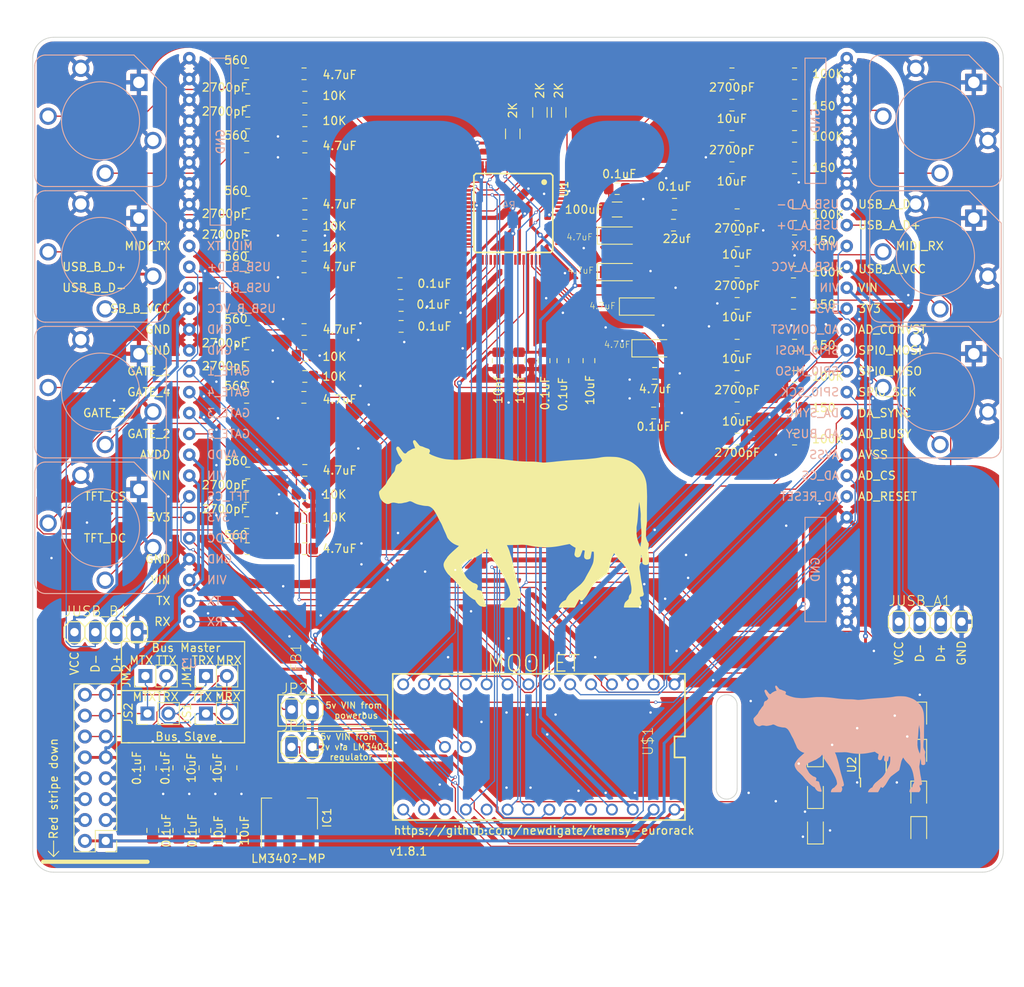
<source format=kicad_pcb>
(kicad_pcb (version 20190905) (host pcbnew "(5.99.0-237-g608461437)")
  (layers (0 "F.Cu" signal) (31 "B.Cu" signal hide) (34 "B.Paste" user hide) (35 "F.Paste" user hide) (36 "B.SilkS" user hide) (37 "F.SilkS" user) (38 "B.Mask" user hide) (39 "F.Mask" user hide) (44 "Edge.Cuts" user hide))
  (net 0 "")
  (net 1 "GND")
  (net 2 "AVDD")
  (net 3 "AVSS")
  (net 4 "/codec/AGND")
  (net 5 "/codec/AVIN")
  (net 6 "Net-(C21-Pad1)")
  (net 7 "Net-(C23-Pad1)")
  (net 8 "Net-(C25-Pad1)")
  (net 9 "Net-(C27-Pad2)")
  (net 10 "Net-(C29-Pad2)")
  (net 11 "Net-(C31-Pad2)")
  (net 12 "Net-(C33-Pad2)")
  (net 13 "Net-(C35-Pad2)")
  (net 14 "Net-(C37-Pad2)")
  (net 15 "Net-(C39-Pad2)")
  (net 16 "Net-(C40-Pad1)")
  (net 17 "Net-(C41-Pad1)")
  (net 18 "Net-(C42-Pad1)")
  (net 19 "Net-(C43-Pad2)")
  (net 20 "Net-(C44-Pad1)")
  (net 21 "Net-(C45-Pad1)")
  (net 22 "Net-(C46-Pad1)")
  (net 23 "Net-(C47-Pad2)")
  (net 24 "Net-(C48-Pad1)")
  (net 25 "Net-(C49-Pad1)")
  (net 26 "Net-(C50-Pad1)")
  (net 27 "Net-(C51-Pad2)")
  (net 28 "Net-(C52-Pad1)")
  (net 29 "Net-(C53-Pad1)")
  (net 30 "Net-(C54-Pad1)")
  (net 31 "VIN")
  (net 32 "Net-(IC1-Pad3)")
  (net 33 "TFT_DC")
  (net 34 "TFT_CS")
  (net 35 "SPI0_SCK")
  (net 36 "SPI0_MISO")
  (net 37 "AD_BUSY")
  (net 38 "AD_CONVST")
  (net 39 "AD_RESET")
  (net 40 "AD_CS")
  (net 41 "DA_SYNC")
  (net 42 "SPI0_MOSI")
  (net 43 "MIDI_TX")
  (net 44 "MIDI_RX")
  (net 45 "/daughter board connectors/USB_A_VCC")
  (net 46 "/daughter board connectors/USB_A_D-")
  (net 47 "/daughter board connectors/USB_A_D+")
  (net 48 "/daughter board connectors/USB_B_VCC")
  (net 49 "/daughter board connectors/USB_B_D-")
  (net 50 "/daughter board connectors/USB_B_D+")
  (net 51 "Net-(R1-Pad2)")
  (net 52 "SCL")
  (net 53 "SDA")
  (net 54 "Net-(R5-Pad2)")
  (net 55 "Net-(R7-Pad2)")
  (net 56 "Net-(R10-Pad1)")
  (net 57 "Net-(R11-Pad2)")
  (net 58 "Net-(R13-Pad2)")
  (net 59 "Net-(R15-Pad2)")
  (net 60 "LRCLK")
  (net 61 "BCLK")
  (net 62 "DAC_DATA")
  (net 63 "ADC_DATA")
  (net 64 "MCLK")
  (net 65 "Net-(C11-Pad1)")
  (net 66 "Net-(C12-Pad1)")
  (net 67 "Net-(C13-Pad1)")
  (net 68 "Net-(C14-Pad1)")
  (net 69 "GATE_4")
  (net 70 "GATE_3")
  (net 71 "GATE_2")
  (net 72 "GATE_1")
  (net 73 "KC_TEENSY_RX")
  (net 74 "KC_TEENSY_TX")
  (net 75 "+3V3")
  (net 76 "/Power and bypass caps/MASTER_RX")
  (net 77 "/Power and bypass caps/MASTER_TX")
  (net 78 "/Power and bypass caps/PWR_5V")
  (net 79 "BUS_TEENSY_RX")
  (net 80 "BUS_TEENSY_TX")
  (net 81 "3V3")
  (net 82 "/codec/LEFT_OUT_1")
  (net 83 "/codec/RIGHT_OUT")
  (net 84 "/codec/LEFT_OUT")
  (net 85 "/codec/RIGHT_OUT_1")
  (net 86 "/codec/LEFT_OUT_2")
  (net 87 "/codec/RIGHT_OUT_2")
  (net 88 "/codec/RIGHT")
  (net 89 "/codec/LEFT_3")
  (net 90 "/codec/RIGHT_3")
  (net 91 "/codec/LEFT_2")
  (net 92 "/codec/RIGHT_1")
  (net 93 "/codec/LEFT_1")
  (net 94 "/codec/RIGHT_2")
  (net 95 "/codec/LEFT")
  (net 96 "Net-(U1-Pad61)")
  (net 97 "Net-(U1-Pad59)")
  (net 98 "Net-(U1-Pad57)")
  (net 99 "Net-(U1-Pad41)")
  (net 100 "Net-(U1-Pad38)")
  (net 101 "Net-(U1-Pad37)")
  (net 102 "Net-(U1-Pad35)")
  (net 103 "Net-(U1-Pad33)")
  (net 104 "Net-(U1-Pad32)")
  (net 105 "Net-(U1-Pad29)")
  (net 106 "Net-(U1-Pad28)")
  (net 107 "Net-(U1-Pad25)")
  (net 108 "Net-(U1-Pad21)")
  (net 109 "Net-(U1-Pad20)")
  (net 110 "Net-(U1-Pad12)")
  (net 111 "Net-(U1-Pad11)")
  (net 112 "Net-(U$1-Pad22/A8)")
  (net 113 "Net-(U$1-Pad17/A3)")
  (net 114 "Net-(U$1-Pad9)")
  (module "Capacitor_SMD:C_1206_3216Metric_Pad1.42x1.75mm_HandSolder" (layer "F.Cu") (at 69.85 20.955)
    (fp_text reference "C22" hide)
    (fp_text value "100uF" (at -4.064 0) (layer "F.SilkS"))
    (pad "2" smd roundrect (at 1.4875 0) (size 1.425 1.75) (layers "F.Cu" "F.Paste" "F.Mask") (roundrect_rratio 0.175439) (net 4 "/codec/AGND"))
    (pad "1" smd roundrect (at -1.4875 0) (size 1.425 1.75) (layers "F.Cu" "F.Paste" "F.Mask") (roundrect_rratio 0.175439) (net 6 "Net-(C21-Pad1)"))
  )
  (module "Resistor_SMD:R_0805_2012Metric_Pad1.15x1.40mm_HandSolder" (layer "F.Cu") (at 24.845 62.23 180)
    (fp_text reference "R32" hide)
    (fp_text value "560" (at 1.389857 1.65) (layer "F.SilkS"))
    (pad "2" smd roundrect (at 1.025 0 180) (size 1.15 1.4) (layers "F.Cu" "F.Paste" "F.Mask") (roundrect_rratio 0.217391) (net 30 "Net-(C54-Pad1)"))
    (pad "1" smd roundrect (at -1.025 0 180) (size 1.15 1.4) (layers "F.Cu" "F.Paste" "F.Mask") (roundrect_rratio 0.217391) (net 27 "Net-(C51-Pad2)"))
  )
  (module "Resistor_SMD:R_0805_2012Metric_Pad1.15x1.40mm_HandSolder" (layer "F.Cu") (at 24.895 53.023 180)
    (fp_text reference "R31" hide)
    (fp_text value "560" (at 1.439857 1.461) (layer "F.SilkS"))
    (pad "2" smd roundrect (at 1.025 0 180) (size 1.15 1.4) (layers "F.Cu" "F.Paste" "F.Mask") (roundrect_rratio 0.217391) (net 29 "Net-(C53-Pad1)"))
    (pad "1" smd roundrect (at -1.025 0 180) (size 1.15 1.4) (layers "F.Cu" "F.Paste" "F.Mask") (roundrect_rratio 0.217391) (net 28 "Net-(C52-Pad1)"))
  )
  (module "Resistor_SMD:R_0805_2012Metric_Pad1.15x1.40mm_HandSolder" (layer "F.Cu") (at 31.845 58.443 180)
    (fp_text reference "R30" hide)
    (fp_text value "10K" (at -3.603953 0.023) (layer "F.SilkS"))
    (pad "2" smd roundrect (at 1.025 0 180) (size 1.15 1.4) (layers "F.Cu" "F.Paste" "F.Mask") (roundrect_rratio 0.217391) (net 27 "Net-(C51-Pad2)"))
    (pad "1" smd roundrect (at -1.025 0 180) (size 1.15 1.4) (layers "F.Cu" "F.Paste" "F.Mask") (roundrect_rratio 0.217391) (net 4 "/codec/AGND"))
  )
  (module "Resistor_SMD:R_0805_2012Metric_Pad1.15x1.40mm_HandSolder" (layer "F.Cu") (at 31.845 55.563 180)
    (fp_text reference "R29" hide)
    (fp_text value "10K" (at -3.603953 -0.063) (layer "F.SilkS"))
    (pad "2" smd roundrect (at 1.025 0 180) (size 1.15 1.4) (layers "F.Cu" "F.Paste" "F.Mask") (roundrect_rratio 0.217391) (net 28 "Net-(C52-Pad1)"))
    (pad "1" smd roundrect (at -1.025 0 180) (size 1.15 1.4) (layers "F.Cu" "F.Paste" "F.Mask") (roundrect_rratio 0.217391) (net 4 "/codec/AGND"))
  )
  (module "Resistor_SMD:R_0805_2012Metric_Pad1.15x1.40mm_HandSolder" (layer "F.Cu") (at 24.765 43.815 180)
    (fp_text reference "R28" hide)
    (fp_text value "560" (at 1.309857 1.397) (layer "F.SilkS"))
    (pad "2" smd roundrect (at 1.025 0 180) (size 1.15 1.4) (layers "F.Cu" "F.Paste" "F.Mask") (roundrect_rratio 0.217391) (net 26 "Net-(C50-Pad1)"))
    (pad "1" smd roundrect (at -1.025 0 180) (size 1.15 1.4) (layers "F.Cu" "F.Paste" "F.Mask") (roundrect_rratio 0.217391) (net 23 "Net-(C47-Pad2)"))
  )
  (module "Resistor_SMD:R_0805_2012Metric_Pad1.15x1.40mm_HandSolder" (layer "F.Cu") (at 24.895 35.808 180)
    (fp_text reference "R27" hide)
    (fp_text value "560" (at 1.439857 1.518) (layer "F.SilkS"))
    (pad "2" smd roundrect (at 1.025 0 180) (size 1.15 1.4) (layers "F.Cu" "F.Paste" "F.Mask") (roundrect_rratio 0.217391) (net 25 "Net-(C49-Pad1)"))
    (pad "1" smd roundrect (at -1.025 0 180) (size 1.15 1.4) (layers "F.Cu" "F.Paste" "F.Mask") (roundrect_rratio 0.217391) (net 24 "Net-(C48-Pad1)"))
  )
  (module "Resistor_SMD:R_0805_2012Metric_Pad1.15x1.40mm_HandSolder" (layer "F.Cu") (at 31.845 41.275 180)
    (fp_text reference "R26" hide)
    (fp_text value "10K" (at -3.603953 0) (layer "F.SilkS"))
    (pad "2" smd roundrect (at 1.025 0 180) (size 1.15 1.4) (layers "F.Cu" "F.Paste" "F.Mask") (roundrect_rratio 0.217391) (net 23 "Net-(C47-Pad2)"))
    (pad "1" smd roundrect (at -1.025 0 180) (size 1.15 1.4) (layers "F.Cu" "F.Paste" "F.Mask") (roundrect_rratio 0.217391) (net 4 "/codec/AGND"))
  )
  (module "Resistor_SMD:R_0805_2012Metric_Pad1.15x1.40mm_HandSolder" (layer "F.Cu") (at 31.845 38.735 180)
    (fp_text reference "R25" hide)
    (fp_text value "10K" (at -3.603953 -0.127) (layer "F.SilkS"))
    (pad "2" smd roundrect (at 1.025 0 180) (size 1.15 1.4) (layers "F.Cu" "F.Paste" "F.Mask") (roundrect_rratio 0.217391) (net 24 "Net-(C48-Pad1)"))
    (pad "1" smd roundrect (at -1.025 0 180) (size 1.15 1.4) (layers "F.Cu" "F.Paste" "F.Mask") (roundrect_rratio 0.217391) (net 4 "/codec/AGND"))
  )
  (module "Resistor_SMD:R_0805_2012Metric_Pad1.15x1.40mm_HandSolder" (layer "F.Cu") (at 24.845 27.94 180)
    (fp_text reference "R24" hide)
    (fp_text value "560" (at 1.389857 1.27) (layer "F.SilkS"))
    (pad "2" smd roundrect (at 1.025 0 180) (size 1.15 1.4) (layers "F.Cu" "F.Paste" "F.Mask") (roundrect_rratio 0.217391) (net 22 "Net-(C46-Pad1)"))
    (pad "1" smd roundrect (at -1.025 0 180) (size 1.15 1.4) (layers "F.Cu" "F.Paste" "F.Mask") (roundrect_rratio 0.217391) (net 19 "Net-(C43-Pad2)"))
  )
  (module "Resistor_SMD:R_0805_2012Metric_Pad1.15x1.40mm_HandSolder" (layer "F.Cu") (at 24.895 20.054 180)
    (fp_text reference "R23" hide)
    (fp_text value "560" (at 1.439857 1.385) (layer "F.SilkS"))
    (pad "2" smd roundrect (at 1.025 0 180) (size 1.15 1.4) (layers "F.Cu" "F.Paste" "F.Mask") (roundrect_rratio 0.217391) (net 21 "Net-(C45-Pad1)"))
    (pad "1" smd roundrect (at -1.025 0 180) (size 1.15 1.4) (layers "F.Cu" "F.Paste" "F.Mask") (roundrect_rratio 0.217391) (net 20 "Net-(C44-Pad1)"))
  )
  (module "Resistor_SMD:R_0805_2012Metric_Pad1.15x1.40mm_HandSolder" (layer "F.Cu") (at 31.75 25.4 180)
    (fp_text reference "R22" hide)
    (fp_text value "10K" (at -3.698953 -0.127) (layer "F.SilkS"))
    (pad "2" smd roundrect (at 1.025 0 180) (size 1.15 1.4) (layers "F.Cu" "F.Paste" "F.Mask") (roundrect_rratio 0.217391) (net 19 "Net-(C43-Pad2)"))
    (pad "1" smd roundrect (at -1.025 0 180) (size 1.15 1.4) (layers "F.Cu" "F.Paste" "F.Mask") (roundrect_rratio 0.217391) (net 4 "/codec/AGND"))
  )
  (module "Resistor_SMD:R_0805_2012Metric_Pad1.15x1.40mm_HandSolder" (layer "F.Cu") (at 31.845 22.86 180)
    (fp_text reference "R21" hide)
    (fp_text value "10K" (at -3.603953 -0.127) (layer "F.SilkS"))
    (pad "2" smd roundrect (at 1.025 0 180) (size 1.15 1.4) (layers "F.Cu" "F.Paste" "F.Mask") (roundrect_rratio 0.217391) (net 20 "Net-(C44-Pad1)"))
    (pad "1" smd roundrect (at -1.025 0 180) (size 1.15 1.4) (layers "F.Cu" "F.Paste" "F.Mask") (roundrect_rratio 0.217391) (net 4 "/codec/AGND"))
  )
  (module "Resistor_SMD:R_0805_2012Metric_Pad1.15x1.40mm_HandSolder" (layer "F.Cu") (at 24.765 13.335 180)
    (fp_text reference "R20" hide)
    (fp_text value "560" (at 1.309857 1.397) (layer "F.SilkS"))
    (pad "2" smd roundrect (at 1.025 0 180) (size 1.15 1.4) (layers "F.Cu" "F.Paste" "F.Mask") (roundrect_rratio 0.217391) (net 18 "Net-(C42-Pad1)"))
    (pad "1" smd roundrect (at -1.025 0 180) (size 1.15 1.4) (layers "F.Cu" "F.Paste" "F.Mask") (roundrect_rratio 0.217391) (net 15 "Net-(C39-Pad2)"))
  )
  (module "Resistor_SMD:R_0805_2012Metric_Pad1.15x1.40mm_HandSolder" (layer "F.Cu") (at 24.765 4.445 180)
    (fp_text reference "R19" hide)
    (fp_text value "560" (at 1.309857 1.65) (layer "F.SilkS"))
    (pad "2" smd roundrect (at 1.025 0 180) (size 1.15 1.4) (layers "F.Cu" "F.Paste" "F.Mask") (roundrect_rratio 0.217391) (net 17 "Net-(C41-Pad1)"))
    (pad "1" smd roundrect (at -1.025 0 180) (size 1.15 1.4) (layers "F.Cu" "F.Paste" "F.Mask") (roundrect_rratio 0.217391) (net 16 "Net-(C40-Pad1)"))
  )
  (module "Resistor_SMD:R_0805_2012Metric_Pad1.15x1.40mm_HandSolder" (layer "F.Cu") (at 31.845 10.164 180)
    (fp_text reference "R18" hide)
    (fp_text value "10K" (at -3.603953 0.004) (layer "F.SilkS"))
    (pad "2" smd roundrect (at 1.025 0 180) (size 1.15 1.4) (layers "F.Cu" "F.Paste" "F.Mask") (roundrect_rratio 0.217391) (net 15 "Net-(C39-Pad2)"))
    (pad "1" smd roundrect (at -1.025 0 180) (size 1.15 1.4) (layers "F.Cu" "F.Paste" "F.Mask") (roundrect_rratio 0.217391) (net 4 "/codec/AGND"))
  )
  (module "Resistor_SMD:R_0805_2012Metric_Pad1.15x1.40mm_HandSolder" (layer "F.Cu") (at 31.845 7.284 180)
    (fp_text reference "R17" hide)
    (fp_text value "10K" (at -3.603953 0.172) (layer "F.SilkS"))
    (pad "2" smd roundrect (at 1.025 0 180) (size 1.15 1.4) (layers "F.Cu" "F.Paste" "F.Mask") (roundrect_rratio 0.217391) (net 16 "Net-(C40-Pad1)"))
    (pad "1" smd roundrect (at -1.025 0 180) (size 1.15 1.4) (layers "F.Cu" "F.Paste" "F.Mask") (roundrect_rratio 0.217391) (net 4 "/codec/AGND"))
  )
  (module "Resistor_SMD:R_0805_2012Metric_Pad1.15x1.40mm_HandSolder" (layer "F.Cu") (at 91.44 8.255 180)
    (fp_text reference "R16" hide)
    (fp_text value "150" (at -3.564 -0.127) (layer "F.SilkS"))
    (pad "2" smd roundrect (at 1.025 0 180) (size 1.15 1.4) (layers "F.Cu" "F.Paste" "F.Mask") (roundrect_rratio 0.217391) (net 14 "Net-(C37-Pad2)"))
    (pad "1" smd roundrect (at -1.025 0 180) (size 1.15 1.4) (layers "F.Cu" "F.Paste" "F.Mask") (roundrect_rratio 0.217391) (net 59 "Net-(R15-Pad2)"))
  )
  (module "Resistor_SMD:R_0805_2012Metric_Pad1.15x1.40mm_HandSolder" (layer "F.Cu") (at 91.44 4.445)
    (fp_text reference "R15" hide)
    (fp_text value "100K" (at 4.064 0) (layer "F.SilkS"))
    (pad "2" smd roundrect (at 1.025 0) (size 1.15 1.4) (layers "F.Cu" "F.Paste" "F.Mask") (roundrect_rratio 0.217391) (net 59 "Net-(R15-Pad2)"))
    (pad "1" smd roundrect (at -1.025 0) (size 1.15 1.4) (layers "F.Cu" "F.Paste" "F.Mask") (roundrect_rratio 0.217391) (net 4 "/codec/AGND"))
  )
  (module "Resistor_SMD:R_0805_2012Metric_Pad1.15x1.40mm_HandSolder" (layer "F.Cu") (at 91.44 15.875 180)
    (fp_text reference "R14" hide)
    (fp_text value "150" (at -3.564 0) (layer "F.SilkS"))
    (pad "2" smd roundrect (at 1.025 0 180) (size 1.15 1.4) (layers "F.Cu" "F.Paste" "F.Mask") (roundrect_rratio 0.217391) (net 13 "Net-(C35-Pad2)"))
    (pad "1" smd roundrect (at -1.025 0 180) (size 1.15 1.4) (layers "F.Cu" "F.Paste" "F.Mask") (roundrect_rratio 0.217391) (net 58 "Net-(R13-Pad2)"))
  )
  (module "Resistor_SMD:R_0805_2012Metric_Pad1.15x1.40mm_HandSolder" (layer "F.Cu") (at 91.44 12.065)
    (fp_text reference "R13" hide)
    (fp_text value "100K" (at 4.064 0) (layer "F.SilkS"))
    (pad "2" smd roundrect (at 1.025 0) (size 1.15 1.4) (layers "F.Cu" "F.Paste" "F.Mask") (roundrect_rratio 0.217391) (net 58 "Net-(R13-Pad2)"))
    (pad "1" smd roundrect (at -1.025 0) (size 1.15 1.4) (layers "F.Cu" "F.Paste" "F.Mask") (roundrect_rratio 0.217391) (net 4 "/codec/AGND"))
  )
  (module "Resistor_SMD:R_0805_2012Metric_Pad1.15x1.40mm_HandSolder" (layer "F.Cu") (at 91.44 24.765 180)
    (fp_text reference "R12" hide)
    (fp_text value "150" (at -3.564 0) (layer "F.SilkS"))
    (pad "2" smd roundrect (at 1.025 0 180) (size 1.15 1.4) (layers "F.Cu" "F.Paste" "F.Mask") (roundrect_rratio 0.217391) (net 12 "Net-(C33-Pad2)"))
    (pad "1" smd roundrect (at -1.025 0 180) (size 1.15 1.4) (layers "F.Cu" "F.Paste" "F.Mask") (roundrect_rratio 0.217391) (net 57 "Net-(R11-Pad2)"))
  )
  (module "Resistor_SMD:R_0805_2012Metric_Pad1.15x1.40mm_HandSolder" (layer "F.Cu") (at 91.44 21.59)
    (fp_text reference "R11" hide)
    (fp_text value "100K" (at 4.064 0) (layer "F.SilkS"))
    (pad "2" smd roundrect (at 1.025 0) (size 1.15 1.4) (layers "F.Cu" "F.Paste" "F.Mask") (roundrect_rratio 0.217391) (net 57 "Net-(R11-Pad2)"))
    (pad "1" smd roundrect (at -1.025 0) (size 1.15 1.4) (layers "F.Cu" "F.Paste" "F.Mask") (roundrect_rratio 0.217391) (net 4 "/codec/AGND"))
  )
  (module "Resistor_SMD:R_0805_2012Metric_Pad1.15x1.40mm_HandSolder" (layer "F.Cu") (at 91.313 32.385 180)
    (fp_text reference "R10" hide)
    (fp_text value "150" (at -3.691 -0.127) (layer "F.SilkS"))
    (pad "2" smd roundrect (at 1.025 0 180) (size 1.15 1.4) (layers "F.Cu" "F.Paste" "F.Mask") (roundrect_rratio 0.217391) (net 11 "Net-(C31-Pad2)"))
    (pad "1" smd roundrect (at -1.025 0 180) (size 1.15 1.4) (layers "F.Cu" "F.Paste" "F.Mask") (roundrect_rratio 0.217391) (net 56 "Net-(R10-Pad1)"))
  )
  (module "Resistor_SMD:R_0805_2012Metric_Pad1.15x1.40mm_HandSolder" (layer "F.Cu") (at 91.313 28.575)
    (fp_text reference "R9" hide)
    (fp_text value "100K" (at 4.191 0) (layer "F.SilkS"))
    (pad "2" smd roundrect (at 1.025 0) (size 1.15 1.4) (layers "F.Cu" "F.Paste" "F.Mask") (roundrect_rratio 0.217391) (net 56 "Net-(R10-Pad1)"))
    (pad "1" smd roundrect (at -1.025 0) (size 1.15 1.4) (layers "F.Cu" "F.Paste" "F.Mask") (roundrect_rratio 0.217391) (net 4 "/codec/AGND"))
  )
  (module "Resistor_SMD:R_0805_2012Metric_Pad1.15x1.40mm_HandSolder" (layer "F.Cu") (at 91.44 37.465 180)
    (fp_text reference "R8" hide)
    (fp_text value "150" (at -3.564 0) (layer "F.SilkS"))
    (pad "2" smd roundrect (at 1.025 0 180) (size 1.15 1.4) (layers "F.Cu" "F.Paste" "F.Mask") (roundrect_rratio 0.217391) (net 10 "Net-(C29-Pad2)"))
    (pad "1" smd roundrect (at -1.025 0 180) (size 1.15 1.4) (layers "F.Cu" "F.Paste" "F.Mask") (roundrect_rratio 0.217391) (net 55 "Net-(R7-Pad2)"))
  )
  (module "Resistor_SMD:R_0805_2012Metric_Pad1.15x1.40mm_HandSolder" (layer "F.Cu") (at 91.44 41.275)
    (fp_text reference "R7" hide)
    (fp_text value "100K" (at 4.064 0) (layer "F.SilkS"))
    (pad "2" smd roundrect (at 1.025 0) (size 1.15 1.4) (layers "F.Cu" "F.Paste" "F.Mask") (roundrect_rratio 0.217391) (net 55 "Net-(R7-Pad2)"))
    (pad "1" smd roundrect (at -1.025 0) (size 1.15 1.4) (layers "F.Cu" "F.Paste" "F.Mask") (roundrect_rratio 0.217391) (net 4 "/codec/AGND"))
  )
  (module "Resistor_SMD:R_0805_2012Metric_Pad1.15x1.40mm_HandSolder" (layer "F.Cu") (at 91.44 45.085 180)
    (fp_text reference "R6" hide)
    (fp_text value "150" (at -3.564 0) (layer "F.SilkS"))
    (pad "2" smd roundrect (at 1.025 0 180) (size 1.15 1.4) (layers "F.Cu" "F.Paste" "F.Mask") (roundrect_rratio 0.217391) (net 9 "Net-(C27-Pad2)"))
    (pad "1" smd roundrect (at -1.025 0 180) (size 1.15 1.4) (layers "F.Cu" "F.Paste" "F.Mask") (roundrect_rratio 0.217391) (net 54 "Net-(R5-Pad2)"))
  )
  (module "Resistor_SMD:R_0805_2012Metric_Pad1.15x1.40mm_HandSolder" (layer "F.Cu") (at 91.44 48.895)
    (fp_text reference "R5" hide)
    (fp_text value "100K" (at 4.064 0) (layer "F.SilkS"))
    (pad "2" smd roundrect (at 1.025 0) (size 1.15 1.4) (layers "F.Cu" "F.Paste" "F.Mask") (roundrect_rratio 0.217391) (net 54 "Net-(R5-Pad2)"))
    (pad "1" smd roundrect (at -1.025 0) (size 1.15 1.4) (layers "F.Cu" "F.Paste" "F.Mask") (roundrect_rratio 0.217391) (net 4 "/codec/AGND"))
  )
  (module "Capacitor_SMD:C_0805_2012Metric_Pad1.15x1.40mm_HandSolder" (layer "F.Cu") (at 24.765 59.055 180)
    (fp_text reference "C54" hide)
    (fp_text value "2700pF" (at 2.667 1.65) (layer "F.SilkS"))
    (pad "2" smd roundrect (at 1.025 0 180) (size 1.15 1.4) (layers "F.Cu" "F.Paste" "F.Mask") (roundrect_rratio 0.217391) (net 4 "/codec/AGND"))
    (pad "1" smd roundrect (at -1.025 0 180) (size 1.15 1.4) (layers "F.Cu" "F.Paste" "F.Mask") (roundrect_rratio 0.217391) (net 30 "Net-(C54-Pad1)"))
  )
  (module "Capacitor_SMD:C_0805_2012Metric_Pad1.15x1.40mm_HandSolder" (layer "F.Cu") (at 24.765 55.88 180)
    (fp_text reference "C53" hide)
    (fp_text value "2700pF" (at 2.667 1.397) (layer "F.SilkS"))
    (pad "2" smd roundrect (at 1.025 0 180) (size 1.15 1.4) (layers "F.Cu" "F.Paste" "F.Mask") (roundrect_rratio 0.217391) (net 4 "/codec/AGND"))
    (pad "1" smd roundrect (at -1.025 0 180) (size 1.15 1.4) (layers "F.Cu" "F.Paste" "F.Mask") (roundrect_rratio 0.217391) (net 29 "Net-(C53-Pad1)"))
  )
  (module "Capacitor_SMD:C_0805_2012Metric_Pad1.15x1.40mm_HandSolder" (layer "F.Cu") (at 31.845 52.705)
    (fp_text reference "C52" hide)
    (fp_text value "4.7uF" (at 4.223 0) (layer "F.SilkS"))
    (pad "2" smd roundrect (at 1.025 0) (size 1.15 1.4) (layers "F.Cu" "F.Paste" "F.Mask") (roundrect_rratio 0.217391) (net 93 "/codec/LEFT_1"))
    (pad "1" smd roundrect (at -1.025 0) (size 1.15 1.4) (layers "F.Cu" "F.Paste" "F.Mask") (roundrect_rratio 0.217391) (net 28 "Net-(C52-Pad1)"))
  )
  (module "Capacitor_SMD:C_0805_2012Metric_Pad1.15x1.40mm_HandSolder" (layer "F.Cu") (at 31.845 62.23 180)
    (fp_text reference "C51" hide)
    (fp_text value "4.7uF" (at -4.223 0) (layer "F.SilkS"))
    (pad "2" smd roundrect (at 1.025 0 180) (size 1.15 1.4) (layers "F.Cu" "F.Paste" "F.Mask") (roundrect_rratio 0.217391) (net 27 "Net-(C51-Pad2)"))
    (pad "1" smd roundrect (at -1.025 0 180) (size 1.15 1.4) (layers "F.Cu" "F.Paste" "F.Mask") (roundrect_rratio 0.217391) (net 94 "/codec/RIGHT_2"))
  )
  (module "Capacitor_SMD:C_0805_2012Metric_Pad1.15x1.40mm_HandSolder" (layer "F.Cu") (at 24.765 41.275 180)
    (fp_text reference "C50" hide)
    (fp_text value "2700pF" (at 2.667 1.27) (layer "F.SilkS"))
    (pad "2" smd roundrect (at 1.025 0 180) (size 1.15 1.4) (layers "F.Cu" "F.Paste" "F.Mask") (roundrect_rratio 0.217391) (net 4 "/codec/AGND"))
    (pad "1" smd roundrect (at -1.025 0 180) (size 1.15 1.4) (layers "F.Cu" "F.Paste" "F.Mask") (roundrect_rratio 0.217391) (net 26 "Net-(C50-Pad1)"))
  )
  (module "Capacitor_SMD:C_0805_2012Metric_Pad1.15x1.40mm_HandSolder" (layer "F.Cu") (at 24.765 38.735 180)
    (fp_text reference "C49" hide)
    (fp_text value "2700pF" (at 2.667 1.524) (layer "F.SilkS"))
    (pad "2" smd roundrect (at 1.025 0 180) (size 1.15 1.4) (layers "F.Cu" "F.Paste" "F.Mask") (roundrect_rratio 0.217391) (net 4 "/codec/AGND"))
    (pad "1" smd roundrect (at -1.025 0 180) (size 1.15 1.4) (layers "F.Cu" "F.Paste" "F.Mask") (roundrect_rratio 0.217391) (net 25 "Net-(C49-Pad1)"))
  )
  (module "Capacitor_SMD:C_0805_2012Metric_Pad1.15x1.40mm_HandSolder" (layer "F.Cu") (at 31.75 35.56)
    (fp_text reference "C48" hide)
    (fp_text value "4.7uF" (at 4.318 0) (layer "F.SilkS"))
    (pad "2" smd roundrect (at 1.025 0) (size 1.15 1.4) (layers "F.Cu" "F.Paste" "F.Mask") (roundrect_rratio 0.217391) (net 91 "/codec/LEFT_2"))
    (pad "1" smd roundrect (at -1.025 0) (size 1.15 1.4) (layers "F.Cu" "F.Paste" "F.Mask") (roundrect_rratio 0.217391) (net 24 "Net-(C48-Pad1)"))
  )
  (module "Capacitor_SMD:C_0805_2012Metric_Pad1.15x1.40mm_HandSolder" (layer "F.Cu") (at 31.73 43.815 180)
    (fp_text reference "C47" hide)
    (fp_text value "4.7uF" (at -4.338 -0.254) (layer "F.SilkS"))
    (pad "2" smd roundrect (at 1.025 0 180) (size 1.15 1.4) (layers "F.Cu" "F.Paste" "F.Mask") (roundrect_rratio 0.217391) (net 23 "Net-(C47-Pad2)"))
    (pad "1" smd roundrect (at -1.025 0 180) (size 1.15 1.4) (layers "F.Cu" "F.Paste" "F.Mask") (roundrect_rratio 0.217391) (net 92 "/codec/RIGHT_1"))
  )
  (module "Capacitor_SMD:C_0805_2012Metric_Pad1.15x1.40mm_HandSolder" (layer "F.Cu") (at 24.765 25.4 180)
    (fp_text reference "C46" hide)
    (fp_text value "2700pF" (at 2.667 1.397) (layer "F.SilkS"))
    (pad "2" smd roundrect (at 1.025 0 180) (size 1.15 1.4) (layers "F.Cu" "F.Paste" "F.Mask") (roundrect_rratio 0.217391) (net 4 "/codec/AGND"))
    (pad "1" smd roundrect (at -1.025 0 180) (size 1.15 1.4) (layers "F.Cu" "F.Paste" "F.Mask") (roundrect_rratio 0.217391) (net 22 "Net-(C46-Pad1)"))
  )
  (module "Capacitor_SMD:C_0805_2012Metric_Pad1.15x1.40mm_HandSolder" (layer "F.Cu") (at 24.895 22.86 180)
    (fp_text reference "C45" hide)
    (fp_text value "2700pF" (at 2.797 1.397) (layer "F.SilkS"))
    (pad "2" smd roundrect (at 1.025 0 180) (size 1.15 1.4) (layers "F.Cu" "F.Paste" "F.Mask") (roundrect_rratio 0.217391) (net 4 "/codec/AGND"))
    (pad "1" smd roundrect (at -1.025 0 180) (size 1.15 1.4) (layers "F.Cu" "F.Paste" "F.Mask") (roundrect_rratio 0.217391) (net 21 "Net-(C45-Pad1)"))
  )
  (module "Capacitor_SMD:C_0805_2012Metric_Pad1.15x1.40mm_HandSolder" (layer "F.Cu") (at 31.845 20.32)
    (fp_text reference "C44" hide)
    (fp_text value "4.7uF" (at 4.223 0) (layer "F.SilkS"))
    (pad "2" smd roundrect (at 1.025 0) (size 1.15 1.4) (layers "F.Cu" "F.Paste" "F.Mask") (roundrect_rratio 0.217391) (net 89 "/codec/LEFT_3"))
    (pad "1" smd roundrect (at -1.025 0) (size 1.15 1.4) (layers "F.Cu" "F.Paste" "F.Mask") (roundrect_rratio 0.217391) (net 20 "Net-(C44-Pad1)"))
  )
  (module "Capacitor_SMD:C_0805_2012Metric_Pad1.15x1.40mm_HandSolder" (layer "F.Cu") (at 31.75 27.94 180)
    (fp_text reference "C43" hide)
    (fp_text value "4.7uF" (at -4.318 0) (layer "F.SilkS"))
    (pad "2" smd roundrect (at 1.025 0 180) (size 1.15 1.4) (layers "F.Cu" "F.Paste" "F.Mask") (roundrect_rratio 0.217391) (net 19 "Net-(C43-Pad2)"))
    (pad "1" smd roundrect (at -1.025 0 180) (size 1.15 1.4) (layers "F.Cu" "F.Paste" "F.Mask") (roundrect_rratio 0.217391) (net 90 "/codec/RIGHT_3"))
  )
  (module "Capacitor_SMD:C_0805_2012Metric_Pad1.15x1.40mm_HandSolder" (layer "F.Cu") (at 24.895 10.414 180)
    (fp_text reference "C42" hide)
    (fp_text value "2700pF" (at 2.797 1.397) (layer "F.SilkS"))
    (pad "2" smd roundrect (at 1.025 0 180) (size 1.15 1.4) (layers "F.Cu" "F.Paste" "F.Mask") (roundrect_rratio 0.217391) (net 4 "/codec/AGND"))
    (pad "1" smd roundrect (at -1.025 0 180) (size 1.15 1.4) (layers "F.Cu" "F.Paste" "F.Mask") (roundrect_rratio 0.217391) (net 18 "Net-(C42-Pad1)"))
  )
  (module "Capacitor_SMD:C_0805_2012Metric_Pad1.15x1.40mm_HandSolder" (layer "F.Cu") (at 24.895 7.594 180)
    (fp_text reference "C41" hide)
    (fp_text value "2700pF" (at 2.797 1.498) (layer "F.SilkS"))
    (pad "2" smd roundrect (at 1.025 0 180) (size 1.15 1.4) (layers "F.Cu" "F.Paste" "F.Mask") (roundrect_rratio 0.217391) (net 4 "/codec/AGND"))
    (pad "1" smd roundrect (at -1.025 0 180) (size 1.15 1.4) (layers "F.Cu" "F.Paste" "F.Mask") (roundrect_rratio 0.217391) (net 17 "Net-(C41-Pad1)"))
  )
  (module "Capacitor_SMD:C_0805_2012Metric_Pad1.15x1.40mm_HandSolder" (layer "F.Cu") (at 31.75 4.445)
    (fp_text reference "C40" hide)
    (fp_text value "4.7uF" (at 4.318 0.127) (layer "F.SilkS"))
    (pad "2" smd roundrect (at 1.025 0) (size 1.15 1.4) (layers "F.Cu" "F.Paste" "F.Mask") (roundrect_rratio 0.217391) (net 95 "/codec/LEFT"))
    (pad "1" smd roundrect (at -1.025 0) (size 1.15 1.4) (layers "F.Cu" "F.Paste" "F.Mask") (roundrect_rratio 0.217391) (net 16 "Net-(C40-Pad1)"))
  )
  (module "Capacitor_SMD:C_0805_2012Metric_Pad1.15x1.40mm_HandSolder" (layer "F.Cu") (at 31.845 13.354 180)
    (fp_text reference "C39" hide)
    (fp_text value "4.7uF" (at -4.223 0.146) (layer "F.SilkS"))
    (pad "2" smd roundrect (at 1.025 0 180) (size 1.15 1.4) (layers "F.Cu" "F.Paste" "F.Mask") (roundrect_rratio 0.217391) (net 15 "Net-(C39-Pad2)"))
    (pad "1" smd roundrect (at -1.025 0 180) (size 1.15 1.4) (layers "F.Cu" "F.Paste" "F.Mask") (roundrect_rratio 0.217391) (net 88 "/codec/RIGHT"))
  )
  (module "Capacitor_SMD:C_0805_2012Metric_Pad1.15x1.40mm_HandSolder" (layer "F.Cu") (at 83.82 4.445)
    (fp_text reference "C38" hide)
    (fp_text value "2700pF" (at 0 1.65) (layer "F.SilkS"))
    (pad "2" smd roundrect (at 1.025 0) (size 1.15 1.4) (layers "F.Cu" "F.Paste" "F.Mask") (roundrect_rratio 0.217391) (net 4 "/codec/AGND"))
    (pad "1" smd roundrect (at -1.025 0) (size 1.15 1.4) (layers "F.Cu" "F.Paste" "F.Mask") (roundrect_rratio 0.217391) (net 87 "/codec/RIGHT_OUT_2"))
  )
  (module "Capacitor_SMD:C_0805_2012Metric_Pad1.15x1.40mm_HandSolder" (layer "F.Cu") (at 83.82 8.255)
    (fp_text reference "C37" hide)
    (fp_text value "10uF" (at 0 1.65) (layer "F.SilkS"))
    (pad "2" smd roundrect (at 1.025 0) (size 1.15 1.4) (layers "F.Cu" "F.Paste" "F.Mask") (roundrect_rratio 0.217391) (net 14 "Net-(C37-Pad2)"))
    (pad "1" smd roundrect (at -1.025 0) (size 1.15 1.4) (layers "F.Cu" "F.Paste" "F.Mask") (roundrect_rratio 0.217391) (net 87 "/codec/RIGHT_OUT_2"))
  )
  (module "Capacitor_SMD:C_0805_2012Metric_Pad1.15x1.40mm_HandSolder" (layer "F.Cu") (at 83.82 12.065)
    (fp_text reference "C36" hide)
    (fp_text value "2700pF" (at 0 1.65) (layer "F.SilkS"))
    (pad "2" smd roundrect (at 1.025 0) (size 1.15 1.4) (layers "F.Cu" "F.Paste" "F.Mask") (roundrect_rratio 0.217391) (net 4 "/codec/AGND"))
    (pad "1" smd roundrect (at -1.025 0) (size 1.15 1.4) (layers "F.Cu" "F.Paste" "F.Mask") (roundrect_rratio 0.217391) (net 82 "/codec/LEFT_OUT_1"))
  )
  (module "Capacitor_SMD:C_0805_2012Metric_Pad1.15x1.40mm_HandSolder" (layer "F.Cu") (at 83.82 15.867)
    (fp_text reference "C35" hide)
    (fp_text value "10uF" (at 0 1.65) (layer "F.SilkS"))
    (pad "2" smd roundrect (at 1.025 0) (size 1.15 1.4) (layers "F.Cu" "F.Paste" "F.Mask") (roundrect_rratio 0.217391) (net 13 "Net-(C35-Pad2)"))
    (pad "1" smd roundrect (at -1.025 0) (size 1.15 1.4) (layers "F.Cu" "F.Paste" "F.Mask") (roundrect_rratio 0.217391) (net 82 "/codec/LEFT_OUT_1"))
  )
  (module "Capacitor_SMD:C_0805_2012Metric_Pad1.15x1.40mm_HandSolder" (layer "F.Cu") (at 84.455 21.59)
    (fp_text reference "C34" hide)
    (fp_text value "2700pF" (at 0 1.65) (layer "F.SilkS"))
    (pad "2" smd roundrect (at 1.025 0) (size 1.15 1.4) (layers "F.Cu" "F.Paste" "F.Mask") (roundrect_rratio 0.217391) (net 4 "/codec/AGND"))
    (pad "1" smd roundrect (at -1.025 0) (size 1.15 1.4) (layers "F.Cu" "F.Paste" "F.Mask") (roundrect_rratio 0.217391) (net 83 "/codec/RIGHT_OUT"))
  )
  (module "Capacitor_SMD:C_0805_2012Metric_Pad1.15x1.40mm_HandSolder" (layer "F.Cu") (at 84.455 24.765)
    (fp_text reference "C33" hide)
    (fp_text value "10uF" (at 0 1.65) (layer "F.SilkS"))
    (pad "2" smd roundrect (at 1.025 0) (size 1.15 1.4) (layers "F.Cu" "F.Paste" "F.Mask") (roundrect_rratio 0.217391) (net 12 "Net-(C33-Pad2)"))
    (pad "1" smd roundrect (at -1.025 0) (size 1.15 1.4) (layers "F.Cu" "F.Paste" "F.Mask") (roundrect_rratio 0.217391) (net 83 "/codec/RIGHT_OUT"))
  )
  (module "Capacitor_SMD:C_0805_2012Metric_Pad1.15x1.40mm_HandSolder" (layer "F.Cu") (at 84.455 28.575)
    (fp_text reference "C32" hide)
    (fp_text value "2700pF" (at 0 1.65) (layer "F.SilkS"))
    (pad "2" smd roundrect (at 1.025 0) (size 1.15 1.4) (layers "F.Cu" "F.Paste" "F.Mask") (roundrect_rratio 0.217391) (net 4 "/codec/AGND"))
    (pad "1" smd roundrect (at -1.025 0) (size 1.15 1.4) (layers "F.Cu" "F.Paste" "F.Mask") (roundrect_rratio 0.217391) (net 86 "/codec/LEFT_OUT_2"))
  )
  (module "Capacitor_SMD:C_0805_2012Metric_Pad1.15x1.40mm_HandSolder" (layer "F.Cu") (at 84.455 32.385)
    (fp_text reference "C31" hide)
    (fp_text value "10uF" (at 0 1.65) (layer "F.SilkS"))
    (pad "2" smd roundrect (at 1.025 0) (size 1.15 1.4) (layers "F.Cu" "F.Paste" "F.Mask") (roundrect_rratio 0.217391) (net 11 "Net-(C31-Pad2)"))
    (pad "1" smd roundrect (at -1.025 0) (size 1.15 1.4) (layers "F.Cu" "F.Paste" "F.Mask") (roundrect_rratio 0.217391) (net 86 "/codec/LEFT_OUT_2"))
  )
  (module "Capacitor_SMD:C_0805_2012Metric_Pad1.15x1.40mm_HandSolder" (layer "F.Cu") (at 84.455 41.275)
    (fp_text reference "C30" hide)
    (fp_text value "2700pF" (at 0 1.65) (layer "F.SilkS"))
    (pad "2" smd roundrect (at 1.025 0) (size 1.15 1.4) (layers "F.Cu" "F.Paste" "F.Mask") (roundrect_rratio 0.217391) (net 4 "/codec/AGND"))
    (pad "1" smd roundrect (at -1.025 0) (size 1.15 1.4) (layers "F.Cu" "F.Paste" "F.Mask") (roundrect_rratio 0.217391) (net 85 "/codec/RIGHT_OUT_1"))
  )
  (module "Capacitor_SMD:C_0805_2012Metric_Pad1.15x1.40mm_HandSolder" (layer "F.Cu") (at 84.455 37.465)
    (fp_text reference "C29" hide)
    (fp_text value "10uF" (at 0 1.65) (layer "F.SilkS"))
    (pad "2" smd roundrect (at 1.025 0) (size 1.15 1.4) (layers "F.Cu" "F.Paste" "F.Mask") (roundrect_rratio 0.217391) (net 10 "Net-(C29-Pad2)"))
    (pad "1" smd roundrect (at -1.025 0) (size 1.15 1.4) (layers "F.Cu" "F.Paste" "F.Mask") (roundrect_rratio 0.217391) (net 85 "/codec/RIGHT_OUT_1"))
  )
  (module "Capacitor_SMD:C_0805_2012Metric_Pad1.15x1.40mm_HandSolder" (layer "F.Cu") (at 84.455 48.895)
    (fp_text reference "C28" hide)
    (fp_text value "2700pF" (at 0 1.65) (layer "F.SilkS"))
    (pad "2" smd roundrect (at 1.025 0) (size 1.15 1.4) (layers "F.Cu" "F.Paste" "F.Mask") (roundrect_rratio 0.217391) (net 4 "/codec/AGND"))
    (pad "1" smd roundrect (at -1.025 0) (size 1.15 1.4) (layers "F.Cu" "F.Paste" "F.Mask") (roundrect_rratio 0.217391) (net 84 "/codec/LEFT_OUT"))
  )
  (module "Capacitor_SMD:C_0805_2012Metric_Pad1.15x1.40mm_HandSolder" (layer "F.Cu") (at 84.455 45.085)
    (fp_text reference "C27" hide)
    (fp_text value "10uF" (at 0 1.65) (layer "F.SilkS"))
    (pad "2" smd roundrect (at 1.025 0) (size 1.15 1.4) (layers "F.Cu" "F.Paste" "F.Mask") (roundrect_rratio 0.217391) (net 9 "Net-(C27-Pad2)"))
    (pad "1" smd roundrect (at -1.025 0) (size 1.15 1.4) (layers "F.Cu" "F.Paste" "F.Mask") (roundrect_rratio 0.217391) (net 84 "/codec/LEFT_OUT"))
  )
  (module "Capacitor_SMD:C_0805_2012Metric_Pad1.15x1.40mm_HandSolder" (layer "F.Cu") (at 74.422 40.894 180)
    (fp_text reference "C26" hide)
    (fp_text value "4.7uf" (at 0 -1.905) (layer "F.SilkS"))
    (pad "2" smd roundrect (at 1.025 0 180) (size 1.15 1.4) (layers "F.Cu" "F.Paste" "F.Mask") (roundrect_rratio 0.217391) (net 8 "Net-(C25-Pad1)"))
    (pad "1" smd roundrect (at -1.025 0 180) (size 1.15 1.4) (layers "F.Cu" "F.Paste" "F.Mask") (roundrect_rratio 0.217391) (net 4 "/codec/AGND"))
  )
  (module "Capacitor_SMD:C_0805_2012Metric_Pad1.15x1.40mm_HandSolder" (layer "F.Cu") (at 74.295 45.72)
    (fp_text reference "C25" hide)
    (fp_text value "0.1uF" (at 0 1.65) (layer "F.SilkS"))
    (pad "2" smd roundrect (at 1.025 0) (size 1.15 1.4) (layers "F.Cu" "F.Paste" "F.Mask") (roundrect_rratio 0.217391) (net 4 "/codec/AGND"))
    (pad "1" smd roundrect (at -1.025 0) (size 1.15 1.4) (layers "F.Cu" "F.Paste" "F.Mask") (roundrect_rratio 0.217391) (net 8 "Net-(C25-Pad1)"))
  )
  (module "Capacitor_SMD:C_0805_2012Metric_Pad1.15x1.40mm_HandSolder" (layer "F.Cu") (at 76.708 22.86 180)
    (fp_text reference "C24" hide)
    (fp_text value "22uf" (at -0.381 -1.651) (layer "F.SilkS"))
    (pad "2" smd roundrect (at 1.025 0 180) (size 1.15 1.4) (layers "F.Cu" "F.Paste" "F.Mask") (roundrect_rratio 0.217391) (net 7 "Net-(C23-Pad1)"))
    (pad "1" smd roundrect (at -1.025 0 180) (size 1.15 1.4) (layers "F.Cu" "F.Paste" "F.Mask") (roundrect_rratio 0.217391) (net 4 "/codec/AGND"))
  )
  (module "Capacitor_SMD:C_0805_2012Metric_Pad1.15x1.40mm_HandSolder" (layer "F.Cu") (at 76.835 20.32)
    (fp_text reference "C23" hide)
    (fp_text value "0.1uF" (at 0 -2.159) (layer "F.SilkS"))
    (pad "2" smd roundrect (at 1.025 0) (size 1.15 1.4) (layers "F.Cu" "F.Paste" "F.Mask") (roundrect_rratio 0.217391) (net 4 "/codec/AGND"))
    (pad "1" smd roundrect (at -1.025 0) (size 1.15 1.4) (layers "F.Cu" "F.Paste" "F.Mask") (roundrect_rratio 0.217391) (net 7 "Net-(C23-Pad1)"))
  )
  (module "Capacitor_SMD:C_0805_2012Metric_Pad1.15x1.40mm_HandSolder" (layer "F.Cu") (at 69.85 18.415)
    (fp_text reference "C21" hide)
    (fp_text value "0.1uF" (at 0.254 -1.778) (layer "F.SilkS"))
    (pad "2" smd roundrect (at 1.025 0) (size 1.15 1.4) (layers "F.Cu" "F.Paste" "F.Mask") (roundrect_rratio 0.217391) (net 4 "/codec/AGND"))
    (pad "1" smd roundrect (at -1.025 0) (size 1.15 1.4) (layers "F.Cu" "F.Paste" "F.Mask") (roundrect_rratio 0.217391) (net 6 "Net-(C21-Pad1)"))
  )
  (module "Capacitor_SMD:C_0805_2012Metric_Pad1.15x1.40mm_HandSolder" (layer "F.Cu") (at 55.372 39.35 90)
    (fp_text reference "C20" hide)
    (fp_text value "10nf" (at -3.576 0 90) (layer "F.SilkS"))
    (pad "2" smd roundrect (at 1.025 0 90) (size 1.15 1.4) (layers "F.Cu" "F.Paste" "F.Mask") (roundrect_rratio 0.217391) (net 5 "/codec/AVIN"))
    (pad "1" smd roundrect (at -1.025 0 90) (size 1.15 1.4) (layers "F.Cu" "F.Paste" "F.Mask") (roundrect_rratio 0.217391) (net 1 "GND"))
  )
  (module "Capacitor_SMD:C_0805_2012Metric_Pad1.15x1.40mm_HandSolder" (layer "F.Cu") (at 57.912 39.35 90)
    (fp_text reference "C19" hide)
    (fp_text value "10nf" (at -3.576 0.127 90) (layer "F.SilkS"))
    (pad "2" smd roundrect (at 1.025 0 90) (size 1.15 1.4) (layers "F.Cu" "F.Paste" "F.Mask") (roundrect_rratio 0.217391) (net 5 "/codec/AVIN"))
    (pad "1" smd roundrect (at -1.025 0 90) (size 1.15 1.4) (layers "F.Cu" "F.Paste" "F.Mask") (roundrect_rratio 0.217391) (net 1 "GND"))
  )
  (module "Capacitor_SMD:C_0805_2012Metric_Pad1.15x1.40mm_HandSolder" (layer "F.Cu") (at 60.96 39.35 -90)
    (fp_text reference "C18" hide)
    (fp_text value "0.1uF" (at 3.957 -0.127 90) (layer "F.SilkS"))
    (pad "2" smd roundrect (at 1.025 0 270) (size 1.15 1.4) (layers "F.Cu" "F.Paste" "F.Mask") (roundrect_rratio 0.217391) (net 1 "GND"))
    (pad "1" smd roundrect (at -1.025 0 270) (size 1.15 1.4) (layers "F.Cu" "F.Paste" "F.Mask") (roundrect_rratio 0.217391) (net 5 "/codec/AVIN"))
  )
  (module "Capacitor_SMD:C_0805_2012Metric_Pad1.15x1.40mm_HandSolder" (layer "F.Cu") (at 63.246 39.35 -90)
    (fp_text reference "C17" hide)
    (fp_text value "0.1uF" (at 4.084 0 90) (layer "F.SilkS"))
    (pad "2" smd roundrect (at 1.025 0 270) (size 1.15 1.4) (layers "F.Cu" "F.Paste" "F.Mask") (roundrect_rratio 0.217391) (net 1 "GND"))
    (pad "1" smd roundrect (at -1.025 0 270) (size 1.15 1.4) (layers "F.Cu" "F.Paste" "F.Mask") (roundrect_rratio 0.217391) (net 5 "/codec/AVIN"))
  )
  (module "Capacitor_SMD:C_0805_2012Metric_Pad1.15x1.40mm_HandSolder" (layer "F.Cu") (at 66.421 39.35 -90)
    (fp_text reference "C16" hide)
    (fp_text value "10uF" (at 3.576 -0.127 90) (layer "F.SilkS"))
    (pad "2" smd roundrect (at 1.025 0 270) (size 1.15 1.4) (layers "F.Cu" "F.Paste" "F.Mask") (roundrect_rratio 0.217391) (net 1 "GND"))
    (pad "1" smd roundrect (at -1.025 0 270) (size 1.15 1.4) (layers "F.Cu" "F.Paste" "F.Mask") (roundrect_rratio 0.217391) (net 5 "/codec/AVIN"))
  )
  (module "Capacitor_SMD:C_0805_2012Metric_Pad1.15x1.40mm_HandSolder" (layer "F.Cu") (at 43.561 32.639 180)
    (fp_text reference "C15" hide)
    (fp_text value "0.1uF" (at -3.937 0.127) (layer "F.SilkS"))
    (pad "2" smd roundrect (at 1.025 0 180) (size 1.15 1.4) (layers "F.Cu" "F.Paste" "F.Mask") (roundrect_rratio 0.217391) (net 75 "+3V3"))
    (pad "1" smd roundrect (at -1.025 0 180) (size 1.15 1.4) (layers "F.Cu" "F.Paste" "F.Mask") (roundrect_rratio 0.217391) (net 1 "GND"))
  )
  (module "Capacitor_SMD:C_0805_2012Metric_Pad1.15x1.40mm_HandSolder" (layer "F.Cu") (at 22.86 96.52 90)
    (fp_text reference "C10" hide)
    (fp_text value "10uF" (at 0 1.65 90) (layer "F.SilkS"))
    (pad "2" smd roundrect (at 1.025 0 90) (size 1.15 1.4) (layers "F.Cu" "F.Paste" "F.Mask") (roundrect_rratio 0.217391) (net 1 "GND"))
    (pad "1" smd roundrect (at -1.025 0 90) (size 1.15 1.4) (layers "F.Cu" "F.Paste" "F.Mask") (roundrect_rratio 0.217391) (net 3 "AVSS"))
  )
  (module "Capacitor_SMD:C_0805_2012Metric_Pad1.15x1.40mm_HandSolder" (layer "F.Cu") (at 19.685 88.9 -90)
    (fp_text reference "C9" hide)
    (fp_text value "10uF" (at 0 1.65 90) (layer "F.SilkS"))
    (pad "2" smd roundrect (at 1.025 0 270) (size 1.15 1.4) (layers "F.Cu" "F.Paste" "F.Mask") (roundrect_rratio 0.217391) (net 1 "GND"))
    (pad "1" smd roundrect (at -1.025 0 270) (size 1.15 1.4) (layers "F.Cu" "F.Paste" "F.Mask") (roundrect_rratio 0.217391) (net 2 "AVDD"))
  )
  (module "Capacitor_SMD:C_0805_2012Metric_Pad1.15x1.40mm_HandSolder" (layer "F.Cu") (at 19.685 96.52 90)
    (fp_text reference "C8" hide)
    (fp_text value "10uF" (at 0 1.65 90) (layer "F.SilkS"))
    (pad "2" smd roundrect (at 1.025 0 90) (size 1.15 1.4) (layers "F.Cu" "F.Paste" "F.Mask") (roundrect_rratio 0.217391) (net 1 "GND"))
    (pad "1" smd roundrect (at -1.025 0 90) (size 1.15 1.4) (layers "F.Cu" "F.Paste" "F.Mask") (roundrect_rratio 0.217391) (net 3 "AVSS"))
  )
  (module "Capacitor_SMD:C_0805_2012Metric_Pad1.15x1.40mm_HandSolder" (layer "F.Cu") (at 22.86 88.9 -90)
    (fp_text reference "C7" hide)
    (fp_text value "10uF" (at 0 1.65 90) (layer "F.SilkS"))
    (pad "2" smd roundrect (at 1.025 0 270) (size 1.15 1.4) (layers "F.Cu" "F.Paste" "F.Mask") (roundrect_rratio 0.217391) (net 1 "GND"))
    (pad "1" smd roundrect (at -1.025 0 270) (size 1.15 1.4) (layers "F.Cu" "F.Paste" "F.Mask") (roundrect_rratio 0.217391) (net 2 "AVDD"))
  )
  (module "Capacitor_SMD:C_0805_2012Metric_Pad1.15x1.40mm_HandSolder" (layer "F.Cu") (at 16.51 96.52 90)
    (fp_text reference "C6" hide)
    (fp_text value "0.1uF" (at 0 1.65 90) (layer "F.SilkS"))
    (pad "2" smd roundrect (at 1.025 0 90) (size 1.15 1.4) (layers "F.Cu" "F.Paste" "F.Mask") (roundrect_rratio 0.217391) (net 1 "GND"))
    (pad "1" smd roundrect (at -1.025 0 90) (size 1.15 1.4) (layers "F.Cu" "F.Paste" "F.Mask") (roundrect_rratio 0.217391) (net 3 "AVSS"))
  )
  (module "Capacitor_SMD:C_0805_2012Metric_Pad1.15x1.40mm_HandSolder" (layer "F.Cu") (at 13.04 88.92 -90)
    (fp_text reference "C5" hide)
    (fp_text value "0.1uF" (at 0 1.65 90) (layer "F.SilkS"))
    (pad "2" smd roundrect (at 1.025 0 270) (size 1.15 1.4) (layers "F.Cu" "F.Paste" "F.Mask") (roundrect_rratio 0.217391) (net 1 "GND"))
    (pad "1" smd roundrect (at -1.025 0 270) (size 1.15 1.4) (layers "F.Cu" "F.Paste" "F.Mask") (roundrect_rratio 0.217391) (net 2 "AVDD"))
  )
  (module "Capacitor_SMD:C_0805_2012Metric_Pad1.15x1.40mm_HandSolder" (layer "F.Cu") (at 43.434 29.972)
    (fp_text reference "C4" hide)
    (fp_text value "0.1uF" (at 4.191 0) (layer "F.SilkS"))
    (pad "2" smd roundrect (at 1.025 0) (size 1.15 1.4) (layers "F.Cu" "F.Paste" "F.Mask") (roundrect_rratio 0.217391) (net 1 "GND"))
    (pad "1" smd roundrect (at -1.025 0) (size 1.15 1.4) (layers "F.Cu" "F.Paste" "F.Mask") (roundrect_rratio 0.217391) (net 75 "+3V3"))
  )
  (module "Capacitor_SMD:C_0805_2012Metric_Pad1.15x1.40mm_HandSolder" (layer "F.Cu") (at 13.335 96.52 90)
    (fp_text reference "C3" hide)
    (fp_text value "0.1uF" (at 0 1.65 90) (layer "F.SilkS"))
    (pad "2" smd roundrect (at 1.025 0 90) (size 1.15 1.4) (layers "F.Cu" "F.Paste" "F.Mask") (roundrect_rratio 0.217391) (net 1 "GND"))
    (pad "1" smd roundrect (at -1.025 0 90) (size 1.15 1.4) (layers "F.Cu" "F.Paste" "F.Mask") (roundrect_rratio 0.217391) (net 3 "AVSS"))
  )
  (module "Capacitor_SMD:C_0805_2012Metric_Pad1.15x1.40mm_HandSolder" (layer "F.Cu") (at 16.51 88.9 -90)
    (fp_text reference "C2" hide)
    (fp_text value "0.1uF" (at 0 1.65 90) (layer "F.SilkS"))
    (pad "2" smd roundrect (at 1.025 0 270) (size 1.15 1.4) (layers "F.Cu" "F.Paste" "F.Mask") (roundrect_rratio 0.217391) (net 1 "GND"))
    (pad "1" smd roundrect (at -1.025 0 270) (size 1.15 1.4) (layers "F.Cu" "F.Paste" "F.Mask") (roundrect_rratio 0.217391) (net 2 "AVDD"))
  )
  (module "Capacitor_SMD:C_0805_2012Metric_Pad1.15x1.40mm_HandSolder" (layer "F.Cu") (at 43.561 35.179)
    (fp_text reference "C1" hide)
    (fp_text value "0.1uF" (at 4.064 0) (layer "F.SilkS"))
    (pad "2" smd roundrect (at 1.025 0) (size 1.15 1.4) (layers "F.Cu" "F.Paste" "F.Mask") (roundrect_rratio 0.217391) (net 1 "GND"))
    (pad "1" smd roundrect (at -1.025 0) (size 1.15 1.4) (layers "F.Cu" "F.Paste" "F.Mask") (roundrect_rratio 0.217391) (net 75 "+3V3"))
  )
  (module "footprints:ACJS-MV5" (layer "B.Cu") (at 108.585 10.16)
    (fp_text reference "U$4" hide)
    (fp_text value "ACJS-MV-5" hide)
    (pad "P$5" thru_hole circle (at 6.38 2.4) (size 2.1 2.1) (drill 1.4) (layers *.Cu *.Mask) (net 4 "/codec/AGND"))
    (pad "P$4" thru_hole circle (at 0.56 6.38) (size 2.1 2.1) (drill 1.4) (layers *.Cu *.Mask) (net 58 "Net-(R13-Pad2)"))
    (pad "P$3" thru_hole circle (at -6.38 -0.56) (size 2.1 2.1) (drill 1.4) (layers *.Cu *.Mask) (net 59 "Net-(R15-Pad2)"))
    (pad "P$2" thru_hole circle (at -2.4 -6.38) (size 2.1 2.1) (drill 1.4) (layers *.Cu *.Mask) (net 4 "/codec/AGND"))
    (pad "P$1" thru_hole rect (at 4.67 -4.67) (size 2.1 2.1) (drill 1.4) (layers *.Cu *.Mask) (net 4 "/codec/AGND"))
  )
  (module "footprints:ACJS-MV5" (layer "B.Cu") (at 108.585 26.67)
    (fp_text reference "U$3" hide)
    (fp_text value "ACJS-MV-5" hide)
    (pad "P$5" thru_hole circle (at 6.38 2.4) (size 2.1 2.1) (drill 1.4) (layers *.Cu *.Mask) (net 4 "/codec/AGND"))
    (pad "P$4" thru_hole circle (at 0.56 6.38) (size 2.1 2.1) (drill 1.4) (layers *.Cu *.Mask) (net 56 "Net-(R10-Pad1)"))
    (pad "P$3" thru_hole circle (at -6.38 -0.56) (size 2.1 2.1) (drill 1.4) (layers *.Cu *.Mask) (net 57 "Net-(R11-Pad2)"))
    (pad "P$2" thru_hole circle (at -2.4 -6.38) (size 2.1 2.1) (drill 1.4) (layers *.Cu *.Mask) (net 4 "/codec/AGND"))
    (pad "P$1" thru_hole rect (at 4.67 -4.67) (size 2.1 2.1) (drill 1.4) (layers *.Cu *.Mask) (net 4 "/codec/AGND"))
  )
  (module "footprints:ACJS-MV5" (layer "B.Cu") (at 108.585 43.18)
    (fp_text reference "U$2" hide)
    (fp_text value "ACJS-MV-5" hide)
    (pad "P$5" thru_hole circle (at 6.38 2.4) (size 2.1 2.1) (drill 1.4) (layers *.Cu *.Mask) (net 4 "/codec/AGND"))
    (pad "P$4" thru_hole circle (at 0.56 6.38) (size 2.1 2.1) (drill 1.4) (layers *.Cu *.Mask) (net 54 "Net-(R5-Pad2)"))
    (pad "P$3" thru_hole circle (at -6.38 -0.56) (size 2.1 2.1) (drill 1.4) (layers *.Cu *.Mask) (net 55 "Net-(R7-Pad2)"))
    (pad "P$2" thru_hole circle (at -2.4 -6.38) (size 2.1 2.1) (drill 1.4) (layers *.Cu *.Mask) (net 4 "/codec/AGND"))
    (pad "P$1" thru_hole rect (at 4.67 -4.67) (size 2.1 2.1) (drill 1.4) (layers *.Cu *.Mask) (net 4 "/codec/AGND"))
  )
  (module "footprints:TEENSY_4.0_WITH_SMD_HEADER_PINS_2" (layer "F.Cu") (at 60.325 86.36 -90)
    (fp_text reference "U$1" (at -2.54 -13.97 -90) (layer "F.SilkS") (effects (font (size 1.2065 1.2065) (thickness 0.09652)) (justify right bottom)))
    (fp_text value "TEENSY_4.0_WITH_SMD_HEADER_PINS")
    (pad "29" thru_hole circle (at 0 8.89 270) (size 1.4478 1.4478) (drill 0.9652) (layers *.Cu *.Mask) (net 80 "BUS_TEENSY_TX"))
    (pad "28" thru_hole circle (at 0 11.43 270) (size 1.4478 1.4478) (drill 0.9652) (layers *.Cu *.Mask) (net 79 "BUS_TEENSY_RX"))
    (pad "VIN" thru_hole circle (at 7.62 -16.51 270) (size 1.4478 1.4478) (drill 0.9652) (layers *.Cu *.Mask) (net 31 "VIN"))
    (pad "GND2" thru_hole circle (at 7.62 -13.97 270) (size 1.4478 1.4478) (drill 0.9652) (layers *.Cu *.Mask) (net 1 "GND"))
    (pad "3.3V" thru_hole circle (at 7.62 -11.43 270) (size 1.4478 1.4478) (drill 0.9652) (layers *.Cu *.Mask) (net 75 "+3V3"))
    (pad "23/A9" thru_hole circle (at 7.62 -8.89 270) (size 1.4478 1.4478) (drill 0.9652) (layers *.Cu *.Mask) (net 64 "MCLK"))
    (pad "22/A8" thru_hole circle (at 7.62 -6.35 270) (size 1.4478 1.4478) (drill 0.9652) (layers *.Cu *.Mask) (net 112 "Net-(U$1-Pad22/A8)"))
    (pad "21/A7" thru_hole circle (at 7.62 -3.81 270) (size 1.4478 1.4478) (drill 0.9652) (layers *.Cu *.Mask) (net 61 "BCLK"))
    (pad "20/A6" thru_hole circle (at 7.62 -1.27 270) (size 1.4478 1.4478) (drill 0.9652) (layers *.Cu *.Mask) (net 60 "LRCLK"))
    (pad "19/A5" thru_hole circle (at 7.62 1.27 270) (size 1.4478 1.4478) (drill 0.9652) (layers *.Cu *.Mask) (net 52 "SCL"))
    (pad "18/A4" thru_hole circle (at 7.62 3.81 270) (size 1.4478 1.4478) (drill 0.9652) (layers *.Cu *.Mask) (net 53 "SDA"))
    (pad "17/A3" thru_hole circle (at 7.62 6.35 270) (size 1.4478 1.4478) (drill 0.9652) (layers *.Cu *.Mask) (net 113 "Net-(U$1-Pad17/A3)"))
    (pad "16/A2" thru_hole circle (at 7.62 8.89 270) (size 1.4478 1.4478) (drill 0.9652) (layers *.Cu *.Mask) (net 41 "DA_SYNC"))
    (pad "15/A1" thru_hole circle (at 7.62 11.43 270) (size 1.4478 1.4478) (drill 0.9652) (layers *.Cu *.Mask) (net 73 "KC_TEENSY_RX"))
    (pad "14/A0" thru_hole circle (at 7.62 13.97 270) (size 1.4478 1.4478) (drill 0.9652) (layers *.Cu *.Mask) (net 74 "KC_TEENSY_TX"))
    (pad "13" thru_hole circle (at 7.62 16.51 270) (size 1.4478 1.4478) (drill 0.9652) (layers *.Cu *.Mask) (net 35 "SPI0_SCK"))
    (pad "12" thru_hole circle (at -7.62 16.51 270) (size 1.4478 1.4478) (drill 0.9652) (layers *.Cu *.Mask) (net 36 "SPI0_MISO"))
    (pad "11" thru_hole circle (at -7.62 13.97 270) (size 1.4478 1.4478) (drill 0.9652) (layers *.Cu *.Mask) (net 42 "SPI0_MOSI"))
    (pad "10" thru_hole circle (at -7.62 11.43 270) (size 1.4478 1.4478) (drill 0.9652) (layers *.Cu *.Mask) (net 40 "AD_CS"))
    (pad "9" thru_hole circle (at -7.62 8.89 270) (size 1.4478 1.4478) (drill 0.9652) (layers *.Cu *.Mask) (net 114 "Net-(U$1-Pad9)"))
    (pad "8" thru_hole circle (at -7.62 6.35 270) (size 1.4478 1.4478) (drill 0.9652) (layers *.Cu *.Mask) (net 63 "ADC_DATA"))
    (pad "7" thru_hole circle (at -7.62 3.81 270) (size 1.4478 1.4478) (drill 0.9652) (layers *.Cu *.Mask) (net 62 "DAC_DATA"))
    (pad "6" thru_hole circle (at -7.62 1.27 270) (size 1.4478 1.4478) (drill 0.9652) (layers *.Cu *.Mask) (net 34 "TFT_CS"))
    (pad "5" thru_hole circle (at -7.62 -1.27 270) (size 1.4478 1.4478) (drill 0.9652) (layers *.Cu *.Mask) (net 38 "AD_CONVST"))
    (pad "4" thru_hole circle (at -7.62 -3.81 270) (size 1.4478 1.4478) (drill 0.9652) (layers *.Cu *.Mask) (net 39 "AD_RESET"))
    (pad "3" thru_hole circle (at -7.62 -6.35 270) (size 1.4478 1.4478) (drill 0.9652) (layers *.Cu *.Mask) (net 37 "AD_BUSY"))
    (pad "2" thru_hole circle (at -7.62 -8.89 270) (size 1.4478 1.4478) (drill 0.9652) (layers *.Cu *.Mask) (net 33 "TFT_DC"))
    (pad "1" thru_hole circle (at -7.62 -11.43 270) (size 1.4478 1.4478) (drill 0.9652) (layers *.Cu *.Mask) (net 43 "MIDI_TX"))
    (pad "0" thru_hole circle (at -7.62 -13.97 270) (size 1.4478 1.4478) (drill 0.9652) (layers *.Cu *.Mask) (net 44 "MIDI_RX"))
    (pad "GND" thru_hole circle (at -7.62 -16.51 270) (size 1.4478 1.4478) (drill 0.9652) (layers *.Cu *.Mask) (net 1 "GND"))
  )
  (module "footprints:Breakoutboard" (layer "B.Cu") (at 17.78 71.12 180)
    (fp_text reference "U3" (at 0 -5.08) (layer "B.SilkS") (effects (justify mirror)))
    (fp_text value "Breakoutboard")
    (fp_text user "RX" (at 3.270476 0) (layer "F.SilkS"))
    (fp_text user "TX" (at 3.151428 2.54) (layer "F.SilkS"))
    (fp_text user "VIN" (at 3.484761 5.08) (layer "F.SilkS"))
    (fp_text user "GND" (at 3.818095 7.62) (layer "F.SilkS"))
    (fp_text user "TFT_DC" (at 10.247476 10.16) (layer "F.SilkS"))
    (fp_text user "3V3" (at 3.675238 12.7) (layer "F.SilkS"))
    (fp_text user "TFT_CS" (at 10.223666 15.24) (layer "F.SilkS"))
    (fp_text user "VIN" (at 3.484761 17.78) (layer "F.SilkS"))
    (fp_text user "AVDD" (at 4.151428 20.32) (layer "F.SilkS"))
    (fp_text user "GATE_2" (at 4.913333 22.86) (layer "F.SilkS"))
    (fp_text user "GATE_3" (at 10.295095 25.4) (layer "F.SilkS"))
    (fp_text user "GATE_4" (at 4.913333 27.94) (layer "F.SilkS"))
    (fp_text user "GATE_1" (at 4.913333 30.48) (layer "F.SilkS"))
    (fp_text user "GND" (at 3.818095 33.02) (layer "F.SilkS"))
    (fp_text user "GND" (at 3.818095 35.56) (layer "F.SilkS"))
    (fp_text user "USB_B_VCC" (at 6.484761 38.1) (layer "F.SilkS"))
    (fp_text user "USB_B_D-" (at 11.557 40.64) (layer "F.SilkS"))
    (fp_text user "USB_B_D+" (at 11.557 43.18) (layer "F.SilkS"))
    (fp_text user "MIDI_TX" (at 5.08 45.72) (layer "F.SilkS"))
    (fp_text user "AD_RESET" (at -84.978904 15.24) (layer "F.SilkS"))
    (fp_text user "AD_CS" (at -83.69319 17.78) (layer "F.SilkS"))
    (fp_text user "AVSS" (at -83.217 20.32) (layer "F.SilkS"))
    (fp_text user "AD_BUSY" (at -84.645571 22.86) (layer "F.SilkS"))
    (fp_text user "DA_SYNC" (at -84.645571 25.4) (layer "F.SilkS"))
    (fp_text user "SPI0_SCK" (at -84.955095 27.94) (layer "F.SilkS"))
    (fp_text user "SPI0_MISO" (at -85.288428 30.48) (layer "F.SilkS"))
    (fp_text user "SPI0_MOSI" (at -85.288428 33.02) (layer "F.SilkS"))
    (fp_text user "AD_CONVST" (at -85.550333 35.56) (layer "F.SilkS"))
    (fp_text user "3V3" (at -82.788428 38.1) (layer "F.SilkS"))
    (fp_text user "VIN" (at -82.597952 40.64) (layer "F.SilkS"))
    (fp_text user "USB_A_VCC" (at -85.526523 42.926) (layer "F.SilkS"))
    (fp_text user "MIDI_RX" (at -88.9 45.72) (layer "F.SilkS"))
    (fp_text user "USB_A_D+" (at -85.217 48.26) (layer "F.SilkS"))
    (fp_text user "USB_A_D-" (at -85.217 50.8) (layer "F.SilkS"))
    (fp_text user "GND" (at -3.81 58.42 270) (layer "B.SilkS") (effects (justify mirror)))
    (fp_text user "USB_B_VCC" (at -6.357142 38.1) (layer "B.SilkS") (effects (justify mirror)))
    (fp_text user "GND" (at -3.690476 35.56) (layer "B.SilkS") (effects (justify mirror)))
    (fp_text user "GND" (at -76.2 60.96 270) (layer "B.SilkS") (effects (justify mirror)))
    (fp_text user "USB_A_D-" (at -75.263333 50.8) (layer "B.SilkS") (effects (justify mirror)))
    (fp_text user "USB_A_D+" (at -75.263333 48.26) (layer "B.SilkS") (effects (justify mirror)))
    (fp_text user "MIDI_RX" (at -76.168095 45.72) (layer "B.SilkS") (effects (justify mirror)))
    (fp_text user "USB_A_VCC" (at -74.95381 43.18) (layer "B.SilkS") (effects (justify mirror)))
    (fp_text user "VIN" (at -77.882381 40.64) (layer "B.SilkS") (effects (justify mirror)))
    (fp_text user "3V3" (at -77.691905 38.1) (layer "B.SilkS") (effects (justify mirror)))
    (fp_text user "AD_CONVST" (at -74.93 35.56) (layer "B.SilkS") (effects (justify mirror)))
    (fp_text user "SPI0_MOSI" (at -75.191905 33.02) (layer "B.SilkS") (effects (justify mirror)))
    (fp_text user "SPI0_MISO" (at -75.191905 30.48) (layer "B.SilkS") (effects (justify mirror)))
    (fp_text user "SPI0_SCK" (at -75.525238 27.94) (layer "B.SilkS") (effects (justify mirror)))
    (fp_text user "DA_SYNC" (at -75.834762 25.4) (layer "B.SilkS") (effects (justify mirror)))
    (fp_text user "AD_BUSY" (at -75.834762 22.86) (layer "B.SilkS") (effects (justify mirror)))
    (fp_text user "AVSS" (at -77.263333 20.32) (layer "B.SilkS") (effects (justify mirror)))
    (fp_text user "AD_CS" (at -76.787143 17.78) (layer "B.SilkS") (effects (justify mirror)))
    (fp_text user "AD_RESET" (at -75.501429 15.24) (layer "B.SilkS") (effects (justify mirror)))
    (fp_text user "GND" (at -76.2 6.35 270) (layer "B.SilkS") (effects (justify mirror)))
    (fp_text user "USB_B_D+" (at -6.047619 43.18) (layer "B.SilkS") (effects (justify mirror)))
    (fp_text user "USB_B_D-" (at -6.047619 40.64) (layer "B.SilkS") (effects (justify mirror)))
    (fp_text user "GND" (at -3.690476 33.02) (layer "B.SilkS") (effects (justify mirror)))
    (fp_text user "MIDI_TX" (at -4.952381 45.72) (layer "B.SilkS") (effects (justify mirror)))
    (fp_text user "GATE_1" (at -4.785714 30.48) (layer "B.SilkS") (effects (justify mirror)))
    (fp_text user "GATE_4" (at -4.785714 27.94) (layer "B.SilkS") (effects (justify mirror)))
    (fp_text user "GATE_3" (at -4.785714 25.4) (layer "B.SilkS") (effects (justify mirror)))
    (fp_text user "GATE_2" (at -4.785714 22.86) (layer "B.SilkS") (effects (justify mirror)))
    (fp_text user "AVDD" (at -4.023809 20.32) (layer "B.SilkS") (effects (justify mirror)))
    (fp_text user "VIN" (at -3.357142 17.78) (layer "B.SilkS") (effects (justify mirror)))
    (fp_text user "TFT_CS" (at -4.714285 15.24) (layer "B.SilkS") (effects (justify mirror)))
    (fp_text user "3V3" (at -3.547619 12.7) (layer "B.SilkS") (effects (justify mirror)))
    (fp_text user "TFT_DC" (at -4.738095 10.16) (layer "B.SilkS") (effects (justify mirror)))
    (fp_text user "GND" (at -3.690476 7.62) (layer "B.SilkS") (effects (justify mirror)))
    (fp_text user "VIN" (at -3.357142 5.08) (layer "B.SilkS") (effects (justify mirror)))
    (fp_text user "TX" (at -3.023809 2.54) (layer "B.SilkS") (effects (justify mirror)))
    (fp_text user "RX" (at -3.142857 0) (layer "B.SilkS") (effects (justify mirror)))
    (pad "54" thru_hole circle (at -80.01 68.58 180) (size 1.524 1.524) (drill 0.762) (layers *.Cu *.Mask) (net 1 "GND"))
    (pad "53" thru_hole circle (at -80.01 66.04 180) (size 1.524 1.524) (drill 0.762) (layers *.Cu *.Mask) (net 1 "GND"))
    (pad "52" thru_hole circle (at -80.01 63.5 180) (size 1.524 1.524) (drill 0.762) (layers *.Cu *.Mask) (net 1 "GND"))
    (pad "51" thru_hole circle (at -80.01 60.96 180) (size 1.524 1.524) (drill 0.762) (layers *.Cu *.Mask) (net 1 "GND"))
    (pad "50" thru_hole circle (at -80.01 58.42 180) (size 1.524 1.524) (drill 0.762) (layers *.Cu *.Mask) (net 1 "GND"))
    (pad "49" thru_hole circle (at -80.01 55.88 180) (size 1.524 1.524) (drill 0.762) (layers *.Cu *.Mask) (net 1 "GND"))
    (pad "48" thru_hole circle (at -80.01 53.34 180) (size 1.524 1.524) (drill 0.762) (layers *.Cu *.Mask) (net 1 "GND"))
    (pad "47" thru_hole circle (at -80.01 50.8 180) (size 1.524 1.524) (drill 0.762) (layers *.Cu *.Mask) (net 46 "/daughter board connectors/USB_A_D-"))
    (pad "46" thru_hole circle (at -80.01 48.26 180) (size 1.524 1.524) (drill 0.762) (layers *.Cu *.Mask) (net 47 "/daughter board connectors/USB_A_D+"))
    (pad "45" thru_hole circle (at -80.01 45.72 180) (size 1.524 1.524) (drill 0.762) (layers *.Cu *.Mask) (net 44 "MIDI_RX"))
    (pad "44" thru_hole circle (at -80.01 43.18 180) (size 1.524 1.524) (drill 0.762) (layers *.Cu *.Mask) (net 45 "/daughter board connectors/USB_A_VCC"))
    (pad "43" thru_hole circle (at -80.01 40.64 180) (size 1.524 1.524) (drill 0.762) (layers *.Cu *.Mask) (net 31 "VIN"))
    (pad "42" thru_hole circle (at -80.01 38.1 180) (size 1.524 1.524) (drill 0.762) (layers *.Cu *.Mask) (net 75 "+3V3"))
    (pad "41" thru_hole circle (at -80.01 35.56 180) (size 1.524 1.524) (drill 0.762) (layers *.Cu *.Mask) (net 38 "AD_CONVST"))
    (pad "40" thru_hole circle (at -80.01 33.02 180) (size 1.524 1.524) (drill 0.762) (layers *.Cu *.Mask) (net 42 "SPI0_MOSI"))
    (pad "39" thru_hole circle (at -80.01 30.48 180) (size 1.524 1.524) (drill 0.762) (layers *.Cu *.Mask) (net 36 "SPI0_MISO"))
    (pad "38" thru_hole circle (at -80.01 27.94 180) (size 1.524 1.524) (drill 0.762) (layers *.Cu *.Mask) (net 35 "SPI0_SCK"))
    (pad "37" thru_hole circle (at -80.01 25.4 180) (size 1.524 1.524) (drill 0.762) (layers *.Cu *.Mask) (net 41 "DA_SYNC"))
    (pad "36" thru_hole circle (at -80.01 22.86 180) (size 1.524 1.524) (drill 0.762) (layers *.Cu *.Mask) (net 37 "AD_BUSY"))
    (pad "35" thru_hole circle (at -80.01 20.32 180) (size 1.524 1.524) (drill 0.762) (layers *.Cu *.Mask) (net 3 "AVSS"))
    (pad "34" thru_hole circle (at -80.01 17.78 180) (size 1.524 1.524) (drill 0.762) (layers *.Cu *.Mask) (net 40 "AD_CS"))
    (pad "33" thru_hole circle (at -80.01 15.24 180) (size 1.524 1.524) (drill 0.762) (layers *.Cu *.Mask) (net 39 "AD_RESET"))
    (pad "32" thru_hole circle (at -80.01 12.7 180) (size 1.524 1.524) (drill 0.762) (layers *.Cu *.Mask) (net 1 "GND"))
    (pad "31" thru_hole circle (at -80.01 5.08 180) (size 1.524 1.524) (drill 0.762) (layers *.Cu *.Mask) (net 1 "GND"))
    (pad "30" thru_hole circle (at -80.01 2.54 180) (size 1.524 1.524) (drill 0.762) (layers *.Cu *.Mask) (net 1 "GND"))
    (pad "29" thru_hole circle (at -80.01 0 180) (size 1.524 1.524) (drill 0.762) (layers *.Cu *.Mask) (net 1 "GND"))
    (pad "28" thru_hole circle (at 0 68.58 180) (size 1.524 1.524) (drill 0.762) (layers *.Cu *.Mask) (net 1 "GND"))
    (pad "27" thru_hole circle (at 0 66.04 180) (size 1.524 1.524) (drill 0.762) (layers *.Cu *.Mask) (net 1 "GND"))
    (pad "26" thru_hole circle (at 0 63.5 180) (size 1.524 1.524) (drill 0.762) (layers *.Cu *.Mask) (net 1 "GND"))
    (pad "25" thru_hole circle (at 0 60.96 180) (size 1.524 1.524) (drill 0.762) (layers *.Cu *.Mask) (net 1 "GND"))
    (pad "24" thru_hole circle (at 0 58.42 180) (size 1.524 1.524) (drill 0.762) (layers *.Cu *.Mask) (net 1 "GND"))
    (pad "23" thru_hole circle (at 0 55.88 180) (size 1.524 1.524) (drill 0.762) (layers *.Cu *.Mask) (net 1 "GND"))
    (pad "22" thru_hole circle (at 0 53.34 180) (size 1.524 1.524) (drill 0.762) (layers *.Cu *.Mask) (net 1 "GND"))
    (pad "21" thru_hole circle (at 0 50.8 180) (size 1.524 1.524) (drill 0.762) (layers *.Cu *.Mask) (net 1 "GND"))
    (pad "20" thru_hole circle (at 0 48.26 180) (size 1.524 1.524) (drill 0.762) (layers *.Cu *.Mask) (net 1 "GND"))
    (pad "19" thru_hole circle (at 0 45.72 180) (size 1.524 1.524) (drill 0.762) (layers *.Cu *.Mask) (net 43 "MIDI_TX"))
    (pad "18" thru_hole circle (at 0 43.18 180) (size 1.524 1.524) (drill 0.762) (layers *.Cu *.Mask) (net 50 "/daughter board connectors/USB_B_D+"))
    (pad "17" thru_hole circle (at 0 40.64 180) (size 1.524 1.524) (drill 0.762) (layers *.Cu *.Mask) (net 49 "/daughter board connectors/USB_B_D-"))
    (pad "16" thru_hole circle (at 0 38.1 180) (size 1.524 1.524) (drill 0.762) (layers *.Cu *.Mask) (net 48 "/daughter board connectors/USB_B_VCC"))
    (pad "15" thru_hole circle (at 0 35.56 180) (size 1.524 1.524) (drill 0.762) (layers *.Cu *.Mask) (net 1 "GND"))
    (pad "14" thru_hole circle (at 0 33.02 180) (size 1.524 1.524) (drill 0.762) (layers *.Cu *.Mask) (net 1 "GND"))
    (pad "13" thru_hole circle (at 0 30.48 180) (size 1.524 1.524) (drill 0.762) (layers *.Cu *.Mask) (net 72 "GATE_1"))
    (pad "12" thru_hole circle (at 0 27.94 180) (size 1.524 1.524) (drill 0.762) (layers *.Cu *.Mask) (net 69 "GATE_4"))
    (pad "11" thru_hole circle (at 0 25.4 180) (size 1.524 1.524) (drill 0.762) (layers *.Cu *.Mask) (net 70 "GATE_3"))
    (pad "10" thru_hole circle (at 0 22.86 180) (size 1.524 1.524) (drill 0.762) (layers *.Cu *.Mask) (net 71 "GATE_2"))
    (pad "9" thru_hole circle (at 0 20.32 180) (size 1.524 1.524) (drill 0.762) (layers *.Cu *.Mask) (net 2 "AVDD"))
    (pad "8" thru_hole circle (at 0 17.78 180) (size 1.524 1.524) (drill 0.762) (layers *.Cu *.Mask) (net 31 "VIN"))
    (pad "7" thru_hole circle (at 0 15.24 180) (size 1.524 1.524) (drill 0.762) (layers *.Cu *.Mask) (net 34 "TFT_CS"))
    (pad "6" thru_hole circle (at 0 12.7 180) (size 1.524 1.524) (drill 0.762) (layers *.Cu *.Mask) (net 81 "3V3"))
    (pad "5" thru_hole circle (at 0 10.16 180) (size 1.524 1.524) (drill 0.762) (layers *.Cu *.Mask) (net 33 "TFT_DC"))
    (pad "4" thru_hole circle (at 0 7.62 180) (size 1.524 1.524) (drill 0.762) (layers *.Cu *.Mask) (net 1 "GND"))
    (pad "3" thru_hole circle (at 0 5.08 180) (size 1.524 1.524) (drill 0.762) (layers *.Cu *.Mask) (net 31 "VIN"))
    (pad "2" thru_hole circle (at 0 2.54 180) (size 1.524 1.524) (drill 0.762) (layers *.Cu *.Mask) (net 73 "KC_TEENSY_RX"))
    (pad "1" thru_hole circle (at 0 0 180) (size 1.524 1.524) (drill 0.762) (layers *.Cu *.Mask) (net 74 "KC_TEENSY_TX"))
  )
  (module "footprints:LQFP64L" (layer "F.Cu") (at 57.22 21.38 -90)
    (fp_text reference "U1" (at -4 -6.75 -90) (layer "F.SilkS") (effects (font (size 0.9652 0.9652) (thickness 0.173736)) (justify right bottom)))
    (fp_text value "CS42448")
    (pad "64" smd rect (at -3.75 -5.7 270) (size 0.3 1.2) (layers "F.Cu" "F.Paste" "F.Mask") (net 53 "SDA"))
    (pad "63" smd rect (at -3.25 -5.7 270) (size 0.3 1.2) (layers "F.Cu" "F.Paste" "F.Mask") (net 52 "SCL"))
    (pad "62" smd rect (at -2.75 -5.7 270) (size 0.3 1.2) (layers "F.Cu" "F.Paste" "F.Mask") (net 1 "GND"))
    (pad "61" smd rect (at -2.25 -5.7 270) (size 0.3 1.2) (layers "F.Cu" "F.Paste" "F.Mask") (net 96 "Net-(U1-Pad61)"))
    (pad "60" smd rect (at -1.75 -5.7 270) (size 0.3 1.2) (layers "F.Cu" "F.Paste" "F.Mask") (net 87 "/codec/RIGHT_OUT_2"))
    (pad "59" smd rect (at -1.25 -5.7 270) (size 0.3 1.2) (layers "F.Cu" "F.Paste" "F.Mask") (net 97 "Net-(U1-Pad59)"))
    (pad "58" smd rect (at -0.75 -5.7 270) (size 0.3 1.2) (layers "F.Cu" "F.Paste" "F.Mask") (net 82 "/codec/LEFT_OUT_1"))
    (pad "57" smd rect (at -0.25 -5.7 270) (size 0.3 1.2) (layers "F.Cu" "F.Paste" "F.Mask") (net 98 "Net-(U1-Pad57)"))
    (pad "56" smd rect (at 0.25 -5.7 270) (size 0.3 1.2) (layers "F.Cu" "F.Paste" "F.Mask") (net 4 "/codec/AGND"))
    (pad "55" smd rect (at 0.75 -5.7 270) (size 0.3 1.2) (layers "F.Cu" "F.Paste" "F.Mask") (net 7 "Net-(C23-Pad1)"))
    (pad "54" smd rect (at 1.25 -5.7 270) (size 0.3 1.2) (layers "F.Cu" "F.Paste" "F.Mask") (net 6 "Net-(C21-Pad1)"))
    (pad "53" smd rect (at 1.75 -5.7 270) (size 0.3 1.2) (layers "F.Cu" "F.Paste" "F.Mask") (net 5 "/codec/AVIN"))
    (pad "52" smd rect (at 2.25 -5.7 270) (size 0.3 1.2) (layers "F.Cu" "F.Paste" "F.Mask") (net 83 "/codec/RIGHT_OUT"))
    (pad "51" smd rect (at 2.75 -5.7 270) (size 0.3 1.2) (layers "F.Cu" "F.Paste" "F.Mask") (net 68 "Net-(C14-Pad1)"))
    (pad "50" smd rect (at 3.25 -5.7 270) (size 0.3 1.2) (layers "F.Cu" "F.Paste" "F.Mask") (net 86 "/codec/LEFT_OUT_2"))
    (pad "49" smd rect (at 3.75 -5.7 270) (size 0.3 1.2) (layers "F.Cu" "F.Paste" "F.Mask") (net 67 "Net-(C13-Pad1)"))
    (pad "48" smd rect (at 5.7 -3.75 270) (size 1.2 0.3) (layers "F.Cu" "F.Paste" "F.Mask") (net 85 "/codec/RIGHT_OUT_1"))
    (pad "47" smd rect (at 5.7 -3.25 270) (size 1.2 0.3) (layers "F.Cu" "F.Paste" "F.Mask") (net 66 "Net-(C12-Pad1)"))
    (pad "46" smd rect (at 5.7 -2.75 270) (size 1.2 0.3) (layers "F.Cu" "F.Paste" "F.Mask") (net 84 "/codec/LEFT_OUT"))
    (pad "45" smd rect (at 5.7 -2.25 270) (size 1.2 0.3) (layers "F.Cu" "F.Paste" "F.Mask") (net 65 "Net-(C11-Pad1)"))
    (pad "44" smd rect (at 5.7 -1.75 270) (size 1.2 0.3) (layers "F.Cu" "F.Paste" "F.Mask") (net 5 "/codec/AVIN"))
    (pad "43" smd rect (at 5.7 -1.25 270) (size 1.2 0.3) (layers "F.Cu" "F.Paste" "F.Mask") (net 8 "Net-(C25-Pad1)"))
    (pad "42" smd rect (at 5.7 -0.75 270) (size 1.2 0.3) (layers "F.Cu" "F.Paste" "F.Mask") (net 4 "/codec/AGND"))
    (pad "41" smd rect (at 5.7 -0.25 270) (size 1.2 0.3) (layers "F.Cu" "F.Paste" "F.Mask") (net 99 "Net-(U1-Pad41)"))
    (pad "40" smd rect (at 5.7 0.25 270) (size 1.2 0.3) (layers "F.Cu" "F.Paste" "F.Mask") (net 94 "/codec/RIGHT_2"))
    (pad "39" smd rect (at 5.7 0.75 270) (size 1.2 0.3) (layers "F.Cu" "F.Paste" "F.Mask") (net 93 "/codec/LEFT_1"))
    (pad "38" smd rect (at 5.7 1.25 270) (size 1.2 0.3) (layers "F.Cu" "F.Paste" "F.Mask") (net 100 "Net-(U1-Pad38)"))
    (pad "37" smd rect (at 5.7 1.75 270) (size 1.2 0.3) (layers "F.Cu" "F.Paste" "F.Mask") (net 101 "Net-(U1-Pad37)"))
    (pad "36" smd rect (at 5.7 2.25 270) (size 1.2 0.3) (layers "F.Cu" "F.Paste" "F.Mask") (net 92 "/codec/RIGHT_1"))
    (pad "35" smd rect (at 5.7 2.75 270) (size 1.2 0.3) (layers "F.Cu" "F.Paste" "F.Mask") (net 102 "Net-(U1-Pad35)"))
    (pad "34" smd rect (at 5.7 3.25 270) (size 1.2 0.3) (layers "F.Cu" "F.Paste" "F.Mask") (net 91 "/codec/LEFT_2"))
    (pad "33" smd rect (at 5.7 3.75 270) (size 1.2 0.3) (layers "F.Cu" "F.Paste" "F.Mask") (net 103 "Net-(U1-Pad33)"))
    (pad "32" smd rect (at 3.75 5.7 270) (size 0.3 1.2) (layers "F.Cu" "F.Paste" "F.Mask") (net 104 "Net-(U1-Pad32)"))
    (pad "31" smd rect (at 3.25 5.7 270) (size 0.3 1.2) (layers "F.Cu" "F.Paste" "F.Mask") (net 90 "/codec/RIGHT_3"))
    (pad "30" smd rect (at 2.75 5.7 270) (size 0.3 1.2) (layers "F.Cu" "F.Paste" "F.Mask") (net 89 "/codec/LEFT_3"))
    (pad "29" smd rect (at 2.25 5.7 270) (size 0.3 1.2) (layers "F.Cu" "F.Paste" "F.Mask") (net 105 "Net-(U1-Pad29)"))
    (pad "28" smd rect (at 1.75 5.7 270) (size 0.3 1.2) (layers "F.Cu" "F.Paste" "F.Mask") (net 106 "Net-(U1-Pad28)"))
    (pad "27" smd rect (at 1.25 5.7 270) (size 0.3 1.2) (layers "F.Cu" "F.Paste" "F.Mask") (net 88 "/codec/RIGHT"))
    (pad "26" smd rect (at 0.75 5.7 270) (size 0.3 1.2) (layers "F.Cu" "F.Paste" "F.Mask") (net 95 "/codec/LEFT"))
    (pad "25" smd rect (at 0.25 5.7 270) (size 0.3 1.2) (layers "F.Cu" "F.Paste" "F.Mask") (net 107 "Net-(U1-Pad25)"))
    (pad "24" smd rect (at -0.25 5.7 270) (size 0.3 1.2) (layers "F.Cu" "F.Paste" "F.Mask") (net 81 "3V3"))
    (pad "23" smd rect (at -0.75 5.7 270) (size 0.3 1.2) (layers "F.Cu" "F.Paste" "F.Mask") (net 1 "GND"))
    (pad "22" smd rect (at -1.25 5.7 270) (size 0.3 1.2) (layers "F.Cu" "F.Paste" "F.Mask") (net 1 "GND"))
    (pad "21" smd rect (at -1.75 5.7 270) (size 0.3 1.2) (layers "F.Cu" "F.Paste" "F.Mask") (net 108 "Net-(U1-Pad21)"))
    (pad "20" smd rect (at -2.25 5.7 270) (size 0.3 1.2) (layers "F.Cu" "F.Paste" "F.Mask") (net 109 "Net-(U1-Pad20)"))
    (pad "19" smd rect (at -2.75 5.7 270) (size 0.3 1.2) (layers "F.Cu" "F.Paste" "F.Mask") (net 60 "LRCLK"))
    (pad "18" smd rect (at -3.25 5.7 270) (size 0.3 1.2) (layers "F.Cu" "F.Paste" "F.Mask") (net 61 "BCLK"))
    (pad "17" smd rect (at -3.75 5.7 270) (size 0.3 1.2) (layers "F.Cu" "F.Paste" "F.Mask") (net 62 "DAC_DATA"))
    (pad "16" smd rect (at -5.7 3.75 270) (size 1.2 0.3) (layers "F.Cu" "F.Paste" "F.Mask") (net 1 "GND"))
    (pad "15" smd rect (at -5.7 3.25 270) (size 1.2 0.3) (layers "F.Cu" "F.Paste" "F.Mask") (net 1 "GND"))
    (pad "14" smd rect (at -5.7 2.75 270) (size 1.2 0.3) (layers "F.Cu" "F.Paste" "F.Mask") (net 1 "GND"))
    (pad "13" smd rect (at -5.7 2.25 270) (size 1.2 0.3) (layers "F.Cu" "F.Paste" "F.Mask") (net 63 "ADC_DATA"))
    (pad "12" smd rect (at -5.7 1.75 270) (size 1.2 0.3) (layers "F.Cu" "F.Paste" "F.Mask") (net 110 "Net-(U1-Pad12)"))
    (pad "11" smd rect (at -5.7 1.25 270) (size 1.2 0.3) (layers "F.Cu" "F.Paste" "F.Mask") (net 111 "Net-(U1-Pad11)"))
    (pad "10" smd rect (at -5.7 0.75 270) (size 1.2 0.3) (layers "F.Cu" "F.Paste" "F.Mask") (net 64 "MCLK"))
    (pad "9" smd rect (at -5.7 0.25 270) (size 1.2 0.3) (layers "F.Cu" "F.Paste" "F.Mask") (net 61 "BCLK"))
    (pad "8" smd rect (at -5.7 -0.25 270) (size 1.2 0.3) (layers "F.Cu" "F.Paste" "F.Mask") (net 81 "3V3"))
    (pad "7" smd rect (at -5.7 -0.75 270) (size 1.2 0.3) (layers "F.Cu" "F.Paste" "F.Mask") (net 1 "GND"))
    (pad "6" smd rect (at -5.7 -1.25 270) (size 1.2 0.3) (layers "F.Cu" "F.Paste" "F.Mask") (net 81 "3V3"))
    (pad "5" smd rect (at -5.7 -1.75 270) (size 1.2 0.3) (layers "F.Cu" "F.Paste" "F.Mask") (net 60 "LRCLK"))
    (pad "4" smd rect (at -5.7 -2.25 270) (size 1.2 0.3) (layers "F.Cu" "F.Paste" "F.Mask") (net 81 "3V3"))
    (pad "3" smd rect (at -5.7 -2.75 270) (size 1.2 0.3) (layers "F.Cu" "F.Paste" "F.Mask") (net 75 "+3V3"))
    (pad "2" smd rect (at -5.7 -3.25 270) (size 1.2 0.3) (layers "F.Cu" "F.Paste" "F.Mask") (net 1 "GND"))
    (pad "1" smd rect (at -5.7 -3.75 270) (size 1.2 0.3) (layers "F.Cu" "F.Paste" "F.Mask") (net 51 "Net-(R1-Pad2)"))
  )
  (module "footprints:NetTie-I_Connected_SMD_small" (layer "B.Cu") (at 57.15 20.955 90)
    (fp_text reference "R4" (at 1.016 0.4) (layer "B.SilkS") (effects (font (size 0.84455 0.84455) (thickness 0.0929)) (justify left top mirror)))
    (fp_text value "0")
    (fp_line (start -0.75 -0.508) (end -1.778 -0.508) (layer "B.Cu") (width 0.3048))
    (fp_line (start -1.778 -0.254) (end -0.75 -0.254) (layer "B.Cu") (width 0.3048))
    (fp_line (start -0.75 0) (end -1.778 0) (layer "B.Cu") (width 0.3048))
    (fp_line (start -1.778 0.254) (end -0.75 0.25) (layer "B.Cu") (width 0.3048))
    (fp_line (start -0.75 0.508) (end -1.778 0.508) (layer "B.Cu") (width 0.3048))
    (pad "2" smd rect (at -0.75 0 90) (size 1 1) (layers "B.Cu" "B.Paste" "B.Mask") (net 4 "/codec/AGND"))
    (pad "1" smd rect (at -1.75 0 90) (size 1 1) (layers "B.Cu" "B.Paste" "B.Mask") (net 1 "GND"))
  )
  (module "footprints:1X04" (layer "F.Cu") (at 7.62 72.39)
    (fp_text reference "JUSB_B1" (at -5.1562 -1.8288) (layer "F.SilkS") (effects (font (size 1.2065 1.2065) (thickness 0.12065)) (justify left bottom)))
    (fp_text value "PINHD-1X4")
    (pad "4" thru_hole oval (at 3.81 0 90) (size 3.048 1.524) (drill 1.016) (layers *.Cu *.Mask) (net 1 "GND"))
    (pad "3" thru_hole oval (at 1.27 0 90) (size 3.048 1.524) (drill 1.016) (layers *.Cu *.Mask) (net 50 "/daughter board connectors/USB_B_D+"))
    (pad "2" thru_hole oval (at -1.27 0 90) (size 3.048 1.524) (drill 1.016) (layers *.Cu *.Mask) (net 49 "/daughter board connectors/USB_B_D-"))
    (pad "1" thru_hole oval (at -3.81 0 90) (size 3.048 1.524) (drill 1.016) (layers *.Cu *.Mask) (net 48 "/daughter board connectors/USB_B_VCC"))
  )
  (module "footprints:1X04" (layer "F.Cu") (at 107.95 71.12)
    (fp_text reference "JUSB_A1" (at -5.1562 -1.8288) (layer "F.SilkS") (effects (font (size 1.2065 1.2065) (thickness 0.12065)) (justify left bottom)))
    (fp_text value "PINHD-1X4")
    (pad "4" thru_hole oval (at 3.81 0 90) (size 3.048 1.524) (drill 1.016) (layers *.Cu *.Mask) (net 1 "GND"))
    (pad "3" thru_hole oval (at 1.27 0 90) (size 3.048 1.524) (drill 1.016) (layers *.Cu *.Mask) (net 47 "/daughter board connectors/USB_A_D+"))
    (pad "2" thru_hole oval (at -1.27 0 90) (size 3.048 1.524) (drill 1.016) (layers *.Cu *.Mask) (net 46 "/daughter board connectors/USB_A_D-"))
    (pad "1" thru_hole oval (at -3.81 0 90) (size 3.048 1.524) (drill 1.016) (layers *.Cu *.Mask) (net 45 "/daughter board connectors/USB_A_VCC"))
  )
  (module "footprints:1X02" (layer "F.Cu") (at 31.496 81.788)
    (fp_text reference "JP2" (at -2.6162 -1.8288 -180) (layer "F.SilkS") (effects (font (size 1.2065 1.2065) (thickness 0.12065)) (justify left bottom)))
    (fp_text value "PINHD-1X2")
    (pad "2" thru_hole oval (at 1.27 0 90) (size 3.048 1.524) (drill 1.016) (layers *.Cu *.Mask) (net 31 "VIN"))
    (pad "1" thru_hole oval (at -1.27 0 90) (size 3.048 1.524) (drill 1.016) (layers *.Cu *.Mask) (net 78 "/Power and bypass caps/PWR_5V"))
  )
  (module "footprints:1X02" (layer "F.Cu") (at 31.496 86.36)
    (fp_text reference "JP1" (at -2.6162 -1.8288 -180) (layer "F.SilkS") (effects (font (size 1.2065 1.2065) (thickness 0.12065)) (justify left bottom)))
    (fp_text value "PINHD-1X2")
    (pad "2" thru_hole oval (at 1.27 0 90) (size 3.048 1.524) (drill 1.016) (layers *.Cu *.Mask) (net 31 "VIN"))
    (pad "1" thru_hole oval (at -1.27 0 90) (size 3.048 1.524) (drill 1.016) (layers *.Cu *.Mask) (net 32 "Net-(IC1-Pad3)"))
  )
  (module "footprints:ACJS-MV5" (layer "B.Cu") (at 6.985 59.69)
    (fp_text reference "J_OUT4" hide)
    (fp_text value "ACJS-MV-5" hide)
    (pad "P$5" thru_hole circle (at 6.38 2.4) (size 2.1 2.1) (drill 1.4) (layers *.Cu *.Mask) (net 4 "/codec/AGND"))
    (pad "P$4" thru_hole circle (at 0.56 6.38) (size 2.1 2.1) (drill 1.4) (layers *.Cu *.Mask) (net 30 "Net-(C54-Pad1)"))
    (pad "P$3" thru_hole circle (at -6.38 -0.56) (size 2.1 2.1) (drill 1.4) (layers *.Cu *.Mask) (net 29 "Net-(C53-Pad1)"))
    (pad "P$2" thru_hole circle (at -2.4 -6.38) (size 2.1 2.1) (drill 1.4) (layers *.Cu *.Mask) (net 4 "/codec/AGND"))
    (pad "P$1" thru_hole rect (at 4.67 -4.67) (size 2.1 2.1) (drill 1.4) (layers *.Cu *.Mask) (net 4 "/codec/AGND"))
  )
  (module "footprints:ACJS-MV5" (layer "B.Cu") (at 6.985 43.18)
    (fp_text reference "J_OUT3" hide)
    (fp_text value "ACJS-MV-5" hide)
    (pad "P$5" thru_hole circle (at 6.38 2.4) (size 2.1 2.1) (drill 1.4) (layers *.Cu *.Mask) (net 4 "/codec/AGND"))
    (pad "P$4" thru_hole circle (at 0.56 6.38) (size 2.1 2.1) (drill 1.4) (layers *.Cu *.Mask) (net 26 "Net-(C50-Pad1)"))
    (pad "P$3" thru_hole circle (at -6.38 -0.56) (size 2.1 2.1) (drill 1.4) (layers *.Cu *.Mask) (net 25 "Net-(C49-Pad1)"))
    (pad "P$2" thru_hole circle (at -2.4 -6.38) (size 2.1 2.1) (drill 1.4) (layers *.Cu *.Mask) (net 4 "/codec/AGND"))
    (pad "P$1" thru_hole rect (at 4.67 -4.67) (size 2.1 2.1) (drill 1.4) (layers *.Cu *.Mask) (net 4 "/codec/AGND"))
  )
  (module "footprints:ACJS-MV5" (layer "B.Cu") (at 6.985 26.67)
    (fp_text reference "J_OUT2" hide)
    (fp_text value "ACJS-MV-5" hide)
    (pad "P$5" thru_hole circle (at 6.38 2.4) (size 2.1 2.1) (drill 1.4) (layers *.Cu *.Mask) (net 4 "/codec/AGND"))
    (pad "P$4" thru_hole circle (at 0.56 6.38) (size 2.1 2.1) (drill 1.4) (layers *.Cu *.Mask) (net 22 "Net-(C46-Pad1)"))
    (pad "P$3" thru_hole circle (at -6.38 -0.56) (size 2.1 2.1) (drill 1.4) (layers *.Cu *.Mask) (net 21 "Net-(C45-Pad1)"))
    (pad "P$2" thru_hole circle (at -2.4 -6.38) (size 2.1 2.1) (drill 1.4) (layers *.Cu *.Mask) (net 4 "/codec/AGND"))
    (pad "P$1" thru_hole rect (at 4.67 -4.67) (size 2.1 2.1) (drill 1.4) (layers *.Cu *.Mask) (net 4 "/codec/AGND"))
  )
  (module "footprints:ACJS-MV5" (layer "B.Cu") (at 6.985 10.16)
    (fp_text reference "J_OUT1" hide)
    (fp_text value "ACJS-MV-5" hide)
    (pad "P$5" thru_hole circle (at 6.38 2.4) (size 2.1 2.1) (drill 1.4) (layers *.Cu *.Mask) (net 4 "/codec/AGND"))
    (pad "P$4" thru_hole circle (at 0.56 6.38) (size 2.1 2.1) (drill 1.4) (layers *.Cu *.Mask) (net 18 "Net-(C42-Pad1)"))
    (pad "P$3" thru_hole circle (at -6.38 -0.56) (size 2.1 2.1) (drill 1.4) (layers *.Cu *.Mask) (net 17 "Net-(C41-Pad1)"))
    (pad "P$2" thru_hole circle (at -2.4 -6.38) (size 2.1 2.1) (drill 1.4) (layers *.Cu *.Mask) (net 4 "/codec/AGND"))
    (pad "P$1" thru_hole rect (at 4.67 -4.67) (size 2.1 2.1) (drill 1.4) (layers *.Cu *.Mask) (net 4 "/codec/AGND"))
  )
  (module "footprints:C0805" (layer "F.Cu") (at 32.766 75.946 90)
    (fp_text reference "FB1" (at -1.27 -1.27 90) (layer "F.SilkS") (effects (font (size 1.2065 1.2065) (thickness 0.09652)) (justify left bottom)))
    (fp_text value "MURATA_BLM21PG221SN1DMURATA_BLM21PG221SN1D_0_1")
    (pad "2" smd rect (at 0.95 0 90) (size 1.3 1.5) (layers "F.Cu" "F.Paste" "F.Mask") (net 5 "/codec/AVIN"))
    (pad "1" smd rect (at -0.95 0 90) (size 1.3 1.5) (layers "F.Cu" "F.Paste" "F.Mask") (net 31 "VIN"))
  )
  (module "Package_SO:TSSOP-8_3x3mm_P0.65mm" (layer "F.Cu") (at 100.965 88.519 90)
    (fp_text reference "U2" (at 0 -2.55 90) (layer "F.SilkS"))
    (fp_text value "PCA9536")
    (pad "8" smd rect (at 2.15 -0.975 90) (size 1.1 0.4) (layers "F.Cu" "F.Paste" "F.Mask") (net 31 "VIN"))
    (pad "7" smd rect (at 2.15 -0.325 90) (size 1.1 0.4) (layers "F.Cu" "F.Paste" "F.Mask") (net 53 "SDA"))
    (pad "6" smd rect (at 2.15 0.325 90) (size 1.1 0.4) (layers "F.Cu" "F.Paste" "F.Mask") (net 52 "SCL"))
    (pad "5" smd rect (at 2.15 0.975 90) (size 1.1 0.4) (layers "F.Cu" "F.Paste" "F.Mask") (net 69 "GATE_4"))
    (pad "4" smd rect (at -2.15 0.975 90) (size 1.1 0.4) (layers "F.Cu" "F.Paste" "F.Mask") (net 1 "GND"))
    (pad "3" smd rect (at -2.15 0.325 90) (size 1.1 0.4) (layers "F.Cu" "F.Paste" "F.Mask") (net 70 "GATE_3"))
    (pad "2" smd rect (at -2.15 -0.325 90) (size 1.1 0.4) (layers "F.Cu" "F.Paste" "F.Mask") (net 71 "GATE_2"))
    (pad "1" smd rect (at -2.15 -0.975 90) (size 1.1 0.4) (layers "F.Cu" "F.Paste" "F.Mask") (net 72 "GATE_1"))
  )
  (module "Connector_PinHeader_2.54mm:PinHeader_2x08_P2.54mm_Vertical" (layer "F.Cu") (at 7.62 97.79 180)
    (fp_text reference "SV1" hide)
    (fp_text value "EURO_POWER_HEADERREGULAR")
    (pad "16" thru_hole oval (at 2.54 17.78 180) (size 1.7 1.7) (drill 1) (layers *.Cu *.Mask) (net 76 "/Power and bypass caps/MASTER_RX"))
    (pad "15" thru_hole oval (at 0 17.78 180) (size 1.7 1.7) (drill 1) (layers *.Cu *.Mask) (net 76 "/Power and bypass caps/MASTER_RX"))
    (pad "14" thru_hole oval (at 2.54 15.24 180) (size 1.7 1.7) (drill 1) (layers *.Cu *.Mask) (net 77 "/Power and bypass caps/MASTER_TX"))
    (pad "13" thru_hole oval (at 0 15.24 180) (size 1.7 1.7) (drill 1) (layers *.Cu *.Mask) (net 77 "/Power and bypass caps/MASTER_TX"))
    (pad "12" thru_hole oval (at 2.54 12.7 180) (size 1.7 1.7) (drill 1) (layers *.Cu *.Mask) (net 78 "/Power and bypass caps/PWR_5V"))
    (pad "11" thru_hole oval (at 0 12.7 180) (size 1.7 1.7) (drill 1) (layers *.Cu *.Mask) (net 78 "/Power and bypass caps/PWR_5V"))
    (pad "10" thru_hole oval (at 2.54 10.16 180) (size 1.7 1.7) (drill 1) (layers *.Cu *.Mask) (net 2 "AVDD"))
    (pad "9" thru_hole oval (at 0 10.16 180) (size 1.7 1.7) (drill 1) (layers *.Cu *.Mask) (net 2 "AVDD"))
    (pad "8" thru_hole oval (at 2.54 7.62 180) (size 1.7 1.7) (drill 1) (layers *.Cu *.Mask) (net 1 "GND"))
    (pad "7" thru_hole oval (at 0 7.62 180) (size 1.7 1.7) (drill 1) (layers *.Cu *.Mask) (net 1 "GND"))
    (pad "6" thru_hole oval (at 2.54 5.08 180) (size 1.7 1.7) (drill 1) (layers *.Cu *.Mask) (net 1 "GND"))
    (pad "5" thru_hole oval (at 0 5.08 180) (size 1.7 1.7) (drill 1) (layers *.Cu *.Mask) (net 1 "GND"))
    (pad "4" thru_hole oval (at 2.54 2.54 180) (size 1.7 1.7) (drill 1) (layers *.Cu *.Mask) (net 1 "GND"))
    (pad "3" thru_hole oval (at 0 2.54 180) (size 1.7 1.7) (drill 1) (layers *.Cu *.Mask) (net 1 "GND"))
    (pad "2" thru_hole oval (at 2.54 0 180) (size 1.7 1.7) (drill 1) (layers *.Cu *.Mask) (net 3 "AVSS"))
    (pad "1" thru_hole rect (at 0 0 180) (size 1.7 1.7) (drill 1) (layers *.Cu *.Mask) (net 3 "AVSS"))
  )
  (module "Connector_PinHeader_2.54mm:PinHeader_1x02_P2.54mm_Vertical" (layer "F.Cu") (at 12.446 77.724 90)
    (fp_text reference "JM2" (at 0 -2.33 90) (layer "F.SilkS"))
    (fp_text value "Conn_01x02_Male")
    (pad "2" thru_hole oval (at 0 2.54 90) (size 1.7 1.7) (drill 1) (layers *.Cu *.Mask) (net 80 "BUS_TEENSY_TX"))
    (pad "1" thru_hole rect (at 0 0 90) (size 1.7 1.7) (drill 1) (layers *.Cu *.Mask) (net 77 "/Power and bypass caps/MASTER_TX"))
  )
  (module "Connector_PinHeader_2.54mm:PinHeader_1x02_P2.54mm_Vertical" (layer "F.Cu") (at 12.7 82.296 90)
    (fp_text reference "JS2" (at 0 -2.33 90) (layer "F.SilkS"))
    (fp_text value "Conn_01x02_Male")
    (pad "2" thru_hole oval (at 0 2.54 90) (size 1.7 1.7) (drill 1) (layers *.Cu *.Mask) (net 79 "BUS_TEENSY_RX"))
    (pad "1" thru_hole rect (at 0 0 90) (size 1.7 1.7) (drill 1) (layers *.Cu *.Mask) (net 77 "/Power and bypass caps/MASTER_TX"))
  )
  (module "Connector_PinHeader_2.54mm:PinHeader_1x02_P2.54mm_Vertical" (layer "F.Cu") (at 19.812 77.724 90)
    (fp_text reference "JM1" (at 0 -2.33 90) (layer "F.SilkS"))
    (fp_text value "Conn_01x02_Male")
    (pad "2" thru_hole oval (at 0 2.54 90) (size 1.7 1.7) (drill 1) (layers *.Cu *.Mask) (net 76 "/Power and bypass caps/MASTER_RX"))
    (pad "1" thru_hole rect (at 0 0 90) (size 1.7 1.7) (drill 1) (layers *.Cu *.Mask) (net 79 "BUS_TEENSY_RX"))
  )
  (module "Connector_PinHeader_2.54mm:PinHeader_1x02_P2.54mm_Vertical" (layer "F.Cu") (at 19.812 82.296 90)
    (fp_text reference "JS1" (at 0 -2.33 90) (layer "F.SilkS"))
    (fp_text value "Conn_01x02_Male")
    (pad "2" thru_hole oval (at 0 2.54 90) (size 1.7 1.7) (drill 1) (layers *.Cu *.Mask) (net 76 "/Power and bypass caps/MASTER_RX"))
    (pad "1" thru_hole rect (at 0 0 90) (size 1.7 1.7) (drill 1) (layers *.Cu *.Mask) (net 80 "BUS_TEENSY_TX"))
  )
  (module "Diode_SMD:D_0805_2012Metric" (layer "F.Cu") (at 93.98 82.55 90)
    (fp_text reference "D8" hide)
    (fp_text value "TS4148 RYG")
    (pad "2" smd roundrect (at 0.9375 0 90) (size 0.975 1.4) (layers "F.Cu" "F.Paste" "F.Mask") (net 1 "GND"))
    (pad "1" smd roundrect (at -0.9375 0 90) (size 0.975 1.4) (layers "F.Cu" "F.Paste" "F.Mask") (net 69 "GATE_4"))
  )
  (module "Diode_SMD:D_0805_2012Metric" (layer "F.Cu") (at 93.98 87.082 90)
    (fp_text reference "D7" hide)
    (fp_text value "TS4148 RYG")
    (pad "2" smd roundrect (at 0.9375 0 90) (size 0.975 1.4) (layers "F.Cu" "F.Paste" "F.Mask") (net 69 "GATE_4"))
    (pad "1" smd roundrect (at -0.9375 0 90) (size 0.975 1.4) (layers "F.Cu" "F.Paste" "F.Mask") (net 31 "VIN"))
  )
  (module "Diode_SMD:D_0805_2012Metric" (layer "F.Cu") (at 93.98 92.162 90)
    (fp_text reference "D6" hide)
    (fp_text value "TS4148 RYG")
    (pad "2" smd roundrect (at 0.9375 0 90) (size 0.975 1.4) (layers "F.Cu" "F.Paste" "F.Mask") (net 1 "GND"))
    (pad "1" smd roundrect (at -0.9375 0 90) (size 0.975 1.4) (layers "F.Cu" "F.Paste" "F.Mask") (net 70 "GATE_3"))
  )
  (module "Diode_SMD:D_0805_2012Metric" (layer "F.Cu") (at 93.98 96.48 90)
    (fp_text reference "D5" hide)
    (fp_text value "TS4148 RYG")
    (pad "2" smd roundrect (at 0.9375 0 90) (size 0.975 1.4) (layers "F.Cu" "F.Paste" "F.Mask") (net 70 "GATE_3"))
    (pad "1" smd roundrect (at -0.9375 0 90) (size 0.975 1.4) (layers "F.Cu" "F.Paste" "F.Mask") (net 31 "VIN"))
  )
  (module "Diode_SMD:D_0805_2012Metric" (layer "F.Cu") (at 106.553 87.122 -90)
    (fp_text reference "D4" hide)
    (fp_text value "TS4148 RYG")
    (pad "2" smd roundrect (at 0.9375 0 270) (size 0.975 1.4) (layers "F.Cu" "F.Paste" "F.Mask") (net 1 "GND"))
    (pad "1" smd roundrect (at -0.9375 0 270) (size 0.975 1.4) (layers "F.Cu" "F.Paste" "F.Mask") (net 71 "GATE_2"))
  )
  (module "Diode_SMD:D_0805_2012Metric" (layer "F.Cu") (at 106.553 82.59 -90)
    (fp_text reference "D3" hide)
    (fp_text value "TS4148 RYG")
    (pad "2" smd roundrect (at 0.9375 0 270) (size 0.975 1.4) (layers "F.Cu" "F.Paste" "F.Mask") (net 71 "GATE_2"))
    (pad "1" smd roundrect (at -0.9375 0 270) (size 0.975 1.4) (layers "F.Cu" "F.Paste" "F.Mask") (net 31 "VIN"))
  )
  (module "Diode_SMD:D_0805_2012Metric" (layer "F.Cu") (at 106.553 96.52 -90)
    (fp_text reference "D2" hide)
    (fp_text value "TS4148 RYG")
    (pad "2" smd roundrect (at 0.9375 0 270) (size 0.975 1.4) (layers "F.Cu" "F.Paste" "F.Mask") (net 1 "GND"))
    (pad "1" smd roundrect (at -0.9375 0 270) (size 0.975 1.4) (layers "F.Cu" "F.Paste" "F.Mask") (net 72 "GATE_1"))
  )
  (module "Diode_SMD:D_0805_2012Metric" (layer "F.Cu") (at 106.553 92.202 -90)
    (fp_text reference "D1" hide)
    (fp_text value "TS4148 RYG")
    (pad "2" smd roundrect (at 0.9375 0 270) (size 0.975 1.4) (layers "F.Cu" "F.Paste" "F.Mask") (net 72 "GATE_1"))
    (pad "1" smd roundrect (at -0.9375 0 270) (size 0.975 1.4) (layers "F.Cu" "F.Paste" "F.Mask") (net 31 "VIN"))
  )
  (module "TO_SOT_Packages_SMD:SOT-223" (layer "F.Cu") (at 29.972 94.488 90)
    (fp_text reference "IC1" (at -0.508 4.572 90) (layer "F.SilkS"))
    (fp_text value "LM340?-MP" (at -5.461 -0.127 180) (layer "F.SilkS"))
    (pad "4" smd rect (at 3.15 0 90) (size 2 3.8) (layers "F.Cu" "F.Paste" "F.Mask") (net 1 "GND"))
    (pad "2" smd rect (at -3.15 0 90) (size 2 1.5) (layers "F.Cu" "F.Paste" "F.Mask"))
    (pad "3" smd rect (at -3.15 2.3 90) (size 2 1.5) (layers "F.Cu" "F.Paste" "F.Mask") (net 32 "Net-(IC1-Pad3)"))
    (pad "1" smd rect (at -3.15 -2.3 90) (size 2 1.5) (layers "F.Cu" "F.Paste" "F.Mask") (net 2 "AVDD"))
  )
  (module "Resistors_SMD:R_0805" (layer "F.Cu") (at 60.452 9.144 -90)
    (fp_text reference "R3" hide)
    (fp_text value "2K" (at -2.667 0 90) (layer "F.SilkS"))
    (pad "1" smd rect (at -0.95 0 270) (size 0.7 1.3) (layers "F.Cu" "F.Paste" "F.Mask") (net 75 "+3V3"))
    (pad "2" smd rect (at 0.95 0 270) (size 0.7 1.3) (layers "F.Cu" "F.Paste" "F.Mask") (net 53 "SDA"))
  )
  (module "Resistors_SMD:R_0805" (layer "F.Cu") (at 62.738 9.144 -90)
    (fp_text reference "R2" hide)
    (fp_text value "2K" (at -2.667 0 90) (layer "F.SilkS"))
    (pad "1" smd rect (at -0.95 0 270) (size 0.7 1.3) (layers "F.Cu" "F.Paste" "F.Mask") (net 75 "+3V3"))
    (pad "2" smd rect (at 0.95 0 270) (size 0.7 1.3) (layers "F.Cu" "F.Paste" "F.Mask") (net 52 "SCL"))
  )
  (module "Resistors_SMD:R_0805" (layer "F.Cu") (at 57.15 11.75 90)
    (fp_text reference "R1" hide)
    (fp_text value "2K" (at 2.86 0 90) (layer "F.SilkS"))
    (pad "1" smd rect (at -0.95 0 90) (size 0.7 1.3) (layers "F.Cu" "F.Paste" "F.Mask") (net 1 "GND"))
    (pad "2" smd rect (at 0.95 0 90) (size 0.7 1.3) (layers "F.Cu" "F.Paste" "F.Mask") (net 51 "Net-(R1-Pad2)"))
  )
  (module "Capacitors_Tantalum_SMD:CP_Tantalum_Case-A_EIA-3216-18_Reflow" (layer "F.Cu") (at 74.295 37.846)
    (fp_text reference "C11" hide)
    (fp_text value "4.7uF" (at -6.096 0 180) (layer "F.SilkS") (effects (font (size 0.77216 0.77216) (thickness 0.077216)) (justify left bottom)))
    (pad "1" smd rect (at -1.375 0) (size 1.95 1.5) (layers "F.Cu" "F.Paste" "F.Mask") (net 65 "Net-(C11-Pad1)"))
    (pad "2" smd rect (at 1.375 0) (size 1.95 1.5) (layers "F.Cu" "F.Paste" "F.Mask") (net 4 "/codec/AGND"))
  )
  (module "Capacitors_Tantalum_SMD:CP_Tantalum_Case-A_EIA-3216-18_Reflow" (layer "F.Cu") (at 72.771 32.766)
    (fp_text reference "C12" hide)
    (fp_text value "4.7uF" (at -6.35 0.381 180) (layer "F.SilkS") (effects (font (size 0.77216 0.77216) (thickness 0.077216)) (justify left bottom)))
    (pad "1" smd rect (at -1.375 0) (size 1.95 1.5) (layers "F.Cu" "F.Paste" "F.Mask") (net 66 "Net-(C12-Pad1)"))
    (pad "2" smd rect (at 1.375 0) (size 1.95 1.5) (layers "F.Cu" "F.Paste" "F.Mask") (net 4 "/codec/AGND"))
  )
  (module "Capacitors_Tantalum_SMD:CP_Tantalum_Case-A_EIA-3216-18_Reflow" (layer "F.Cu") (at 70.104 28.575)
    (fp_text reference "C13" hide)
    (fp_text value "4.7uF" (at -6.35 0.254 180) (layer "F.SilkS") (effects (font (size 0.77216 0.77216) (thickness 0.077216)) (justify left bottom)))
    (pad "1" smd rect (at -1.375 0) (size 1.95 1.5) (layers "F.Cu" "F.Paste" "F.Mask") (net 67 "Net-(C13-Pad1)"))
    (pad "2" smd rect (at 1.375 0) (size 1.95 1.5) (layers "F.Cu" "F.Paste" "F.Mask") (net 4 "/codec/AGND"))
  )
  (module "Capacitors_Tantalum_SMD:CP_Tantalum_Case-A_EIA-3216-18_Reflow" (layer "F.Cu") (at 70.104 24.13)
    (fp_text reference "C14" hide)
    (fp_text value "4.7uF" (at -6.477 0.635 180) (layer "F.SilkS") (effects (font (size 0.77216 0.77216) (thickness 0.077216)) (justify left bottom)))
    (pad "1" smd rect (at -1.375 0) (size 1.95 1.5) (layers "F.Cu" "F.Paste" "F.Mask") (net 68 "Net-(C14-Pad1)"))
    (pad "2" smd rect (at 1.375 0) (size 1.95 1.5) (layers "F.Cu" "F.Paste" "F.Mask") (net 4 "/codec/AGND"))
  )
  (gr_line (start 1.905 99.06) (end 1.27 99.695) (layer "F.SilkS") (width 0.12))
  (gr_line (start 0.635 99.06) (end 1.27 99.695) (layer "F.SilkS") (width 0.12))
  (gr_line (start 1.27 99.06) (end 1.27 99.695) (layer "F.SilkS") (width 0.12))
  (gr_line (start 1.27 97.79) (end 1.27 99.06) (layer "F.SilkS") (width 0.12))
  (gr_text "Red stripe down" (at 1.27 91.44 90) (layer "F.SilkS") (effects (font (size 1 1))))
  (gr_line (start 0 100.33) (end 12.7 100.33) (layer "F.SilkS") (width 0.508))
  (gr_text "GND" (at 111.76 74.93 90) (layer "F.SilkS") (effects (font (size 1 1))))
  (gr_text "D+" (at 109.22 74.93 90) (layer "F.SilkS") (effects (font (size 1 1))))
  (gr_text "D-" (at 106.68 74.93 90) (layer "F.SilkS") (effects (font (size 1 1))))
  (gr_text "VCC" (at 104.14 74.93 90) (layer "F.SilkS") (effects (font (size 1 1))))
  (gr_text "D+" (at 8.89 76.2 90) (layer "F.SilkS") (effects (font (size 1 1))))
  (gr_text "D-" (at 6.35 76.2 90) (layer "F.SilkS") (effects (font (size 1 1))))
  (gr_text "VCC" (at 3.81 76.2 90) (layer "F.SilkS") (effects (font (size 1 1))))
  (gr_arc (start 1.27 99.06) (end -1.27 99.06) (angle -90) (layer "Edge.Cuts") (width 0.1))
  (gr_arc (start 114.3 99.06) (end 114.3 101.6) (angle -90) (layer "Edge.Cuts") (width 0.1))
  (gr_arc (start 114.3 2.54) (end 116.84 2.54) (angle -90) (layer "Edge.Cuts") (width 0.1))
  (gr_arc (start 1.27 2.54) (end 1.27 0) (angle -90) (layer "Edge.Cuts") (width 0.1))
  (gr_text "5v VIN from \n12v via LM3403\nregulator" (at 37.465 86.36) (layer "F.SilkS") (effects (font (size 0.762 0.762) (thickness 0.127))))
  (gr_line (start 28.575 88.265) (end 28.575 85.725) (layer "F.SilkS") (width 0.15))
  (gr_line (start 41.91 88.265) (end 28.575 88.265) (layer "F.SilkS") (width 0.15))
  (gr_line (start 41.91 84.455) (end 41.91 88.265) (layer "F.SilkS") (width 0.15))
  (gr_line (start 28.575 84.455) (end 41.91 84.455) (layer "F.SilkS") (width 0.15))
  (gr_line (start 28.575 85.725) (end 28.575 84.455) (layer "F.SilkS") (width 0.15))
  (gr_text "5v VIN from \npowerbus" (at 38.1 81.915) (layer "F.SilkS") (effects (font (size 0.762 0.762) (thickness 0.127))))
  (gr_line (start 28.575 80.01) (end 32.385 80.01) (layer "F.SilkS") (width 0.15))
  (gr_line (start 28.575 83.82) (end 28.575 80.01) (layer "F.SilkS") (width 0.15))
  (gr_line (start 41.91 83.82) (end 28.575 83.82) (layer "F.SilkS") (width 0.15))
  (gr_line (start 41.91 80.01) (end 41.91 83.82) (layer "F.SilkS") (width 0.15))
  (gr_line (start 40.005 80.01) (end 41.91 80.01) (layer "F.SilkS") (width 0.15))
  (gr_line (start 32.385 80.01) (end 40.005 80.01) (layer "F.SilkS") (width 0.15))
  (gr_poly (pts (xy 72.155138 60.557991) (xy 72.151451 60.538228) (xy 72.14824 60.518251) (xy 72.14549 60.498089) (xy 72.143185 60.477774) (xy 72.139848 60.436805) (xy 72.138109 60.395591) (xy 72.137843 60.354377) (xy 72.138928 60.313409) (xy 72.141242 60.272932) (xy 72.144661 60.233191) (xy 72.144661 60.034117) (xy 72.144661 59.835042) (xy 72.141693 59.787892) (xy 72.140568 59.740743) (xy 72.141161 59.693594) (xy 72.143351 59.646445) (xy 72.147014 59.599297) (xy 72.152028 59.552148) (xy 72.158269 59.504998) (xy 72.165616 59.457849) (xy 72.188209 59.33304) (xy 72.208837 59.209827) (xy 72.227501 59.087842) (xy 72.2442 58.966717) (xy 72.258934 58.846082) (xy 72.271704 58.72557) (xy 72.282509 58.604812) (xy 72.29135 58.48344) (xy 72.305266 58.31056) (xy 72.316234 58.13768) (xy 72.325238 57.964802) (xy 72.333257 57.791924) (xy 72.354217 57.435686) (xy 72.41708 56.943245) (xy 72.479947 56.314592) (xy 72.481791 56.306737) (xy 72.483405 56.298897) (xy 72.484805 56.291088) (xy 72.486004 56.283325) (xy 72.487867 56.267998) (xy 72.489115 56.253039) (xy 72.489872 56.238572) (xy 72.490261 56.224718) (xy 72.490425 56.199344) (xy 72.490261 56.168075) (xy 72.489872 56.152748) (xy 72.489115 56.137789) (xy 72.487867 56.123322) (xy 72.48702 56.11631) (xy 72.486004 56.109468) (xy 72.484805 56.10281) (xy 72.483405 56.096351) (xy 72.481791 56.090107) (xy 72.479947 56.084093) (xy 72.41708 55.476395) (xy 72.463739 55.688565) (xy 72.507451 55.900735) (xy 72.52728 56.00682) (xy 72.545268 56.112904) (xy 72.561045 56.218989) (xy 72.574243 56.325074) (xy 72.731402 57.351868) (xy 72.74188 57.48808) (xy 72.773313 57.781446) (xy 72.794269 58.001472) (xy 72.794269 58.33675) (xy 72.783791 58.630121) (xy 72.815225 59.13304) (xy 72.846658 59.761689) (xy 72.878092 60.233174) (xy 72.867614 61.029464) (xy 72.846658 61.312357) (xy 72.825703 61.563817) (xy 72.773318 61.878143) (xy 72.783791 62.077213) (xy 72.773318 62.349633) (xy 72.773318 62.381066) (xy 72.773788 62.40462) (xy 72.775118 62.42805) (xy 72.777184 62.451236) (xy 72.779865 62.474053) (xy 72.783036 62.496379) (xy 72.786577 62.518091) (xy 72.790363 62.539066) (xy 72.794273 62.559181) (xy 72.809027 62.602421) (xy 72.821939 62.645784) (xy 72.833133 62.689393) (xy 72.842731 62.73337) (xy 72.850856 62.777838) (xy 72.857629 62.82292) (xy 72.863174 62.868738) (xy 72.867614 62.915415) (xy 72.875044 62.962565) (xy 72.881859 63.009714) (xy 72.89512 63.104011) (xy 72.902302 63.15116) (xy 72.910344 63.198309) (xy 72.919614 63.245458) (xy 72.930481 63.292608) (xy 72.941757 63.339778) (xy 72.951927 63.387071) (xy 72.960869 63.434608) (xy 72.968461 63.482514) (xy 72.974579 63.530911) (xy 72.979101 63.579921) (xy 72.981904 63.629668) (xy 72.982866 63.680275) (xy 72.993344 63.942213) (xy 72.993707 63.952027) (xy 72.994776 63.961796) (xy 72.996521 63.971472) (xy 72.99891 63.981011) (xy 73.001913 63.990365) (xy 73.005499 63.999489) (xy 73.009638 64.008338) (xy 73.014299 64.016863) (xy 73.019451 64.025021) (xy 73.025063 64.032764) (xy 73.031104 64.040047) (xy 73.037545 64.046823) (xy 73.044354 64.053047) (xy 73.051501 64.058672) (xy 73.058955 64.063652) (xy 73.066684 64.067942) (xy 73.078712 64.075673) (xy 73.091201 64.083127) (xy 73.104119 64.090274) (xy 73.117436 64.097084) (xy 73.131121 64.103525) (xy 73.145144 64.109567) (xy 73.159474 64.115179) (xy 73.17408 64.120331) (xy 73.188932 64.124992) (xy 73.203998 64.129131) (xy 73.219249 64.132718) (xy 73.234653 64.135721) (xy 73.250181 64.13811) (xy 73.2658 64.139855) (xy 73.281481 64.140924) (xy 73.297192 64.141287) (xy 73.328626 64.151761) (xy 73.340293 64.15152) (xy 73.35173 64.150819) (xy 73.362952 64.149689) (xy 73.373975 64.148159) (xy 73.384813 64.146261) (xy 73.395482 64.144025) (xy 73.405998 64.141483) (xy 73.416376 64.138664) (xy 73.42663 64.1356) (xy 73.436778 64.13232) (xy 73.456812 64.12524) (xy 73.476601 64.11767) (xy 73.496267 64.109854) (xy 73.505936 64.106724) (xy 73.515298 64.103236) (xy 73.524353 64.099398) (xy 73.533101 64.095221) (xy 73.541543 64.090714) (xy 73.549677 64.085887) (xy 73.557504 64.080749) (xy 73.565025 64.07531) (xy 73.572238 64.069579) (xy 73.579144 64.063566) (xy 73.585744 64.05728) (xy 73.592036 64.050732) (xy 73.598022 64.04393) (xy 73.6037 64.036885) (xy 73.609072 64.029606) (xy 73.614137 64.022102) (xy 73.618894 64.014384) (xy 73.623345 64.00646) (xy 73.627489 63.99834) (xy 73.631326 63.990035) (xy 73.634856 63.981553) (xy 73.638079 63.972904) (xy 73.640995 63.964098) (xy 73.643604 63.955144) (xy 73.645906 63.946052) (xy 73.647901 63.936831) (xy 73.649589 63.927491) (xy 73.65097 63.918043) (xy 73.652812 63.898855) (xy 73.653426 63.879346) (xy 73.653426 63.355471) (xy 73.652444 63.269031) (xy 73.649497 63.18259) (xy 73.644585 63.096151) (xy 73.637709 63.009711) (xy 73.628869 62.923271) (xy 73.618063 62.836831) (xy 73.605293 62.750391) (xy 73.590559 62.663951) (xy 73.580226 62.592758) (xy 73.572716 62.520705) (xy 73.567908 62.447915) (xy 73.565678 62.374511) (xy 73.565903 62.300615) (xy 73.568461 62.226351) (xy 73.57323 62.151842) (xy 73.580085 62.077209) (xy 73.588106 62.036119) (xy 73.592423 62.014407) (xy 73.59711 61.992081) (xy 73.602287 61.969264) (xy 73.608078 61.946079) (xy 73.614606 61.922648) (xy 73.621992 61.899095) (xy 73.625451 61.875499) (xy 73.62805 61.851781) (xy 73.629912 61.827817) (xy 73.631161 61.803485) (xy 73.631918 61.778662) (xy 73.632307 61.753225) (xy 73.63247 61.70002) (xy 73.632345 61.690203) (xy 73.631959 61.680416) (xy 73.631296 61.670691) (xy 73.630342 61.661058) (xy 73.629081 61.651548) (xy 73.627497 61.642191) (xy 73.625576 61.633018) (xy 73.623302 61.624059) (xy 73.62066 61.615347) (xy 73.617633 61.606911) (xy 73.614208 61.598781) (xy 73.610369 61.590989) (xy 73.606099 61.583566) (xy 73.601385 61.576541) (xy 73.59621 61.569947) (xy 73.590559 61.563812) (xy 73.567947 61.53281) (xy 73.547177 61.502421) (xy 73.537444 61.487342) (xy 73.528125 61.472278) (xy 73.519205 61.457183) (xy 73.510669 61.442012) (xy 73.502501 61.426718) (xy 73.494687 61.411255) (xy 73.48721 61.395577) (xy 73.480055 61.379638) (xy 73.473207 61.363392) (xy 73.466651 61.346793) (xy 73.46037 61.329796) (xy 73.454351 61.312353) (xy 73.435198 61.269113) (xy 73.417027 61.22575) (xy 73.399837 61.182141) (xy 73.38363 61.138163) (xy 73.368404 61.093695) (xy 73.354161 61.048612) (xy 73.3409 61.002793) (xy 73.328622 60.956115) (xy 73.317366 60.920283) (xy 73.307339 60.883592) (xy 73.302863 60.864962) (xy 73.298785 60.846164) (xy 73.295138 60.827212) (xy 73.291951 60.808122) (xy 73.289255 60.788909) (xy 73.287081 60.769588) (xy 73.285459 60.750175) (xy 73.28442 60.730686) (xy 73.283995 60.711135) (xy 73.284215 60.691538) (xy 73.28511 60.67191) (xy 73.28671 60.652267) (xy 73.290169 60.589401) (xy 73.292768 60.526536) (xy 73.295878 60.400807) (xy 73.297024 60.275078) (xy 73.297188 60.149348) (xy 73.297188 60.138874) (xy 73.29815 60.056364) (xy 73.300954 59.973854) (xy 73.305476 59.891343) (xy 73.311595 59.808832) (xy 73.319186 59.726321) (xy 73.328129 59.64381) (xy 73.338299 59.561299) (xy 73.349573 59.478787) (xy 73.360849 59.407594) (xy 73.371019 59.335541) (xy 73.379962 59.262752) (xy 73.387553 59.189347) (xy 73.393671 59.115452) (xy 73.398193 59.041188) (xy 73.400996 58.966678) (xy 73.401958 58.892046) (xy 73.401958 57.571881) (xy 73.422914 55.895483) (xy 73.401958 55.151583) (xy 73.381002 54.774389) (xy 73.374126 54.622117) (xy 73.361357 54.471688) (xy 73.342694 54.322977) (xy 73.318138 54.175862) (xy 73.287688 54.030221) (xy 73.251345 53.88593) (xy 73.209107 53.742868) (xy 73.160976 53.60091) (xy 73.134818 53.53264) (xy 73.107402 53.465337) (xy 73.078696 53.398986) (xy 73.04867 53.33357) (xy 73.017294 53.269076) (xy 72.984536 53.205487) (xy 72.950367 53.142788) (xy 72.914754 53.080965) (xy 72.877668 53.02) (xy 72.839079 52.95988) (xy 72.798954 52.900589) (xy 72.757264 52.842111) (xy 72.713977 52.784431) (xy 72.669064 52.727534) (xy 72.622494 52.671405) (xy 72.574235 52.616028) (xy 72.482863 52.518804) (xy 72.389404 52.423667) (xy 72.293735 52.330741) (xy 72.195734 52.240148) (xy 72.095277 52.15201) (xy 71.992242 52.06645) (xy 71.886506 51.983591) (xy 71.832586 51.943213) (xy 71.777945 51.903556) (xy 71.706731 51.853481) (xy 71.634535 51.805494) (xy 71.561356 51.759717) (xy 71.487195 51.716273) (xy 71.412051 51.675284) (xy 71.335925 51.636874) (xy 71.258816 51.601164) (xy 71.180725 51.568278) (xy 71.065841 51.521662) (xy 70.949238 51.476273) (xy 70.831162 51.432358) (xy 70.711858 51.390162) (xy 70.591572 51.34993) (xy 70.470549 51.311908) (xy 70.349036 51.276343) (xy 70.227277 51.243478) (xy 70.144745 51.221356) (xy 70.062091 51.202059) (xy 69.979192 51.185462) (xy 69.895924 51.171445) (xy 69.812166 51.159883) (xy 69.727794 51.150653) (xy 69.642685 51.143633) (xy 69.556716 51.1387) (xy 69.495918 51.135221) (xy 69.431804 51.132479) (xy 69.296087 51.128223) (xy 69.154477 51.123967) (xy 69.082997 51.121226) (xy 69.011886 51.117748) (xy 68.79186 51.117748) (xy 68.674459 51.118751) (xy 68.557917 51.121841) (xy 68.442112 51.12714) (xy 68.326921 51.134773) (xy 68.212222 51.144861) (xy 68.09789 51.157528) (xy 67.983804 51.172896) (xy 67.869841 51.191089) (xy 67.815284 51.202406) (xy 67.761464 51.212863) (xy 67.655051 51.23169) (xy 67.548639 51.248552) (xy 67.440262 51.26443) (xy 67.284901 51.286204) (xy 67.132486 51.305031) (xy 66.982036 51.321894) (xy 66.832569 51.337774) (xy 66.461437 51.375099) (xy 66.087359 51.408496) (xy 65.711315 51.437965) (xy 65.33429 51.463504) (xy 64.659636 51.502302) (xy 63.960425 51.553871) (xy 63.243534 51.615263) (xy 62.515838 51.68353) (xy 62.221977 51.719056) (xy 61.948744 51.747705) (xy 61.689264 51.77046) (xy 61.436659 51.788304) (xy 61.402423 51.792234) (xy 61.363153 51.796163) (xy 61.272948 51.804021) (xy 61.069948 51.819738) (xy 61.012895 51.823155) (xy 60.959281 51.825468) (xy 60.908612 51.826553) (xy 60.860399 51.826286) (xy 60.81415 51.824547) (xy 60.769375 51.821211) (xy 60.725582 51.816157) (xy 60.682281 51.80926) (xy 60.38891 51.777827) (xy 60.255793 51.759634) (xy 60.123535 51.744265) (xy 59.992014 51.731599) (xy 59.861106 51.72151) (xy 59.73069 51.713878) (xy 59.600642 51.708578) (xy 59.47084 51.705488) (xy 59.341161 51.704486) (xy 58.994953 51.701519) (xy 58.648009 51.692535) (xy 58.300573 51.677412) (xy 57.952892 51.656026) (xy 57.605211 51.628257) (xy 57.257776 51.593979) (xy 56.910832 51.553072) (xy 56.564624 51.505411) (xy 56.184404 51.453392) (xy 55.805659 51.407512) (xy 55.427895 51.368017) (xy 55.050623 51.335152) (xy 54.673352 51.309164) (xy 54.295589 51.290296) (xy 53.916844 51.278796) (xy 53.536626 51.274908) (xy 53.442327 51.274908) (xy 53.246038 51.275235) (xy 53.050731 51.277527) (xy 52.953753 51.280024) (xy 52.857389 51.283748) (xy 52.761761 51.288946) (xy 52.666993 51.295863) (xy 52.45908 51.313378) (xy 52.245273 51.333842) (xy 51.807836 51.379682) (xy 51.607618 51.401456) (xy 51.400524 51.420283) (xy 51.187536 51.437146) (xy 50.969637 51.453026) (xy 50.833532 51.463831) (xy 50.700005 51.472672) (xy 50.568688 51.479547) (xy 50.439213 51.484458) (xy 50.311211 51.487405) (xy 50.184315 51.488387) (xy 50.058155 51.487406) (xy 49.932364 51.48446) (xy 49.751463 51.474799) (xy 49.569581 51.462193) (xy 49.198941 51.432071) (xy 49.096785 51.422759) (xy 48.99463 51.410624) (xy 48.892474 51.395787) (xy 48.790318 51.378372) (xy 48.688163 51.358502) (xy 48.586007 51.336299) (xy 48.483851 51.311885) (xy 48.381695 51.285385) (xy 48.259915 51.25295) (xy 48.138258 51.218428) (xy 48.016846 51.181695) (xy 47.895802 51.14263) (xy 47.775249 51.101108) (xy 47.655311 51.057009) (xy 47.536109 51.010209) (xy 47.417767 50.960585) (xy 47.394313 50.952486) (xy 47.371089 50.943927) (xy 47.32527 50.92555) (xy 47.280188 50.9057) (xy 47.23572 50.884621) (xy 47.191743 50.862561) (xy 47.148135 50.839765) (xy 47.061533 50.792944) (xy 46.872936 50.677692) (xy 46.956757 50.478618) (xy 46.962408 50.472602) (xy 46.967583 50.46634) (xy 46.972297 50.459833) (xy 46.976566 50.45308) (xy 46.980406 50.446082) (xy 46.983831 50.438838) (xy 46.986857 50.431348) (xy 46.989499 50.423613) (xy 46.991773 50.415632) (xy 46.993694 50.407405) (xy 46.995277 50.398933) (xy 46.996538 50.390215) (xy 46.997492 50.381252) (xy 46.998155 50.372043) (xy 46.998541 50.362588) (xy 46.998666 50.352888) (xy 46.998666 50.321459) (xy 46.994487 50.30599) (xy 46.989785 50.291028) (xy 46.984531 50.276588) (xy 46.978694 50.262685) (xy 46.972242 50.249335) (xy 46.965147 50.236553) (xy 46.957375 50.224354) (xy 46.948898 50.212753) (xy 46.939684 50.201767) (xy 46.929703 50.19141) (xy 46.918924 50.181697) (xy 46.907316 50.172644) (xy 46.894848 50.164267) (xy 46.881491 50.15658) (xy 46.867212 50.149599) (xy 46.851983 50.14334) (xy 46.779295 50.118128) (xy 46.702678 50.090953) (xy 46.662896 50.077242) (xy 46.622132 50.063777) (xy 46.580385 50.050803) (xy 46.537656 50.038566) (xy 46.30715 49.944269) (xy 46.267389 49.925135) (xy 46.226769 49.907106) (xy 46.185412 49.890304) (xy 46.14344 49.874854) (xy 46.100978 49.860877) (xy 46.058147 49.848495) (xy 46.036631 49.842942) (xy 46.01507 49.837833) (xy 45.993478 49.833185) (xy 45.97187 49.829013) (xy 45.950389 49.824596) (xy 45.929183 49.819211) (xy 45.908284 49.812875) (xy 45.887723 49.805602) (xy 45.867531 49.797409) (xy 45.847737 49.78831) (xy 45.828373 49.778321) (xy 45.80947 49.767458) (xy 45.791057 49.755734) (xy 45.773167 49.743167) (xy 45.755829 49.729771) (xy 45.739074 49.715562) (xy 45.722933 49.700554) (xy 45.707436 49.684764) (xy 45.692615 49.668206) (xy 45.6785 49.650896) (xy 45.259399 49.1375) (xy 45.25547 49.133691) (xy 45.251541 49.130112) (xy 45.247612 49.126748) (xy 45.243683 49.123584) (xy 45.239754 49.120604) (xy 45.235825 49.117792) (xy 45.231896 49.115135) (xy 45.227967 49.112615) (xy 45.224038 49.110218) (xy 45.220109 49.107929) (xy 45.212251 49.103611) (xy 45.204392 49.099539) (xy 45.196534 49.09559) (xy 45.165101 49.09559) (xy 45.162184 49.095651) (xy 45.159327 49.095833) (xy 45.156528 49.096134) (xy 45.153784 49.096552) (xy 45.151094 49.097085) (xy 45.148455 49.097731) (xy 45.145867 49.098489) (xy 45.143327 49.099356) (xy 45.140832 49.10033) (xy 45.138382 49.10141) (xy 45.135974 49.102593) (xy 45.133606 49.103878) (xy 45.128984 49.106745) (xy 45.1245 49.109996) (xy 45.120139 49.113616) (xy 45.115885 49.117588) (xy 45.111723 49.121898) (xy 45.107638 49.126531) (xy 45.103614 49.13147) (xy 45.099637 49.136702) (xy 45.09569 49.142209) (xy 45.091758 49.147977) (xy 45.089914 49.153871) (xy 45.088299 49.159765) (xy 45.0869 49.165659) (xy 45.0857 49.171553) (xy 45.084685 49.177446) (xy 45.083838 49.18334) (xy 45.083145 49.189234) (xy 45.08259 49.195127) (xy 45.081833 49.206914) (xy 45.081444 49.218701) (xy 45.08128 49.242274) (xy 45.081444 49.265684) (xy 45.081833 49.277083) (xy 45.08259 49.288113) (xy 45.083145 49.293452) (xy 45.083838 49.298652) (xy 45.084685 49.303699) (xy 45.0857 49.308578) (xy 45.0869 49.313271) (xy 45.088299 49.317766) (xy 45.089914 49.322045) (xy 45.091758 49.326094) (xy 45.144147 49.451824) (xy 45.248921 49.734717) (xy 45.374651 50.069999) (xy 45.364173 50.069999) (xy 45.331019 50.072332) (xy 45.29834 50.075402) (xy 45.266122 50.079208) (xy 45.23435 50.083751) (xy 45.203007 50.08903) (xy 45.172078 50.095046) (xy 45.141549 50.101799) (xy 45.111403 50.109289) (xy 45.081625 50.117515) (xy 45.052201 50.126478) (xy 45.023114 50.136178) (xy 44.99435 50.146615) (xy 44.965892 50.157788) (xy 44.937726 50.169698) (xy 44.909836 50.182345) (xy 44.882208 50.195729) (xy 44.74731 50.271689) (xy 44.668565 50.316545) (xy 44.628517 50.339833) (xy 44.588837 50.363366) (xy 44.562058 50.377122) (xy 44.536675 50.39091) (xy 44.512612 50.404758) (xy 44.489793 50.418699) (xy 44.468139 50.432763) (xy 44.447576 50.44698) (xy 44.428025 50.461382) (xy 44.409411 50.475998) (xy 44.391656 50.49086) (xy 44.374684 50.505998) (xy 44.358417 50.521444) (xy 44.34278 50.537226) (xy 44.327696 50.553377) (xy 44.313087 50.569928) (xy 44.298878 50.586907) (xy 44.28499 50.604347) (xy 44.273182 50.616115) (xy 44.261251 50.627759) (xy 44.249075 50.639158) (xy 44.242857 50.644726) (xy 44.236531 50.650188) (xy 44.230082 50.655527) (xy 44.223495 50.660727) (xy 44.216755 50.665774) (xy 44.209845 50.670652) (xy 44.202752 50.675346) (xy 44.195459 50.679841) (xy 44.187952 50.684121) (xy 44.180214 50.68817) (xy 44.170271 50.693816) (xy 44.160098 50.698955) (xy 44.14971 50.703572) (xy 44.139123 50.707652) (xy 44.128351 50.711179) (xy 44.117411 50.714138) (xy 44.106317 50.716515) (xy 44.095085 50.718292) (xy 44.08373 50.719456) (xy 44.072268 50.719991) (xy 44.060713 50.719881) (xy 44.049082 50.719111) (xy 44.03739 50.717666) (xy 44.025651 50.71553) (xy 44.013882 50.712688) (xy 44.002097 50.709126) (xy 43.984424 50.704711) (xy 43.966797 50.699344) (xy 43.949263 50.693056) (xy 43.931866 50.685878) (xy 43.914653 50.677841) (xy 43.897671 50.668975) (xy 43.880965 50.65931) (xy 43.864581 50.648879) (xy 43.848565 50.63771) (xy 43.832964 50.625836) (xy 43.817823 50.613287) (xy 43.803189 50.600093) (xy 43.789107 50.586285) (xy 43.775624 50.571894) (xy 43.762786 50.55695) (xy 43.750638 50.541485) (xy 43.289628 49.944269) (xy 43.283732 49.938501) (xy 43.27782 49.932993) (xy 43.271878 49.927762) (xy 43.265889 49.922823) (xy 43.25984 49.91819) (xy 43.253714 49.91388) (xy 43.247495 49.909907) (xy 43.241169 49.906287) (xy 43.234721 49.903036) (xy 43.228134 49.900168) (xy 43.221394 49.8977) (xy 43.214485 49.895646) (xy 43.207392 49.894021) (xy 43.200099 49.892842) (xy 43.192592 49.892123) (xy 43.184854 49.89188) (xy 43.183872 49.890928) (xy 43.182891 49.890036) (xy 43.180945 49.888422) (xy 43.179028 49.887022) (xy 43.177158 49.885823) (xy 43.17535 49.884807) (xy 43.173618 49.88396) (xy 43.171978 49.883267) (xy 43.170446 49.882712) (xy 43.169037 49.88228) (xy 43.167765 49.881955) (xy 43.166648 49.881722) (xy 43.165699 49.881566) (xy 43.164369 49.881423) (xy 43.163898 49.881402) (xy 43.156163 49.881645) (xy 43.148673 49.882364) (xy 43.141429 49.883543) (xy 43.134431 49.885168) (xy 43.127678 49.887222) (xy 43.12117 49.88969) (xy 43.114908 49.892558) (xy 43.108892 49.895809) (xy 43.103121 49.899428) (xy 43.097596 49.903401) (xy 43.092316 49.907711) (xy 43.087282 49.912343) (xy 43.082494 49.917282) (xy 43.077951 49.922513) (xy 43.073654 49.92802) (xy 43.069602 49.933787) (xy 43.065796 49.941646) (xy 43.062235 49.949504) (xy 43.058919 49.957362) (xy 43.05585 49.965221) (xy 43.053026 49.973079) (xy 43.050447 49.980937) (xy 43.048114 49.988796) (xy 43.046027 49.996654) (xy 43.044185 50.004512) (xy 43.042589 50.01237) (xy 43.041238 50.020228) (xy 43.040133 50.028086) (xy 43.039274 50.035944) (xy 43.03866 50.043802) (xy 43.038291 50.051659) (xy 43.038168 50.059517) (xy 43.038189 50.067846) (xy 43.038332 50.077035) (xy 43.038721 50.08696) (xy 43.039478 50.097499) (xy 43.040033 50.102961) (xy 43.040727 50.10853) (xy 43.041573 50.114191) (xy 43.042589 50.119928) (xy 43.043789 50.125727) (xy 43.045188 50.131573) (xy 43.046802 50.137449) (xy 43.048646 50.14334) (xy 43.121989 50.310977) (xy 43.258197 50.646259) (xy 43.362973 50.855807) (xy 43.478227 51.01297) (xy 43.562047 51.1387) (xy 43.740164 51.442549) (xy 43.744073 51.450407) (xy 43.747858 51.458265) (xy 43.751398 51.466124) (xy 43.753038 51.470053) (xy 43.75457 51.473982) (xy 43.755979 51.477911) (xy 43.757251 51.48184) (xy 43.758368 51.48577) (xy 43.759317 51.489699) (xy 43.760082 51.493628) (xy 43.760647 51.497557) (xy 43.760997 51.501486) (xy 43.761118 51.505416) (xy 43.760995 51.511189) (xy 43.760627 51.516732) (xy 43.760013 51.52206) (xy 43.759153 51.527189) (xy 43.758048 51.532134) (xy 43.756697 51.536909) (xy 43.755101 51.541531) (xy 43.75326 51.546015) (xy 43.751172 51.550376) (xy 43.748839 51.55463) (xy 43.746261 51.558791) (xy 43.743437 51.562876) (xy 43.740368 51.5669) (xy 43.737053 51.570878) (xy 43.733492 51.574824) (xy 43.729686 51.578756) (xy 43.701692 51.614117) (xy 43.672715 51.649479) (xy 43.642756 51.684841) (xy 43.611814 51.720203) (xy 43.579891 51.755565) (xy 43.546985 51.790926) (xy 43.513097 51.826288) (xy 43.478227 51.861649) (xy 43.464235 51.875152) (xy 43.449782 51.888149) (xy 43.4349 51.900624) (xy 43.419618 51.912562) (xy 43.403969 51.923948) (xy 43.387981 51.934765) (xy 43.371687 51.945) (xy 43.355116 51.954636) (xy 43.3383 51.963658) (xy 43.321269 51.97205) (xy 43.304053 51.979798) (xy 43.286685 51.986886) (xy 43.269193 51.993299) (xy 43.251609 51.99902) (xy 43.233964 52.004036) (xy 43.216287 52.00833) (xy 43.194933 52.014951) (xy 43.174132 52.022983) (xy 43.153944 52.032366) (xy 43.134432 52.043038) (xy 43.115657 52.054938) (xy 43.097679 52.068005) (xy 43.080561 52.082176) (xy 43.064364 52.097391) (xy 43.049149 52.113589) (xy 43.034978 52.130707) (xy 43.021912 52.148685) (xy 43.010012 52.167461) (xy 42.99934 52.186973) (xy 42.989957 52.207161) (xy 42.981926 52.227962) (xy 42.975306 52.249316) (xy 42.963559 52.289057) (xy 42.952058 52.329534) (xy 42.941048 52.370502) (xy 42.930775 52.411716) (xy 42.921485 52.45293) (xy 42.913422 52.493899) (xy 42.906833 52.534376) (xy 42.901963 52.574116) (xy 42.897305 52.607265) (xy 42.891219 52.639908) (xy 42.883752 52.672029) (xy 42.87495 52.703612) (xy 42.864859 52.734643) (xy 42.853524 52.765106) (xy 42.840993 52.794985) (xy 42.82731 52.824267) (xy 42.812523 52.852934) (xy 42.796676 52.880972) (xy 42.779817 52.908365) (xy 42.76199 52.935099) (xy 42.743243 52.961158) (xy 42.723621 52.986525) (xy 42.70317 53.011187) (xy 42.681937 53.035128) (xy 42.664499 53.050967) (xy 42.647537 53.067051) (xy 42.631035 53.083381) (xy 42.614979 53.099957) (xy 42.599352 53.116778) (xy 42.58414 53.133844) (xy 42.569327 53.151156) (xy 42.554897 53.168714) (xy 42.540836 53.186518) (xy 42.527128 53.204567) (xy 42.513757 53.222861) (xy 42.500709 53.241401) (xy 42.487967 53.260187) (xy 42.475518 53.279218) (xy 42.451431 53.318017) (xy 42.372523 53.435726) (xy 42.332454 53.494273) (xy 42.291649 53.552452) (xy 42.249862 53.61014) (xy 42.206847 53.667214) (xy 42.162358 53.723551) (xy 42.116151 53.779029) (xy 42.098713 53.800877) (xy 42.081752 53.823169) (xy 42.06525 53.845861) (xy 42.049194 53.868906) (xy 42.018355 53.91587) (xy 41.989112 53.963694) (xy 41.961343 54.012009) (xy 41.934924 54.060447) (xy 41.909733 54.10864) (xy 41.885647 54.156218) (xy 41.861069 54.214622) (xy 41.848006 54.24338) (xy 41.834405 54.271799) (xy 41.820251 54.29985) (xy 41.80553 54.327503) (xy 41.790226 54.354725) (xy 41.774323 54.381487) (xy 41.757806 54.407758) (xy 41.740659 54.433507) (xy 41.722869 54.458704) (xy 41.704418 54.483317) (xy 41.685292 54.507316) (xy 41.665475 54.530671) (xy 41.644952 54.55335) (xy 41.623708 54.575323) (xy 40.963625 55.28779) (xy 40.955931 55.327079) (xy 40.952391 55.346725) (xy 40.949219 55.36637) (xy 40.946539 55.386015) (xy 40.944472 55.40566) (xy 40.943142 55.425305) (xy 40.942792 55.435127) (xy 40.942672 55.444949) (xy 40.942836 55.474582) (xy 40.943224 55.488232) (xy 40.943982 55.501268) (xy 40.944537 55.507594) (xy 40.94523 55.513812) (xy 40.946077 55.519939) (xy 40.947092 55.525989) (xy 40.948292 55.531977) (xy 40.949691 55.537919) (xy 40.951305 55.543831) (xy 40.95315 55.549727) (xy 40.961949 55.604713) (xy 40.972468 55.659575) (xy 40.98446 55.714193) (xy 40.99768 55.768442) (xy 41.011882 55.822201) (xy 41.026821 55.875345) (xy 41.057926 55.979302) (xy 41.066027 56.000671) (xy 41.074604 56.02158) (xy 41.083641 56.042059) (xy 41.093123 56.06214) (xy 41.103035 56.081851) (xy 41.113362 56.101226) (xy 41.124087 56.120293) (xy 41.135197 56.139084) (xy 41.158505 56.175961) (xy 41.183164 56.2121) (xy 41.209051 56.247748) (xy 41.236043 56.28315) (xy 41.291377 56.345851) (xy 41.319658 56.376895) (xy 41.348676 56.407571) (xy 41.378676 56.437756) (xy 41.394122 56.452626) (xy 41.409904 56.467327) (xy 41.426056 56.481844) (xy 41.442606 56.496161) (xy 41.459586 56.510264) (xy 41.477026 56.524136) (xy 41.494948 56.537762) (xy 41.51333 56.551127) (xy 41.532141 56.564217) (xy 41.551352 56.577014) (xy 41.57093 56.589505) (xy 41.590847 56.601673) (xy 41.61107 56.613503) (xy 41.63157 56.624981) (xy 41.652315 56.63609) (xy 41.673275 56.646816) (xy 41.694419 56.657142) (xy 41.715717 56.667054) (xy 41.737138 56.676537) (xy 41.75865 56.685574) (xy 41.780224 56.69415) (xy 41.801829 56.702251) (xy 41.841119 56.709946) (xy 41.860764 56.713487) (xy 41.880409 56.71666) (xy 41.900054 56.719342) (xy 41.9197 56.721409) (xy 41.939345 56.72274) (xy 41.949167 56.72309) (xy 41.95899 56.723211) (xy 41.974704 56.722965) (xy 41.990402 56.722228) (xy 42.00607 56.721) (xy 42.021691 56.719281) (xy 42.037251 56.717071) (xy 42.052735 56.714369) (xy 42.068126 56.711176) (xy 42.08341 56.707492) (xy 42.098571 56.703317) (xy 42.113594 56.698651) (xy 42.128464 56.693494) (xy 42.143165 56.687846) (xy 42.157682 56.681707) (xy 42.171999 56.675077) (xy 42.186101 56.667956) (xy 42.199974 56.660344) (xy 42.213728 56.652727) (xy 42.227498 56.64557) (xy 42.241299 56.638842) (xy 42.255145 56.632514) (xy 42.269053 56.626554) (xy 42.283038 56.620931) (xy 42.297114 56.615616) (xy 42.311298 56.610576) (xy 42.34005 56.601203) (xy 42.369415 56.592568) (xy 42.399518 56.584423) (xy 42.43048 56.576525) (xy 42.45221 56.570997) (xy 42.47417 56.566191) (xy 42.496345 56.56209) (xy 42.518719 56.55868) (xy 42.541278 56.555946) (xy 42.564006 56.553871) (xy 42.586887 56.552441) (xy 42.609906 56.55164) (xy 42.633048 56.551454) (xy 42.656298 56.551866) (xy 42.679639 56.552861) (xy 42.703057 56.554424) (xy 42.726537 56.556539) (xy 42.750063 56.559192) (xy 42.773619 56.562366) (xy 42.797191 56.566047) (xy 42.927014 56.589623) (xy 43.049961 56.613198) (xy 43.167014 56.636773) (xy 43.279156 56.660348) (xy 43.270897 56.658504) (xy 43.26563 56.656889) (xy 43.264057 56.656164) (xy 43.263157 56.65549) (xy 43.262905 56.654866) (xy 43.263277 56.65429) (xy 43.264247 56.653761) (xy 43.265791 56.653275) (xy 43.270501 56.652428) (xy 43.277205 56.651735) (xy 43.285706 56.65118) (xy 43.307295 56.650423) (xy 43.333673 56.650034) (xy 43.39441 56.64987) (xy 43.426314 56.6494) (xy 43.459076 56.64807) (xy 43.492576 56.646003) (xy 43.526689 56.643323) (xy 43.596265 56.636611) (xy 43.666824 56.628914) (xy 43.725739 56.61369) (xy 43.784532 56.599448) (xy 43.84308 56.586188) (xy 43.901258 56.57391) (xy 43.958946 56.562613) (xy 44.01602 56.552299) (xy 44.072356 56.542968) (xy 44.127833 56.534618) (xy 44.161599 56.525797) (xy 44.199539 56.515134) (xy 44.240917 56.502753) (xy 44.284997 56.488777) (xy 44.331041 56.473327) (xy 44.378312 56.456527) (xy 44.426076 56.438499) (xy 44.473593 56.419366) (xy 44.491394 56.411997) (xy 44.509425 56.405594) (xy 44.527671 56.400142) (xy 44.546116 56.395627) (xy 44.564746 56.392033) (xy 44.583544 56.389345) (xy 44.602496 56.387547) (xy 44.621587 56.386623) (xy 44.6408 56.386559) (xy 44.66012 56.387339) (xy 44.679532 56.388948) (xy 44.699022 56.391371) (xy 44.718572 56.394591) (xy 44.738169 56.398595) (xy 44.757797 56.403366) (xy 44.77744 56.408888) (xy 44.82066 56.425096) (xy 44.86388 56.442286) (xy 44.907099 56.460459) (xy 44.950319 56.479613) (xy 44.993538 56.499749) (xy 45.036758 56.520867) (xy 45.079978 56.542966) (xy 45.123198 56.566047) (xy 45.172554 56.59294) (xy 45.222386 56.618619) (xy 45.272679 56.643102) (xy 45.323416 56.666403) (xy 45.374583 56.688537) (xy 45.426165 56.709521) (xy 45.478146 56.729368) (xy 45.53051 56.748096) (xy 45.583243 56.765718) (xy 45.636329 56.78225) (xy 45.689752 56.797708) (xy 45.743498 56.812107) (xy 45.851895 56.837789) (xy 45.961397 56.859418) (xy 46.11725 56.89085) (xy 46.192721 56.906567) (xy 46.265245 56.922285) (xy 46.37264 56.937674) (xy 46.429529 56.944754) (xy 46.487892 56.951097) (xy 46.547237 56.956458) (xy 46.607073 56.960591) (xy 46.66691 56.963251) (xy 46.726255 56.964192) (xy 46.769475 56.968654) (xy 46.812694 56.974343) (xy 46.855914 56.981505) (xy 46.899133 56.990386) (xy 46.920743 56.995548) (xy 46.942353 57.001232) (xy 46.963963 57.007468) (xy 46.985573 57.014288) (xy 47.007183 57.021721) (xy 47.028793 57.029799) (xy 47.050403 57.038552) (xy 47.072013 57.048011) (xy 47.11105 57.068267) (xy 47.149551 57.089736) (xy 47.187468 57.112403) (xy 47.224755 57.136251) (xy 47.261368 57.161265) (xy 47.297259 57.187431) (xy 47.332383 57.214732) (xy 47.366693 57.243154) (xy 47.400144 57.272681) (xy 47.432689 57.303298) (xy 47.464282 57.334989) (xy 47.494878 57.367739) (xy 47.524431 57.401533) (xy 47.552893 57.436355) (xy 47.58022 57.47219) (xy 47.606366 57.509023) (xy 47.672177 57.60776) (xy 47.736024 57.707602) (xy 47.797907 57.808673) (xy 47.857825 57.911095) (xy 47.915779 58.01499) (xy 47.971768 58.120481) (xy 48.025793 58.227691) (xy 48.077853 58.336742) (xy 48.118085 58.419702) (xy 48.160035 58.503399) (xy 48.20346 58.587588) (xy 48.248112 58.672022) (xy 48.340117 58.840645) (xy 48.434087 59.007302) (xy 48.468957 59.067649) (xy 48.502846 59.130575) (xy 48.535752 59.195712) (xy 48.567676 59.262691) (xy 48.598617 59.331143) (xy 48.628577 59.4007) (xy 48.657554 59.470993) (xy 48.685548 59.541654) (xy 48.724859 59.638489) (xy 48.764293 59.732869) (xy 48.84402 59.916225) (xy 48.925711 60.095653) (xy 49.010348 60.275081) (xy 49.065192 60.400975) (xy 49.119053 60.527851) (xy 49.145308 60.591964) (xy 49.170949 60.656691) (xy 49.195854 60.722155) (xy 49.219899 60.788478) (xy 49.223948 60.798299) (xy 49.228228 60.808104) (xy 49.237416 60.827606) (xy 49.247342 60.846863) (xy 49.257881 60.865752) (xy 49.268911 60.884149) (xy 49.280309 60.901932) (xy 49.291953 60.918978) (xy 49.303719 60.935164) (xy 49.359944 61.008578) (xy 49.418563 61.079475) (xy 49.479514 61.147794) (xy 49.542738 61.213473) (xy 49.608171 61.276451) (xy 49.675753 61.336666) (xy 49.745422 61.394057) (xy 49.817117 61.448563) (xy 49.890777 61.500122) (xy 49.96634 61.548673) (xy 50.043745 61.594154) (xy 50.122929 61.636504) (xy 50.203833 61.675661) (xy 50.286395 61.711565) (xy 50.370552 61.744153) (xy 50.456245 61.773365) (xy 50.739138 61.867665) (xy 50.445767 62.129603) (xy 49.848547 62.663951) (xy 49.534223 62.967804) (xy 49.282764 63.240219) (xy 49.227429 63.328295) (xy 49.199148 63.373193) (xy 49.17013 63.418336) (xy 49.14013 63.463479) (xy 49.108902 63.508376) (xy 49.0762 63.552783) (xy 49.05922 63.574725) (xy 49.04178 63.596453) (xy 48.988901 63.679454) (xy 48.964242 63.718929) (xy 48.940934 63.757545) (xy 48.919099 63.79567) (xy 48.89886 63.833671) (xy 48.889378 63.852741) (xy 48.880341 63.871918) (xy 48.871764 63.891249) (xy 48.863663 63.910779) (xy 48.856051 63.928463) (xy 48.848929 63.946162) (xy 48.842299 63.963891) (xy 48.83616 63.981667) (xy 48.830511 63.999503) (xy 48.825354 64.017417) (xy 48.820688 64.035422) (xy 48.816514 64.053535) (xy 48.81283 64.07177) (xy 48.809637 64.090144) (xy 48.806936 64.108671) (xy 48.804726 64.127367) (xy 48.803006 64.146247) (xy 48.801778 64.165326) (xy 48.801042 64.184621) (xy 48.800796 64.204146) (xy 48.811274 64.32988) (xy 48.817531 64.359224) (xy 48.824494 64.388323) (xy 48.832132 64.417177) (xy 48.840415 64.445786) (xy 48.849312 64.474148) (xy 48.858792 64.502266) (xy 48.879378 64.557764) (xy 48.901929 64.61228) (xy 48.926199 64.665813) (xy 48.951942 64.718364) (xy 48.978913 64.769932) (xy 49.136076 65.031869) (xy 49.324673 65.283328) (xy 49.890457 65.817681) (xy 50.141916 66.06914) (xy 50.372422 66.310122) (xy 50.498152 66.467281) (xy 50.875341 66.938771) (xy 51.535423 67.64076) (xy 51.881181 67.965565) (xy 52.153594 68.175113) (xy 52.373622 68.321798) (xy 52.530784 68.395139) (xy 52.614604 68.405617) (xy 52.633014 68.450547) (xy 52.652851 68.494941) (xy 52.67407 68.538752) (xy 52.696624 68.581933) (xy 52.720467 68.624439) (xy 52.745553 68.666224) (xy 52.771836 68.707242) (xy 52.79927 68.747446) (xy 52.82781 68.78679) (xy 52.857408 68.82523) (xy 52.88802 68.862717) (xy 52.919598 68.899207) (xy 52.952097 68.934653) (xy 52.985472 68.96901) (xy 53.019675 69.002231) (xy 53.05466 69.03427) (xy 53.068655 69.047773) (xy 53.083126 69.06077) (xy 53.098057 69.073245) (xy 53.113433 69.085183) (xy 53.129238 69.096568) (xy 53.145458 69.107386) (xy 53.162078 69.11762) (xy 53.17908 69.127256) (xy 53.196452 69.136278) (xy 53.214176 69.144671) (xy 53.232238 69.152419) (xy 53.250622 69.159506) (xy 53.269313 69.165919) (xy 53.288296 69.171641) (xy 53.307555 69.176657) (xy 53.327076 69.180951) (xy 53.599489 69.243818) (xy 53.662356 69.243818) (xy 53.69215 69.243654) (xy 53.706188 69.243265) (xy 53.719981 69.242509) (xy 53.733773 69.241261) (xy 53.740746 69.240414) (xy 53.747812 69.239399) (xy 53.755 69.2382) (xy 53.762341 69.236801) (xy 53.769867 69.235188) (xy 53.777607 69.233344) (xy 53.840474 69.212384) (xy 53.348031 67.525508) (xy 53.343854 67.513851) (xy 53.339171 67.502486) (xy 53.333965 67.491458) (xy 53.328223 67.480814) (xy 53.321928 67.4706) (xy 53.315065 67.460862) (xy 53.307618 67.451646) (xy 53.299573 67.442997) (xy 53.290914 67.434962) (xy 53.28635 67.43119) (xy 53.281626 67.427587) (xy 53.276742 67.424162) (xy 53.271694 67.420919) (xy 53.266481 67.417863) (xy 53.261101 67.415002) (xy 53.255552 67.41234) (xy 53.249833 67.409883) (xy 53.243941 67.407637) (xy 53.237874 67.405608) (xy 53.231631 67.403801) (xy 53.22521 67.402223) (xy 53.218608 67.400879) (xy 53.211824 67.399774) (xy 52.761292 67.295) (xy 52.757424 67.292975) (xy 52.753682 67.290833) (xy 52.750066 67.288579) (xy 52.746578 67.28622) (xy 52.743221 67.283761) (xy 52.739997 67.281208) (xy 52.736906 67.278567) (xy 52.733952 67.275844) (xy 52.731136 67.273044) (xy 52.72846 67.270172) (xy 52.725926 67.267236) (xy 52.723536 67.26424) (xy 52.721292 67.261191) (xy 52.719195 67.258093) (xy 52.717248 67.254954) (xy 52.715453 67.251778) (xy 52.713811 67.248571) (xy 52.712325 67.245339) (xy 52.710995 67.242088) (xy 52.709825 67.238824) (xy 52.708817 67.235552) (xy 52.707971 67.232278) (xy 52.70729 67.229008) (xy 52.706776 67.225748) (xy 52.706431 67.222503) (xy 52.706257 67.219279) (xy 52.706255 67.216082) (xy 52.706428 67.212917) (xy 52.706778 67.209791) (xy 52.707306 67.206709) (xy 52.708014 67.203676) (xy 52.708905 67.2007) (xy 52.803201 66.917807) (xy 52.805163 66.91364) (xy 52.80711 66.909028) (xy 52.809026 66.904016) (xy 52.810896 66.898652) (xy 52.812704 66.892981) (xy 52.814436 66.887049) (xy 52.816076 66.880902) (xy 52.817608 66.874586) (xy 52.819017 66.868148) (xy 52.820289 66.861633) (xy 52.821407 66.855087) (xy 52.822356 66.848557) (xy 52.82312 66.842088) (xy 52.823686 66.835726) (xy 52.824036 66.829519) (xy 52.824157 66.823511) (xy 52.823548 66.80596) (xy 52.821742 66.788701) (xy 52.818769 66.771779) (xy 52.814661 66.755242) (xy 52.809448 66.739134) (xy 52.80316 66.723502) (xy 52.795829 66.708392) (xy 52.787484 66.69385) (xy 52.778158 66.679921) (xy 52.76788 66.666653) (xy 52.756681 66.654091) (xy 52.744591 66.64228) (xy 52.731643 66.631268) (xy 52.717865 66.6211) (xy 52.70329 66.611822) (xy 52.687947 66.60348) (xy 52.659973 66.588236) (xy 52.631139 66.57385) (xy 52.601568 66.560201) (xy 52.571384 66.547166) (xy 52.540709 66.534621) (xy 52.509665 66.522445) (xy 52.446963 66.498706) (xy 52.425476 66.494296) (xy 52.404235 66.488965) (xy 52.383239 66.482775) (xy 52.362489 66.475787) (xy 52.341984 66.468062) (xy 52.321725 66.459661) (xy 52.301711 66.450647) (xy 52.281943 66.44108) (xy 52.262421 66.431022) (xy 52.243144 66.420535) (xy 52.205327 66.398516) (xy 52.168492 66.375514) (xy 52.132639 66.352021) (xy 52.038341 66.281135) (xy 51.944044 66.209267) (xy 51.849747 66.135434) (xy 51.802598 66.097474) (xy 51.755449 66.058654) (xy 51.724268 66.032632) (xy 51.693608 66.005673) (xy 51.6635 65.977824) (xy 51.633976 65.949131) (xy 51.605066 65.91964) (xy 51.5768 65.889397) (xy 51.549209 65.858448) (xy 51.522325 65.826839) (xy 51.496177 65.794616) (xy 51.470797 65.761825) (xy 51.446214 65.728513) (xy 51.422461 65.694725) (xy 51.399567 65.660507) (xy 51.377563 65.625905) (xy 51.35648 65.590966) (xy 51.336349 65.555735) (xy 51.265462 65.42231) (xy 51.193593 65.289869) (xy 51.156982 65.224323) (xy 51.119758 65.159392) (xy 51.081798 65.095196) (xy 51.042978 65.031861) (xy 51.025904 65.000666) (xy 51.010011 64.969916) (xy 50.995254 64.939565) (xy 50.981587 64.909568) (xy 50.968963 64.879877) (xy 50.957337 64.850448) (xy 50.946662 64.821233) (xy 50.936893 64.792187) (xy 50.927983 64.763264) (xy 50.919887 64.734418) (xy 50.912558 64.705602) (xy 50.905951 64.676772) (xy 50.900019 64.64788) (xy 50.894716 64.61888) (xy 50.885815 64.560375) (xy 50.882623 64.528948) (xy 50.880904 64.497551) (xy 50.880658 64.466215) (xy 50.881886 64.434972) (xy 50.884587 64.403852) (xy 50.888762 64.372885) (xy 50.89441 64.342102) (xy 50.901531 64.311534) (xy 50.910126 64.281212) (xy 50.920194 64.251166) (xy 50.931735 64.221427) (xy 50.94475 64.192025) (xy 50.959239 64.162992) (xy 50.9752 64.134357) (xy 50.992636 64.106152) (xy 51.011545 64.078407) (xy 51.031674 64.051156) (xy 51.052739 64.024443) (xy 51.074694 63.998312) (xy 51.097493 63.972811) (xy 51.121091 63.947986) (xy 51.14544 63.923882) (xy 51.170495 63.900545) (xy 51.196211 63.878022) (xy 51.22254 63.856358) (xy 51.249437 63.8356) (xy 51.276856 63.815794) (xy 51.304751 63.796985) (xy 51.333075 63.77922) (xy 51.361784 63.762545) (xy 51.39083 63.747005) (xy 51.420167 63.732648) (xy 52.017385 63.449755) (xy 52.151136 63.387054) (xy 52.285871 63.325335) (xy 52.353913 63.29515) (xy 52.42257 63.26558) (xy 52.491963 63.236746) (xy 52.562215 63.208773) (xy 52.595371 63.196622) (xy 52.628068 63.183765) (xy 52.660334 63.170233) (xy 52.692201 63.156057) (xy 52.7237 63.141267) (xy 52.754862 63.125893) (xy 52.816294 63.093519) (xy 52.876745 63.059181) (xy 52.936458 63.023124) (xy 52.995681 62.985594) (xy 53.054658 62.946836) (xy 53.093969 62.916345) (xy 53.133403 62.887573) (xy 53.173082 62.860274) (xy 53.21313 62.834203) (xy 53.253669 62.809114) (xy 53.294822 62.784763) (xy 53.336712 62.760902) (xy 53.37946 62.737287) (xy 53.422069 62.70929) (xy 53.463464 62.680295) (xy 53.503663 62.650288) (xy 53.54268 62.619252) (xy 53.58053 62.587172) (xy 53.61723 62.554034) (xy 53.652793 62.519821) (xy 53.687237 62.484518) (xy 53.720575 62.44811) (xy 53.752824 62.410582) (xy 53.783998 62.371918) (xy 53.814113 62.332103) (xy 53.843185 62.291121) (xy 53.871228 62.248958) (xy 53.898258 62.205597) (xy 53.924291 62.161024) (xy 53.987156 62.045772) (xy 54.249095 62.580124) (xy 54.353869 62.810632) (xy 54.43769 62.988751) (xy 54.605329 63.229733) (xy 54.814879 63.533581) (xy 55.129205 63.984115) (xy 55.391141 64.403216) (xy 55.674034 64.864228) (xy 55.810245 65.084254) (xy 56.20839 65.786247) (xy 56.365554 66.090096) (xy 56.564624 66.488241) (xy 56.669398 66.729223) (xy 56.742743 66.949249) (xy 56.761426 66.992489) (xy 56.778267 67.035852) (xy 56.793389 67.079461) (xy 56.806916 67.123438) (xy 56.818969 67.167906) (xy 56.829672 67.212988) (xy 56.839147 67.258806) (xy 56.847517 67.305482) (xy 56.851917 67.340865) (xy 56.857176 67.376371) (xy 56.863172 67.412121) (xy 56.869782 67.44824) (xy 56.884353 67.522073) (xy 56.899906 67.598853) (xy 56.910384 67.724587) (xy 56.90977 67.751962) (xy 56.907928 67.779061) (xy 56.904859 67.805852) (xy 56.900561 67.832307) (xy 56.895036 67.858393) (xy 56.888282 67.88408) (xy 56.880301 67.909337) (xy 56.871093 67.934134) (xy 56.860656 67.95844) (xy 56.848991 67.982224) (xy 56.836099 68.005456) (xy 56.821979 68.028105) (xy 56.806631 68.05014) (xy 56.790055 68.07153) (xy 56.772252 68.092245) (xy 56.753221 68.112254) (xy 56.417939 68.489443) (xy 56.365554 68.573262) (xy 56.335352 68.581669) (xy 56.305661 68.591157) (xy 56.276499 68.601705) (xy 56.247886 68.613289) (xy 56.219841 68.625885) (xy 56.192382 68.639472) (xy 56.139304 68.669523) (xy 56.088804 68.703258) (xy 56.041036 68.740492) (xy 55.996154 68.781041) (xy 55.95431 68.824721) (xy 55.915659 68.871348) (xy 55.880354 68.920737) (xy 55.848548 68.972706) (xy 55.820394 69.027068) (xy 55.796047 69.083641) (xy 55.77566 69.142239) (xy 55.759386 69.20268) (xy 55.752839 69.233533) (xy 55.747378 69.264778) (xy 55.736901 69.338122) (xy 57.528555 69.338122) (xy 57.555316 69.308172) (xy 57.580573 69.277284) (xy 57.604295 69.245507) (xy 57.626452 69.212885) (xy 57.647013 69.179465) (xy 57.665947 69.145293) (xy 57.683224 69.110415) (xy 57.698812 69.074877) (xy 57.712682 69.038725) (xy 57.724802 69.002005) (xy 57.735141 68.964763) (xy 57.74367 68.927045) (xy 57.750356 68.888897) (xy 57.75517 68.850366) (xy 57.758082 68.811497) (xy 57.759059 68.772336) (xy 57.758693 68.748765) (xy 57.757606 68.725208) (xy 57.755813 68.701682) (xy 57.753329 68.678203) (xy 57.75017 68.654785) (xy 57.746352 68.631443) (xy 57.741888 68.608194) (xy 57.736795 68.585052) (xy 57.731089 68.562032) (xy 57.724784 68.539151) (xy 57.717895 68.516424) (xy 57.710439 68.493865) (xy 57.70243 68.47149) (xy 57.693883 68.449315) (xy 57.684815 68.427355) (xy 57.67524 68.405625) (xy 57.622855 68.311329) (xy 57.621965 68.307431) (xy 57.621255 68.303598) (xy 57.620721 68.299835) (xy 57.62036 68.296144) (xy 57.620168 68.29253) (xy 57.62014 68.288997) (xy 57.620274 68.285548) (xy 57.620565 68.282187) (xy 57.62101 68.278919) (xy 57.621604 68.275746) (xy 57.622344 68.272673) (xy 57.623226 68.269704) (xy 57.624246 68.266842) (xy 57.6254 68.264092) (xy 57.626684 68.261456) (xy 57.628096 68.25894) (xy 57.62963 68.256546) (xy 57.631283 68.254279) (xy 57.633051 68.252142) (xy 57.63493 68.25014) (xy 57.636917 68.248276) (xy 57.639008 68.246553) (xy 57.641198 68.244977) (xy 57.643484 68.24355) (xy 57.645862 68.242277) (xy 57.648329 68.241161) (xy 57.65088 68.240206) (xy 57.653511 68.239416) (xy 57.65622 68.238795) (xy 57.659001 68.238347) (xy 57.661851 68.238075) (xy 57.664767 68.237984) (xy 57.874315 68.237984) (xy 57.88693 68.235746) (xy 57.899232 68.23297) (xy 57.911216 68.229673) (xy 57.922876 68.225869) (xy 57.934205 68.221574) (xy 57.945199 68.216804) (xy 57.955851 68.211573) (xy 57.966156 68.205896) (xy 57.976109 68.19979) (xy 57.985702 68.19327) (xy 57.994931 68.186351) (xy 58.003789 68.179048) (xy 58.012272 68.171377) (xy 58.020373 68.163352) (xy 58.028086 68.15499) (xy 58.035406 68.146306) (xy 58.042327 68.137315) (xy 58.048843 68.128032) (xy 58.054948 68.118473) (xy 58.060637 68.108653) (xy 58.065904 68.098588) (xy 58.070744 68.088292) (xy 58.07515 68.077781) (xy 58.079116 68.067071) (xy 58.082637 68.056177) (xy 58.085708 68.045114) (xy 58.088322 68.033898) (xy 58.090473 68.022543) (xy 58.092157 68.011066) (xy 58.093366 67.999481) (xy 58.094096 67.987804) (xy 58.094341 67.976051) (xy 58.09432 67.968641) (xy 58.094177 67.961969) (xy 58.094021 67.958833) (xy 58.093789 67.955789) (xy 58.093464 67.952806) (xy 58.093032 67.949855) (xy 58.092477 67.946903) (xy 58.091784 67.94392) (xy 58.090937 67.940877) (xy 58.089922 67.937741) (xy 58.088723 67.934482) (xy 58.087324 67.93107) (xy 58.085711 67.927473) (xy 58.083867 67.923662) (xy 58.000049 67.504561) (xy 57.853363 66.991164) (xy 57.685722 66.372993) (xy 57.518081 65.796734) (xy 57.413307 65.377629) (xy 57.319011 64.989962) (xy 57.256144 64.738502) (xy 57.193277 64.487043) (xy 57.15137 64.256539) (xy 57.098981 64.015553) (xy 57.057074 63.837438) (xy 56.941817 63.397382) (xy 56.84359 63.093534) (xy 56.79595 62.940629) (xy 56.773787 62.864791) (xy 56.753221 62.789689) (xy 56.720315 62.675807) (xy 56.684463 62.562294) (xy 56.645664 62.449518) (xy 56.603918 62.337847) (xy 56.559225 62.227649) (xy 56.511585 62.119292) (xy 56.460999 62.013146) (xy 56.407465 61.909577) (xy 56.313169 61.731462) (xy 57.13041 61.710506) (xy 57.308529 61.710506) (xy 57.484845 61.710179) (xy 57.666073 61.707886) (xy 57.757608 61.705389) (xy 57.849266 61.701664) (xy 57.940679 61.696465) (xy 58.031478 61.689546) (xy 58.177774 61.684164) (xy 58.325666 61.683816) (xy 58.474785 61.688626) (xy 58.624765 61.698715) (xy 58.775235 61.714206) (xy 58.925829 61.735223) (xy 59.076177 61.761888) (xy 59.225913 61.794325) (xy 59.438103 61.835087) (xy 59.650416 61.870939) (xy 59.862974 61.90188) (xy 60.075901 61.92791) (xy 60.289319 61.949028) (xy 60.50335 61.965236) (xy 60.718118 61.976532) (xy 60.933744 61.982917) (xy 60.956869 61.986374) (xy 60.979257 61.988972) (xy 61.001153 61.990834) (xy 61.022804 61.992082) (xy 61.044454 61.992839) (xy 61.066351 61.993227) (xy 61.111863 61.993391) (xy 61.347115 61.990444) (xy 61.581385 61.981604) (xy 61.814673 61.96687) (xy 62.046978 61.946243) (xy 62.278301 61.919723) (xy 62.508642 61.887308) (xy 62.738 61.849) (xy 62.966376 61.804798) (xy 64.024603 61.59525) (xy 64.08747 61.584772) (xy 64.174899 61.654471) (xy 64.2643 61.721961) (xy 64.355668 61.786995) (xy 64.448999 61.849328) (xy 64.544288 61.908715) (xy 64.641529 61.964909) (xy 64.69088 61.991733) (xy 64.740718 62.017666) (xy 64.791041 62.042679) (xy 64.841849 62.06674) (xy 64.873282 62.087696) (xy 64.726597 62.915415) (xy 64.727945 62.931036) (xy 64.730012 62.946454) (xy 64.732781 62.96165) (xy 64.736235 62.976603) (xy 64.740357 62.991296) (xy 64.74513 63.005709) (xy 64.750535 63.019822) (xy 64.756556 63.033617) (xy 64.763176 63.047074) (xy 64.770377 63.060174) (xy 64.778142 63.072899) (xy 64.786454 63.085228) (xy 64.795295 63.097142) (xy 64.804649 63.108623) (xy 64.814497 63.119652) (xy 64.824824 63.130208) (xy 64.835611 63.140273) (xy 64.84684 63.149828) (xy 64.858496 63.158853) (xy 64.870561 63.16733) (xy 64.883017 63.175239) (xy 64.895846 63.18256) (xy 64.909033 63.189276) (xy 64.92256 63.195366) (xy 64.936408 63.200811) (xy 64.950562 63.205592) (xy 64.965003 63.209691) (xy 64.979715 63.213087) (xy 64.994681 63.215762) (xy 65.009882 63.217697) (xy 65.025302 63.218872) (xy 65.040923 63.219267) (xy 65.066321 63.218413) (xy 65.091367 63.21587) (xy 65.115951 63.21167) (xy 65.139968 63.205843) (xy 65.16331 63.198419) (xy 65.185869 63.18943) (xy 65.207538 63.178907) (xy 65.228209 63.166879) (xy 65.247775 63.153378) (xy 65.266128 63.138434) (xy 65.283162 63.122078) (xy 65.298768 63.104341) (xy 65.31284 63.085253) (xy 65.319267 63.075212) (xy 65.325269 63.064845) (xy 65.330835 63.054156) (xy 65.335949 63.043148) (xy 65.340599 63.031826) (xy 65.344772 63.020193) (xy 65.606709 62.328673) (xy 65.994376 62.412491) (xy 65.900076 63.093529) (xy 65.900076 63.156396) (xy 65.900201 63.168181) (xy 65.900587 63.179951) (xy 65.90125 63.19169) (xy 65.902204 63.203382) (xy 65.903465 63.215013) (xy 65.905049 63.226568) (xy 65.90697 63.23803) (xy 65.909244 63.249384) (xy 65.911886 63.260616) (xy 65.914913 63.27171) (xy 65.918338 63.28265) (xy 65.922178 63.293421) (xy 65.926447 63.304008) (xy 65.931161 63.314396) (xy 65.936336 63.324569) (xy 65.941987 63.334511) (xy 65.952055 63.349738) (xy 65.962614 63.363999) (xy 65.973664 63.377308) (xy 65.985206 63.389682) (xy 65.997238 63.401134) (xy 66.009762 63.411681) (xy 66.022777 63.421338) (xy 66.036283 63.43012) (xy 66.050281 63.438042) (xy 66.064769 63.445121) (xy 66.079749 63.45137) (xy 66.09522 63.456806) (xy 66.111181 63.461444) (xy 66.127634 63.4653) (xy 66.144578 63.468387) (xy 66.162013 63.470723) (xy 66.20392 63.470723) (xy 66.227495 63.470252) (xy 66.25107 63.468922) (xy 66.274645 63.466855) (xy 66.29822 63.464174) (xy 66.321795 63.461001) (xy 66.345369 63.45746) (xy 66.392517 63.449763) (xy 66.408097 63.445345) (xy 66.423355 63.439961) (xy 66.438215 63.433625) (xy 66.452598 63.426352) (xy 66.466429 63.418159) (xy 66.47963 63.409061) (xy 66.492126 63.399072) (xy 66.503839 63.388208) (xy 66.514692 63.376485) (xy 66.519773 63.370306) (xy 66.52461 63.363918) (xy 66.529193 63.357323) (xy 66.533514 63.350522) (xy 66.537563 63.343518) (xy 66.541329 63.336313) (xy 66.544804 63.328908) (xy 66.547978 63.321306) (xy 66.550841 63.313507) (xy 66.553383 63.305515) (xy 66.555596 63.297332) (xy 66.557469 63.288958) (xy 66.558993 63.280396) (xy 66.560158 63.271648) (xy 66.706839 62.506788) (xy 67.063077 62.527743) (xy 67.070444 62.579292) (xy 67.076829 62.6317) (xy 67.082232 62.684845) (xy 67.086652 62.738603) (xy 67.09009 62.792853) (xy 67.092546 62.847471) (xy 67.094019 62.902335) (xy 67.094511 62.957322) (xy 67.094511 63.020189) (xy 67.093569 63.098319) (xy 67.090908 63.175713) (xy 67.086774 63.252617) (xy 67.081412 63.329274) (xy 67.067987 63.482835) (xy 67.052599 63.63836) (xy 67.043759 63.704662) (xy 67.032953 63.769982) (xy 67.020184 63.83432) (xy 67.00545 63.897676) (xy 66.988751 63.96005) (xy 66.970088 64.021442) (xy 66.949461 64.081851) (xy 66.92687 64.141279) (xy 66.87088 64.267438) (xy 66.812926 64.394211) (xy 66.753008 64.521229) (xy 66.691125 64.648125) (xy 66.627278 64.77453) (xy 66.561466 64.900076) (xy 66.493691 65.024394) (xy 66.423951 65.147117) (xy 66.298217 65.367143) (xy 66.077028 65.774599) (xy 66.058861 65.815608) (xy 66.039742 65.856127) (xy 66.019702 65.896154) (xy 65.998773 65.93569) (xy 65.976984 65.974735) (xy 65.954366 66.013289) (xy 65.93095 66.051352) (xy 65.906767 66.088923) (xy 65.881847 66.126004) (xy 65.856221 66.162593) (xy 65.802975 66.234298) (xy 65.747273 66.304039) (xy 65.689361 66.371814) (xy 65.563627 66.5185) (xy 65.416942 66.665185) (xy 65.039753 66.979511) (xy 64.746382 67.230971) (xy 64.37967 67.53482) (xy 64.253941 67.639594) (xy 64.209372 67.681455) (xy 64.166047 67.724498) (xy 64.123981 67.768677) (xy 64.083188 67.813946) (xy 64.043685 67.860258) (xy 64.005487 67.907568) (xy 63.968609 67.95583) (xy 63.933065 68.004997) (xy 63.898873 68.055024) (xy 63.866046 68.105864) (xy 63.834601 68.157471) (xy 63.804553 68.2098) (xy 63.775916 68.262804) (xy 63.748707 68.316437) (xy 63.722941 68.370653) (xy 63.698632 68.425406) (xy 63.667199 68.519706) (xy 63.608774 68.544242) (xy 63.551455 68.570619) (xy 63.495363 68.598715) (xy 63.440622 68.628408) (xy 63.387355 68.659574) (xy 63.335683 68.692092) (xy 63.285731 68.725837) (xy 63.23762 68.760688) (xy 63.208524 68.786475) (xy 63.180179 68.812768) (xy 63.152602 68.839584) (xy 63.125807 68.866936) (xy 63.099811 68.894842) (xy 63.074627 68.923315) (xy 63.050273 68.952371) (xy 63.026762 68.982026) (xy 63.004111 69.012294) (xy 62.982335 69.043193) (xy 62.961449 69.074735) (xy 62.941468 69.106938) (xy 62.922409 69.139816) (xy 62.904285 69.173385) (xy 62.887114 69.207659) (xy 62.870909 69.242655) (xy 62.829002 69.336956) (xy 64.610174 69.336956) (xy 64.652085 69.326478) (xy 65.165482 68.373025) (xy 65.166525 68.370109) (xy 65.167687 68.367257) (xy 65.168964 68.364469) (xy 65.170353 68.361749) (xy 65.171849 68.359098) (xy 65.173448 68.356518) (xy 65.175147 68.354011) (xy 65.176942 68.351579) (xy 65.17883 68.349223) (xy 65.180805 68.346946) (xy 65.182865 68.34475) (xy 65.185005 68.342636) (xy 65.187223 68.340607) (xy 65.189513 68.338664) (xy 65.191872 68.336809) (xy 65.194296 68.335045) (xy 65.196782 68.333372) (xy 65.199325 68.331794) (xy 65.201923 68.330311) (xy 65.204569 68.328927) (xy 65.207262 68.327642) (xy 65.209998 68.326459) (xy 65.212771 68.325379) (xy 65.215579 68.324405) (xy 65.218418 68.323538) (xy 65.221284 68.322781) (xy 65.224173 68.322135) (xy 65.22708 68.321602) (xy 65.230004 68.321184) (xy 65.232938 68.320883) (xy 65.235881 68.320701) (xy 65.238827 68.32064) (xy 65.242754 68.32076) (xy 65.246665 68.321111) (xy 65.250545 68.321676) (xy 65.254379 68.322441) (xy 65.258152 68.32339) (xy 65.261848 68.324508) (xy 65.265452 68.325779) (xy 65.268949 68.327189) (xy 65.272322 68.328721) (xy 65.275558 68.330361) (xy 65.27864 68.332092) (xy 65.281553 68.333901) (xy 65.284283 68.335771) (xy 65.286812 68.337687) (xy 65.289127 68.339634) (xy 65.291212 68.341596) (xy 65.42742 68.456848) (xy 65.431466 68.460772) (xy 65.435728 68.464665) (xy 65.440174 68.468497) (xy 65.444773 68.472237) (xy 65.449495 68.475854) (xy 65.454309 68.479318) (xy 65.459184 68.482597) (xy 65.46409 68.485662) (xy 65.468996 68.488481) (xy 65.473871 68.491023) (xy 65.478685 68.493259) (xy 65.483407 68.495157) (xy 65.488006 68.496687) (xy 65.492452 68.497818) (xy 65.496713 68.498518) (xy 65.498766 68.498698) (xy 65.50076 68.498759) (xy 65.504569 68.498641) (xy 65.508148 68.498309) (xy 65.511512 68.497792) (xy 65.514676 68.497122) (xy 65.517656 68.496329) (xy 65.520468 68.495444) (xy 65.523125 68.494497) (xy 65.525645 68.49352) (xy 65.530331 68.491596) (xy 65.534649 68.489918) (xy 65.536709 68.489248) (xy 65.538722 68.488731) (xy 65.540704 68.488399) (xy 65.542672 68.488281) (xy 65.581797 68.464542) (xy 65.601053 68.452366) (xy 65.619941 68.439822) (xy 65.638338 68.426786) (xy 65.647314 68.420046) (xy 65.656121 68.413137) (xy 65.664744 68.406044) (xy 65.673167 68.398752) (xy 65.681375 68.391244) (xy 65.689353 68.383507) (xy 65.741742 68.32064) (xy 65.940812 68.090132) (xy 66.097975 67.880584) (xy 66.663761 66.927131) (xy 66.724824 66.836433) (xy 66.782941 66.75163) (xy 66.894265 66.591853) (xy 66.908504 66.571972) (xy 66.923694 66.551662) (xy 66.939805 66.530983) (xy 66.956806 66.509997) (xy 66.974666 66.488766) (xy 66.993355 66.46735) (xy 67.012841 66.445812) (xy 67.033095 66.424212) (xy 67.054086 66.402613) (xy 67.075783 66.381074) (xy 67.098155 66.359659) (xy 67.121171 66.338428) (xy 67.144801 66.317443) (xy 67.169015 66.296764) (xy 67.193781 66.276455) (xy 67.21907 66.256575) (xy 67.512436 66.036549) (xy 68.623053 65.208826) (xy 68.638706 65.18869) (xy 68.646419 65.178254) (xy 68.653992 65.167572) (xy 68.661382 65.156644) (xy 68.668542 65.145471) (xy 68.675425 65.134052) (xy 68.681987 65.122388) (xy 68.68818 65.110478) (xy 68.693958 65.098322) (xy 68.699276 65.085921) (xy 68.704088 65.073275) (xy 68.708347 65.060382) (xy 68.712008 65.047245) (xy 68.715024 65.033862) (xy 68.717349 65.020233) (xy 69.031675 63.658161) (xy 69.094542 63.417176) (xy 69.241223 63.060942) (xy 69.398387 62.788527) (xy 69.524116 62.662793) (xy 69.556155 62.723443) (xy 69.589376 62.783571) (xy 69.659179 62.902139) (xy 69.733156 63.018252) (xy 69.81094 63.131663) (xy 69.892162 63.242126) (xy 69.976453 63.349397) (xy 70.063445 63.45323) (xy 70.152769 63.553379) (xy 70.260983 63.66765) (xy 70.366249 63.776026) (xy 70.469551 63.880474) (xy 70.57187 63.982957) (xy 70.633733 64.050284) (xy 70.693508 64.118838) (xy 70.751073 64.188865) (xy 70.778988 64.224508) (xy 70.806305 64.260611) (xy 70.833008 64.297206) (xy 70.859082 64.334322) (xy 70.88451 64.371991) (xy 70.909279 64.410243) (xy 70.933373 64.449109) (xy 70.956776 64.48862) (xy 70.979473 64.528807) (xy 71.001448 64.569699) (xy 71.08492 64.737072) (xy 71.162375 64.908743) (xy 71.233691 65.084098) (xy 71.298745 65.262522) (xy 71.357415 65.443403) (xy 71.409577 65.626125) (xy 71.45511 65.810074) (xy 71.49389 65.994638) (xy 71.640575 66.811883) (xy 71.648268 66.894066) (xy 71.65498 66.982143) (xy 71.657662 67.027778) (xy 71.659729 67.074148) (xy 71.66106 67.12101) (xy 71.661531 67.168117) (xy 71.661039 67.215265) (xy 71.659566 67.262414) (xy 71.65711 67.309563) (xy 71.653672 67.356712) (xy 71.649252 67.403861) (xy 71.643849 67.45101) (xy 71.637464 67.49816) (xy 71.630097 67.54531) (xy 71.627888 67.560903) (xy 71.625187 67.576251) (xy 71.621995 67.591353) (xy 71.618312 67.606209) (xy 71.614138 67.62082) (xy 71.609472 67.635186) (xy 71.604315 67.649306) (xy 71.598667 67.66318) (xy 71.592527 67.676809) (xy 71.585897 67.690192) (xy 71.578775 67.70333) (xy 71.571162 67.716222) (xy 71.563057 67.728869) (xy 71.554462 67.74127) (xy 71.545375 67.753426) (xy 71.535797 67.765336) (xy 71.516171 67.789382) (xy 71.496669 67.814286) (xy 71.477413 67.839928) (xy 71.458525 67.866183) (xy 71.440129 67.892928) (xy 71.422347 67.920042) (xy 71.405301 67.947402) (xy 71.389115 67.974884) (xy 71.383462 67.984829) (xy 71.378269 67.99502) (xy 71.373506 68.005456) (xy 71.369142 68.016138) (xy 71.365147 68.027066) (xy 71.361489 68.038239) (xy 71.358138 68.049658) (xy 71.355063 68.061323) (xy 71.352234 68.073233) (xy 71.34962 68.085389) (xy 71.344914 68.110437) (xy 71.340699 68.136468) (xy 71.336731 68.163481) (xy 71.326253 68.362551) (xy 71.127178 68.572104) (xy 70.91763 68.760696) (xy 70.904244 68.780344) (xy 70.891579 68.800007) (xy 70.87962 68.819701) (xy 70.868352 68.839441) (xy 70.857759 68.859243) (xy 70.847827 68.879121) (xy 70.838539 68.899091) (xy 70.82988 68.919169) (xy 70.821835 68.93937) (xy 70.814388 68.959709) (xy 70.807525 68.980201) (xy 70.80123 69.000862) (xy 70.795487 69.021707) (xy 70.790281 69.042752) (xy 70.785596 69.064011) (xy 70.781418 69.085501) (xy 70.739511 69.326482) (xy 72.520683 69.326482) (xy 72.688324 69.043589) (xy 72.695819 69.031681) (xy 72.702608 69.019544) (xy 72.708722 69.007191) (xy 72.714191 68.994639) (xy 72.719046 68.981903) (xy 72.723317 68.968998) (xy 72.727036 68.955939) (xy 72.730234 68.942743) (xy 72.73294 68.929424) (xy 72.735185 68.915997) (xy 72.737001 68.902478) (xy 72.738418 68.888883) (xy 72.739466 68.875226) (xy 72.740177 68.861523) (xy 72.740581 68.84779) (xy 72.740709 68.834041) (xy 72.740546 68.808829) (xy 72.740157 68.795363) (xy 72.7394 68.781652) (xy 72.738152 68.767941) (xy 72.737306 68.761162) (xy 72.736291 68.754475) (xy 72.735091 68.747911) (xy 72.733693 68.741501) (xy 72.732079 68.735274) (xy 72.730236 68.729263) (xy 72.728028 68.717358) (xy 72.725345 68.705239) (xy 72.722201 68.692935) (xy 72.718612 68.680478) (xy 72.714593 68.667898) (xy 72.71016 68.655225) (xy 72.705328 68.642492) (xy 72.700112 68.629727) (xy 72.694528 68.616962) (xy 72.688591 68.604229) (xy 72.682317 68.591556) (xy 72.67572 68.578976) (xy 72.668816 68.566518) (xy 72.661621 68.554214) (xy 72.654149 68.542093) (xy 72.646417 68.530188) (xy 72.638559 68.514002) (xy 72.6307 68.496956) (xy 72.622842 68.479174) (xy 72.614984 68.460777) (xy 72.599267 68.422633) (xy 72.58355 68.383507) (xy 72.576163 68.359932) (xy 72.569634 68.336357) (xy 72.563843 68.312782) (xy 72.558666 68.289207) (xy 72.55398 68.265632) (xy 72.549663 68.242058) (xy 72.541643 68.19491) (xy 72.541766 68.187055) (xy 72.542134 68.179215) (xy 72.542748 68.171406) (xy 72.543607 68.163643) (xy 72.544712 68.155941) (xy 72.546062 68.148316) (xy 72.547658 68.140783) (xy 72.549499 68.133357) (xy 72.551586 68.126054) (xy 72.553919 68.11889) (xy 72.556497 68.111878) (xy 72.559321 68.105036) (xy 72.56239 68.098378) (xy 72.565705 68.091919) (xy 72.569266 68.085676) (xy 72.573072 68.079663) (xy 72.579086 68.072047) (xy 72.585331 68.064908) (xy 72.59179 68.058229) (xy 72.598448 68.051995) (xy 72.605291 68.04619) (xy 72.612303 68.0408) (xy 72.619468 68.03581) (xy 72.626771 68.031203) (xy 72.634197 68.026964) (xy 72.64173 68.023078) (xy 72.649355 68.01953) (xy 72.657057 68.016304) (xy 72.66482 68.013386) (xy 72.672629 68.010759) (xy 72.680469 68.008408) (xy 72.688324 68.006318) (xy 72.887399 67.964411) (xy 72.890315 67.96435) (xy 72.893172 67.96417) (xy 72.895972 67.963875) (xy 72.898716 67.963469) (xy 72.901406 67.962955) (xy 72.904044 67.962338) (xy 72.906632 67.961621) (xy 72.909172 67.960808) (xy 72.914117 67.95891) (xy 72.918893 67.956674) (xy 72.923515 67.954131) (xy 72.927999 67.951312) (xy 72.93236 67.948247) (xy 72.936614 67.944967) (xy 72.940776 67.941504) (xy 72.944861 67.937887) (xy 72.952864 67.930316) (xy 72.960744 67.922499) (xy 72.968356 67.912557) (xy 72.975477 67.902384) (xy 72.982107 67.891996) (xy 72.988246 67.881409) (xy 72.993893 67.870638) (xy 72.99905 67.859697) (xy 73.003716 67.848603) (xy 73.00789 67.837371) (xy 73.011574 67.826016) (xy 73.014766 67.814554) (xy 73.017467 67.803) (xy 73.019677 67.791369) (xy 73.021396 67.779676) (xy 73.022624 67.767938) (xy 73.023361 67.756169) (xy 73.023606 67.744385) (xy 73.023486 67.736529) (xy 73.023136 67.728688) (xy 73.022571 67.720879) (xy 73.021806 67.713115) (xy 73.020857 67.705413) (xy 73.01974 67.697788) (xy 73.017059 67.682829) (xy 73.013888 67.668362) (xy 73.010347 67.654508) (xy 73.006561 67.641391) (xy 73.002651 67.629133) (xy 72.998842 67.621274) (xy 72.995263 67.613416) (xy 72.991899 67.605558) (xy 72.988735 67.5977) (xy 72.982944 67.581984) (xy 72.977766 67.566267) (xy 72.973081 67.550551) (xy 72.968763 67.534834) (xy 72.960744 67.503399) (xy 72.917686 67.20741) (xy 72.867753 66.903562) (xy 72.811928 66.595787) (xy 72.751191 66.288013) (xy 72.688324 65.942253) (xy 72.573072 65.0831) (xy 72.537712 64.897125) (xy 72.529179 64.847561) (xy 72.521505 64.797261) (xy 72.51506 64.74647) (xy 72.51021 64.695433) (xy 72.503353 64.640897) (xy 72.498583 64.58722) (xy 72.496025 64.53428) (xy 72.495612 64.508047) (xy 72.495799 64.481953) (xy 72.496599 64.455982) (xy 72.498029 64.430118) (xy 72.500104 64.404347) (xy 72.502838 64.378652) (xy 72.506248 64.353018) (xy 72.510349 64.327431) (xy 72.515155 64.301874) (xy 72.520683 64.276332) (xy 72.539837 64.181564) (xy 72.558009 64.085936) (xy 72.575199 63.989571) (xy 72.591407 63.892592) (xy 72.620877 63.697284) (xy 72.646417 63.500994) (xy 72.693567 63.14607) (xy 72.740713 62.799) (xy 72.744172 62.775406) (xy 72.746771 62.751689) (xy 72.748633 62.727726) (xy 72.749882 62.703394) (xy 72.750639 62.678571) (xy 72.751028 62.653133) (xy 72.751191 62.599926) (xy 72.751191 62.432285) (xy 72.746774 62.399016) (xy 72.741389 62.366024) (xy 72.735053 62.333338) (xy 72.727781 62.30099) (xy 72.719587 62.26901) (xy 72.710489 62.23743) (xy 72.7005 62.206279) (xy 72.689636 62.175588) (xy 72.677913 62.145388) (xy 72.665346 62.115711) (xy 72.651949 62.086585) (xy 72.63774 62.058043) (xy 72.622732 62.030115) (xy 72.606941 62.002832) (xy 72.590383 61.976224) (xy 72.573072 61.950321) (xy 72.541805 61.89515) (xy 72.526478 61.867257) (xy 72.511519 61.838997) (xy 72.497052 61.810245) (xy 72.483198 61.780879) (xy 72.470081 61.750776) (xy 72.463838 61.73541) (xy 72.457825 61.719813) (xy 72.342573 61.384535) (xy 72.34049 61.376797) (xy 72.338193 61.369289) (xy 72.335712 61.361996) (xy 72.333077 61.354903) (xy 72.33032 61.347994) (xy 72.32747 61.341253) (xy 72.321617 61.328218) (xy 72.310157 61.303498) (xy 72.305041 61.291568) (xy 72.302744 61.285657) (xy 72.300661 61.279761) (xy 72.274855 61.186355) (xy 72.251095 61.093767) (xy 72.229653 61.001861) (xy 72.210803 60.910501) (xy 72.194818 60.819551) (xy 72.181971 60.728873) (xy 72.172535 60.638332) (xy 72.166783 60.54779) (xy 72.155138 60.557991)) (layer "F.SilkS") (width 0.14552))
  (gr_line (start 24.511 73.533) (end 23.876 73.533) (layer "F.SilkS") (width 0.15))
  (gr_line (start 24.511 79.502) (end 24.511 73.533) (layer "F.SilkS") (width 0.15))
  (gr_line (start 9.525 73.533) (end 23.876 73.533) (layer "F.SilkS") (width 0.15))
  (gr_line (start 9.525 79.502) (end 9.525 73.533) (layer "F.SilkS") (width 0.15))
  (gr_line (start 10.414 85.852) (end 10.541 85.852) (layer "F.SilkS") (width 0.15))
  (gr_line (start 9.525 85.852) (end 10.414 85.852) (layer "F.SilkS") (width 0.15))
  (gr_line (start 9.525 79.502) (end 9.525 85.852) (layer "F.SilkS") (width 0.15))
  (gr_line (start 24.511 79.502) (end 9.525 79.502) (layer "F.SilkS") (width 0.15))
  (gr_line (start 24.511 85.852) (end 24.511 79.502) (layer "F.SilkS") (width 0.15))
  (gr_line (start 10.287 85.852) (end 24.511 85.852) (layer "F.SilkS") (width 0.15))
  (gr_text "MRX" (at 22.479 80.264) (layer "F.SilkS") (effects (font (size 1 1))))
  (gr_text "TTX" (at 19.304 80.264) (layer "F.SilkS") (effects (font (size 1 1))))
  (gr_text "MRX" (at 22.606 75.819) (layer "F.SilkS") (effects (font (size 1 1))))
  (gr_text "TRX" (at 19.431 75.819) (layer "F.SilkS") (effects (font (size 1 1))))
  (gr_text "MTX" (at 12.319 80.264) (layer "F.SilkS") (effects (font (size 1 1))))
  (gr_text "TRX" (at 15.113 80.264) (layer "F.SilkS") (effects (font (size 1 1))))
  (gr_text "TTX" (at 14.986 75.819) (layer "F.SilkS") (effects (font (size 1 1))))
  (gr_text "MTX" (at 11.938 75.819) (layer "F.SilkS") (effects (font (size 1 1))))
  (gr_text "Bus Slave" (at 17.399 85.09) (layer "F.SilkS") (effects (font (size 1 1))))
  (gr_text "Bus Master" (at 17.399 74.295) (layer "F.SilkS") (effects (font (size 1 1))))
  (gr_poly (pts (xy 106.355102 86.237065) (xy 106.352756 86.224489) (xy 106.350712 86.211776) (xy 106.348962 86.198946) (xy 106.347495 86.186018) (xy 106.345372 86.159947) (xy 106.344265 86.13372) (xy 106.344096 86.107493) (xy 106.344786 86.081422) (xy 106.346259 86.055664) (xy 106.348434 86.030374) (xy 106.348434 85.903691) (xy 106.348434 85.777007) (xy 106.346546 85.747002) (xy 106.34583 85.716998) (xy 106.346207 85.686994) (xy 106.347601 85.656991) (xy 106.349932 85.626987) (xy 106.353122 85.596983) (xy 106.357094 85.566979) (xy 106.36177 85.536975) (xy 106.376147 85.457551) (xy 106.389274 85.379143) (xy 106.401151 85.301516) (xy 106.411777 85.224436) (xy 106.421154 85.147668) (xy 106.42928 85.070979) (xy 106.436156 84.994133) (xy 106.441782 84.916896) (xy 106.450638 84.806882) (xy 106.457618 84.696868) (xy 106.463347 84.586854) (xy 106.46845 84.476841) (xy 106.481788 84.250144) (xy 106.521792 83.936772) (xy 106.561798 83.536721) (xy 106.562972 83.531722) (xy 106.563999 83.526733) (xy 106.56489 83.521763) (xy 106.565653 83.516823) (xy 106.566838 83.50707) (xy 106.567633 83.49755) (xy 106.568114 83.488344) (xy 106.568362 83.479528) (xy 106.568466 83.463381) (xy 106.568362 83.443483) (xy 106.568114 83.433729) (xy 106.567633 83.42421) (xy 106.566838 83.415003) (xy 106.566299 83.410541) (xy 106.565653 83.406187) (xy 106.56489 83.40195) (xy 106.563999 83.39784) (xy 106.562972 83.393866) (xy 106.561798 83.390039) (xy 106.521792 83.003323) (xy 106.551484 83.13834) (xy 106.579301 83.273357) (xy 106.59192 83.340865) (xy 106.603366 83.408374) (xy 106.613406 83.475882) (xy 106.621805 83.543391) (xy 106.721815 84.196805) (xy 106.728483 84.283485) (xy 106.748486 84.470173) (xy 106.761822 84.61019) (xy 106.761822 84.823548) (xy 106.755154 85.010239) (xy 106.775157 85.330278) (xy 106.79516 85.730328) (xy 106.815163 86.030364) (xy 106.808495 86.537094) (xy 106.79516 86.717116) (xy 106.781825 86.877136) (xy 106.748489 87.077162) (xy 106.755154 87.203843) (xy 106.748489 87.377201) (xy 106.748489 87.397204) (xy 106.748788 87.412193) (xy 106.749634 87.427103) (xy 106.750949 87.441857) (xy 106.752655 87.456377) (xy 106.754673 87.470585) (xy 106.756926 87.484402) (xy 106.759336 87.497749) (xy 106.761824 87.51055) (xy 106.771213 87.538066) (xy 106.77943 87.565661) (xy 106.786553 87.593412) (xy 106.792661 87.621398) (xy 106.797831 87.649695) (xy 106.802142 87.678384) (xy 106.80567 87.707541) (xy 106.808495 87.737244) (xy 106.813224 87.767248) (xy 106.817561 87.797253) (xy 106.825999 87.85726) (xy 106.83057 87.887264) (xy 106.835688 87.917268) (xy 106.841587 87.947272) (xy 106.848502 87.977276) (xy 106.855677 88.007294) (xy 106.862149 88.037389) (xy 106.86784 88.06764) (xy 106.872671 88.098125) (xy 106.876564 88.128923) (xy 106.879442 88.160112) (xy 106.881226 88.191769) (xy 106.881838 88.223973) (xy 106.888505 88.390661) (xy 106.888736 88.396906) (xy 106.889417 88.403123) (xy 106.890527 88.409281) (xy 106.892048 88.415351) (xy 106.893959 88.421303) (xy 106.896241 88.42711) (xy 106.898875 88.43274) (xy 106.90184 88.438166) (xy 106.905119 88.443357) (xy 106.90869 88.448284) (xy 106.912535 88.452919) (xy 106.916634 88.457231) (xy 106.920967 88.461192) (xy 106.925515 88.464771) (xy 106.930258 88.467941) (xy 106.935177 88.470671) (xy 106.942831 88.47559) (xy 106.950778 88.480334) (xy 106.958998 88.484882) (xy 106.967473 88.489215) (xy 106.976182 88.493314) (xy 106.985105 88.497159) (xy 106.994224 88.500731) (xy 107.003519 88.504009) (xy 107.01297 88.506975) (xy 107.022558 88.509609) (xy 107.032263 88.511891) (xy 107.042066 88.513802) (xy 107.051947 88.515323) (xy 107.061887 88.516433) (xy 107.071865 88.517113) (xy 107.081864 88.517345) (xy 107.101867 88.52401) (xy 107.109291 88.523857) (xy 107.116569 88.523411) (xy 107.123711 88.522691) (xy 107.130725 88.521718) (xy 107.137622 88.52051) (xy 107.144412 88.519087) (xy 107.151103 88.517469) (xy 107.157707 88.515675) (xy 107.164233 88.513725) (xy 107.170691 88.511639) (xy 107.18344 88.507133) (xy 107.196033 88.502315) (xy 107.208547 88.497341) (xy 107.2147 88.49535) (xy 107.220658 88.49313) (xy 107.226421 88.490688) (xy 107.231988 88.48803) (xy 107.237359 88.485162) (xy 107.242536 88.48209) (xy 107.247517 88.47882) (xy 107.252302 88.475359) (xy 107.256893 88.471712) (xy 107.261288 88.467885) (xy 107.265487 88.463886) (xy 107.269492 88.459719) (xy 107.273301 88.45539) (xy 107.276914 88.450907) (xy 107.280332 88.446275) (xy 107.283555 88.4415) (xy 107.286583 88.436588) (xy 107.289415 88.431546) (xy 107.292052 88.426379) (xy 107.294494 88.421093) (xy 107.29674 88.415696) (xy 107.298791 88.410192) (xy 107.300647 88.404588) (xy 107.302307 88.39889) (xy 107.303772 88.393104) (xy 107.305042 88.387236) (xy 107.306116 88.381293) (xy 107.306995 88.37528) (xy 107.308167 88.36307) (xy 107.308558 88.350655) (xy 107.308558 88.01728) (xy 107.307933 87.962272) (xy 107.306057 87.907265) (xy 107.302932 87.852258) (xy 107.298556 87.797251) (xy 107.29293 87.742244) (xy 107.286054 87.687236) (xy 107.277928 87.632229) (xy 107.268551 87.577222) (xy 107.261976 87.531917) (xy 107.257197 87.486065) (xy 107.254137 87.439744) (xy 107.252718 87.393032) (xy 107.252861 87.346008) (xy 107.254489 87.298749) (xy 107.257524 87.251334) (xy 107.261886 87.203841) (xy 107.26699 87.177692) (xy 107.269738 87.163876) (xy 107.27272 87.149668) (xy 107.276015 87.135148) (xy 107.2797 87.120394) (xy 107.283854 87.105483) (xy 107.288555 87.090495) (xy 107.290755 87.075479) (xy 107.292409 87.060386) (xy 107.293594 87.045136) (xy 107.294389 87.029652) (xy 107.294871 87.013856) (xy 107.295118 86.997669) (xy 107.295222 86.963811) (xy 107.295142 86.957564) (xy 107.294897 86.951336) (xy 107.294475 86.945147) (xy 107.293868 86.939017) (xy 107.293065 86.932965) (xy 107.292058 86.92701) (xy 107.290835 86.921173) (xy 107.289388 86.915472) (xy 107.287706 86.909928) (xy 107.285781 86.90456) (xy 107.283601 86.899386) (xy 107.281158 86.894428) (xy 107.278441 86.889704) (xy 107.275441 86.885234) (xy 107.272147 86.881037) (xy 107.268551 86.877133) (xy 107.254162 86.857405) (xy 107.240944 86.838066) (xy 107.234751 86.828471) (xy 107.228821 86.818884) (xy 107.223144 86.809279) (xy 107.217712 86.799624) (xy 107.212515 86.789891) (xy 107.207542 86.780051) (xy 107.202784 86.770074) (xy 107.198231 86.759931) (xy 107.193873 86.749593) (xy 107.189701 86.73903) (xy 107.185704 86.728214) (xy 107.181874 86.717114) (xy 107.169685 86.689597) (xy 107.158122 86.662003) (xy 107.147183 86.634251) (xy 107.136869 86.606266) (xy 107.12718 86.577968) (xy 107.118117 86.549279) (xy 107.109678 86.520121) (xy 107.101864 86.490417) (xy 107.094702 86.467615) (xy 107.088321 86.444266) (xy 107.085472 86.432411) (xy 107.082877 86.420448) (xy 107.080556 86.408388) (xy 107.078528 86.396239) (xy 107.076812 86.384013) (xy 107.075429 86.371718) (xy 107.074397 86.359364) (xy 107.073736 86.346962) (xy 107.073465 86.33452) (xy 107.073605 86.32205) (xy 107.074175 86.309559) (xy 107.075193 86.297059) (xy 107.077394 86.257054) (xy 107.079048 86.217049) (xy 107.081027 86.137039) (xy 107.081757 86.05703) (xy 107.081861 85.977019) (xy 107.081861 85.970354) (xy 107.082473 85.917848) (xy 107.084257 85.865342) (xy 107.087135 85.812835) (xy 107.091029 85.760328) (xy 107.09586 85.707821) (xy 107.10155 85.655314) (xy 107.108022 85.602807) (xy 107.115197 85.550299) (xy 107.122372 85.504995) (xy 107.128844 85.459143) (xy 107.134535 85.412822) (xy 107.139366 85.36611) (xy 107.143259 85.319086) (xy 107.146137 85.271827) (xy 107.147921 85.224412) (xy 107.148533 85.176918) (xy 107.148533 84.336814) (xy 107.161868 83.270015) (xy 107.148533 82.796624) (xy 107.135197 82.556591) (xy 107.130822 82.459691) (xy 107.122696 82.363963) (xy 107.110819 82.269329) (xy 107.095193 82.17571) (xy 107.075815 82.08303) (xy 107.052688 81.991208) (xy 107.025809 81.900169) (xy 106.995181 81.809832) (xy 106.978535 81.766387) (xy 106.961088 81.723558) (xy 106.94282 81.681335) (xy 106.923713 81.639707) (xy 106.903746 81.598665) (xy 106.882901 81.558199) (xy 106.861156 81.5183) (xy 106.838494 81.478958) (xy 106.814894 81.440162) (xy 106.790337 81.401904) (xy 106.764803 81.364173) (xy 106.738273 81.32696) (xy 106.710727 81.290254) (xy 106.682146 81.254047) (xy 106.65251 81.218329) (xy 106.6218 81.183089) (xy 106.563654 81.121219) (xy 106.50418 81.060678) (xy 106.4433 81.001543) (xy 106.380936 80.943892) (xy 106.317009 80.887804) (xy 106.251441 80.833357) (xy 106.184154 80.780629) (xy 106.149841 80.754934) (xy 106.11507 80.729698) (xy 106.069752 80.697832) (xy 106.023809 80.667295) (xy 105.977241 80.638164) (xy 105.930047 80.610517) (xy 105.882228 80.584434) (xy 105.833784 80.559991) (xy 105.784715 80.537267) (xy 105.735021 80.516339) (xy 105.661913 80.486674) (xy 105.587711 80.45779) (xy 105.512571 80.429844) (xy 105.436651 80.402992) (xy 105.360105 80.37739) (xy 105.283091 80.353195) (xy 105.205764 80.330562) (xy 105.128281 80.309648) (xy 105.075761 80.29557) (xy 105.023163 80.28329) (xy 104.970409 80.272729) (xy 104.91742 80.263809) (xy 104.864119 80.256451) (xy 104.810428 80.250577) (xy 104.756268 80.24611) (xy 104.701561 80.242971) (xy 104.662871 80.240757) (xy 104.622071 80.239012) (xy 104.535706 80.236304) (xy 104.44559 80.233596) (xy 104.400103 80.231851) (xy 104.354851 80.229638) (xy 104.214834 80.229638) (xy 104.140124 80.230276) (xy 104.065961 80.232242) (xy 103.992267 80.235615) (xy 103.918964 80.240472) (xy 103.845973 80.246892) (xy 103.773217 80.254952) (xy 103.700617 80.264732) (xy 103.628094 80.27631) (xy 103.593376 80.283511) (xy 103.559127 80.290166) (xy 103.49141 80.302147) (xy 103.423693 80.312877) (xy 103.354726 80.322981) (xy 103.25586 80.336837) (xy 103.158869 80.348818) (xy 103.063128 80.359549) (xy 102.968012 80.369655) (xy 102.731838 80.393407) (xy 102.493788 80.414659) (xy 102.254487 80.433412) (xy 102.014562 80.449665) (xy 101.585237 80.474354) (xy 101.140284 80.507171) (xy 100.684081 80.546238) (xy 100.221002 80.589681) (xy 100.033999 80.612288) (xy 99.860124 80.63052) (xy 99.695 80.645) (xy 99.534252 80.656356) (xy 99.512465 80.658856) (xy 99.487475 80.661356) (xy 99.430072 80.666357) (xy 99.30089 80.676359) (xy 99.264584 80.678534) (xy 99.230465 80.680005) (xy 99.198222 80.680695) (xy 99.167541 80.680526) (xy 99.13811 80.679419) (xy 99.109616 80.677296) (xy 99.081748 80.67408) (xy 99.054193 80.669691) (xy 98.867502 80.649688) (xy 98.782791 80.638111) (xy 98.698627 80.628331) (xy 98.614932 80.62027) (xy 98.531627 80.61385) (xy 98.448635 80.608993) (xy 98.365877 80.605621) (xy 98.283275 80.603655) (xy 98.200752 80.603017) (xy 97.980439 80.601128) (xy 97.759656 80.595411) (xy 97.538561 80.585787) (xy 97.317309 80.572179) (xy 97.096057 80.554507) (xy 96.874962 80.532694) (xy 96.654179 80.506662) (xy 96.433866 80.476333) (xy 96.191908 80.44323) (xy 95.950888 80.414033) (xy 95.710493 80.3889) (xy 95.470411 80.367986) (xy 95.230329 80.351448) (xy 94.989934 80.339441) (xy 94.748915 80.332123) (xy 94.506958 80.329649) (xy 94.44695 80.329649) (xy 94.322038 80.329857) (xy 94.197752 80.331315) (xy 94.136039 80.332904) (xy 94.074716 80.335274) (xy 94.013862 80.338582) (xy 93.953555 80.342984) (xy 93.821247 80.35413) (xy 93.685188 80.367152) (xy 93.406819 80.396323) (xy 93.279407 80.410179) (xy 93.14762 80.42216) (xy 93.012082 80.432891) (xy 92.87342 80.442997) (xy 92.786807 80.449873) (xy 92.701835 80.455498) (xy 92.61827 80.459874) (xy 92.535877 80.462999) (xy 92.454421 80.464874) (xy 92.373669 80.465499) (xy 92.293385 80.464875) (xy 92.213336 80.463) (xy 92.098218 80.456852) (xy 91.982474 80.44883) (xy 91.746613 80.429661) (xy 91.681605 80.423736) (xy 91.616596 80.416014) (xy 91.551588 80.406572) (xy 91.48658 80.39549) (xy 91.421572 80.382845) (xy 91.356564 80.368716) (xy 91.291556 80.35318) (xy 91.226547 80.336316) (xy 91.149051 80.315676) (xy 91.071632 80.293707) (xy 90.99437 80.270332) (xy 90.917342 80.245472) (xy 90.840627 80.219049) (xy 90.764303 80.190986) (xy 90.688447 80.161204) (xy 90.613138 80.129625) (xy 90.598213 80.124471) (xy 90.583434 80.119025) (xy 90.554277 80.10733) (xy 90.525588 80.094698) (xy 90.49729 80.081285) (xy 90.469305 80.067246) (xy 90.441554 80.052739) (xy 90.386444 80.022945) (xy 90.266428 79.949602) (xy 90.319768 79.822919) (xy 90.323364 79.81909) (xy 90.326657 79.815106) (xy 90.329657 79.810965) (xy 90.332374 79.806668) (xy 90.334818 79.802214) (xy 90.336997 79.797604) (xy 90.338923 79.792838) (xy 90.340604 79.787915) (xy 90.342051 79.782837) (xy 90.343274 79.777602) (xy 90.344281 79.77221) (xy 90.345084 79.766662) (xy 90.345691 79.760958) (xy 90.346112 79.755098) (xy 90.346358 79.749082) (xy 90.346438 79.742909) (xy 90.346438 79.722908) (xy 90.343778 79.713065) (xy 90.340786 79.703543) (xy 90.337443 79.694354) (xy 90.333728 79.685507) (xy 90.329623 79.677011) (xy 90.325107 79.668877) (xy 90.320162 79.661114) (xy 90.314767 79.653732) (xy 90.308904 79.646741) (xy 90.302552 79.64015) (xy 90.295693 79.633969) (xy 90.288306 79.628208) (xy 90.280372 79.622877) (xy 90.271872 79.617986) (xy 90.262785 79.613543) (xy 90.253094 79.60956) (xy 90.206838 79.593516) (xy 90.158082 79.576223) (xy 90.132766 79.567498) (xy 90.106825 79.558929) (xy 90.080259 79.550673) (xy 90.053068 79.542886) (xy 89.906382 79.482879) (xy 89.88108 79.470702) (xy 89.85523 79.459229) (xy 89.828912 79.448537) (xy 89.802203 79.438705) (xy 89.775182 79.429811) (xy 89.747926 79.421932) (xy 89.734234 79.418398) (xy 89.720513 79.415147) (xy 89.706773 79.412189) (xy 89.693022 79.409534) (xy 89.679352 79.406723) (xy 89.665858 79.403296) (xy 89.652558 79.399264) (xy 89.639474 79.394636) (xy 89.626624 79.389422) (xy 89.614028 79.383632) (xy 89.601706 79.377275) (xy 89.589676 79.370362) (xy 89.57796 79.362902) (xy 89.566575 79.354905) (xy 89.555541 79.34638) (xy 89.544879 79.337337) (xy 89.534607 79.327787) (xy 89.524746 79.317739) (xy 89.515314 79.307202) (xy 89.506332 79.296187) (xy 89.239631 78.96948) (xy 89.237131 78.967056) (xy 89.234631 78.964779) (xy 89.232131 78.962638) (xy 89.229631 78.960624) (xy 89.22713 78.958728) (xy 89.22463 78.956939) (xy 89.22213 78.955248) (xy 89.219629 78.953644) (xy 89.217129 78.952119) (xy 89.214629 78.950662) (xy 89.209628 78.947915) (xy 89.204627 78.945323) (xy 89.199627 78.94281) (xy 89.179623 78.94281) (xy 89.177767 78.942849) (xy 89.175949 78.942965) (xy 89.174168 78.943156) (xy 89.172422 78.943422) (xy 89.17071 78.943762) (xy 89.169031 78.944173) (xy 89.167384 78.944655) (xy 89.165767 78.945206) (xy 89.16418 78.945826) (xy 89.162621 78.946513) (xy 89.161088 78.947266) (xy 89.159582 78.948084) (xy 89.15664 78.949909) (xy 89.153787 78.951978) (xy 89.151011 78.954281) (xy 89.148304 78.956809) (xy 89.145656 78.959552) (xy 89.143056 78.9625) (xy 89.140496 78.965643) (xy 89.137965 78.968972) (xy 89.135453 78.972477) (xy 89.132951 78.976148) (xy 89.131777 78.979898) (xy 89.13075 78.983649) (xy 89.129859 78.987399) (xy 89.129096 78.99115) (xy 89.12845 78.9949) (xy 89.127911 78.998651) (xy 89.12747 79.002401) (xy 89.127117 79.006152) (xy 89.126635 79.013653) (xy 89.126387 79.021153) (xy 89.126283 79.036154) (xy 89.126387 79.051052) (xy 89.126635 79.058306) (xy 89.127117 79.065325) (xy 89.12747 79.068722) (xy 89.127911 79.072032) (xy 89.12845 79.075243) (xy 89.129096 79.078348) (xy 89.129859 79.081335) (xy 89.13075 79.084195) (xy 89.131777 79.086918) (xy 89.132951 79.089495) (xy 89.166289 79.169504) (xy 89.232964 79.349527) (xy 89.312974 79.562889) (xy 89.306306 79.562889) (xy 89.285208 79.564373) (xy 89.264412 79.566327) (xy 89.24391 79.568749) (xy 89.223691 79.57164) (xy 89.203745 79.574999) (xy 89.184064 79.578828) (xy 89.164636 79.583125) (xy 89.145452 79.587891) (xy 89.126503 79.593126) (xy 89.107778 79.59883) (xy 89.089268 79.605003) (xy 89.070964 79.611644) (xy 89.052854 79.618754) (xy 89.034931 79.626334) (xy 89.017183 79.634382) (xy 88.999601 79.642898) (xy 88.913756 79.691237) (xy 88.863646 79.719782) (xy 88.838161 79.734601) (xy 88.81291 79.749576) (xy 88.795869 79.758331) (xy 88.779716 79.767104) (xy 88.764403 79.775917) (xy 88.749882 79.784789) (xy 88.736103 79.793738) (xy 88.723017 79.802786) (xy 88.710575 79.81195) (xy 88.69873 79.821252) (xy 88.687431 79.830709) (xy 88.676631 79.840343) (xy 88.66628 79.850171) (xy 88.656329 79.860215) (xy 88.646729 79.870493) (xy 88.637433 79.881025) (xy 88.628391 79.89183) (xy 88.619553 79.902928) (xy 88.612039 79.910417) (xy 88.604447 79.917827) (xy 88.596698 79.92508) (xy 88.592741 79.928624) (xy 88.588715 79.9321) (xy 88.584611 79.935497) (xy 88.58042 79.938806) (xy 88.57613 79.942018) (xy 88.571734 79.945123) (xy 88.56722 79.94811) (xy 88.562579 79.95097) (xy 88.557801 79.953693) (xy 88.552877 79.95627) (xy 88.54655 79.959863) (xy 88.540076 79.963133) (xy 88.533466 79.966071) (xy 88.526728 79.968668) (xy 88.519874 79.970912) (xy 88.512912 79.972795) (xy 88.505852 79.974308) (xy 88.498704 79.975439) (xy 88.491478 79.976179) (xy 88.484184 79.97652) (xy 88.476831 79.97645) (xy 88.46943 79.97596) (xy 88.461989 79.97504) (xy 88.454519 79.973681) (xy 88.44703 79.971873) (xy 88.43953 79.969606) (xy 88.428284 79.966796) (xy 88.417067 79.963381) (xy 88.405908 79.959379) (xy 88.394838 79.954812) (xy 88.383884 79.949697) (xy 88.373077 79.944055) (xy 88.362446 79.937905) (xy 88.35202 79.931267) (xy 88.341828 79.924159) (xy 88.3319 79.916603) (xy 88.322265 79.908617) (xy 88.312952 79.900221) (xy 88.303991 79.891434) (xy 88.295411 79.882276) (xy 88.287241 79.872766) (xy 88.279511 79.862925) (xy 87.986141 79.482879) (xy 87.982389 79.479208) (xy 87.978627 79.475703) (xy 87.974845 79.472374) (xy 87.971034 79.469231) (xy 87.967185 79.466283) (xy 87.963286 79.46354) (xy 87.959329 79.461012) (xy 87.955303 79.458708) (xy 87.9512 79.456639) (xy 87.947008 79.454815) (xy 87.942719 79.453244) (xy 87.938323 79.451936) (xy 87.933809 79.450903) (xy 87.929168 79.450152) (xy 87.92439 79.449695) (xy 87.919466 79.44954) (xy 87.918841 79.448934) (xy 87.918218 79.448367) (xy 87.916979 79.447339) (xy 87.915759 79.446449) (xy 87.914569 79.445685) (xy 87.913418 79.445039) (xy 87.912316 79.4445) (xy 87.911273 79.444059) (xy 87.910298 79.443706) (xy 87.909401 79.443431) (xy 87.908592 79.443224) (xy 87.907881 79.443076) (xy 87.907277 79.442977) (xy 87.90643 79.442886) (xy 87.906131 79.442873) (xy 87.901209 79.443027) (xy 87.896442 79.443485) (xy 87.891832 79.444235) (xy 87.887379 79.445269) (xy 87.883081 79.446576) (xy 87.87894 79.448147) (xy 87.874955 79.449971) (xy 87.871127 79.45204) (xy 87.867454 79.454344) (xy 87.863938 79.456871) (xy 87.860579 79.459614) (xy 87.857375 79.462562) (xy 87.854328 79.465705) (xy 87.851437 79.469034) (xy 87.848703 79.472538) (xy 87.846124 79.476208) (xy 87.843702 79.481209) (xy 87.841436 79.48621) (xy 87.839326 79.491211) (xy 87.837373 79.496212) (xy 87.835576 79.501212) (xy 87.833935 79.506213) (xy 87.83245 79.511214) (xy 87.831122 79.516214) (xy 87.82995 79.521215) (xy 87.828934 79.526216) (xy 87.828075 79.531216) (xy 87.827371 79.536217) (xy 87.826824 79.541217) (xy 87.826434 79.546218) (xy 87.826199 79.551218) (xy 87.826121 79.556218) (xy 87.826134 79.561519) (xy 87.826225 79.567366) (xy 87.826473 79.573682) (xy 87.826955 79.580389) (xy 87.827308 79.583864) (xy 87.827749 79.587408) (xy 87.828288 79.59101) (xy 87.828934 79.594662) (xy 87.829698 79.598352) (xy 87.830588 79.602072) (xy 87.831615 79.605811) (xy 87.832789 79.60956) (xy 87.879461 79.716238) (xy 87.966139 79.929599) (xy 88.032815 80.062948) (xy 88.106158 80.162961) (xy 88.159499 80.242971) (xy 88.272846 80.436329) (xy 88.275333 80.44133) (xy 88.277742 80.446331) (xy 88.279995 80.451332) (xy 88.281038 80.453832) (xy 88.282013 80.456332) (xy 88.28291 80.458833) (xy 88.283719 80.461333) (xy 88.28443 80.463833) (xy 88.285034 80.466334) (xy 88.285521 80.468834) (xy 88.28588 80.471335) (xy 88.286103 80.473835) (xy 88.28618 80.476335) (xy 88.286102 80.480009) (xy 88.285867 80.483537) (xy 88.285476 80.486928) (xy 88.28493 80.490191) (xy 88.284226 80.493338) (xy 88.283367 80.496377) (xy 88.282351 80.499318) (xy 88.281179 80.502171) (xy 88.279851 80.504947) (xy 88.278366 80.507654) (xy 88.276726 80.510302) (xy 88.274929 80.512901) (xy 88.272975 80.515462) (xy 88.270866 80.517993) (xy 88.2686 80.520505) (xy 88.266178 80.523007) (xy 88.248363 80.545509) (xy 88.229923 80.568012) (xy 88.210858 80.590515) (xy 88.191168 80.613018) (xy 88.170853 80.635521) (xy 88.149913 80.658024) (xy 88.128348 80.680527) (xy 88.106158 80.70303) (xy 88.097254 80.711623) (xy 88.088057 80.719893) (xy 88.078586 80.727832) (xy 88.068862 80.735429) (xy 88.058903 80.742674) (xy 88.048729 80.749558) (xy 88.03836 80.756071) (xy 88.027815 80.762203) (xy 88.017114 80.767944) (xy 88.006276 80.773285) (xy 87.995321 80.778215) (xy 87.984268 80.782726) (xy 87.973137 80.786806) (xy 87.961947 80.790448) (xy 87.950718 80.793639) (xy 87.93947 80.796372) (xy 87.925881 80.800585) (xy 87.912643 80.805697) (xy 87.899797 80.811667) (xy 87.88738 80.818459) (xy 87.875432 80.826032) (xy 87.863991 80.834347) (xy 87.853098 80.843365) (xy 87.842791 80.853047) (xy 87.833109 80.863355) (xy 87.824091 80.874248) (xy 87.815776 80.885689) (xy 87.808203 80.897637) (xy 87.801412 80.910054) (xy 87.795441 80.922901) (xy 87.79033 80.936138) (xy 87.786118 80.949727) (xy 87.778642 80.975016) (xy 87.771324 81.000774) (xy 87.764317 81.026845) (xy 87.75778 81.053072) (xy 87.751868 81.079299) (xy 87.746737 81.10537) (xy 87.742544 81.131128) (xy 87.739445 81.156418) (xy 87.736481 81.177513) (xy 87.732608 81.198285) (xy 87.727856 81.218726) (xy 87.722255 81.238824) (xy 87.715833 81.258571) (xy 87.70862 81.277957) (xy 87.700646 81.296971) (xy 87.691939 81.315604) (xy 87.682528 81.333847) (xy 87.672444 81.35169) (xy 87.661715 81.369122) (xy 87.650371 81.386134) (xy 87.638441 81.402717) (xy 87.625955 81.41886) (xy 87.61294 81.434554) (xy 87.599428 81.449789) (xy 87.588331 81.459868) (xy 87.577537 81.470104) (xy 87.567036 81.480495) (xy 87.556819 81.491043) (xy 87.546874 81.501748) (xy 87.537194 81.512608) (xy 87.527767 81.523625) (xy 87.518585 81.534798) (xy 87.509637 81.546128) (xy 87.500913 81.557613) (xy 87.492405 81.569255) (xy 87.484101 81.581053) (xy 87.475993 81.593008) (xy 87.468071 81.605119) (xy 87.452743 81.629809) (xy 87.402528 81.704715) (xy 87.37703 81.741972) (xy 87.351064 81.778995) (xy 87.324472 81.815706) (xy 87.297098 81.852025) (xy 87.268787 81.887876) (xy 87.239383 81.92318) (xy 87.228286 81.937083) (xy 87.217492 81.95127) (xy 87.206991 81.96571) (xy 87.196774 81.980375) (xy 87.177149 82.010261) (xy 87.15854 82.040695) (xy 87.140868 82.071441) (xy 87.124057 82.102265) (xy 87.108026 82.132933) (xy 87.092698 82.16321) (xy 87.077058 82.200376) (xy 87.068745 82.218676) (xy 87.06009 82.236761) (xy 87.051083 82.254612) (xy 87.041715 82.272209) (xy 87.031976 82.289533) (xy 87.021856 82.306563) (xy 87.011345 82.323281) (xy 87.000434 82.339667) (xy 86.989112 82.355701) (xy 86.977371 82.371364) (xy 86.9652 82.386636) (xy 86.952589 82.401498) (xy 86.939529 82.41593) (xy 86.92601 82.429913) (xy 86.505957 82.883301) (xy 86.501061 82.908303) (xy 86.498808 82.920805) (xy 86.49679 82.933306) (xy 86.495084 82.945808) (xy 86.493769 82.958309) (xy 86.492923 82.97081) (xy 86.4927 82.977061) (xy 86.492623 82.983311) (xy 86.492727 83.002168) (xy 86.492975 83.010855) (xy 86.493457 83.01915) (xy 86.49381 83.023176) (xy 86.494251 83.027133) (xy 86.49479 83.031032) (xy 86.495436 83.034882) (xy 86.4962 83.038693) (xy 86.49709 83.042474) (xy 86.498117 83.046236) (xy 86.499291 83.049988) (xy 86.504891 83.084979) (xy 86.511585 83.119892) (xy 86.519216 83.154648) (xy 86.527629 83.189171) (xy 86.536666 83.22338) (xy 86.546173 83.2572) (xy 86.565967 83.323354) (xy 86.571122 83.336953) (xy 86.57658 83.350258) (xy 86.582331 83.363291) (xy 86.588365 83.376069) (xy 86.594673 83.388613) (xy 86.601244 83.400942) (xy 86.60807 83.413076) (xy 86.615139 83.425034) (xy 86.629972 83.4485) (xy 86.645664 83.471498) (xy 86.662137 83.494183) (xy 86.679314 83.516712) (xy 86.714527 83.556613) (xy 86.732524 83.576368) (xy 86.75099 83.595889) (xy 86.770081 83.615097) (xy 86.779909 83.62456) (xy 86.789953 83.633915) (xy 86.800231 83.643153) (xy 86.810763 83.652264) (xy 86.821569 83.661239) (xy 86.832667 83.670067) (xy 86.844072 83.678738) (xy 86.855769 83.687243) (xy 86.86774 83.695572) (xy 86.879965 83.703716) (xy 86.892424 83.711665) (xy 86.905098 83.719408) (xy 86.917968 83.726937) (xy 86.931013 83.734241) (xy 86.944214 83.74131) (xy 86.957553 83.748136) (xy 86.971008 83.754707) (xy 86.984561 83.761015) (xy 86.998192 83.767049) (xy 87.011882 83.7728) (xy 87.025611 83.778258) (xy 87.039359 83.783412) (xy 87.064362 83.788309) (xy 87.076864 83.790563) (xy 87.089365 83.792582) (xy 87.101867 83.794288) (xy 87.114368 83.795604) (xy 87.12687 83.796451) (xy 87.13312 83.796674) (xy 87.139371 83.796751) (xy 87.149371 83.796594) (xy 87.159361 83.796125) (xy 87.169331 83.795344) (xy 87.179272 83.79425) (xy 87.189174 83.792843) (xy 87.199027 83.791124) (xy 87.208821 83.789092) (xy 87.218548 83.786748) (xy 87.228196 83.784091) (xy 87.237756 83.781122) (xy 87.247218 83.77784) (xy 87.256573 83.774246) (xy 87.265811 83.770339) (xy 87.274922 83.76612) (xy 87.283897 83.761588) (xy 87.292724 83.756744) (xy 87.301477 83.751897) (xy 87.31024 83.747343) (xy 87.319022 83.743062) (xy 87.327834 83.739034) (xy 87.336684 83.735242) (xy 87.345583 83.731664) (xy 87.354541 83.728281) (xy 87.363567 83.725074) (xy 87.381864 83.71911) (xy 87.400551 83.713614) (xy 87.419707 83.708431) (xy 87.43941 83.703405) (xy 87.453238 83.699887) (xy 87.467213 83.696829) (xy 87.481324 83.694219) (xy 87.495563 83.692049) (xy 87.509918 83.690309) (xy 87.524381 83.688989) (xy 87.538942 83.688079) (xy 87.553591 83.687569) (xy 87.568317 83.687451) (xy 87.583112 83.687713) (xy 87.597966 83.688346) (xy 87.612869 83.689341) (xy 87.62781 83.690687) (xy 87.642781 83.692375) (xy 87.657772 83.694395) (xy 87.672772 83.696738) (xy 87.755387 83.71174) (xy 87.833626 83.726742) (xy 87.908114 83.741745) (xy 87.979477 83.756747) (xy 87.974221 83.755573) (xy 87.970869 83.754546) (xy 87.969868 83.754084) (xy 87.969295 83.753656) (xy 87.969135 83.753259) (xy 87.969372 83.752892) (xy 87.969989 83.752555) (xy 87.970972 83.752246) (xy 87.973969 83.751707) (xy 87.978235 83.751266) (xy 87.983645 83.750913) (xy 87.997384 83.750431) (xy 88.01417 83.750183) (xy 88.052821 83.750079) (xy 88.073123 83.74978) (xy 88.093972 83.748934) (xy 88.115289 83.747619) (xy 88.136998 83.745913) (xy 88.181273 83.741642) (xy 88.226174 83.736744) (xy 88.263666 83.727056) (xy 88.30108 83.717992) (xy 88.338337 83.709554) (xy 88.37536 83.701741) (xy 88.41207 83.694552) (xy 88.44839 83.687989) (xy 88.484241 83.68205) (xy 88.519544 83.676737) (xy 88.541031 83.671124) (xy 88.565175 83.664338) (xy 88.591507 83.656459) (xy 88.619557 83.647565) (xy 88.648858 83.637734) (xy 88.67894 83.627043) (xy 88.709335 83.61557) (xy 88.739573 83.603395) (xy 88.750901 83.598705) (xy 88.762375 83.594631) (xy 88.773986 83.591162) (xy 88.785724 83.588288) (xy 88.79758 83.586001) (xy 88.809542 83.58429) (xy 88.821603 83.583146) (xy 88.833751 83.582558) (xy 88.845977 83.582518) (xy 88.858272 83.583014) (xy 88.870625 83.584038) (xy 88.883028 83.58558) (xy 88.895469 83.587629) (xy 88.90794 83.590177) (xy 88.92043 83.593213) (xy 88.93293 83.596727) (xy 88.960434 83.607041) (xy 88.987937 83.617981) (xy 89.015441 83.629545) (xy 89.042944 83.641734) (xy 89.070447 83.654548) (xy 89.097951 83.667986) (xy 89.125454 83.68205) (xy 89.152958 83.696738) (xy 89.184366 83.713851) (xy 89.216078 83.730192) (xy 89.248082 83.745772) (xy 89.28037 83.7606) (xy 89.312931 83.774686) (xy 89.345755 83.788039) (xy 89.378834 83.800669) (xy 89.412157 83.812586) (xy 89.445714 83.8238) (xy 89.479496 83.834321) (xy 89.513493 83.844158) (xy 89.547695 83.853321) (xy 89.616674 83.869664) (xy 89.686357 83.883428) (xy 89.785537 83.90343) (xy 89.833564 83.913432) (xy 89.879716 83.923434) (xy 89.948057 83.933227) (xy 89.98426 83.937733) (xy 90.0214 83.941769) (xy 90.059165 83.945181) (xy 90.097242 83.947811) (xy 90.13532 83.949504) (xy 90.173085 83.950103) (xy 90.200589 83.952942) (xy 90.228092 83.956562) (xy 90.255595 83.96112) (xy 90.283099 83.966771) (xy 90.29685 83.970056) (xy 90.310602 83.973673) (xy 90.324354 83.977642) (xy 90.338106 83.981981) (xy 90.351858 83.986712) (xy 90.365609 83.991852) (xy 90.379361 83.997422) (xy 90.393113 84.003442) (xy 90.417955 84.016332) (xy 90.442455 84.029994) (xy 90.466584 84.044418) (xy 90.490313 84.059594) (xy 90.513612 84.075512) (xy 90.536451 84.092163) (xy 90.558803 84.109537) (xy 90.580637 84.127624) (xy 90.601923 84.146413) (xy 90.622634 84.165897) (xy 90.642739 84.186064) (xy 90.662209 84.206905) (xy 90.681015 84.22841) (xy 90.699128 84.25057) (xy 90.716518 84.273374) (xy 90.733156 84.296813) (xy 90.775036 84.359645) (xy 90.815666 84.423181) (xy 90.855046 84.487499) (xy 90.893175 84.552677) (xy 90.930055 84.618792) (xy 90.965685 84.685923) (xy 91.000064 84.754147) (xy 91.033193 84.823543) (xy 91.058795 84.876336) (xy 91.085491 84.929598) (xy 91.113125 84.983172) (xy 91.141539 85.036903) (xy 91.200088 85.144208) (xy 91.259887 85.250263) (xy 91.282078 85.288666) (xy 91.303643 85.32871) (xy 91.324583 85.37016) (xy 91.344899 85.412783) (xy 91.364589 85.456344) (xy 91.383654 85.500607) (xy 91.402094 85.545339) (xy 91.419908 85.590306) (xy 91.444924 85.651928) (xy 91.470018 85.711987) (xy 91.520754 85.828669) (xy 91.572739 85.94285) (xy 91.626599 86.057032) (xy 91.6615 86.137146) (xy 91.695775 86.217885) (xy 91.712483 86.258684) (xy 91.7288 86.299874) (xy 91.744648 86.341533) (xy 91.759949 86.383739) (xy 91.762526 86.389988) (xy 91.76525 86.396228) (xy 91.771097 86.408639) (xy 91.777413 86.420893) (xy 91.78412 86.432913) (xy 91.791139 86.44462) (xy 91.798392 86.455937) (xy 91.805802 86.466784) (xy 91.81329 86.477084) (xy 91.849069 86.523802) (xy 91.886372 86.568919) (xy 91.925159 86.612394) (xy 91.965392 86.65419) (xy 92.007032 86.694267) (xy 92.050039 86.732586) (xy 92.094374 86.769107) (xy 92.139998 86.803793) (xy 92.186872 86.836603) (xy 92.234958 86.867499) (xy 92.284215 86.896442) (xy 92.334605 86.923392) (xy 92.38609 86.94831) (xy 92.438629 86.971158) (xy 92.492184 86.991896) (xy 92.546715 87.010485) (xy 92.726738 87.070494) (xy 92.540047 87.237182) (xy 92.159999 87.577222) (xy 91.959974 87.770582) (xy 91.799954 87.943938) (xy 91.764742 87.999986) (xy 91.746744 88.028557) (xy 91.728279 88.057285) (xy 91.709187 88.086012) (xy 91.689315 88.114583) (xy 91.668505 88.142842) (xy 91.6577 88.156805) (xy 91.646601 88.170632) (xy 91.612951 88.223451) (xy 91.597259 88.248571) (xy 91.582426 88.273145) (xy 91.568531 88.297406) (xy 91.555652 88.321589) (xy 91.549618 88.333724) (xy 91.543867 88.345928) (xy 91.538409 88.358229) (xy 91.533254 88.370658) (xy 91.52841 88.381911) (xy 91.523878 88.393174) (xy 91.519659 88.404456) (xy 91.515752 88.415768) (xy 91.512158 88.427119) (xy 91.508876 88.438518) (xy 91.505907 88.449976) (xy 91.50325 88.461502) (xy 91.500906 88.473107) (xy 91.498874 88.484799) (xy 91.497155 88.496589) (xy 91.495748 88.508486) (xy 91.494654 88.520501) (xy 91.493873 88.532642) (xy 91.493404 88.544921) (xy 91.493248 88.557345) (xy 91.499915 88.637358) (xy 91.503897 88.656032) (xy 91.508328 88.67455) (xy 91.513189 88.692911) (xy 91.51846 88.711116) (xy 91.524121 88.729165) (xy 91.530154 88.747058) (xy 91.543255 88.782375) (xy 91.557605 88.817067) (xy 91.57305 88.851134) (xy 91.589432 88.884575) (xy 91.606595 88.917391) (xy 91.706608 89.084079) (xy 91.826624 89.244098) (xy 92.186668 89.584141) (xy 92.346688 89.74416) (xy 92.493373 89.897512) (xy 92.573383 89.997523) (xy 92.813413 90.297562) (xy 93.233465 90.744282) (xy 93.453493 90.950976) (xy 93.626847 91.084325) (xy 93.766865 91.17767) (xy 93.866876 91.224341) (xy 93.920217 91.231009) (xy 93.931932 91.259601) (xy 93.944556 91.287852) (xy 93.958058 91.315731) (xy 93.972411 91.34321) (xy 93.987584 91.37026) (xy 94.003547 91.39685) (xy 94.020273 91.422952) (xy 94.037731 91.448537) (xy 94.055893 91.473574) (xy 94.074728 91.498035) (xy 94.094208 91.521891) (xy 94.114304 91.545112) (xy 94.134985 91.567669) (xy 94.156223 91.589532) (xy 94.177989 91.610672) (xy 94.200252 91.631061) (xy 94.209158 91.639654) (xy 94.218367 91.647924) (xy 94.227868 91.655863) (xy 94.237653 91.66346) (xy 94.247711 91.670705) (xy 94.258033 91.677589) (xy 94.268609 91.684102) (xy 94.279429 91.690234) (xy 94.290483 91.695975) (xy 94.301762 91.701316) (xy 94.313256 91.706246) (xy 94.324955 91.710757) (xy 94.33685 91.714838) (xy 94.34893 91.718479) (xy 94.361185 91.721671) (xy 94.373607 91.724403) (xy 94.546961 91.76441) (xy 94.586967 91.76441) (xy 94.605928 91.764305) (xy 94.614861 91.764058) (xy 94.623638 91.763576) (xy 94.632415 91.762782) (xy 94.636852 91.762244) (xy 94.641349 91.761598) (xy 94.645923 91.760835) (xy 94.650595 91.759945) (xy 94.655384 91.758918) (xy 94.66031 91.757745) (xy 94.700316 91.744406) (xy 94.386943 90.67094) (xy 94.384285 90.663522) (xy 94.381304 90.656289) (xy 94.377992 90.649272) (xy 94.374337 90.642498) (xy 94.370331 90.635998) (xy 94.365964 90.629801) (xy 94.361226 90.623936) (xy 94.356106 90.618433) (xy 94.350596 90.61332) (xy 94.347691 90.610919) (xy 94.344685 90.608627) (xy 94.341577 90.606447) (xy 94.338364 90.604383) (xy 94.335047 90.602439) (xy 94.331624 90.600618) (xy 94.328093 90.598924) (xy 94.324453 90.59736) (xy 94.320704 90.595931) (xy 94.316843 90.59464) (xy 94.31287 90.59349) (xy 94.308784 90.592486) (xy 94.304582 90.59163) (xy 94.300265 90.590927) (xy 94.013563 90.524253) (xy 94.011102 90.522964) (xy 94.00872 90.521601) (xy 94.006419 90.520167) (xy 94.0042 90.518665) (xy 94.002064 90.517101) (xy 94.000012 90.515476) (xy 93.998045 90.513796) (xy 93.996165 90.512062) (xy 93.994373 90.510281) (xy 93.99267 90.508453) (xy 93.991058 90.506585) (xy 93.989537 90.504678) (xy 93.988109 90.502738) (xy 93.986775 90.500767) (xy 93.985536 90.498769) (xy 93.984393 90.496748) (xy 93.983348 90.494707) (xy 93.982402 90.492651) (xy 93.981556 90.490582) (xy 93.980812 90.488505) (xy 93.98017 90.486422) (xy 93.979632 90.484339) (xy 93.979199 90.482258) (xy 93.978872 90.480183) (xy 93.978652 90.478118) (xy 93.978541 90.476067) (xy 93.97854 90.474032) (xy 93.97865 90.472018) (xy 93.978873 90.470029) (xy 93.979209 90.468067) (xy 93.979659 90.466138) (xy 93.980226 90.464244) (xy 94.040233 90.284221) (xy 94.041481 90.281569) (xy 94.04272 90.278634) (xy 94.043939 90.275445) (xy 94.045129 90.272031) (xy 94.04628 90.268423) (xy 94.047382 90.264648) (xy 94.048426 90.260736) (xy 94.049401 90.256717) (xy 94.050298 90.25262) (xy 94.051107 90.248474) (xy 94.051818 90.244308) (xy 94.052422 90.240153) (xy 94.052909 90.236036) (xy 94.053269 90.231988) (xy 94.053492 90.228037) (xy 94.053568 90.224214) (xy 94.053181 90.213045) (xy 94.052031 90.202062) (xy 94.05014 90.191294) (xy 94.047525 90.18077) (xy 94.044208 90.17052) (xy 94.040207 90.160572) (xy 94.035541 90.150957) (xy 94.030231 90.141703) (xy 94.024296 90.132839) (xy 94.017755 90.124396) (xy 94.010629 90.116401) (xy 94.002936 90.108886) (xy 93.994696 90.101878) (xy 93.985928 90.095407) (xy 93.976653 90.089503) (xy 93.966889 90.084195) (xy 93.949087 90.074494) (xy 93.930739 90.065339) (xy 93.911921 90.056654) (xy 93.892713 90.048358) (xy 93.873192 90.040375) (xy 93.853437 90.032627) (xy 93.813536 90.01752) (xy 93.799862 90.014714) (xy 93.786345 90.011322) (xy 93.772984 90.007382) (xy 93.759779 90.002935) (xy 93.746731 89.998019) (xy 93.733839 89.992674) (xy 93.721103 89.986937) (xy 93.708523 89.980849) (xy 93.6961 89.974449) (xy 93.683833 89.967775) (xy 93.659767 89.953763) (xy 93.636327 89.939125) (xy 93.613511 89.924175) (xy 93.553504 89.879066) (xy 93.493496 89.833332) (xy 93.433489 89.786347) (xy 93.403485 89.762191) (xy 93.373482 89.737487) (xy 93.353639 89.720928) (xy 93.334128 89.703772) (xy 93.314969 89.68605) (xy 93.296181 89.667791) (xy 93.277783 89.649024) (xy 93.259796 89.629778) (xy 93.242238 89.610083) (xy 93.22513 89.589969) (xy 93.20849 89.569463) (xy 93.192339 89.548596) (xy 93.176696 89.527397) (xy 93.16158 89.505896) (xy 93.147011 89.484121) (xy 93.133008 89.462102) (xy 93.119592 89.439867) (xy 93.106781 89.417448) (xy 93.061672 89.332541) (xy 93.015936 89.24826) (xy 92.992639 89.206549) (xy 92.968951 89.165229) (xy 92.944794 89.124378) (xy 92.920091 89.084073) (xy 92.909225 89.064222) (xy 92.899112 89.044654) (xy 92.889721 89.02534) (xy 92.881024 89.006251) (xy 92.87299 88.987357) (xy 92.865592 88.968629) (xy 92.858799 88.950037) (xy 92.852582 88.931554) (xy 92.846912 88.913148) (xy 92.84176 88.894791) (xy 92.837096 88.876454) (xy 92.832892 88.858107) (xy 92.829117 88.839722) (xy 92.825742 88.821267) (xy 92.820078 88.784037) (xy 92.818047 88.764038) (xy 92.816953 88.744058) (xy 92.816796 88.724117) (xy 92.817578 88.704235) (xy 92.819297 88.684431) (xy 92.821953 88.664725) (xy 92.825547 88.645136) (xy 92.830079 88.625684) (xy 92.835548 88.606388) (xy 92.841955 88.587268) (xy 92.8493 88.568343) (xy 92.857582 88.549632) (xy 92.866802 88.531157) (xy 92.87696 88.512935) (xy 92.888055 88.494986) (xy 92.900088 88.47733) (xy 92.912897 88.459989) (xy 92.926302 88.442989) (xy 92.940274 88.426361) (xy 92.954782 88.410133) (xy 92.969799 88.394335) (xy 92.985294 88.378996) (xy 93.001238 88.364145) (xy 93.017603 88.349812) (xy 93.034358 88.336026) (xy 93.051474 88.322816) (xy 93.068922 88.310212) (xy 93.086674 88.298243) (xy 93.104698 88.286938) (xy 93.122967 88.276327) (xy 93.141451 88.266438) (xy 93.16012 88.257301) (xy 93.540168 88.077278) (xy 93.625282 88.037378) (xy 93.711022 87.998102) (xy 93.754322 87.978894) (xy 93.798013 87.960076) (xy 93.842172 87.941728) (xy 93.886878 87.923926) (xy 93.907978 87.916194) (xy 93.928784 87.908013) (xy 93.949317 87.899401) (xy 93.969596 87.89038) (xy 93.989641 87.880968) (xy 94.009471 87.871185) (xy 94.048565 87.850583) (xy 94.087033 87.828732) (xy 94.125033 87.805786) (xy 94.16272 87.781903) (xy 94.200251 87.757239) (xy 94.225267 87.737836) (xy 94.250361 87.719526) (xy 94.275612 87.702154) (xy 94.301097 87.685564) (xy 94.326894 87.669598) (xy 94.353082 87.654102) (xy 94.379739 87.638918) (xy 94.406943 87.62389) (xy 94.434058 87.606074) (xy 94.4604 87.587623) (xy 94.485981 87.568527) (xy 94.51081 87.548777) (xy 94.534897 87.528362) (xy 94.558251 87.507274) (xy 94.580882 87.485502) (xy 94.602801 87.463037) (xy 94.624016 87.439869) (xy 94.644538 87.415987) (xy 94.664376 87.391383) (xy 94.68354 87.366046) (xy 94.702041 87.339966) (xy 94.719886 87.313135) (xy 94.737087 87.285542) (xy 94.753653 87.257177) (xy 94.793658 87.183835) (xy 94.960347 87.523877) (xy 95.027022 87.670564) (xy 95.080362 87.783913) (xy 95.187041 87.937265) (xy 95.320391 88.130623) (xy 95.520417 88.417326) (xy 95.687103 88.684027) (xy 95.867126 88.977398) (xy 95.953806 89.117414) (xy 96.207171 89.564138) (xy 96.307184 89.757496) (xy 96.433866 90.010861) (xy 96.50054 90.164213) (xy 96.547214 90.304229) (xy 96.559103 90.331746) (xy 96.56982 90.35934) (xy 96.579443 90.387091) (xy 96.588051 90.415077) (xy 96.595722 90.443375) (xy 96.602532 90.472063) (xy 96.608562 90.50122) (xy 96.613888 90.530923) (xy 96.616688 90.55344) (xy 96.620035 90.576034) (xy 96.623851 90.598785) (xy 96.628057 90.621769) (xy 96.637329 90.668754) (xy 96.647227 90.717614) (xy 96.653895 90.797626) (xy 96.653504 90.815047) (xy 96.652332 90.832291) (xy 96.650378 90.849341) (xy 96.647644 90.866175) (xy 96.644128 90.882775) (xy 96.63983 90.899122) (xy 96.634751 90.915195) (xy 96.628891 90.930975) (xy 96.622249 90.946442) (xy 96.614827 90.961577) (xy 96.606622 90.976361) (xy 96.597637 90.990774) (xy 96.58787 91.004796) (xy 96.577322 91.018408) (xy 96.565992 91.031591) (xy 96.553882 91.044324) (xy 96.34052 91.284353) (xy 96.307184 91.337692) (xy 96.287965 91.343042) (xy 96.269071 91.34908) (xy 96.250513 91.355792) (xy 96.232305 91.363164) (xy 96.214458 91.37118) (xy 96.196985 91.379826) (xy 96.163207 91.398949) (xy 96.131071 91.420417) (xy 96.100673 91.444111) (xy 96.072112 91.469915) (xy 96.045484 91.497712) (xy 96.020888 91.527383) (xy 95.998421 91.558813) (xy 95.978181 91.591884) (xy 95.960265 91.626478) (xy 95.944771 91.662479) (xy 95.931798 91.699769) (xy 95.921441 91.738231) (xy 95.917275 91.757865) (xy 95.9138 91.777748) (xy 95.907133 91.824422) (xy 97.047276 91.824422) (xy 97.064306 91.805362) (xy 97.080378 91.785707) (xy 97.095475 91.765484) (xy 97.109574 91.744725) (xy 97.122659 91.723458) (xy 97.134708 91.701712) (xy 97.145702 91.679517) (xy 97.155622 91.656902) (xy 97.164448 91.633896) (xy 97.17216 91.610529) (xy 97.17874 91.586829) (xy 97.184167 91.562827) (xy 97.188422 91.538551) (xy 97.191486 91.514031) (xy 97.193339 91.489296) (xy 97.19396 91.464376) (xy 97.193728 91.449376) (xy 97.193036 91.434385) (xy 97.191895 91.419414) (xy 97.190314 91.404473) (xy 97.188304 91.38957) (xy 97.185874 91.374717) (xy 97.183034 91.359921) (xy 97.179793 91.345195) (xy 97.176161 91.330546) (xy 97.172149 91.315985) (xy 97.167765 91.301522) (xy 97.16302 91.287167) (xy 97.157924 91.272928) (xy 97.152485 91.258817) (xy 97.146714 91.244842) (xy 97.140621 91.231014) (xy 97.107285 91.171007) (xy 97.106719 91.168527) (xy 97.106267 91.166088) (xy 97.105927 91.163693) (xy 97.105697 91.161344) (xy 97.105575 91.159045) (xy 97.105558 91.156796) (xy 97.105643 91.154601) (xy 97.105828 91.152463) (xy 97.106111 91.150383) (xy 97.106489 91.148364) (xy 97.10696 91.146408) (xy 97.107521 91.144519) (xy 97.10817 91.142698) (xy 97.108905 91.140947) (xy 97.109722 91.13927) (xy 97.11062 91.137669) (xy 97.111597 91.136146) (xy 97.112649 91.134703) (xy 97.113774 91.133343) (xy 97.11497 91.132069) (xy 97.116234 91.130883) (xy 97.117564 91.129787) (xy 97.118958 91.128784) (xy 97.120413 91.127876) (xy 97.121926 91.127065) (xy 97.123496 91.126355) (xy 97.125119 91.125748) (xy 97.126794 91.125245) (xy 97.128517 91.12485) (xy 97.130287 91.124565) (xy 97.132101 91.124392) (xy 97.133956 91.124333) (xy 97.267305 91.124333) (xy 97.275333 91.122909) (xy 97.283162 91.121143) (xy 97.290788 91.119045) (xy 97.298207 91.116624) (xy 97.305417 91.113891) (xy 97.312413 91.110855) (xy 97.319192 91.107526) (xy 97.32575 91.103914) (xy 97.332083 91.100029) (xy 97.338188 91.095879) (xy 97.344061 91.091476) (xy 97.349698 91.086829) (xy 97.355096 91.081947) (xy 97.360251 91.076841) (xy 97.365159 91.071519) (xy 97.369818 91.065993) (xy 97.374222 91.060271) (xy 97.378368 91.054364) (xy 97.382254 91.048281) (xy 97.385874 91.042032) (xy 97.389226 91.035627) (xy 97.392305 91.029075) (xy 97.395109 91.022386) (xy 97.397633 91.015571) (xy 97.399874 91.008638) (xy 97.401828 91.001598) (xy 97.403491 90.99446) (xy 97.404861 90.987235) (xy 97.405932 90.979931) (xy 97.406702 90.972559) (xy 97.407166 90.965128) (xy 97.407322 90.957649) (xy 97.407309 90.952934) (xy 97.407218 90.948688) (xy 97.407118 90.946692) (xy 97.40697 90.944755) (xy 97.406764 90.942857) (xy 97.406489 90.940978) (xy 97.406135 90.9391) (xy 97.405695 90.937202) (xy 97.405156 90.935265) (xy 97.40451 90.93327) (xy 97.403747 90.931196) (xy 97.402857 90.929024) (xy 97.40183 90.926736) (xy 97.400657 90.92431) (xy 97.347318 90.65761) (xy 97.253972 90.330903) (xy 97.147292 89.937521) (xy 97.040611 89.570811) (xy 96.973937 89.304108) (xy 96.91393 89.05741) (xy 96.873924 88.897391) (xy 96.833917 88.737371) (xy 96.807249 88.590687) (xy 96.773911 88.437332) (xy 96.747243 88.323986) (xy 96.673898 88.043951) (xy 96.611389 87.850593) (xy 96.581073 87.75329) (xy 96.566969 87.705029) (xy 96.553882 87.657237) (xy 96.532942 87.584767) (xy 96.510127 87.512531) (xy 96.485436 87.440764) (xy 96.458871 87.369701) (xy 96.43043 87.299575) (xy 96.400114 87.230621) (xy 96.367922 87.163073) (xy 96.333855 87.097165) (xy 96.273849 86.983819) (xy 96.793911 86.970484) (xy 96.90726 86.970484) (xy 97.019461 86.970276) (xy 97.134787 86.968817) (xy 97.193037 86.967228) (xy 97.251365 86.964857) (xy 97.309537 86.961549) (xy 97.367318 86.957146) (xy 97.460416 86.953721) (xy 97.554529 86.9535) (xy 97.649423 86.95656) (xy 97.744864 86.96298) (xy 97.840618 86.972839) (xy 97.93645 86.986213) (xy 98.032127 87.003182) (xy 98.127413 87.023823) (xy 98.262443 87.049763) (xy 98.397551 87.072578) (xy 98.532816 87.092267) (xy 98.668315 87.108832) (xy 98.804126 87.122271) (xy 98.940327 87.132585) (xy 99.076998 87.139773) (xy 99.214215 87.143837) (xy 99.228931 87.146036) (xy 99.243177 87.14769) (xy 99.257111 87.148874) (xy 99.270889 87.149668) (xy 99.284667 87.15015) (xy 99.298601 87.150397) (xy 99.327563 87.150502) (xy 99.477269 87.148626) (xy 99.62635 87.143001) (xy 99.774806 87.133625) (xy 99.922636 87.120499) (xy 100.069842 87.103622) (xy 100.216422 87.082994) (xy 100.362378 87.058617) (xy 100.507708 87.030488) (xy 101.181125 86.897139) (xy 101.221131 86.890472) (xy 101.276768 86.934826) (xy 101.333659 86.977773) (xy 101.391803 87.019159) (xy 101.451195 87.058825) (xy 101.511834 87.096617) (xy 101.573714 87.132377) (xy 101.60512 87.149446) (xy 101.636834 87.165949) (xy 101.668858 87.181867) (xy 101.70119 87.197178) (xy 101.721193 87.210514) (xy 101.627848 87.737244) (xy 101.628706 87.747185) (xy 101.630021 87.756996) (xy 101.631784 87.766666) (xy 101.633982 87.776182) (xy 101.636605 87.785532) (xy 101.639642 87.794704) (xy 101.643082 87.803685) (xy 101.646913 87.812464) (xy 101.651126 87.821027) (xy 101.655708 87.829364) (xy 101.66065 87.837461) (xy 101.665939 87.845307) (xy 101.671565 87.852889) (xy 101.677518 87.860195) (xy 101.683785 87.867213) (xy 101.690356 87.873931) (xy 101.697221 87.880336) (xy 101.704367 87.886416) (xy 101.711784 87.892159) (xy 101.719462 87.897554) (xy 101.727388 87.902586) (xy 101.735553 87.907246) (xy 101.743944 87.911519) (xy 101.752552 87.915395) (xy 101.761365 87.91886) (xy 101.770372 87.921903) (xy 101.779562 87.924511) (xy 101.788924 87.926672) (xy 101.798447 87.928374) (xy 101.808121 87.929605) (xy 101.817933 87.930353) (xy 101.827874 87.930605) (xy 101.844037 87.930061) (xy 101.859975 87.928443) (xy 101.875619 87.92577) (xy 101.890903 87.922062) (xy 101.905757 87.917338) (xy 101.920112 87.911618) (xy 101.933901 87.904921) (xy 101.947056 87.897267) (xy 101.959507 87.888675) (xy 101.971186 87.879165) (xy 101.982026 87.868757) (xy 101.991957 87.85747) (xy 102.000912 87.845323) (xy 102.005002 87.838933) (xy 102.008822 87.832336) (xy 102.012363 87.825534) (xy 102.015618 87.818529) (xy 102.018577 87.811324) (xy 102.021232 87.803921) (xy 102.18792 87.363863) (xy 102.434617 87.417202) (xy 102.374608 87.85059) (xy 102.374608 87.890596) (xy 102.374687 87.898095) (xy 102.374933 87.905585) (xy 102.375355 87.913055) (xy 102.375962 87.920496) (xy 102.376765 87.927898) (xy 102.377772 87.93525) (xy 102.378995 87.942544) (xy 102.380442 87.94977) (xy 102.382123 87.956918) (xy 102.384049 87.963977) (xy 102.386229 87.970939) (xy 102.388672 87.977794) (xy 102.391389 87.984531) (xy 102.394389 87.991141) (xy 102.397683 87.997615) (xy 102.401278 88.003942) (xy 102.407685 88.013632) (xy 102.414405 88.022707) (xy 102.421437 88.031176) (xy 102.428781 88.03905) (xy 102.436438 88.046338) (xy 102.444408 88.05305) (xy 102.45269 88.059195) (xy 102.461285 88.064783) (xy 102.470193 88.069825) (xy 102.479413 88.07433) (xy 102.488945 88.078307) (xy 102.49879 88.081766) (xy 102.508947 88.084717) (xy 102.519417 88.087171) (xy 102.5302 88.089136) (xy 102.541295 88.090622) (xy 102.567963 88.090622) (xy 102.582966 88.090322) (xy 102.597968 88.089476) (xy 102.61297 88.08816) (xy 102.627972 88.086454) (xy 102.642974 88.084435) (xy 102.657976 88.082182) (xy 102.687979 88.077284) (xy 102.697894 88.074472) (xy 102.707604 88.071046) (xy 102.71706 88.067014) (xy 102.726213 88.062386) (xy 102.735014 88.057172) (xy 102.743415 88.051382) (xy 102.751367 88.045026) (xy 102.75882 88.038113) (xy 102.765727 88.030653) (xy 102.76896 88.02672) (xy 102.772038 88.022655) (xy 102.774955 88.018458) (xy 102.777705 88.014131) (xy 102.780281 88.009674) (xy 102.782678 88.005088) (xy 102.784889 88.000376) (xy 102.786909 87.995538) (xy 102.788731 87.990576) (xy 102.790349 87.98549) (xy 102.791757 87.980282) (xy 102.792949 87.974953) (xy 102.793918 87.969505) (xy 102.79466 87.963938) (xy 102.888003 87.477209) (xy 103.114699 87.490544) (xy 103.119388 87.523348) (xy 103.123451 87.556698) (xy 103.126889 87.590518) (xy 103.129702 87.624728) (xy 103.13189 87.65925) (xy 103.133452 87.694007) (xy 103.13439 87.728921) (xy 103.134702 87.763912) (xy 103.134702 87.803918) (xy 103.134103 87.853638) (xy 103.13241 87.902889) (xy 103.129779 87.951827) (xy 103.126367 88.000609) (xy 103.117824 88.09833) (xy 103.108032 88.1973) (xy 103.102406 88.239492) (xy 103.09553 88.281059) (xy 103.087404 88.322002) (xy 103.078027 88.362319) (xy 103.067401 88.402012) (xy 103.055525 88.441079) (xy 103.042398 88.479522) (xy 103.028022 88.517339) (xy 102.992392 88.597622) (xy 102.955512 88.678296) (xy 102.917383 88.759126) (xy 102.878003 88.839878) (xy 102.837373 88.920318) (xy 102.795493 89.00021) (xy 102.752362 89.079322) (xy 102.707982 89.157418) (xy 102.62797 89.297435) (xy 102.487214 89.556725) (xy 102.475653 89.582822) (xy 102.463486 89.608606) (xy 102.450734 89.634078) (xy 102.437415 89.659237) (xy 102.423549 89.684084) (xy 102.409156 89.708618) (xy 102.394255 89.73284) (xy 102.378865 89.756749) (xy 102.363007 89.780346) (xy 102.3467 89.80363) (xy 102.312816 89.849261) (xy 102.277369 89.893641) (xy 102.240516 89.936771) (xy 102.160504 90.030116) (xy 102.067159 90.123461) (xy 101.827129 90.323487) (xy 101.640439 90.483507) (xy 101.407077 90.676865) (xy 101.327067 90.74354) (xy 101.298705 90.770179) (xy 101.271135 90.79757) (xy 101.244365 90.825684) (xy 101.218407 90.854491) (xy 101.193268 90.883962) (xy 101.16896 90.914069) (xy 101.145492 90.944781) (xy 101.122874 90.976069) (xy 101.101115 91.007904) (xy 101.080225 91.040257) (xy 101.060215 91.073098) (xy 101.041093 91.106398) (xy 101.02287 91.140128) (xy 101.005555 91.174258) (xy 100.989158 91.208759) (xy 100.973689 91.243602) (xy 100.953686 91.303611) (xy 100.916507 91.319225) (xy 100.880031 91.33601) (xy 100.844336 91.35389) (xy 100.809501 91.372785) (xy 100.775603 91.392618) (xy 100.742721 91.413311) (xy 100.710934 91.434785) (xy 100.680318 91.456963) (xy 100.661802 91.473373) (xy 100.643764 91.490105) (xy 100.626215 91.50717) (xy 100.609164 91.524576) (xy 100.592621 91.542334) (xy 100.576595 91.560453) (xy 100.561096 91.578943) (xy 100.546135 91.597815) (xy 100.531721 91.617077) (xy 100.517863 91.636739) (xy 100.504572 91.656812) (xy 100.491857 91.677304) (xy 100.479728 91.698227) (xy 100.468195 91.719588) (xy 100.457268 91.7414) (xy 100.446956 91.76367) (xy 100.420288 91.823679) (xy 101.553761 91.823679) (xy 101.580432 91.817012) (xy 101.907139 91.210269) (xy 101.907803 91.208413) (xy 101.908542 91.206598) (xy 101.909355 91.204824) (xy 101.910238 91.203093) (xy 101.91119 91.201406) (xy 101.912208 91.199764) (xy 101.913289 91.198169) (xy 101.914432 91.196621) (xy 101.915633 91.195122) (xy 101.91689 91.193673) (xy 101.918201 91.192276) (xy 101.919563 91.190931) (xy 101.920974 91.189639) (xy 101.922431 91.188403) (xy 101.923932 91.187222) (xy 101.925475 91.1861) (xy 101.927057 91.185035) (xy 101.928676 91.184031) (xy 101.930328 91.183087) (xy 101.932013 91.182206) (xy 101.933726 91.181389) (xy 101.935467 91.180636) (xy 101.937232 91.179949) (xy 101.939019 91.179329) (xy 101.940825 91.178777) (xy 101.942649 91.178295) (xy 101.944487 91.177884) (xy 101.946338 91.177545) (xy 101.948198 91.177279) (xy 101.950066 91.177087) (xy 101.951938 91.176972) (xy 101.953813 91.176933) (xy 101.956312 91.177009) (xy 101.958801 91.177232) (xy 101.96127 91.177592) (xy 101.96371 91.178079) (xy 101.966111 91.178683) (xy 101.968463 91.179394) (xy 101.970756 91.180203) (xy 101.972981 91.1811) (xy 101.975128 91.182075) (xy 101.977187 91.183119) (xy 101.979149 91.184221) (xy 101.981002 91.185372) (xy 101.982739 91.186562) (xy 101.984349 91.187781) (xy 101.985822 91.18902) (xy 101.987149 91.190268) (xy 102.073826 91.26361) (xy 102.076402 91.266108) (xy 102.079114 91.268585) (xy 102.081943 91.271024) (xy 102.084869 91.273404) (xy 102.087874 91.275705) (xy 102.090938 91.277909) (xy 102.09404 91.279996) (xy 102.097162 91.281947) (xy 102.100284 91.28374) (xy 102.103386 91.285359) (xy 102.10645 91.286781) (xy 102.109455 91.287989) (xy 102.112381 91.288963) (xy 102.115211 91.289682) (xy 102.117922 91.290128) (xy 102.119228 91.290243) (xy 102.120498 91.290281) (xy 102.122922 91.290206) (xy 102.125199 91.289995) (xy 102.12734 91.289666) (xy 102.129353 91.289239) (xy 102.13125 91.288735) (xy 102.133039 91.288172) (xy 102.13473 91.287569) (xy 102.136333 91.286947) (xy 102.139316 91.285723) (xy 102.142064 91.284655) (xy 102.143374 91.284229) (xy 102.144655 91.2839) (xy 102.145917 91.283688) (xy 102.147169 91.283614) (xy 102.172067 91.268507) (xy 102.184321 91.260759) (xy 102.19634 91.252776) (xy 102.208047 91.24448) (xy 102.213759 91.240191) (xy 102.219364 91.235795) (xy 102.224851 91.231281) (xy 102.230211 91.22664) (xy 102.235434 91.221863) (xy 102.240511 91.216939) (xy 102.27385 91.176933) (xy 102.400531 91.030246) (xy 102.500544 90.896897) (xy 102.860589 90.290154) (xy 102.899448 90.232437) (xy 102.936431 90.178472) (xy 103.007274 90.076795) (xy 103.016335 90.064144) (xy 103.026001 90.051219) (xy 103.036254 90.03806) (xy 103.047072 90.024706) (xy 103.058438 90.011195) (xy 103.070331 89.997567) (xy 103.082731 89.98386) (xy 103.09562 89.970115) (xy 103.108978 89.95637) (xy 103.122785 89.942664) (xy 103.137021 89.929036) (xy 103.151668 89.915525) (xy 103.166706 89.902171) (xy 103.182114 89.889012) (xy 103.197875 89.876088) (xy 103.213967 89.863437) (xy 103.400655 89.72342) (xy 104.107411 89.196687) (xy 104.117373 89.183874) (xy 104.12228 89.177232) (xy 104.1271 89.170435) (xy 104.131803 89.163481) (xy 104.136359 89.156371) (xy 104.140739 89.149104) (xy 104.144915 89.141681) (xy 104.148855 89.134102) (xy 104.152533 89.126367) (xy 104.155917 89.118475) (xy 104.158979 89.110428) (xy 104.161689 89.102223) (xy 104.164019 89.093863) (xy 104.165938 89.085347) (xy 104.167418 89.076674) (xy 104.367444 88.209901) (xy 104.40745 88.056546) (xy 104.500792 87.829852) (xy 104.600805 87.656497) (xy 104.680815 87.576485) (xy 104.701204 87.61508) (xy 104.722344 87.653344) (xy 104.766764 87.728796) (xy 104.813841 87.802686) (xy 104.863339 87.874856) (xy 104.915026 87.945151) (xy 104.968666 88.013415) (xy 105.024024 88.07949) (xy 105.080867 88.143221) (xy 105.14973 88.215939) (xy 105.216718 88.284906) (xy 105.282455 88.351373) (xy 105.347568 88.416589) (xy 105.386935 88.459433) (xy 105.424973 88.503059) (xy 105.461606 88.547622) (xy 105.47937 88.570303) (xy 105.496754 88.593278) (xy 105.513746 88.616566) (xy 105.530339 88.640185) (xy 105.546521 88.664156) (xy 105.562283 88.688499) (xy 105.577615 88.713232) (xy 105.592508 88.738375) (xy 105.606951 88.763948) (xy 105.620936 88.78997) (xy 105.674054 88.89648) (xy 105.723344 89.005726) (xy 105.768726 89.117315) (xy 105.810125 89.230858) (xy 105.84746 89.345964) (xy 105.880654 89.462241) (xy 105.909629 89.5793) (xy 105.934307 89.696749) (xy 106.027653 90.216815) (xy 106.032548 90.269113) (xy 106.03682 90.325162) (xy 106.038526 90.354202) (xy 106.039842 90.383711) (xy 106.040688 90.413532) (xy 106.040988 90.443509) (xy 106.040675 90.473513) (xy 106.039738 90.503516) (xy 106.038175 90.53352) (xy 106.035987 90.563524) (xy 106.033174 90.593528) (xy 106.029736 90.623532) (xy 106.025673 90.653536) (xy 106.020985 90.683541) (xy 106.019579 90.693464) (xy 106.01786 90.703231) (xy 106.015829 90.712841) (xy 106.013485 90.722295) (xy 106.010829 90.731593) (xy 106.00786 90.740735) (xy 106.004578 90.74972) (xy 106.000984 90.758549) (xy 105.997077 90.767222) (xy 105.992857 90.775739) (xy 105.988325 90.784099) (xy 105.98348 90.792303) (xy 105.978323 90.800351) (xy 105.972853 90.808243) (xy 105.967071 90.815978) (xy 105.960975 90.823558) (xy 105.948487 90.838859) (xy 105.936076 90.854708) (xy 105.923822 90.871025) (xy 105.911803 90.887733) (xy 105.900096 90.904753) (xy 105.88878 90.922007) (xy 105.877933 90.939418) (xy 105.867633 90.956906) (xy 105.864035 90.963235) (xy 105.860731 90.96972) (xy 105.8577 90.976361) (xy 105.854923 90.983159) (xy 105.85238 90.990113) (xy 105.850052 90.997223) (xy 105.84792 91.00449) (xy 105.845963 91.011913) (xy 105.844163 91.019492) (xy 105.842499 91.027227) (xy 105.839505 91.043167) (xy 105.836823 91.059732) (xy 105.834297 91.076923) (xy 105.827629 91.203604) (xy 105.700945 91.336955) (xy 105.567597 91.456969) (xy 105.559078 91.469472) (xy 105.551019 91.481985) (xy 105.543408 91.494517) (xy 105.536238 91.507079) (xy 105.529497 91.51968) (xy 105.523176 91.53233) (xy 105.517266 91.545038) (xy 105.511756 91.557815) (xy 105.506636 91.57067) (xy 105.501897 91.583613) (xy 105.49753 91.596653) (xy 105.493524 91.609801) (xy 105.489869 91.623066) (xy 105.486556 91.636458) (xy 105.483575 91.649987) (xy 105.480916 91.663662) (xy 105.454248 91.817014) (xy 106.587721 91.817014) (xy 106.694402 91.636991) (xy 106.699172 91.629414) (xy 106.703492 91.62169) (xy 106.707382 91.613829) (xy 106.710863 91.605841) (xy 106.713952 91.597736) (xy 106.71667 91.589524) (xy 106.719037 91.581214) (xy 106.721072 91.572816) (xy 106.722794 91.564341) (xy 106.724223 91.555796) (xy 106.725378 91.547194) (xy 106.72628 91.538542) (xy 106.726947 91.529851) (xy 106.727399 91.521131) (xy 106.727657 91.512392) (xy 106.727738 91.503643) (xy 106.727634 91.487598) (xy 106.727386 91.479029) (xy 106.726905 91.470304) (xy 106.726111 91.461579) (xy 106.725572 91.457265) (xy 106.724926 91.45301) (xy 106.724163 91.448833) (xy 106.723273 91.444753) (xy 106.722246 91.440791) (xy 106.721073 91.436965) (xy 106.719668 91.42939) (xy 106.71796 91.421678) (xy 106.71596 91.413848) (xy 106.713676 91.405921) (xy 106.711119 91.397915) (xy 106.708298 91.389851) (xy 106.705223 91.381747) (xy 106.701904 91.373625) (xy 106.69835 91.365502) (xy 106.694572 91.357398) (xy 106.690579 91.349334) (xy 106.686381 91.341328) (xy 106.681988 91.333401) (xy 106.677409 91.325571) (xy 106.672654 91.317858) (xy 106.667734 91.310282) (xy 106.662733 91.299981) (xy 106.657732 91.289134) (xy 106.652732 91.277818) (xy 106.647731 91.266111) (xy 106.637729 91.241837) (xy 106.627728 91.216939) (xy 106.623026 91.201937) (xy 106.618872 91.186934) (xy 106.615187 91.171932) (xy 106.611892 91.15693) (xy 106.60891 91.141928) (xy 106.606163 91.126926) (xy 106.60106 91.096923) (xy 106.601138 91.091924) (xy 106.601372 91.086935) (xy 106.601762 91.081966) (xy 106.602309 91.077026) (xy 106.603012 91.072124) (xy 106.603872 91.067272) (xy 106.604887 91.062478) (xy 106.606059 91.057753) (xy 106.607387 91.053106) (xy 106.608871 91.048546) (xy 106.610512 91.044085) (xy 106.612309 91.03973) (xy 106.614262 91.035493) (xy 106.616372 91.031383) (xy 106.618638 91.02741) (xy 106.62106 91.023584) (xy 106.624887 91.018737) (xy 106.628861 91.014194) (xy 106.632971 91.009944) (xy 106.637208 91.005977) (xy 106.641563 91.002283) (xy 106.646025 90.998853) (xy 106.650584 90.995677) (xy 106.655232 90.992745) (xy 106.659957 90.990048) (xy 106.664751 90.987575) (xy 106.669603 90.985317) (xy 106.674505 90.983265) (xy 106.679445 90.981407) (xy 106.684414 90.979736) (xy 106.689403 90.97824) (xy 106.694402 90.97691) (xy 106.821086 90.950241) (xy 106.822942 90.950203) (xy 106.82476 90.950088) (xy 106.826541 90.949901) (xy 106.828287 90.949642) (xy 106.829999 90.949315) (xy 106.831678 90.948923) (xy 106.833325 90.948466) (xy 106.834942 90.947949) (xy 106.838088 90.946741) (xy 106.841127 90.945318) (xy 106.844069 90.9437) (xy 106.846922 90.941906) (xy 106.849698 90.939955) (xy 106.852405 90.937868) (xy 106.855053 90.935664) (xy 106.857653 90.933363) (xy 106.862745 90.928545) (xy 106.86776 90.923571) (xy 106.872604 90.917244) (xy 106.877135 90.91077) (xy 106.881355 90.90416) (xy 106.885261 90.897422) (xy 106.888855 90.890568) (xy 106.892137 90.883606) (xy 106.895106 90.876546) (xy 106.897762 90.869398) (xy 106.900106 90.862172) (xy 106.902138 90.854878) (xy 106.903857 90.847525) (xy 106.905263 90.840124) (xy 106.906357 90.832683) (xy 106.907138 90.825213) (xy 106.907607 90.817724) (xy 106.907763 90.810225) (xy 106.907687 90.805226) (xy 106.907464 90.800236) (xy 106.907104 90.795267) (xy 106.906618 90.790326) (xy 106.906014 90.785425) (xy 106.905303 90.780573) (xy 106.903597 90.771053) (xy 106.901579 90.761847) (xy 106.899326 90.753031) (xy 106.896916 90.744683) (xy 106.894428 90.736883) (xy 106.892004 90.731882) (xy 106.889727 90.726881) (xy 106.887586 90.721881) (xy 106.885573 90.71688) (xy 106.881887 90.706879) (xy 106.878593 90.696877) (xy 106.875611 90.686876) (xy 106.872863 90.676874) (xy 106.86776 90.65687) (xy 106.84036 90.468513) (xy 106.808584 90.275156) (xy 106.773059 90.079299) (xy 106.734408 89.883443) (xy 106.694402 89.663414) (xy 106.62106 89.11668) (xy 106.598558 88.998332) (xy 106.593128 88.966792) (xy 106.588245 88.934783) (xy 106.584143 88.902461) (xy 106.581056 88.869983) (xy 106.576693 88.835278) (xy 106.573658 88.80112) (xy 106.57203 88.767431) (xy 106.571767 88.750738) (xy 106.571886 88.734132) (xy 106.572395 88.717605) (xy 106.573305 88.701146) (xy 106.574625 88.684746) (xy 106.576366 88.668395) (xy 106.578535 88.652083) (xy 106.581145 88.6358) (xy 106.584204 88.619536) (xy 106.587721 88.603282) (xy 106.59991 88.542975) (xy 106.611474 88.482121) (xy 106.622413 88.420798) (xy 106.632727 88.359084) (xy 106.651481 88.234797) (xy 106.667734 88.109885) (xy 106.697738 87.884024) (xy 106.727741 87.663162) (xy 106.729942 87.648148) (xy 106.731595 87.633055) (xy 106.73278 87.617806) (xy 106.733575 87.602322) (xy 106.734057 87.586525) (xy 106.734304 87.570338) (xy 106.734408 87.536478) (xy 106.734408 87.429798) (xy 106.731597 87.408627) (xy 106.728171 87.387631) (xy 106.724138 87.366832) (xy 106.719511 87.346246) (xy 106.714297 87.325896) (xy 106.708507 87.305799) (xy 106.70215 87.285976) (xy 106.695237 87.266445) (xy 106.687777 87.247227) (xy 106.679779 87.228341) (xy 106.671254 87.209807) (xy 106.662212 87.191644) (xy 106.652661 87.173872) (xy 106.642613 87.156509) (xy 106.632076 87.139577) (xy 106.62106 87.123094) (xy 106.601163 87.087984) (xy 106.591409 87.070235) (xy 106.58189 87.052251) (xy 106.572683 87.033954) (xy 106.563867 87.015267) (xy 106.55552 86.99611) (xy 106.551547 86.986332) (xy 106.547721 86.976407) (xy 106.474378 86.763048) (xy 106.473053 86.758124) (xy 106.471591 86.753346) (xy 106.470012 86.748705) (xy 106.468336 86.744191) (xy 106.466581 86.739794) (xy 106.464767 86.735505) (xy 106.461043 86.727209) (xy 106.45375 86.711479) (xy 106.450494 86.703887) (xy 106.449033 86.700125) (xy 106.447708 86.696374) (xy 106.431285 86.636933) (xy 106.416165 86.578014) (xy 106.40252 86.519528) (xy 106.390525 86.46139) (xy 106.380353 86.403512) (xy 106.372177 86.345808) (xy 106.366172 86.288191) (xy 106.362512 86.230574) (xy 106.355102 86.237065)) (layer "B.SilkS") (width 0.092604))
  (gr_arc (start 83.185 91.44) (end 81.915 91.44) (angle -180) (layer "Edge.Cuts") (width 0.1))
  (gr_arc (start 83.185 81.28) (end 84.455 81.28) (angle -180) (layer "Edge.Cuts") (width 0.1))
  (gr_line (start 84.455 81.28) (end 84.455 91.44) (layer "Edge.Cuts") (width 0.1))
  (gr_line (start 81.915 91.44) (end 81.915 81.28) (layer "Edge.Cuts") (width 0.1))
  (gr_text "MOOLET" (at 59.69 76.2) (layer "F.SilkS") (effects (font (size 2 2))))
  (gr_text "v1.8.1" (at 44.45 99.06) (layer "F.SilkS") (effects (font (size 1 1))))
  (gr_text "https://github.com/newdigate/teensy-eurorack" (at 60.96 96.52) (layer "F.SilkS") (effects (font (size 1 1))))
  (gr_line (start 114.3 101.6) (end 1.27 101.6) (layer "Edge.Cuts") (width 0.1))
  (gr_line (start 116.84 2.54) (end 116.84 99.06) (layer "Edge.Cuts") (width 0.1))
  (gr_line (start 1.27 0) (end 114.3 0) (layer "Edge.Cuts") (width 0.1))
  (gr_line (start -1.27 99.06) (end -1.27 2.54) (layer "Edge.Cuts") (width 0.1))
  (segment (start 93.5831 31.9881) (end 93.4969 31.9881) (width 0.1524) (layer "F.Cu") (net 56))
  (segment (start 108.0831 31.9881) (end 93.5831 31.9881) (width 0.1524) (layer "F.Cu") (net 56))
  (segment (start 92.338 32.385) (end 92.913 32.385) (width 0.1524) (layer "F.Cu") (net 56))
  (segment (start 92.913 32.385) (end 93.3099 31.9881) (width 0.1524) (layer "F.Cu") (net 56))
  (segment (start 93.3099 31.9881) (end 93.5831 31.9881) (width 0.1524) (layer "F.Cu") (net 56))
  (segment (start 85.48 32.385) (end 86.055 32.385) (width 0.1524) (layer "F.Cu") (net 11))
  (segment (start 86.055 32.385) (end 90.288 32.385) (width 0.1524) (layer "F.Cu") (net 11))
  (via (at 59.182 75.946) (size 0.6) (drill 0.3) (layers "F.Cu" "B.Cu") (net 1))
  (via (at 73.914 82.169) (size 0.6) (drill 0.3) (layers "F.Cu" "B.Cu") (net 1))
  (via (at 72.009 91.948) (size 0.6) (drill 0.3) (layers "F.Cu" "B.Cu") (net 1))
  (via (at 62.357 82.423) (size 0.6) (drill 0.3) (layers "F.Cu" "B.Cu") (net 1))
  (via (at 61.341 84.836) (size 0.6) (drill 0.3) (layers "F.Cu" "B.Cu") (net 1))
  (via (at 68.453 91.948) (size 0.6) (drill 0.3) (layers "F.Cu" "B.Cu") (net 1))
  (via (at 65.151 91.694) (size 0.6) (drill 0.3) (layers "F.Cu" "B.Cu") (net 1))
  (via (at 59.309 91.313) (size 0.6) (drill 0.3) (layers "F.Cu" "B.Cu") (net 1))
  (via (at 58.928 82.423) (size 0.6) (drill 0.3) (layers "F.Cu" "B.Cu") (net 1))
  (via (at 56.388 82.169) (size 0.6) (drill 0.3) (layers "F.Cu" "B.Cu") (net 1))
  (via (at 56.388 91.313) (size 0.6) (drill 0.3) (layers "F.Cu" "B.Cu") (net 1))
  (via (at 14.986 37.338) (size 0.6) (drill 0.3) (layers "F.Cu" "B.Cu") (net 1))
  (segment (start 59.9118 22.5487) (end 60.405101 22.055399) (width 0.1524) (layer "F.Cu") (net 52))
  (segment (start 60.405101 22.055399) (end 60.405101 21.382899) (width 0.1524) (layer "F.Cu") (net 52))
  (segment (start 60.405101 21.382899) (end 62.091399 19.696601) (width 0.1524) (layer "F.Cu") (net 52))
  (segment (start 62.091399 19.696601) (end 62.091399 18.206201) (width 0.1524) (layer "F.Cu") (net 52))
  (segment (start 62.091399 18.206201) (end 62.1676 18.13) (width 0.1524) (layer "F.Cu") (net 52))
  (segment (start 62.1676 18.13) (end 62.92 18.13) (width 0.1524) (layer "F.Cu") (net 52))
  (via (at 94.488 56.769) (size 0.6) (drill 0.3) (layers "F.Cu" "B.Cu") (net 1))
  (via (at 90.424 59.436) (size 0.6) (drill 0.3) (layers "F.Cu" "B.Cu") (net 1))
  (via (at 77.089 74.676) (size 0.6) (drill 0.3) (layers "F.Cu" "B.Cu") (net 1))
  (via (at 67.183 75.438) (size 0.6) (drill 0.3) (layers "F.Cu" "B.Cu") (net 1))
  (via (at 5.334 59.055) (size 0.6) (drill 0.3) (layers "F.Cu" "B.Cu") (net 4))
  (via (at 1.016 63.373) (size 0.6) (drill 0.3) (layers "F.Cu" "B.Cu") (net 4))
  (via (at 8.636 44.196) (size 0.6) (drill 0.3) (layers "F.Cu" "B.Cu") (net 4))
  (via (at 65.786 25.654) (size 0.6) (drill 0.3) (layers "F.Cu" "B.Cu") (net 1))
  (via (at 70.485 36.957) (size 0.6) (drill 0.3) (layers "F.Cu" "B.Cu") (net 1))
  (via (at 68.453 35.306) (size 0.6) (drill 0.3) (layers "F.Cu" "B.Cu") (net 1))
  (via (at 82.042 32.385) (size 0.6) (drill 0.3) (layers "F.Cu" "B.Cu") (net 4))
  (via (at 76.962 30.48) (size 0.6) (drill 0.3) (layers "F.Cu" "B.Cu") (net 4))
  (via (at 81.026 35.179) (size 0.6) (drill 0.3) (layers "F.Cu" "B.Cu") (net 4))
  (via (at 91.059 35.052) (size 0.6) (drill 0.3) (layers "F.Cu" "B.Cu") (net 4))
  (via (at 91.44 26.543) (size 0.6) (drill 0.3) (layers "F.Cu" "B.Cu") (net 4))
  (via (at 87.63 23.495) (size 0.6) (drill 0.3) (layers "F.Cu" "B.Cu") (net 4))
  (via (at 91.948 17.653) (size 0.6) (drill 0.3) (layers "F.Cu" "B.Cu") (net 4))
  (via (at 75.819 17.145) (size 0.6) (drill 0.3) (layers "F.Cu" "B.Cu") (net 4))
  (via (at 102.489 28.702) (size 0.6) (drill 0.3) (layers "F.Cu" "B.Cu") (net 1))
  (segment (start 105.283 32.512) (end 101.092 32.512) (width 0.4064) (layer "F.Cu") (net 1))
  (segment (start 101.092 32.512) (end 99.314 34.29) (width 0.4064) (layer "F.Cu") (net 1))
  (via (at 105.283 31.369) (size 0.6) (drill 0.3) (layers "F.Cu" "B.Cu") (net 1))
  (via (at 105.283 32.639) (size 0.6) (drill 0.3) (layers "F.Cu" "B.Cu") (net 1))
  (via (at 99.314 34.29) (size 0.6) (drill 0.3) (layers "F.Cu" "B.Cu") (net 1))
  (segment (start 100.711 41.91) (end 100.711 40.767) (width 0.4064) (layer "B.Cu") (net 1))
  (segment (start 100.711 40.767) (end 100.965 40.513) (width 0.4064) (layer "B.Cu") (net 1))
  (via (at 100.965 40.513) (size 0.6) (drill 0.3) (layers "F.Cu" "B.Cu") (net 1))
  (segment (start 99.314 41.529) (end 100.33 41.529) (width 0.4064) (layer "F.Cu") (net 1))
  (segment (start 100.33 41.529) (end 100.711 41.91) (width 0.4064) (layer "F.Cu") (net 1))
  (via (at 100.711 41.91) (size 0.6) (drill 0.3) (layers "F.Cu" "B.Cu") (net 1))
  (via (at 99.314 41.529) (size 0.6) (drill 0.3) (layers "F.Cu" "B.Cu") (net 1))
  (via (at 100.965 43.942) (size 0.6) (drill 0.3) (layers "F.Cu" "B.Cu") (net 1))
  (via (at 95.25 34.925) (size 0.6) (drill 0.3) (layers "F.Cu" "B.Cu") (net 1))
  (via (at 95.25 28.575) (size 0.6) (drill 0.3) (layers "F.Cu" "B.Cu") (net 1))
  (via (at 95.25 24.765) (size 0.6) (drill 0.3) (layers "F.Cu" "B.Cu") (net 1))
  (via (at 80.645 14.605) (size 0.6) (drill 0.3) (layers "F.Cu" "B.Cu") (net 4))
  (via (at 73.025 19.685) (size 0.6) (drill 0.3) (layers "F.Cu" "B.Cu") (net 4))
  (segment (start 61.595 21.59) (end 61.595 19.685) (width 0.4064) (layer "B.Cu") (net 4))
  (segment (start 61.595 19.685) (end 60.96 19.05) (width 0.4064) (layer "B.Cu") (net 4))
  (via (at 60.96 19.05) (size 0.6) (drill 0.3) (layers "F.Cu" "B.Cu") (net 4))
  (via (at 59.055 18.415) (size 0.6) (drill 0.3) (layers "F.Cu" "B.Cu") (net 4))
  (segment (start 61.595 21.59) (end 62.865 21.59) (width 0.2286) (layer "F.Cu") (net 4))
  (via (at 61.595 21.59) (size 0.6) (drill 0.3) (layers "F.Cu" "B.Cu") (net 4))
  (segment (start 57.97 22.1452) (end 57.97 22.1035) (width 0.4064) (layer "F.Cu") (net 4))
  (segment (start 57.97 22.1035) (end 58.6105 21.463) (width 0.4064) (layer "F.Cu") (net 4))
  (via (at 58.6105 21.463) (size 0.6) (drill 0.3) (layers "F.Cu" "B.Cu") (net 4))
  (segment (start 58.8645 20.32) (end 57.8938 21.2902) (width 0.35) (layer "F.Cu") (net 75))
  (segment (start 59.9922 19.1918) (end 58.8645 20.32) (width 0.35) (layer "F.Cu") (net 75))
  (segment (start 59.356199 20.811699) (end 58.8645 20.32) (width 0.4064) (layer "F.Cu") (net 75))
  (segment (start 60.4874 24.072) (end 59.356199 22.940799) (width 0.4064) (layer "F.Cu") (net 75))
  (segment (start 59.356199 22.940799) (end 59.356199 20.811699) (width 0.4064) (layer "F.Cu") (net 75))
  (segment (start 57.15 23.876) (end 57.15 23.285743) (width 0.4064) (layer "B.Cu") (net 1))
  (segment (start 57.15 23.285743) (end 57.194733 23.24101) (width 0.4064) (layer "B.Cu") (net 1))
  (segment (start 57.15 20.828) (end 57.15 21.19699) (width 0.4064) (layer "B.Cu") (net 4))
  (segment (start 57.15 21.19699) (end 57.106424 21.19699) (width 0.4064) (layer "B.Cu") (net 4))
  (via (at 57.15 23.876) (size 0.6) (drill 0.3) (layers "F.Cu" "B.Cu") (net 1))
  (via (at 57.15 20.828) (size 0.6) (drill 0.3) (layers "F.Cu" "B.Cu") (net 4))
  (segment (start 52.07 13.462) (end 52.2688 13.462) (width 0.4064) (layer "B.Cu") (net 1))
  (segment (start 52.2688 13.462) (end 52.8573 12.8735) (width 0.4064) (layer "B.Cu") (net 1))
  (segment (start 52.07 16.256) (end 52.07 13.462) (width 0.4064) (layer "B.Cu") (net 1))
  (segment (start 52.8471 17.0331) (end 52.07 16.256) (width 0.4064) (layer "B.Cu") (net 1))
  (segment (start 53.3172 17.0331) (end 52.8471 17.0331) (width 0.4064) (layer "B.Cu") (net 1))
  (segment (start 52.7542 20.4568) (end 53.3172 19.8938) (width 0.4064) (layer "B.Cu") (net 1))
  (segment (start 53.3172 19.8938) (end 53.3172 17.0331) (width 0.4064) (layer "B.Cu") (net 1))
  (segment (start 44.586 35.179) (end 44.586 34.916) (width 0.4064) (layer "F.Cu") (net 1))
  (segment (start 44.586 34.916) (end 46.736 32.766) (width 0.4064) (layer "F.Cu") (net 1))
  (via (at 46.736 32.766) (size 0.6) (drill 0.3) (layers "F.Cu" "B.Cu") (net 1))
  (via (at 38.608 34.798) (size 0.6) (drill 0.3) (layers "F.Cu" "B.Cu") (net 1))
  (via (at 38.354 36.83) (size 0.6) (drill 0.3) (layers "F.Cu" "B.Cu") (net 1))
  (via (at 43.942 37.084) (size 0.6) (drill 0.3) (layers "F.Cu" "B.Cu") (net 1))
  (via (at 38.608 42.418) (size 0.6) (drill 0.3) (layers "F.Cu" "B.Cu") (net 1))
  (via (at 39.624 44.704) (size 0.6) (drill 0.3) (layers "F.Cu" "B.Cu") (net 1))
  (via (at 50.8 33.528) (size 0.6) (drill 0.3) (layers "F.Cu" "B.Cu") (net 1))
  (via (at 51.054 37.846) (size 0.6) (drill 0.3) (layers "F.Cu" "B.Cu") (net 1))
  (via (at 38.354 50.038) (size 0.6) (drill 0.3) (layers "F.Cu" "B.Cu") (net 1))
  (via (at 20.066 40.132) (size 0.6) (drill 0.3) (layers "F.Cu" "B.Cu") (net 1))
  (segment (start 19.812 28.702) (end 19.812 25.654) (width 0.1524) (layer "F.Cu") (net 1))
  (segment (start 19.812 25.654) (end 21.082 24.384) (width 0.1524) (layer "F.Cu") (net 1))
  (via (at 19.685 28.448) (size 0.6) (drill 0.3) (layers "F.Cu" "B.Cu") (net 1))
  (via (at 14.478 25.146) (size 0.6) (drill 0.3) (layers "F.Cu" "B.Cu") (net 1))
  (via (at 21.082 24.384) (size 0.6) (drill 0.3) (layers "F.Cu" "B.Cu") (net 1))
  (via (at 21.082 30.48) (size 0.6) (drill 0.3) (layers "F.Cu" "B.Cu") (net 1))
  (via (at 21.082 37.084) (size 0.6) (drill 0.3) (layers "F.Cu" "B.Cu") (net 1))
  (via (at 21.082 41.91) (size 0.6) (drill 0.3) (layers "F.Cu" "B.Cu") (net 1))
  (via (at 19.558 43.688) (size 0.6) (drill 0.3) (layers "F.Cu" "B.Cu") (net 1))
  (via (at 19.558 46.228) (size 0.6) (drill 0.3) (layers "F.Cu" "B.Cu") (net 1))
  (via (at 21.082 47.752) (size 0.6) (drill 0.3) (layers "F.Cu" "B.Cu") (net 1))
  (via (at 21.082 58.166) (size 0.6) (drill 0.3) (layers "F.Cu" "B.Cu") (net 1))
  (via (at 21.082 52.07) (size 0.6) (drill 0.3) (layers "F.Cu" "B.Cu") (net 1))
  (via (at 15.24 42.926) (size 0.6) (drill 0.3) (layers "F.Cu" "B.Cu") (net 1))
  (via (at 15.24 48.006) (size 0.6) (drill 0.3) (layers "F.Cu" "B.Cu") (net 1))
  (via (at 15.24 55.88) (size 0.6) (drill 0.3) (layers "F.Cu" "B.Cu") (net 1))
  (via (at 15.494 61.214) (size 0.6) (drill 0.3) (layers "F.Cu" "B.Cu") (net 1))
  (via (at 64.516 76.708) (size 0.6) (drill 0.3) (layers "F.Cu" "B.Cu") (net 1))
  (via (at 62.738 74.93) (size 0.6) (drill 0.3) (layers "F.Cu" "B.Cu") (net 1))
  (via (at 56.642 73.152) (size 0.6) (drill 0.3) (layers "F.Cu" "B.Cu") (net 1))
  (via (at 52.07 69.85) (size 0.6) (drill 0.3) (layers "F.Cu" "B.Cu") (net 1))
  (via (at 42.926 85.852) (size 0.6) (drill 0.3) (layers "F.Cu" "B.Cu") (net 1))
  (via (at 36.322 86.106) (size 0.6) (drill 0.3) (layers "F.Cu" "B.Cu") (net 1))
  (via (at 96.012 86.106) (size 0.6) (drill 0.3) (layers "F.Cu" "B.Cu") (net 1))
  (via (at 53.848 96.52) (size 0.6) (drill 0.3) (layers "F.Cu" "B.Cu") (net 1))
  (via (at 56.642 96.774) (size 0.6) (drill 0.3) (layers "F.Cu" "B.Cu") (net 1))
  (via (at 92.456 97.282) (size 0.6) (drill 0.3) (layers "F.Cu" "B.Cu") (net 1))
  (via (at 95.758 96.52) (size 0.6) (drill 0.3) (layers "F.Cu" "B.Cu") (net 1))
  (via (at 99.06 90.678) (size 0.6) (drill 0.3) (layers "F.Cu" "B.Cu") (net 1))
  (via (at 106.68 80.01) (size 0.6) (drill 0.3) (layers "F.Cu" "B.Cu") (net 1))
  (via (at 101.092 74.676) (size 0.6) (drill 0.3) (layers "F.Cu" "B.Cu") (net 1))
  (via (at 91.948 88.392) (size 0.6) (drill 0.3) (layers "F.Cu" "B.Cu") (net 1))
  (via (at 89.154 92.964) (size 0.6) (drill 0.3) (layers "F.Cu" "B.Cu") (net 1))
  (via (at 85.852 91.948) (size 0.6) (drill 0.3) (layers "F.Cu" "B.Cu") (net 1))
  (via (at 86.106 80.772) (size 0.6) (drill 0.3) (layers "F.Cu" "B.Cu") (net 1))
  (via (at 78.232 62.992) (size 0.6) (drill 0.3) (layers "F.Cu" "B.Cu") (net 1))
  (via (at 78.486 65.786) (size 0.6) (drill 0.3) (layers "F.Cu" "B.Cu") (net 1))
  (via (at 75.692 68.326) (size 0.6) (drill 0.3) (layers "F.Cu" "B.Cu") (net 1))
  (via (at 73.152 66.548) (size 0.6) (drill 0.3) (layers "F.Cu" "B.Cu") (net 1))
  (via (at 72.644 69.342) (size 0.6) (drill 0.3) (layers "F.Cu" "B.Cu") (net 1))
  (via (at 74.422 59.944) (size 0.6) (drill 0.3) (layers "F.Cu" "B.Cu") (net 1))
  (via (at 65.532 68.834) (size 0.6) (drill 0.3) (layers "F.Cu" "B.Cu") (net 1))
  (via (at 81.534 78.232) (size 0.6) (drill 0.3) (layers "F.Cu" "B.Cu") (net 1))
  (via (at 99.06 84.074) (size 0.6) (drill 0.3) (layers "F.Cu" "B.Cu") (net 1))
  (via (at 92.71 94.234) (size 0.6) (drill 0.3) (layers "F.Cu" "B.Cu") (net 1))
  (via (at 103.886 90.678) (size 0.6) (drill 0.3) (layers "F.Cu" "B.Cu") (net 1))
  (via (at 105.156 85.09) (size 0.6) (drill 0.3) (layers "F.Cu" "B.Cu") (net 1))
  (via (at 103.632 82.55) (size 0.6) (drill 0.3) (layers "F.Cu" "B.Cu") (net 1))
  (via (at 88.392 46.228) (size 0.6) (drill 0.3) (layers "F.Cu" "B.Cu") (net 4))
  (segment (start 91.66139 51.59461) (end 91.66139 44.36751) (width 0.1524) (layer "F.Cu") (net 36))
  (segment (start 88.646 54.61) (end 91.66139 51.59461) (width 0.1524) (layer "F.Cu") (net 36))
  (segment (start 95.3889 40.64) (end 97.79 40.64) (width 0.1524) (layer "F.Cu") (net 36))
  (segment (start 82.4037 54.61) (end 88.646 54.61) (width 0.1524) (layer "F.Cu") (net 36))
  (segment (start 74.2952 62.7185) (end 82.4037 54.61) (width 0.1524) (layer "F.Cu") (net 36))
  (segment (start 52.252 62.7185) (end 74.2952 62.7185) (width 0.1524) (layer "F.Cu") (net 36))
  (segment (start 50.1518 64.8187) (end 52.252 62.7185) (width 0.1524) (layer "F.Cu") (net 36))
  (segment (start 91.66139 44.36751) (end 95.3889 40.64) (width 0.1524) (layer "F.Cu") (net 36))
  (segment (start 54.6101 64.4727) (end 79.0373 64.4727) (width 0.1524) (layer "F.Cu") (net 41))
  (segment (start 79.0373 64.4727) (end 88.519 54.991) (width 0.1524) (layer "F.Cu") (net 41))
  (segment (start 88.519 54.991) (end 91.567 54.991) (width 0.1524) (layer "F.Cu") (net 41))
  (segment (start 96.52 46.99) (end 97.79 45.72) (width 0.1524) (layer "F.Cu") (net 41))
  (segment (start 91.567 54.991) (end 96.52 50.038) (width 0.1524) (layer "F.Cu") (net 41))
  (segment (start 96.52 50.038) (end 96.52 46.99) (width 0.1524) (layer "F.Cu") (net 41))
  (via (at 89.154 50.8) (size 0.6) (drill 0.3) (layers "F.Cu" "B.Cu") (net 4))
  (via (at 77.724 45.72) (size 0.6) (drill 0.3) (layers "F.Cu" "B.Cu") (net 4))
  (via (at 77.47 40.894) (size 0.6) (drill 0.3) (layers "F.Cu" "B.Cu") (net 4))
  (via (at 73.914 28.448) (size 0.6) (drill 0.3) (layers "F.Cu" "B.Cu") (net 4))
  (via (at 75.438 35.052) (size 0.6) (drill 0.3) (layers "F.Cu" "B.Cu") (net 4))
  (via (at 63.5 28.702) (size 0.6) (drill 0.3) (layers "F.Cu" "B.Cu") (net 1))
  (via (at 61.214 31.75) (size 0.6) (drill 0.3) (layers "F.Cu" "B.Cu") (net 1))
  (via (at 63.246 33.528) (size 0.6) (drill 0.3) (layers "F.Cu" "B.Cu") (net 1))
  (via (at 71.374 43.942) (size 0.6) (drill 0.3) (layers "F.Cu" "B.Cu") (net 1))
  (via (at 71.374 41.656) (size 0.6) (drill 0.3) (layers "F.Cu" "B.Cu") (net 1))
  (via (at 56.642 44.45) (size 0.6) (drill 0.3) (layers "F.Cu" "B.Cu") (net 1))
  (via (at 21.336 80.01) (size 0.6) (drill 0.3) (layers "F.Cu" "B.Cu") (net 1))
  (via (at 20.066 70.104) (size 0.6) (drill 0.3) (layers "F.Cu" "B.Cu") (net 1))
  (via (at 23.114 69.596) (size 0.6) (drill 0.3) (layers "F.Cu" "B.Cu") (net 1))
  (via (at 53.34 83.312) (size 0.6) (drill 0.3) (layers "F.Cu" "B.Cu") (net 1))
  (via (at 49.276 75.438) (size 0.6) (drill 0.3) (layers "F.Cu" "B.Cu") (net 1))
  (via (at 39.116 82.296) (size 0.6) (drill 0.3) (layers "F.Cu" "B.Cu") (net 1))
  (via (at 48.26 90.932) (size 0.6) (drill 0.3) (layers "F.Cu" "B.Cu") (net 1))
  (via (at 29.972 72.898) (size 0.6) (drill 0.3) (layers "F.Cu" "B.Cu") (net 1))
  (via (at 46.482 65.024) (size 0.6) (drill 0.3) (layers "F.Cu" "B.Cu") (net 1))
  (via (at 41.91 66.04) (size 0.6) (drill 0.3) (layers "F.Cu" "B.Cu") (net 1))
  (via (at 29.21 66.802) (size 0.6) (drill 0.3) (layers "F.Cu" "B.Cu") (net 1))
  (via (at 33.782 70.358) (size 0.6) (drill 0.3) (layers "F.Cu" "B.Cu") (net 1))
  (via (at 34.036 55.626) (size 0.6) (drill 0.3) (layers "F.Cu" "B.Cu") (net 4))
  (via (at 28.448 57.912) (size 0.6) (drill 0.3) (layers "F.Cu" "B.Cu") (net 4))
  (via (at 28.702 55.626) (size 0.6) (drill 0.3) (layers "F.Cu" "B.Cu") (net 4))
  (via (at 29.718 53.848) (size 0.6) (drill 0.3) (layers "F.Cu" "B.Cu") (net 4))
  (via (at 26.035 50.165) (size 0.6) (drill 0.3) (layers "F.Cu" "B.Cu") (net 4))
  (via (at 28.575 46.355) (size 0.6) (drill 0.3) (layers "F.Cu" "B.Cu") (net 4))
  (via (at 27.94 41.91) (size 0.6) (drill 0.3) (layers "F.Cu" "B.Cu") (net 4))
  (via (at 27.94 38.1) (size 0.6) (drill 0.3) (layers "F.Cu" "B.Cu") (net 4))
  (segment (start 23.74 41.275) (end 23.74 42.155) (width 0.4064) (layer "F.Cu") (net 4))
  (segment (start 23.74 42.155) (end 24.13 42.545) (width 0.4064) (layer "F.Cu") (net 4))
  (segment (start 23.495 37.465) (end 23.495 38.49) (width 0.4064) (layer "F.Cu") (net 4))
  (segment (start 23.495 38.49) (end 23.74 38.735) (width 0.4064) (layer "F.Cu") (net 4))
  (via (at 23.495 37.465) (size 0.6) (drill 0.3) (layers "F.Cu" "B.Cu") (net 4))
  (via (at 24.13 42.545) (size 0.6) (drill 0.3) (layers "F.Cu" "B.Cu") (net 4))
  (via (at 24.13 33.655) (size 0.6) (drill 0.3) (layers "F.Cu" "B.Cu") (net 4))
  (via (at 29.21 34.29) (size 0.6) (drill 0.3) (layers "F.Cu" "B.Cu") (net 4))
  (via (at 28.575 29.21) (size 0.6) (drill 0.3) (layers "F.Cu" "B.Cu") (net 4))
  (segment (start 24.765 24.13) (end 24.765 24.375) (width 0.4064) (layer "F.Cu") (net 4))
  (segment (start 24.765 24.375) (end 23.74 25.4) (width 0.4064) (layer "F.Cu") (net 4))
  (segment (start 24.765 24.13) (end 24.765 23.755) (width 0.4064) (layer "F.Cu") (net 4))
  (segment (start 24.765 23.755) (end 23.87 22.86) (width 0.4064) (layer "F.Cu") (net 4))
  (via (at 24.765 24.13) (size 0.6) (drill 0.3) (layers "F.Cu" "B.Cu") (net 4))
  (via (at 28.575 24.13) (size 0.6) (drill 0.3) (layers "F.Cu" "B.Cu") (net 4))
  (via (at 34.29 24.13) (size 0.6) (drill 0.3) (layers "F.Cu" "B.Cu") (net 4))
  (via (at 28.575 14.605) (size 0.6) (drill 0.3) (layers "F.Cu" "B.Cu") (net 4))
  (via (at 28.575 12.065) (size 0.6) (drill 0.3) (layers "F.Cu" "B.Cu") (net 4))
  (via (at 33.655 38.735) (size 0.6) (drill 0.3) (layers "F.Cu" "B.Cu") (net 4))
  (via (at 38.735 64.135) (size 0.6) (drill 0.3) (layers "F.Cu" "B.Cu") (net 1))
  (via (at 38.735 61.595) (size 0.6) (drill 0.3) (layers "F.Cu" "B.Cu") (net 1))
  (via (at 43.18 60.325) (size 0.6) (drill 0.3) (layers "F.Cu" "B.Cu") (net 1))
  (via (at 21.59 85.725) (size 0.6) (drill 0.3) (layers "F.Cu" "B.Cu") (net 1))
  (via (at 19.05 85.725) (size 0.6) (drill 0.3) (layers "F.Cu" "B.Cu") (net 1))
  (via (at 16.51 85.725) (size 0.6) (drill 0.3) (layers "F.Cu" "B.Cu") (net 1))
  (via (at 13.335 85.725) (size 0.6) (drill 0.3) (layers "F.Cu" "B.Cu") (net 1))
  (via (at 24.13 92.075) (size 0.6) (drill 0.3) (layers "F.Cu" "B.Cu") (net 1))
  (via (at 20.955 92.075) (size 0.6) (drill 0.3) (layers "F.Cu" "B.Cu") (net 1))
  (via (at 17.78 92.075) (size 0.6) (drill 0.3) (layers "F.Cu" "B.Cu") (net 1))
  (via (at 14.605 92.075) (size 0.6) (drill 0.3) (layers "F.Cu" "B.Cu") (net 1))
  (segment (start 50.46 22.13) (end 32.775 4.445) (width 0.1524) (layer "F.Cu") (net 95))
  (segment (start 51.52 22.13) (end 50.46 22.13) (width 0.1524) (layer "F.Cu") (net 95))
  (segment (start 39.0639 43.815) (end 32.755 43.815) (width 0.1524) (layer "F.Cu") (net 92))
  (segment (start 54.97 27.9089) (end 39.0639 43.815) (width 0.1524) (layer "F.Cu") (net 92))
  (segment (start 54.97 27.08) (end 54.97 27.9089) (width 0.1524) (layer "F.Cu") (net 92))
  (segment (start 33.325 36.11) (end 32.775 35.56) (width 0.1524) (layer "F.Cu") (net 91))
  (segment (start 45.7689 36.11) (end 33.325 36.11) (width 0.1524) (layer "F.Cu") (net 91))
  (segment (start 53.97 27.9089) (end 45.7689 36.11) (width 0.1524) (layer "F.Cu") (net 91))
  (segment (start 53.97 27.08) (end 53.97 27.9089) (width 0.1524) (layer "F.Cu") (net 91))
  (segment (start 34.9025 60.1975) (end 32.87 62.23) (width 0.1524) (layer "F.Cu") (net 94))
  (segment (start 34.9025 55.6558) (end 34.9025 60.1975) (width 0.1524) (layer "F.Cu") (net 94))
  (segment (start 56.97 33.5883) (end 34.9025 55.6558) (width 0.1524) (layer "F.Cu") (net 94))
  (segment (start 56.97 27.08) (end 56.97 33.5883) (width 0.1524) (layer "F.Cu") (net 94))
  (segment (start 56.47 29.105) (end 32.87 52.705) (width 0.1524) (layer "F.Cu") (net 93))
  (segment (start 56.47 27.08) (end 56.47 29.105) (width 0.1524) (layer "F.Cu") (net 93))
  (segment (start 36.085 24.63) (end 32.775 27.94) (width 0.1524) (layer "F.Cu") (net 90))
  (segment (start 51.52 24.63) (end 36.085 24.63) (width 0.1524) (layer "F.Cu") (net 90))
  (segment (start 36.68 24.13) (end 32.87 20.32) (width 0.1524) (layer "F.Cu") (net 89))
  (segment (start 51.52 24.13) (end 36.68 24.13) (width 0.1524) (layer "F.Cu") (net 89))
  (segment (start 42.146 22.63) (end 32.87 13.354) (width 0.1524) (layer "F.Cu") (net 88))
  (segment (start 51.52 22.63) (end 42.146 22.63) (width 0.1524) (layer "F.Cu") (net 88))
  (segment (start 62.92 19.63) (end 63.7489 19.63) (width 0.1524) (layer "F.Cu") (net 87))
  (segment (start 75.3343 8.255) (end 82.795 8.255) (width 0.1524) (layer "F.Cu") (net 87))
  (segment (start 63.9593 19.63) (end 75.3343 8.255) (width 0.1524) (layer "F.Cu") (net 87))
  (segment (start 63.7489 19.63) (end 63.9593 19.63) (width 0.1524) (layer "F.Cu") (net 87))
  (segment (start 82.795 8.255) (end 82.795 4.445) (width 0.1524) (layer "F.Cu") (net 87))
  (segment (start 68.6643 15.867) (end 82.795 15.867) (width 0.1524) (layer "F.Cu") (net 82))
  (segment (start 63.9013 20.63) (end 68.6643 15.867) (width 0.1524) (layer "F.Cu") (net 82))
  (segment (start 62.92 20.63) (end 63.9013 20.63) (width 0.1524) (layer "F.Cu") (net 82))
  (segment (start 82.795 15.867) (end 82.795 12.065) (width 0.1524) (layer "F.Cu") (net 82))
  (segment (start 83.43 37.465) (end 83.43 41.275) (width 0.1524) (layer "F.Cu") (net 85))
  (segment (start 80.9796 37.465) (end 83.43 37.465) (width 0.1524) (layer "F.Cu") (net 85))
  (segment (start 74.8604 31.3458) (end 80.9796 37.465) (width 0.1524) (layer "F.Cu") (net 85))
  (segment (start 64.4069 31.3458) (end 74.8604 31.3458) (width 0.1524) (layer "F.Cu") (net 85))
  (segment (start 60.97 27.9089) (end 64.4069 31.3458) (width 0.1524) (layer "F.Cu") (net 85))
  (segment (start 60.97 27.08) (end 60.97 27.9089) (width 0.1524) (layer "F.Cu") (net 85))
  (segment (start 62.92 24.63) (end 62.0911 24.63) (width 0.1524) (layer "F.Cu") (net 86))
  (segment (start 83.43 30.533) (end 82.451 29.554) (width 0.1524) (layer "F.Cu") (net 86))
  (segment (start 83.43 32.385) (end 83.43 30.533) (width 0.1524) (layer "F.Cu") (net 86))
  (segment (start 66.2373 29.554) (end 82.451 29.554) (width 0.1524) (layer "F.Cu") (net 86))
  (segment (start 62.0911 25.4078) (end 66.2373 29.554) (width 0.1524) (layer "F.Cu") (net 86))
  (segment (start 62.0911 24.63) (end 62.0911 25.4078) (width 0.1524) (layer "F.Cu") (net 86))
  (segment (start 82.451 29.554) (end 83.43 28.575) (width 0.1524) (layer "F.Cu") (net 86))
  (segment (start 73.887 23.8005) (end 82.5956 23.8005) (width 0.1524) (layer "F.Cu") (net 83))
  (segment (start 73.2177 23.1312) (end 73.887 23.8005) (width 0.1524) (layer "F.Cu") (net 83))
  (segment (start 67.0805 23.1312) (end 73.2177 23.1312) (width 0.1524) (layer "F.Cu") (net 83))
  (segment (start 66.5817 23.63) (end 67.0805 23.1312) (width 0.1524) (layer "F.Cu") (net 83))
  (segment (start 62.92 23.63) (end 66.5817 23.63) (width 0.1524) (layer "F.Cu") (net 83))
  (segment (start 82.5956 23.9306) (end 82.5956 23.8005) (width 0.1524) (layer "F.Cu") (net 83))
  (segment (start 83.43 24.765) (end 82.5956 23.9306) (width 0.1524) (layer "F.Cu") (net 83))
  (segment (start 82.5956 22.4244) (end 83.43 21.59) (width 0.1524) (layer "F.Cu") (net 83))
  (segment (start 82.5956 23.8005) (end 82.5956 22.4244) (width 0.1524) (layer "F.Cu") (net 83))
  (segment (start 83.43 45.085) (end 83.43 48.895) (width 0.1524) (layer "F.Cu") (net 84))
  (segment (start 77.9783 39.6333) (end 83.43 45.085) (width 0.1524) (layer "F.Cu") (net 84))
  (segment (start 75.4086 39.6333) (end 77.9783 39.6333) (width 0.1524) (layer "F.Cu") (net 84))
  (segment (start 74.4661 38.6908) (end 75.4086 39.6333) (width 0.1524) (layer "F.Cu") (net 84))
  (segment (start 74.4661 37.2705) (end 74.4661 38.6908) (width 0.1524) (layer "F.Cu") (net 84))
  (segment (start 73.1929 35.9973) (end 74.4661 37.2705) (width 0.1524) (layer "F.Cu") (net 84))
  (segment (start 68.0584 35.9973) (end 73.1929 35.9973) (width 0.1524) (layer "F.Cu") (net 84))
  (segment (start 59.97 27.9089) (end 68.0584 35.9973) (width 0.1524) (layer "F.Cu") (net 84))
  (segment (start 59.97 27.08) (end 59.97 27.9089) (width 0.1524) (layer "F.Cu") (net 84))
  (segment (start 58.47 15.68) (end 58.47 16.4326) (width 0.1524) (layer "F.Cu") (net 81))
  (segment (start 57.47 16.0944) (end 57.47 16.5089) (width 0.1524) (layer "F.Cu") (net 81))
  (segment (start 57.47 16.0944) (end 57.47 15.68) (width 0.1524) (layer "F.Cu") (net 81))
  (segment (start 57.47 15.68) (end 57.47 14.8511) (width 0.1524) (layer "F.Cu") (net 81))
  (segment (start 58.3937 16.5089) (end 57.47 16.5089) (width 0.1524) (layer "F.Cu") (net 81))
  (segment (start 58.47 16.4326) (end 58.3937 16.5089) (width 0.1524) (layer "F.Cu") (net 81))
  (segment (start 59.47 15.68) (end 59.47 16.5089) (width 0.1524) (layer "F.Cu") (net 81))
  (segment (start 50.6911 17.3178) (end 50.6911 21.13) (width 0.1524) (layer "F.Cu") (net 81))
  (segment (start 53.1578 14.8511) (end 50.6911 17.3178) (width 0.1524) (layer "F.Cu") (net 81))
  (segment (start 57.47 14.8511) (end 53.1578 14.8511) (width 0.1524) (layer "F.Cu") (net 81))
  (segment (start 8.8672 58.42) (end 17.78 58.42) (width 0.1524) (layer "F.Cu") (net 81))
  (segment (start 6.8493 60.4379) (end 8.8672 58.42) (width 0.1524) (layer "F.Cu") (net 81))
  (segment (start 0.0571 60.4379) (end 6.8493 60.4379) (width 0.1524) (layer "F.Cu") (net 81))
  (segment (start -0.7321 59.6487) (end 0.0571 60.4379) (width 0.1524) (layer "F.Cu") (net 81))
  (segment (start -0.7321 55.9807) (end -0.7321 59.6487) (width 0.1524) (layer "F.Cu") (net 81))
  (segment (start 13.3386 41.91) (end -0.7321 55.9807) (width 0.1524) (layer "F.Cu") (net 81))
  (segment (start 19.1648 41.91) (end 13.3386 41.91) (width 0.1524) (layer "F.Cu") (net 81))
  (segment (start 21.0331 40.0417) (end 19.1648 41.91) (width 0.1524) (layer "F.Cu") (net 81))
  (segment (start 30.9811 40.0417) (end 21.0331 40.0417) (width 0.1524) (layer "F.Cu") (net 81))
  (segment (start 31.6497 39.3731) (end 30.9811 40.0417) (width 0.1524) (layer "F.Cu") (net 81))
  (segment (start 31.6497 35.1794) (end 31.6497 39.3731) (width 0.1524) (layer "F.Cu") (net 81))
  (segment (start 41.3202 25.5089) (end 31.6497 35.1794) (width 0.1524) (layer "F.Cu") (net 81))
  (segment (start 52.2486 25.5089) (end 41.3202 25.5089) (width 0.1524) (layer "F.Cu") (net 81))
  (segment (start 52.4215 25.336) (end 52.2486 25.5089) (width 0.1524) (layer "F.Cu") (net 81))
  (segment (start 52.4215 21.13) (end 52.4215 25.336) (width 0.1524) (layer "F.Cu") (net 81))
  (segment (start 54.8489 21.13) (end 52.4215 21.13) (width 0.1524) (layer "F.Cu") (net 81))
  (segment (start 59.47 16.5089) (end 54.8489 21.13) (width 0.1524) (layer "F.Cu") (net 81))
  (segment (start 52.4215 21.13) (end 51.52 21.13) (width 0.1524) (layer "F.Cu") (net 81))
  (segment (start 51.52 21.13) (end 50.6911 21.13) (width 0.1524) (layer "F.Cu") (net 81))
  (segment (start 19.812 82.296) (end 20.8909 82.296) (width 0.1524) (layer "F.Cu") (net 80))
  (segment (start 48.6904 83.6154) (end 51.435 86.36) (width 0.1524) (layer "F.Cu") (net 80))
  (segment (start 22.0754 83.6154) (end 48.6904 83.6154) (width 0.1524) (layer "F.Cu") (net 80))
  (segment (start 20.8909 82.4309) (end 22.0754 83.6154) (width 0.1524) (layer "F.Cu") (net 80))
  (segment (start 20.8909 82.296) (end 20.8909 82.4309) (width 0.1524) (layer "F.Cu") (net 80))
  (segment (start 14.1585 79.6304) (end 14.986 78.8029) (width 0.1524) (layer "B.Cu") (net 80))
  (segment (start 14.1585 82.7565) (end 14.1585 79.6304) (width 0.1524) (layer "B.Cu") (net 80))
  (segment (start 14.8105 83.4085) (end 14.1585 82.7565) (width 0.1524) (layer "B.Cu") (net 80))
  (segment (start 17.6206 83.4085) (end 14.8105 83.4085) (width 0.1524) (layer "B.Cu") (net 80))
  (segment (start 18.7331 82.296) (end 17.6206 83.4085) (width 0.1524) (layer "B.Cu") (net 80))
  (segment (start 19.812 82.296) (end 18.7331 82.296) (width 0.1524) (layer "B.Cu") (net 80))
  (segment (start 14.986 77.724) (end 14.986 78.8029) (width 0.1524) (layer "B.Cu") (net 80))
  (segment (start 46.6908 84.1558) (end 48.895 86.36) (width 0.1524) (layer "F.Cu") (net 79))
  (segment (start 18.1787 84.1558) (end 46.6908 84.1558) (width 0.1524) (layer "F.Cu") (net 79))
  (segment (start 16.3189 82.296) (end 18.1787 84.1558) (width 0.1524) (layer "F.Cu") (net 79))
  (segment (start 15.24 82.296) (end 16.3189 82.296) (width 0.1524) (layer "F.Cu") (net 79))
  (segment (start 19.812 78.8029) (end 16.3189 82.296) (width 0.1524) (layer "B.Cu") (net 79))
  (segment (start 19.812 77.724) (end 19.812 78.8029) (width 0.1524) (layer "B.Cu") (net 79))
  (segment (start 15.24 82.296) (end 16.3189 82.296) (width 0.1524) (layer "B.Cu") (net 79))
  (segment (start 5.08 85.09) (end 7.62 85.09) (width 0.1524) (layer "F.Cu") (net 78))
  (segment (start 28.6377 81.1906) (end 29.2351 81.788) (width 0.1524) (layer "F.Cu") (net 78))
  (segment (start 14.7852 81.1906) (end 28.6377 81.1906) (width 0.1524) (layer "F.Cu") (net 78))
  (segment (start 13.862 82.1138) (end 14.7852 81.1906) (width 0.1524) (layer "F.Cu") (net 78))
  (segment (start 13.862 83.176) (end 13.862 82.1138) (width 0.1524) (layer "F.Cu") (net 78))
  (segment (start 11.948 85.09) (end 13.862 83.176) (width 0.1524) (layer "F.Cu") (net 78))
  (segment (start 7.62 85.09) (end 11.948 85.09) (width 0.1524) (layer "F.Cu") (net 78))
  (segment (start 30.226 81.788) (end 29.2351 81.788) (width 0.1524) (layer "F.Cu") (net 78))
  (segment (start 7.62 82.55) (end 5.08 82.55) (width 0.1524) (layer "F.Cu") (net 77))
  (segment (start 8.9529 82.296) (end 8.6989 82.55) (width 0.1524) (layer "F.Cu") (net 77))
  (segment (start 12.7 82.296) (end 8.9529 82.296) (width 0.1524) (layer "F.Cu") (net 77))
  (segment (start 7.62 82.55) (end 8.6989 82.55) (width 0.1524) (layer "F.Cu") (net 77))
  (segment (start 12.7 79.0569) (end 12.446 78.8029) (width 0.1524) (layer "B.Cu") (net 77))
  (segment (start 12.7 82.296) (end 12.7 79.0569) (width 0.1524) (layer "B.Cu") (net 77))
  (segment (start 12.446 77.724) (end 12.446 78.8029) (width 0.1524) (layer "B.Cu") (net 77))
  (segment (start 22.352 82.296) (end 22.352 77.724) (width 0.1524) (layer "B.Cu") (net 76))
  (segment (start 22.352 77.724) (end 21.2731 77.724) (width 0.1524) (layer "F.Cu") (net 76))
  (segment (start 19.5771 80.01) (end 7.62 80.01) (width 0.1524) (layer "F.Cu") (net 76))
  (segment (start 21.2731 78.314) (end 19.5771 80.01) (width 0.1524) (layer "F.Cu") (net 76))
  (segment (start 21.2731 77.724) (end 21.2731 78.314) (width 0.1524) (layer "F.Cu") (net 76))
  (segment (start 7.62 80.01) (end 5.08 80.01) (width 0.1524) (layer "F.Cu") (net 76))
  (via (at 64.7189 30.2173) (size 0.6) (drill 0.3) (layers "F.Cu" "B.Cu") (net 75))
  (via (at 60.4874 24.072) (size 0.6) (drill 0.3) (layers "F.Cu" "B.Cu") (net 75))
  (segment (start 60.5198 34.4164) (end 64.7189 30.2173) (width 0.35) (layer "B.Cu") (net 75))
  (segment (start 60.5198 82.7448) (end 60.5198 34.4164) (width 0.35) (layer "B.Cu") (net 75))
  (segment (start 71.755 93.98) (end 60.5198 82.7448) (width 0.35) (layer "B.Cu") (net 75))
  (segment (start 74.9723 30.2173) (end 64.7189 30.2173) (width 0.35) (layer "F.Cu") (net 75))
  (segment (start 78.2 33.445) (end 74.9723 30.2173) (width 0.35) (layer "F.Cu") (net 75))
  (segment (start 97.365 33.445) (end 78.2 33.445) (width 0.35) (layer "F.Cu") (net 75))
  (segment (start 97.79 33.02) (end 97.365 33.445) (width 0.35) (layer "F.Cu") (net 75))
  (segment (start 64.7189 28.3035) (end 64.7189 30.2173) (width 0.35) (layer "B.Cu") (net 75))
  (segment (start 60.4874 24.072) (end 64.7189 28.3035) (width 0.35) (layer "B.Cu") (net 75))
  (segment (start 62.738 8.194) (end 60.452 8.194) (width 0.35) (layer "F.Cu") (net 75))
  (segment (start 60.452 8.194) (end 60.452 8.8717) (width 0.35) (layer "F.Cu") (net 75))
  (segment (start 59.97 15.68) (end 59.97 16.4161) (width 0.35) (layer "F.Cu") (net 75))
  (segment (start 61.3242 16.6077) (end 59.9922 16.6077) (width 0.35) (layer "F.Cu") (net 75))
  (segment (start 61.4477 16.4842) (end 61.3242 16.6077) (width 0.35) (layer "F.Cu") (net 75))
  (segment (start 61.4477 13.8548) (end 61.4477 16.4842) (width 0.35) (layer "F.Cu") (net 75))
  (segment (start 59.4742 11.8813) (end 61.4477 13.8548) (width 0.35) (layer "F.Cu") (net 75))
  (segment (start 59.4742 9.5954) (end 59.4742 11.8813) (width 0.35) (layer "F.Cu") (net 75))
  (segment (start 60.1979 8.8717) (end 59.4742 9.5954) (width 0.35) (layer "F.Cu") (net 75))
  (segment (start 60.452 8.8717) (end 60.1979 8.8717) (width 0.35) (layer "F.Cu") (net 75))
  (segment (start 59.9922 16.4383) (end 59.9922 16.6077) (width 0.35) (layer "F.Cu") (net 75))
  (segment (start 59.97 16.4161) (end 59.9922 16.4383) (width 0.35) (layer "F.Cu") (net 75))
  (segment (start 59.9922 16.6077) (end 59.9922 19.1918) (width 0.35) (layer "F.Cu") (net 75))
  (segment (start 42.536 35.179) (end 42.536 32.639) (width 0.35) (layer "F.Cu") (net 75))
  (segment (start 42.536 29.972) (end 42.409 29.972) (width 0.35) (layer "F.Cu") (net 75))
  (segment (start 44.0475 28.4605) (end 42.536 29.972) (width 0.35) (layer "F.Cu") (net 75))
  (segment (start 50.7235 28.4605) (end 44.0475 28.4605) (width 0.35) (layer "F.Cu") (net 75))
  (segment (start 57.8938 21.2902) (end 50.7235 28.4605) (width 0.35) (layer "F.Cu") (net 75))
  (segment (start 42.536 29.972) (end 42.536 32.639) (width 0.35) (layer "F.Cu") (net 75))
  (segment (start 46.355 93.1895) (end 46.355 93.98) (width 0.1524) (layer "B.Cu") (net 74))
  (segment (start 24.2855 71.12) (end 46.355 93.1895) (width 0.1524) (layer "B.Cu") (net 74))
  (segment (start 17.78 71.12) (end 24.2855 71.12) (width 0.1524) (layer "B.Cu") (net 74))
  (segment (start 23.495 68.58) (end 48.895 93.98) (width 0.1524) (layer "B.Cu") (net 73))
  (segment (start 17.78 68.58) (end 23.495 68.58) (width 0.1524) (layer "B.Cu") (net 73))
  (via (at 50.1518 90.0452) (size 0.4) (layers "F.Cu" "B.Cu") (net 72))
  (segment (start 99.99 90.669) (end 99.99 91.4479) (width 0.1524) (layer "F.Cu") (net 72))
  (segment (start 106.553 95.5825) (end 106.553 93.1395) (width 0.1524) (layer "F.Cu") (net 72))
  (segment (start 32.5737 55.4337) (end 17.78 40.64) (width 0.1524) (layer "B.Cu") (net 72))
  (segment (start 32.5737 72.9778) (end 32.5737 55.4337) (width 0.1524) (layer "B.Cu") (net 72))
  (segment (start 49.6411 90.0452) (end 32.5737 72.9778) (width 0.1524) (layer "B.Cu") (net 72))
  (segment (start 50.1518 90.0452) (end 49.6411 90.0452) (width 0.1524) (layer "B.Cu") (net 72))
  (segment (start 49.7097 90.4873) (end 50.1518 90.0452) (width 0.1524) (layer "F.Cu") (net 72))
  (segment (start 49.7097 90.9462) (end 49.7097 90.4873) (width 0.1524) (layer "F.Cu") (net 72))
  (segment (start 50.1651 91.4016) (end 49.7097 90.9462) (width 0.1524) (layer "F.Cu") (net 72))
  (segment (start 50.1651 94.1255) (end 50.1651 91.4016) (width 0.1524) (layer "F.Cu") (net 72))
  (segment (start 54.5009 98.4613) (end 50.1651 94.1255) (width 0.1524) (layer "F.Cu") (net 72))
  (segment (start 94.8399 98.4613) (end 54.5009 98.4613) (width 0.1524) (layer "F.Cu") (net 72))
  (segment (start 100.9217 92.3795) (end 94.8399 98.4613) (width 0.1524) (layer "F.Cu") (net 72))
  (segment (start 101.6816 93.1395) (end 100.9217 92.3795) (width 0.1524) (layer "F.Cu") (net 72))
  (segment (start 106.553 93.1395) (end 101.6816 93.1395) (width 0.1524) (layer "F.Cu") (net 72))
  (segment (start 100.9217 92.3795) (end 99.99 91.4479) (width 0.1524) (layer "F.Cu") (net 72))
  (segment (start 100.64 90.669) (end 100.64 91.4479) (width 0.1524) (layer "F.Cu") (net 71))
  (segment (start 101.1809 91.9888) (end 100.64 91.4479) (width 0.1524) (layer "F.Cu") (net 71))
  (segment (start 107.2168 91.9888) (end 101.1809 91.9888) (width 0.1524) (layer "F.Cu") (net 71))
  (segment (start 107.4953 91.7103) (end 107.2168 91.9888) (width 0.1524) (layer "F.Cu") (net 71))
  (segment (start 107.4953 87.1268) (end 107.4953 91.7103) (width 0.1524) (layer "F.Cu") (net 71))
  (segment (start 106.553 86.1845) (end 107.4953 87.1268) (width 0.1524) (layer "F.Cu") (net 71))
  (segment (start 106.553 83.5275) (end 106.553 86.1845) (width 0.1524) (layer "F.Cu") (net 71))
  (segment (start 107.4852 82.5953) (end 106.553 83.5275) (width 0.1524) (layer "F.Cu") (net 71))
  (segment (start 107.4852 79.5277) (end 107.4852 82.5953) (width 0.1524) (layer "F.Cu") (net 71))
  (segment (start 100.2558 72.2983) (end 107.4852 79.5277) (width 0.1524) (layer "F.Cu") (net 71))
  (segment (start 82.7908 72.2983) (end 100.2558 72.2983) (width 0.1524) (layer "F.Cu") (net 71))
  (segment (start 75.7401 65.2476) (end 82.7908 72.2983) (width 0.1524) (layer "F.Cu") (net 71))
  (segment (start 49.9741 65.2476) (end 75.7401 65.2476) (width 0.1524) (layer "F.Cu") (net 71))
  (segment (start 47.6989 62.9724) (end 49.9741 65.2476) (width 0.1524) (layer "F.Cu") (net 71))
  (segment (start 33.7099 62.9724) (end 47.6989 62.9724) (width 0.1524) (layer "F.Cu") (net 71))
  (segment (start 33.5133 63.169) (end 33.7099 62.9724) (width 0.1524) (layer "F.Cu") (net 71))
  (segment (start 32.3492 63.169) (end 33.5133 63.169) (width 0.1524) (layer "F.Cu") (net 71))
  (segment (start 32.065 62.8848) (end 32.3492 63.169) (width 0.1524) (layer "F.Cu") (net 71))
  (segment (start 32.065 58.1737) (end 32.065 62.8848) (width 0.1524) (layer "F.Cu") (net 71))
  (segment (start 30.563 56.6717) (end 32.065 58.1737) (width 0.1524) (layer "F.Cu") (net 71))
  (segment (start 28.115 56.6717) (end 30.563 56.6717) (width 0.1524) (layer "F.Cu") (net 71))
  (segment (start 24.7425 53.2992) (end 28.115 56.6717) (width 0.1524) (layer "F.Cu") (net 71))
  (segment (start 24.7425 52.4033) (end 24.7425 53.2992) (width 0.1524) (layer "F.Cu") (net 71))
  (segment (start 20.5992 48.26) (end 24.7425 52.4033) (width 0.1524) (layer "F.Cu") (net 71))
  (segment (start 17.78 48.26) (end 20.5992 48.26) (width 0.1524) (layer "F.Cu") (net 71))
  (via (at 50.1518 90.7214) (size 0.4) (layers "F.Cu" "B.Cu") (net 70))
  (segment (start 101.29 90.669) (end 101.29 89.8901) (width 0.1524) (layer "F.Cu") (net 70))
  (segment (start 97.1894 89.8901) (end 101.29 89.8901) (width 0.1524) (layer "F.Cu") (net 70))
  (segment (start 93.98 93.0995) (end 97.1894 89.8901) (width 0.1524) (layer "F.Cu") (net 70))
  (segment (start 20.052 47.992) (end 17.78 45.72) (width 0.1524) (layer "B.Cu") (net 70))
  (segment (start 20.052 60.9621) (end 20.052 47.992) (width 0.1524) (layer "B.Cu") (net 70))
  (segment (start 49.8113 90.7214) (end 20.052 60.9621) (width 0.1524) (layer "B.Cu") (net 70))
  (segment (start 50.1518 90.7214) (end 49.8113 90.7214) (width 0.1524) (layer "B.Cu") (net 70))
  (segment (start 93.98 95.5425) (end 93.98 93.0995) (width 0.1524) (layer "F.Cu") (net 70))
  (segment (start 52.4575 93.0271) (end 50.1518 90.7214) (width 0.1524) (layer "F.Cu") (net 70))
  (segment (start 52.4575 93.8872) (end 52.4575 93.0271) (width 0.1524) (layer "F.Cu") (net 70))
  (segment (start 56.7114 98.1411) (end 52.4575 93.8872) (width 0.1524) (layer "F.Cu") (net 70))
  (segment (start 94.6919 98.1411) (end 56.7114 98.1411) (width 0.1524) (layer "F.Cu") (net 70))
  (segment (start 94.9162 97.9168) (end 94.6919 98.1411) (width 0.1524) (layer "F.Cu") (net 70))
  (segment (start 94.9162 96.4787) (end 94.9162 97.9168) (width 0.1524) (layer "F.Cu") (net 70))
  (segment (start 93.98 95.5425) (end 94.9162 96.4787) (width 0.1524) (layer "F.Cu") (net 70))
  (via (at 31.1664 68.429) (size 0.4) (layers "F.Cu" "B.Cu") (net 69))
  (segment (start 101.94 86.369) (end 101.94 85.5901) (width 0.1524) (layer "F.Cu") (net 69))
  (segment (start 101.6115 85.2616) (end 101.94 85.5901) (width 0.1524) (layer "F.Cu") (net 69))
  (segment (start 93.98 85.2616) (end 101.6115 85.2616) (width 0.1524) (layer "F.Cu") (net 69))
  (segment (start 93.98 86.1445) (end 93.98 85.2616) (width 0.1524) (layer "F.Cu") (net 69))
  (segment (start 93.98 85.2616) (end 93.98 83.4875) (width 0.1524) (layer "F.Cu") (net 69))
  (segment (start 31.1664 56.5664) (end 31.1664 68.429) (width 0.1524) (layer "B.Cu") (net 69))
  (segment (start 17.78 43.18) (end 31.1664 56.5664) (width 0.1524) (layer "B.Cu") (net 69))
  (segment (start 90.1897 79.6972) (end 93.98 83.4875) (width 0.1524) (layer "F.Cu") (net 69))
  (segment (start 68.7973 79.6972) (end 90.1897 79.6972) (width 0.1524) (layer "F.Cu") (net 69))
  (segment (start 67.9451 78.845) (end 68.7973 79.6972) (width 0.1524) (layer "F.Cu") (net 69))
  (segment (start 67.9451 78.4595) (end 67.9451 78.845) (width 0.1524) (layer "F.Cu") (net 69))
  (segment (start 57.9146 68.429) (end 67.9451 78.4595) (width 0.1524) (layer "F.Cu") (net 69))
  (segment (start 31.1664 68.429) (end 57.9146 68.429) (width 0.1524) (layer "F.Cu") (net 69))
  (segment (start 68.729 24.13) (end 62.92 24.13) (width 0.1524) (layer "F.Cu") (net 68))
  (segment (start 67.1939 28.575) (end 63.7489 25.13) (width 0.1524) (layer "F.Cu") (net 67))
  (segment (start 68.729 28.575) (end 67.1939 28.575) (width 0.1524) (layer "F.Cu") (net 67))
  (segment (start 62.92 25.13) (end 63.7489 25.13) (width 0.1524) (layer "F.Cu") (net 67))
  (segment (start 60.47 27.08) (end 60.47 27.9089) (width 0.1524) (layer "F.Cu") (net 66))
  (segment (start 65.3271 32.766) (end 60.47 27.9089) (width 0.1524) (layer "F.Cu") (net 66))
  (segment (start 71.396 32.766) (end 65.3271 32.766) (width 0.1524) (layer "F.Cu") (net 66))
  (segment (start 69.4071 37.846) (end 59.47 27.9089) (width 0.1524) (layer "F.Cu") (net 65))
  (segment (start 72.92 37.846) (end 69.4071 37.846) (width 0.1524) (layer "F.Cu") (net 65))
  (segment (start 59.47 27.08) (end 59.47 27.9089) (width 0.1524) (layer "F.Cu") (net 65))
  (via (at 56.1936 16.9479) (size 0.4) (layers "F.Cu" "B.Cu") (net 64))
  (segment (start 56.47 16.6715) (end 56.1936 16.9479) (width 0.1524) (layer "F.Cu") (net 64))
  (segment (start 56.47 15.68) (end 56.47 16.6715) (width 0.1524) (layer "F.Cu") (net 64))
  (segment (start 56.2201 16.9479) (end 56.1936 16.9479) (width 0.1524) (layer "B.Cu") (net 64))
  (segment (start 60.4153 21.1431) (end 56.2201 16.9479) (width 0.1524) (layer "B.Cu") (net 64))
  (segment (start 60.4153 23.054) (end 60.4153 21.1431) (width 0.1524) (layer "B.Cu") (net 64))
  (segment (start 59.9529 23.5164) (end 60.4153 23.054) (width 0.1524) (layer "B.Cu") (net 64))
  (segment (start 59.9529 76.7085) (end 59.9529 23.5164) (width 0.1524) (layer "B.Cu") (net 64))
  (segment (start 60.0342 76.7898) (end 59.9529 76.7085) (width 0.1524) (layer "B.Cu") (net 64))
  (segment (start 60.0342 84.7992) (end 60.0342 76.7898) (width 0.1524) (layer "B.Cu") (net 64))
  (segment (start 69.215 93.98) (end 60.0342 84.7992) (width 0.1524) (layer "B.Cu") (net 64))
  (via (at 54.361 17.306) (size 0.4) (layers "F.Cu" "B.Cu") (net 63))
  (segment (start 54.97 16.697) (end 54.361 17.306) (width 0.1524) (layer "F.Cu") (net 63))
  (segment (start 54.97 15.68) (end 54.97 16.697) (width 0.1524) (layer "F.Cu") (net 63))
  (segment (start 53.975 17.692) (end 53.975 78.74) (width 0.1524) (layer "B.Cu") (net 63))
  (segment (start 54.361 17.306) (end 53.975 17.692) (width 0.1524) (layer "B.Cu") (net 63))
  (via (at 54.4641 18.153) (size 0.4) (layers "F.Cu" "B.Cu") (net 62))
  (segment (start 53.9411 17.63) (end 54.4641 18.153) (width 0.1524) (layer "F.Cu") (net 62))
  (segment (start 51.52 17.63) (end 53.9411 17.63) (width 0.1524) (layer "F.Cu") (net 62))
  (segment (start 55.5503 77.7753) (end 56.515 78.74) (width 0.1524) (layer "B.Cu") (net 62))
  (segment (start 55.5503 19.2392) (end 55.5503 77.7753) (width 0.1524) (layer "B.Cu") (net 62))
  (segment (start 54.4641 18.153) (end 55.5503 19.2392) (width 0.1524) (layer "B.Cu") (net 62))
  (via (at 52.6056 18.1602) (size 0.4) (layers "F.Cu" "B.Cu") (net 61))
  (segment (start 52.3791 18.1602) (end 52.6056 18.1602) (width 0.1524) (layer "F.Cu") (net 61))
  (segment (start 52.3489 18.13) (end 52.3791 18.1602) (width 0.1524) (layer "F.Cu") (net 61))
  (segment (start 51.52 18.13) (end 52.3489 18.13) (width 0.1524) (layer "F.Cu") (net 61))
  (segment (start 56.97 15.68) (end 56.97 16.5089) (width 0.1524) (layer "F.Cu") (net 61))
  (segment (start 56.97 16.8296) (end 56.97 16.5089) (width 0.1524) (layer "F.Cu") (net 61))
  (segment (start 55.2177 18.5819) (end 56.97 16.8296) (width 0.1524) (layer "F.Cu") (net 61))
  (segment (start 53.0273 18.5819) (end 55.2177 18.5819) (width 0.1524) (layer "F.Cu") (net 61))
  (segment (start 52.6056 18.1602) (end 53.0273 18.5819) (width 0.1524) (layer "F.Cu") (net 61))
  (segment (start 52.1185 18.6473) (end 52.6056 18.1602) (width 0.1524) (layer "B.Cu") (net 61))
  (segment (start 52.1185 63.4587) (end 52.1185 18.6473) (width 0.1524) (layer "B.Cu") (net 61))
  (segment (start 50.4803 65.0969) (end 52.1185 63.4587) (width 0.1524) (layer "B.Cu") (net 61))
  (segment (start 50.4803 89.767) (end 50.4803 65.0969) (width 0.1524) (layer "B.Cu") (net 61))
  (segment (start 50.5807 89.8674) (end 50.4803 89.767) (width 0.1524) (layer "B.Cu") (net 61))
  (segment (start 50.5807 90.8992) (end 50.5807 89.8674) (width 0.1524) (layer "B.Cu") (net 61))
  (segment (start 50.4803 90.9996) (end 50.5807 90.8992) (width 0.1524) (layer "B.Cu") (net 61))
  (segment (start 50.4803 94.3804) (end 50.4803 90.9996) (width 0.1524) (layer "B.Cu") (net 61))
  (segment (start 51.3718 95.2719) (end 50.4803 94.3804) (width 0.1524) (layer "B.Cu") (net 61))
  (segment (start 62.8431 95.2719) (end 51.3718 95.2719) (width 0.1524) (layer "B.Cu") (net 61))
  (segment (start 64.135 93.98) (end 62.8431 95.2719) (width 0.1524) (layer "B.Cu") (net 61))
  (via (at 54.6505 19.1694) (size 0.4) (layers "F.Cu" "B.Cu") (net 60))
  (segment (start 51.52 18.63) (end 52.3489 18.63) (width 0.1524) (layer "F.Cu") (net 60))
  (segment (start 60.6083 94.9667) (end 61.595 93.98) (width 0.1524) (layer "B.Cu") (net 60))
  (segment (start 56.136 94.9667) (end 60.6083 94.9667) (width 0.1524) (layer "B.Cu") (net 60))
  (segment (start 55.2451 94.0758) (end 56.136 94.9667) (width 0.1524) (layer "B.Cu") (net 60))
  (segment (start 55.2451 19.764) (end 55.2451 94.0758) (width 0.1524) (layer "B.Cu") (net 60))
  (segment (start 54.6505 19.1694) (end 55.2451 19.764) (width 0.1524) (layer "B.Cu") (net 60))
  (segment (start 52.8883 19.1694) (end 54.6505 19.1694) (width 0.1524) (layer "F.Cu") (net 60))
  (segment (start 52.3489 18.63) (end 52.8883 19.1694) (width 0.1524) (layer "F.Cu") (net 60))
  (segment (start 56.3095 19.1694) (end 54.6505 19.1694) (width 0.1524) (layer "F.Cu") (net 60))
  (segment (start 58.97 16.5089) (end 56.3095 19.1694) (width 0.1524) (layer "F.Cu") (net 60))
  (segment (start 58.97 15.68) (end 58.97 16.5089) (width 0.1524) (layer "F.Cu") (net 60))
  (segment (start 93.1 8.89) (end 92.465 8.255) (width 0.1524) (layer "F.Cu") (net 59))
  (segment (start 101.495 8.89) (end 93.1 8.89) (width 0.1524) (layer "F.Cu") (net 59))
  (segment (start 102.205 9.6) (end 101.495 8.89) (width 0.1524) (layer "F.Cu") (net 59))
  (segment (start 92.465 8.255) (end 92.465 4.445) (width 0.1524) (layer "F.Cu") (net 59))
  (segment (start 93.13 16.54) (end 92.465 15.875) (width 0.1524) (layer "F.Cu") (net 58))
  (segment (start 109.145 16.54) (end 93.13 16.54) (width 0.1524) (layer "F.Cu") (net 58))
  (segment (start 92.465 12.065) (end 92.465 15.875) (width 0.1524) (layer "F.Cu") (net 58))
  (segment (start 94.16 26.46) (end 92.465 24.765) (width 0.1524) (layer "F.Cu") (net 57))
  (segment (start 101.855 26.46) (end 94.16 26.46) (width 0.1524) (layer "F.Cu") (net 57))
  (segment (start 102.205 26.11) (end 101.855 26.46) (width 0.1524) (layer "F.Cu") (net 57))
  (segment (start 92.465 21.59) (end 92.465 24.765) (width 0.1524) (layer "F.Cu") (net 57))
  (segment (start 93.1 31.5912) (end 93.4969 31.9881) (width 0.1524) (layer "F.Cu") (net 56))
  (segment (start 93.1 28.575) (end 93.1 31.5912) (width 0.1524) (layer "F.Cu") (net 56))
  (segment (start 109.145 33.05) (end 108.0831 31.9881) (width 0.1524) (layer "F.Cu") (net 56))
  (segment (start 94.1319 39.1319) (end 92.465 37.465) (width 0.1524) (layer "F.Cu") (net 55))
  (segment (start 94.1319 39.6081) (end 94.1319 39.1319) (width 0.1524) (layer "F.Cu") (net 55))
  (segment (start 99.1931 39.6081) (end 94.1319 39.6081) (width 0.1524) (layer "F.Cu") (net 55))
  (segment (start 102.205 42.62) (end 99.1931 39.6081) (width 0.1524) (layer "F.Cu") (net 55))
  (segment (start 94.1319 39.6081) (end 92.465 41.275) (width 0.1524) (layer "F.Cu") (net 55))
  (segment (start 92.465 48.895) (end 92.465 45.085) (width 0.1524) (layer "F.Cu") (net 54))
  (segment (start 92.8619 44.6881) (end 92.465 45.085) (width 0.1524) (layer "F.Cu") (net 54))
  (segment (start 104.2731 44.6881) (end 92.8619 44.6881) (width 0.1524) (layer "F.Cu") (net 54))
  (segment (start 109.145 49.56) (end 104.2731 44.6881) (width 0.1524) (layer "F.Cu") (net 54))
  (via (at 59.9765 21.311) (size 0.4) (layers "F.Cu" "B.Cu") (net 53))
  (segment (start 62.0911 12.312) (end 62.0911 17.63) (width 0.1524) (layer "F.Cu") (net 53))
  (segment (start 60.452 10.6729) (end 62.0911 12.312) (width 0.1524) (layer "F.Cu") (net 53))
  (segment (start 60.452 10.094) (end 60.452 10.6729) (width 0.1524) (layer "F.Cu") (net 53))
  (segment (start 62.92 17.63) (end 62.0911 17.63) (width 0.1524) (layer "F.Cu") (net 53))
  (segment (start 57.77 23.5175) (end 59.9765 21.311) (width 0.1524) (layer "B.Cu") (net 53))
  (segment (start 57.77 92.725) (end 57.77 23.5175) (width 0.1524) (layer "B.Cu") (net 53))
  (segment (start 56.515 93.98) (end 57.77 92.725) (width 0.1524) (layer "B.Cu") (net 53))
  (segment (start 61.5055 18.2156) (end 62.0911 17.63) (width 0.1524) (layer "F.Cu") (net 53))
  (segment (start 61.5055 19.782) (end 61.5055 18.2156) (width 0.1524) (layer "F.Cu") (net 53))
  (segment (start 59.9765 21.311) (end 61.5055 19.782) (width 0.1524) (layer "F.Cu") (net 53))
  (segment (start 98.9796 85.5901) (end 100.64 85.5901) (width 0.1524) (layer "F.Cu") (net 53))
  (segment (start 97.4877 87.082) (end 98.9796 85.5901) (width 0.1524) (layer "F.Cu") (net 53))
  (segment (start 92.0324 87.082) (end 97.4877 87.082) (width 0.1524) (layer "F.Cu") (net 53))
  (segment (start 86.0957 93.0187) (end 92.0324 87.082) (width 0.1524) (layer "F.Cu") (net 53))
  (segment (start 57.4763 93.0187) (end 86.0957 93.0187) (width 0.1524) (layer "F.Cu") (net 53))
  (segment (start 56.515 93.98) (end 57.4763 93.0187) (width 0.1524) (layer "F.Cu") (net 53))
  (segment (start 100.64 86.369) (end 100.64 85.5901) (width 0.1524) (layer "F.Cu") (net 53))
  (via (at 59.9118 22.5487) (size 0.4) (layers "F.Cu" "B.Cu") (net 52))
  (via (at 58.8026 66.3167) (size 0.4) (layers "F.Cu" "B.Cu") (net 52))
  (segment (start 63.7489 11.6838) (end 63.7489 18.13) (width 0.1524) (layer "F.Cu") (net 52))
  (segment (start 62.738 10.6729) (end 63.7489 11.6838) (width 0.1524) (layer "F.Cu") (net 52))
  (segment (start 62.738 10.094) (end 62.738 10.6729) (width 0.1524) (layer "F.Cu") (net 52))
  (segment (start 62.92 18.13) (end 63.7489 18.13) (width 0.1524) (layer "F.Cu") (net 52))
  (segment (start 102.2557 87.1479) (end 101.29 87.1479) (width 0.1524) (layer "F.Cu") (net 52))
  (segment (start 102.4529 86.9507) (end 102.2557 87.1479) (width 0.1524) (layer "F.Cu") (net 52))
  (segment (start 102.4529 85.6713) (end 102.4529 86.9507) (width 0.1524) (layer "F.Cu") (net 52))
  (segment (start 94.1452 77.3636) (end 102.4529 85.6713) (width 0.1524) (layer "F.Cu") (net 52))
  (segment (start 82.548 77.3636) (end 94.1452 77.3636) (width 0.1524) (layer "F.Cu") (net 52))
  (segment (start 71.5011 66.3167) (end 82.548 77.3636) (width 0.1524) (layer "F.Cu") (net 52))
  (segment (start 58.8026 66.3167) (end 71.5011 66.3167) (width 0.1524) (layer "F.Cu") (net 52))
  (segment (start 101.29 86.369) (end 101.29 87.1479) (width 0.1524) (layer "F.Cu") (net 52))
  (segment (start 58.0752 93.0002) (end 59.055 93.98) (width 0.1524) (layer "B.Cu") (net 52))
  (segment (start 58.0752 67.0441) (end 58.0752 93.0002) (width 0.1524) (layer "B.Cu") (net 52))
  (segment (start 58.8026 66.3167) (end 58.0752 67.0441) (width 0.1524) (layer "B.Cu") (net 52))
  (segment (start 58.8026 23.6579) (end 58.8026 66.3167) (width 0.1524) (layer "B.Cu") (net 52))
  (segment (start 59.9118 22.5487) (end 58.8026 23.6579) (width 0.1524) (layer "B.Cu") (net 52))
  (segment (start 57.15 10.8) (end 57.15 11.3789) (width 0.1524) (layer "F.Cu") (net 51))
  (segment (start 60.97 15.68) (end 60.97 14.8511) (width 0.1524) (layer "F.Cu") (net 51))
  (segment (start 57.4978 11.3789) (end 57.15 11.3789) (width 0.1524) (layer "F.Cu") (net 51))
  (segment (start 60.97 14.8511) (end 57.4978 11.3789) (width 0.1524) (layer "F.Cu") (net 51))
  (segment (start 18.7988 28.9588) (end 17.78 27.94) (width 0.1524) (layer "B.Cu") (net 50))
  (segment (start 18.7988 38.4864) (end 18.7988 28.9588) (width 0.1524) (layer "B.Cu") (net 50))
  (segment (start 17.9152 39.37) (end 18.7988 38.4864) (width 0.1524) (layer "B.Cu") (net 50))
  (segment (start 17.6298 39.37) (end 17.9152 39.37) (width 0.1524) (layer "B.Cu") (net 50))
  (segment (start 16.3256 40.6742) (end 17.6298 39.37) (width 0.1524) (layer "B.Cu") (net 50))
  (segment (start 16.3256 63.2015) (end 16.3256 40.6742) (width 0.1524) (layer "B.Cu") (net 50))
  (segment (start 8.89 70.6371) (end 16.3256 63.2015) (width 0.1524) (layer "B.Cu") (net 50))
  (segment (start 8.89 72.39) (end 8.89 70.6371) (width 0.1524) (layer "B.Cu") (net 50))
  (segment (start 17.2098 30.48) (end 17.78 30.48) (width 0.1524) (layer "B.Cu") (net 49))
  (segment (start 2.8089 44.8809) (end 17.2098 30.48) (width 0.1524) (layer "B.Cu") (net 49))
  (segment (start 2.8089 73.558) (end 2.8089 44.8809) (width 0.1524) (layer "B.Cu") (net 49))
  (segment (start 3.3938 74.1429) (end 2.8089 73.558) (width 0.1524) (layer "B.Cu") (net 49))
  (segment (start 6.35 74.1429) (end 3.3938 74.1429) (width 0.1524) (layer "B.Cu") (net 49))
  (segment (start 6.35 72.39) (end 6.35 74.1429) (width 0.1524) (layer "B.Cu") (net 49))
  (segment (start 16.3298 34.4702) (end 17.78 33.02) (width 0.35) (layer "B.Cu") (net 48))
  (segment (start 16.3298 40.0986) (end 16.3298 34.4702) (width 0.35) (layer "B.Cu") (net 48))
  (segment (start 8.9665 47.4619) (end 16.3298 40.0986) (width 0.35) (layer "B.Cu") (net 48))
  (segment (start 8.9665 66.5969) (end 8.9665 47.4619) (width 0.35) (layer "B.Cu") (net 48))
  (segment (start 5.0251 70.5383) (end 8.9665 66.5969) (width 0.35) (layer "B.Cu") (net 48))
  (segment (start 3.81 70.5383) (end 5.0251 70.5383) (width 0.35) (layer "B.Cu") (net 48))
  (segment (start 3.81 72.39) (end 3.81 70.5383) (width 0.35) (layer "B.Cu") (net 48))
  (segment (start 100.7944 22.86) (end 97.79 22.86) (width 0.1524) (layer "F.Cu") (net 47))
  (segment (start 110.4411 32.5067) (end 100.7944 22.86) (width 0.1524) (layer "F.Cu") (net 47))
  (segment (start 110.4411 68.146) (end 110.4411 32.5067) (width 0.1524) (layer "F.Cu") (net 47))
  (segment (start 109.22 69.3671) (end 110.4411 68.146) (width 0.1524) (layer "F.Cu") (net 47))
  (segment (start 109.22 71.12) (end 109.22 69.3671) (width 0.1524) (layer "F.Cu") (net 47))
  (segment (start 104.617 67.3041) (end 106.68 69.3671) (width 0.1524) (layer "B.Cu") (net 46))
  (segment (start 104.617 33.0845) (end 104.617 67.3041) (width 0.1524) (layer "B.Cu") (net 46))
  (segment (start 99.5158 27.9833) (end 104.617 33.0845) (width 0.1524) (layer "B.Cu") (net 46))
  (segment (start 99.5158 22.0458) (end 99.5158 27.9833) (width 0.1524) (layer "B.Cu") (net 46))
  (segment (start 97.79 20.32) (end 99.5158 22.0458) (width 0.1524) (layer "B.Cu") (net 46))
  (segment (start 106.68 71.12) (end 106.68 69.3671) (width 0.1524) (layer "B.Cu") (net 46))
  (segment (start 104.14 34.29) (end 97.79 27.94) (width 0.35) (layer "B.Cu") (net 45))
  (segment (start 104.14 71.12) (end 104.14 34.29) (width 0.35) (layer "B.Cu") (net 45))
  (segment (start 74.295 62.6516) (end 74.295 78.74) (width 0.1524) (layer "B.Cu") (net 44))
  (segment (start 97.4239 39.5227) (end 74.295 62.6516) (width 0.1524) (layer "B.Cu") (net 44))
  (segment (start 97.799 39.5227) (end 97.4239 39.5227) (width 0.1524) (layer "B.Cu") (net 44))
  (segment (start 98.7875 38.5342) (end 97.799 39.5227) (width 0.1524) (layer "B.Cu") (net 44))
  (segment (start 98.7875 35.088) (end 98.7875 38.5342) (width 0.1524) (layer "B.Cu") (net 44))
  (segment (start 97.9895 34.29) (end 98.7875 35.088) (width 0.1524) (layer "B.Cu") (net 44))
  (segment (start 97.6296 34.29) (end 97.9895 34.29) (width 0.1524) (layer "B.Cu") (net 44))
  (segment (start 96.744 33.4044) (end 97.6296 34.29) (width 0.1524) (layer "B.Cu") (net 44))
  (segment (start 96.744 26.446) (end 96.744 33.4044) (width 0.1524) (layer "B.Cu") (net 44))
  (segment (start 97.79 25.4) (end 96.744 26.446) (width 0.1524) (layer "B.Cu") (net 44))
  (via (at 41.7777 63.4329) (size 0.4) (layers "F.Cu" "B.Cu") (net 43))
  (segment (start 41.7777 49.3977) (end 41.7777 63.4329) (width 0.1524) (layer "B.Cu") (net 43))
  (segment (start 17.78 25.4) (end 41.7777 49.3977) (width 0.1524) (layer "B.Cu") (net 43))
  (segment (start 59.9667 66.9517) (end 71.755 78.74) (width 0.1524) (layer "F.Cu") (net 43))
  (segment (start 45.2965 66.9517) (end 59.9667 66.9517) (width 0.1524) (layer "F.Cu") (net 43))
  (segment (start 41.7777 63.4329) (end 45.2965 66.9517) (width 0.1524) (layer "F.Cu") (net 43))
  (via (at 64.1635 75.2899) (size 0.4) (layers "F.Cu" "B.Cu") (net 42))
  (segment (start 64.1635 71.7265) (end 64.1635 75.2899) (width 0.1524) (layer "B.Cu") (net 42))
  (segment (start 97.79 38.1) (end 64.1635 71.7265) (width 0.1524) (layer "B.Cu") (net 42))
  (segment (start 47.331 77.764) (end 46.355 78.74) (width 0.1524) (layer "F.Cu") (net 42))
  (segment (start 56.8927 77.764) (end 47.331 77.764) (width 0.1524) (layer "F.Cu") (net 42))
  (segment (start 57.6704 78.5417) (end 56.8927 77.764) (width 0.1524) (layer "F.Cu") (net 42))
  (segment (start 57.6704 78.7934) (end 57.6704 78.5417) (width 0.1524) (layer "F.Cu") (net 42))
  (segment (start 58.6015 79.7245) (end 57.6704 78.7934) (width 0.1524) (layer "F.Cu") (net 42))
  (segment (start 59.4632 79.7245) (end 58.6015 79.7245) (width 0.1524) (layer "F.Cu") (net 42))
  (segment (start 60.3251 78.8626) (end 59.4632 79.7245) (width 0.1524) (layer "F.Cu") (net 42))
  (segment (start 60.3251 78.5857) (end 60.3251 78.8626) (width 0.1524) (layer "F.Cu") (net 42))
  (segment (start 63.6209 75.2899) (end 60.3251 78.5857) (width 0.1524) (layer "F.Cu") (net 42))
  (segment (start 64.1635 75.2899) (end 63.6209 75.2899) (width 0.1524) (layer "F.Cu") (net 42))
  (via (at 54.6101 64.4727) (size 0.4) (layers "F.Cu" "B.Cu") (net 41))
  (segment (start 54.9279 90.4871) (end 51.435 93.98) (width 0.1524) (layer "B.Cu") (net 41))
  (segment (start 54.9279 64.7905) (end 54.9279 90.4871) (width 0.1524) (layer "B.Cu") (net 41))
  (segment (start 54.6101 64.4727) (end 54.9279 64.7905) (width 0.1524) (layer "B.Cu") (net 41))
  (via (at 74.5482 80.9237) (size 0.4) (layers "F.Cu" "B.Cu") (net 40))
  (segment (start 76.7027 80.9237) (end 74.5482 80.9237) (width 0.1524) (layer "B.Cu") (net 40))
  (segment (start 98.8124 58.814) (end 76.7027 80.9237) (width 0.1524) (layer "B.Cu") (net 40))
  (segment (start 98.8124 54.3624) (end 98.8124 58.814) (width 0.1524) (layer "B.Cu") (net 40))
  (segment (start 97.79 53.34) (end 98.8124 54.3624) (width 0.1524) (layer "B.Cu") (net 40))
  (segment (start 51.0787 80.9237) (end 48.895 78.74) (width 0.1524) (layer "F.Cu") (net 40))
  (segment (start 74.5482 80.9237) (end 51.0787 80.9237) (width 0.1524) (layer "F.Cu") (net 40))
  (segment (start 65.3945 79.9995) (end 64.135 78.74) (width 0.1524) (layer "B.Cu") (net 39))
  (segment (start 74.8819 79.9995) (end 65.3945 79.9995) (width 0.1524) (layer "B.Cu") (net 39))
  (segment (start 75.8821 78.9993) (end 74.8819 79.9995) (width 0.1524) (layer "B.Cu") (net 39))
  (segment (start 75.8821 77.7879) (end 75.8821 78.9993) (width 0.1524) (layer "B.Cu") (net 39))
  (segment (start 97.79 55.88) (end 75.8821 77.7879) (width 0.1524) (layer "B.Cu") (net 39))
  (segment (start 61.595 71.755) (end 61.595 78.74) (width 0.1524) (layer "B.Cu") (net 38))
  (segment (start 97.79 35.56) (end 61.595 71.755) (width 0.1524) (layer "B.Cu") (net 38))
  (segment (start 75.5651 70.4849) (end 97.79 48.26) (width 0.1524) (layer "B.Cu") (net 37))
  (segment (start 75.5651 78.8714) (end 75.5651 70.4849) (width 0.1524) (layer "B.Cu") (net 37))
  (segment (start 74.7422 79.6943) (end 75.5651 78.8714) (width 0.1524) (layer "B.Cu") (net 37))
  (segment (start 67.6293 79.6943) (end 74.7422 79.6943) (width 0.1524) (layer "B.Cu") (net 37))
  (segment (start 66.675 78.74) (end 67.6293 79.6943) (width 0.1524) (layer "B.Cu") (net 37))
  (via (at 50.1518 64.8187) (size 0.4) (layers "F.Cu" "B.Cu") (net 36))
  (segment (start 50.1518 72.4032) (end 43.815 78.74) (width 0.1524) (layer "B.Cu") (net 36))
  (segment (start 50.1518 64.8187) (end 50.1518 72.4032) (width 0.1524) (layer "B.Cu") (net 36))
  (segment (start 45.4252 95.5902) (end 43.815 93.98) (width 0.1524) (layer "B.Cu") (net 35))
  (segment (start 71.5411 95.5902) (end 45.4252 95.5902) (width 0.1524) (layer "B.Cu") (net 35))
  (segment (start 73.0251 94.1062) (end 71.5411 95.5902) (width 0.1524) (layer "B.Cu") (net 35))
  (segment (start 73.0251 85.1037) (end 73.0251 94.1062) (width 0.1524) (layer "B.Cu") (net 35))
  (segment (start 99.1245 59.0043) (end 73.0251 85.1037) (width 0.1524) (layer "B.Cu") (net 35))
  (segment (start 99.1245 44.5145) (end 99.1245 59.0043) (width 0.1524) (layer "B.Cu") (net 35))
  (segment (start 97.79 43.18) (end 99.1245 44.5145) (width 0.1524) (layer "B.Cu") (net 35))
  (via (at 18.254 62.353) (size 0.4) (layers "F.Cu" "B.Cu") (net 34))
  (segment (start 17.7717 62.353) (end 18.254 62.353) (width 0.1524) (layer "B.Cu") (net 34))
  (segment (start 16.7769 61.3582) (end 17.7717 62.353) (width 0.1524) (layer "B.Cu") (net 34))
  (segment (start 16.7769 56.8831) (end 16.7769 61.3582) (width 0.1524) (layer "B.Cu") (net 34))
  (segment (start 17.78 55.88) (end 16.7769 56.8831) (width 0.1524) (layer "B.Cu") (net 34))
  (segment (start 49.4829 69.1679) (end 59.055 78.74) (width 0.1524) (layer "F.Cu") (net 34))
  (segment (start 25.0689 69.1679) (end 49.4829 69.1679) (width 0.1524) (layer "F.Cu") (net 34))
  (segment (start 18.254 62.353) (end 25.0689 69.1679) (width 0.1524) (layer "F.Cu") (net 34))
  (segment (start 58.0898 67.6148) (end 69.215 78.74) (width 0.1524) (layer "F.Cu") (net 33))
  (segment (start 24.4348 67.6148) (end 58.0898 67.6148) (width 0.1524) (layer "F.Cu") (net 33))
  (segment (start 17.78 60.96) (end 24.4348 67.6148) (width 0.1524) (layer "F.Cu") (net 33))
  (segment (start 31.2169 87.3509) (end 31.2169 86.36) (width 0.1524) (layer "F.Cu") (net 32))
  (segment (start 32.272 88.406) (end 31.2169 87.3509) (width 0.1524) (layer "F.Cu") (net 32))
  (segment (start 32.272 97.638) (end 32.272 88.406) (width 0.1524) (layer "F.Cu") (net 32))
  (segment (start 30.226 86.36) (end 31.2169 86.36) (width 0.1524) (layer "F.Cu") (net 32))
  (via (at 100.0743 72.8651) (size 0.6) (drill 0.3) (layers "F.Cu" "B.Cu") (net 31))
  (segment (start 91.0034 94.4409) (end 91.0034 93.98) (width 0.35) (layer "F.Cu") (net 31))
  (segment (start 93.98 97.4175) (end 91.0034 94.4409) (width 0.35) (layer "F.Cu") (net 31))
  (segment (start 32.766 86.36) (end 32.766 83.6397) (width 0.35) (layer "B.Cu") (net 31))
  (segment (start 32.766 81.788) (end 32.766 83.6397) (width 0.35) (layer "B.Cu") (net 31))
  (segment (start 18.9086 64.9114) (end 17.78 66.04) (width 0.35) (layer "B.Cu") (net 31))
  (segment (start 18.9086 54.4686) (end 18.9086 64.9114) (width 0.35) (layer "B.Cu") (net 31))
  (segment (start 17.78 53.34) (end 18.9086 54.4686) (width 0.35) (layer "B.Cu") (net 31))
  (segment (start 100.0743 32.7643) (end 97.79 30.48) (width 0.35) (layer "B.Cu") (net 31))
  (segment (start 100.0743 72.8651) (end 100.0743 32.7643) (width 0.35) (layer "B.Cu") (net 31))
  (segment (start 100.0743 75.1738) (end 100.0743 72.8651) (width 0.35) (layer "F.Cu") (net 31))
  (segment (start 106.553 81.6525) (end 100.0743 75.1738) (width 0.35) (layer "F.Cu") (net 31))
  (segment (start 102.8539 87.5653) (end 106.553 91.2645) (width 0.35) (layer "F.Cu") (net 31))
  (segment (start 102.8673 87.5519) (end 102.8539 87.5653) (width 0.35) (layer "F.Cu") (net 31))
  (segment (start 102.8673 87.3932) (end 102.8673 87.5519) (width 0.35) (layer "F.Cu") (net 31))
  (segment (start 103.6961 86.5644) (end 102.8673 87.3932) (width 0.35) (layer "F.Cu") (net 31))
  (segment (start 103.6961 84.5094) (end 103.6961 86.5644) (width 0.35) (layer "F.Cu") (net 31))
  (segment (start 106.553 81.6525) (end 103.6961 84.5094) (width 0.35) (layer "F.Cu") (net 31))
  (segment (start 100.2816 87.2467) (end 99.99 87.2467) (width 0.35) (layer "F.Cu") (net 31))
  (segment (start 100.6003 87.5654) (end 100.2816 87.2467) (width 0.35) (layer "F.Cu") (net 31))
  (segment (start 102.8538 87.5654) (end 100.6003 87.5654) (width 0.35) (layer "F.Cu") (net 31))
  (segment (start 102.8539 87.5653) (end 102.8538 87.5654) (width 0.35) (layer "F.Cu") (net 31))
  (segment (start 99.99 86.369) (end 99.99 87.2467) (width 0.35) (layer "F.Cu") (net 31))
  (segment (start 91.0034 90.9961) (end 93.98 88.0195) (width 0.35) (layer "F.Cu") (net 31))
  (segment (start 91.0034 93.98) (end 91.0034 90.9961) (width 0.35) (layer "F.Cu") (net 31))
  (segment (start 99.2172 88.0195) (end 99.99 87.2467) (width 0.35) (layer "F.Cu") (net 31))
  (segment (start 93.98 88.0195) (end 99.2172 88.0195) (width 0.35) (layer "F.Cu") (net 31))
  (segment (start 32.766 76.896) (end 32.766 81.788) (width 0.35) (layer "F.Cu") (net 31))
  (segment (start 28.636 76.896) (end 17.78 66.04) (width 0.35) (layer "F.Cu") (net 31))
  (segment (start 32.766 76.896) (end 28.636 76.896) (width 0.35) (layer "F.Cu") (net 31))
  (segment (start 32.766 86.36) (end 33.8557 86.36) (width 0.35) (layer "F.Cu") (net 31))
  (segment (start 91.0034 93.98) (end 76.835 93.98) (width 0.35) (layer "F.Cu") (net 31))
  (segment (start 34.9454 87.4497) (end 33.8557 86.36) (width 0.35) (layer "F.Cu") (net 31))
  (segment (start 48.9663 87.4497) (end 34.9454 87.4497) (width 0.35) (layer "F.Cu") (net 31))
  (segment (start 55.245 93.7284) (end 48.9663 87.4497) (width 0.35) (layer "F.Cu") (net 31))
  (segment (start 55.245 94.1995) (end 55.245 93.7284) (width 0.35) (layer "F.Cu") (net 31))
  (segment (start 56.0959 95.0504) (end 55.245 94.1995) (width 0.35) (layer "F.Cu") (net 31))
  (segment (start 75.7646 95.0504) (end 56.0959 95.0504) (width 0.35) (layer "F.Cu") (net 31))
  (segment (start 76.835 93.98) (end 75.7646 95.0504) (width 0.35) (layer "F.Cu") (net 31))
  (segment (start 25.79 59.055) (end 23.2175 61.6275) (width 0.1524) (layer "F.Cu") (net 30))
  (segment (start 21.5426 59.9526) (end 23.2175 61.6275) (width 0.1524) (layer "F.Cu") (net 30))
  (segment (start 13.6624 59.9526) (end 21.5426 59.9526) (width 0.1524) (layer "F.Cu") (net 30))
  (segment (start 7.545 66.07) (end 13.6624 59.9526) (width 0.1524) (layer "F.Cu") (net 30))
  (segment (start 23.2175 61.6275) (end 23.82 62.23) (width 0.1524) (layer "F.Cu") (net 30))
  (segment (start 23.5054 53.3876) (end 23.87 53.023) (width 0.1524) (layer "F.Cu") (net 29))
  (segment (start 23.5054 53.5954) (end 23.5054 53.3876) (width 0.1524) (layer "F.Cu") (net 29))
  (segment (start 25.79 55.88) (end 23.5054 53.5954) (width 0.1524) (layer "F.Cu") (net 29))
  (segment (start 2.5281 57.2069) (end 0.605 59.13) (width 0.1524) (layer "F.Cu") (net 29))
  (segment (start 19.8939 57.2069) (end 2.5281 57.2069) (width 0.1524) (layer "F.Cu") (net 29))
  (segment (start 23.5054 53.5954) (end 19.8939 57.2069) (width 0.1524) (layer "F.Cu") (net 29))
  (segment (start 26.238 52.705) (end 25.92 53.023) (width 0.1524) (layer "F.Cu") (net 28))
  (segment (start 30.82 52.705) (end 26.238 52.705) (width 0.1524) (layer "F.Cu") (net 28))
  (segment (start 30.82 55.563) (end 30.82 52.705) (width 0.1524) (layer "F.Cu") (net 28))
  (segment (start 30.82 62.23) (end 25.87 62.23) (width 0.1524) (layer "F.Cu") (net 27))
  (segment (start 30.82 58.443) (end 30.82 62.23) (width 0.1524) (layer "F.Cu") (net 27))
  (segment (start 25.79 41.765) (end 25.79 41.275) (width 0.1524) (layer "F.Cu") (net 26))
  (segment (start 23.74 43.815) (end 25.79 41.765) (width 0.1524) (layer "F.Cu") (net 26))
  (segment (start 20.565 46.99) (end 23.74 43.815) (width 0.1524) (layer "F.Cu") (net 26))
  (segment (start 10.115 46.99) (end 20.565 46.99) (width 0.1524) (layer "F.Cu") (net 26))
  (segment (start 7.545 49.56) (end 10.115 46.99) (width 0.1524) (layer "F.Cu") (net 26))
  (segment (start 25.79 38.735) (end 23.3665 36.3115) (width 0.1524) (layer "F.Cu") (net 25))
  (segment (start 20.308 39.37) (end 23.3665 36.3115) (width 0.1524) (layer "F.Cu") (net 25))
  (segment (start 15.3653 39.37) (end 20.308 39.37) (width 0.1524) (layer "F.Cu") (net 25))
  (segment (start 12.1153 42.62) (end 15.3653 39.37) (width 0.1524) (layer "F.Cu") (net 25))
  (segment (start 0.605 42.62) (end 12.1153 42.62) (width 0.1524) (layer "F.Cu") (net 25))
  (segment (start 23.3665 36.3115) (end 23.87 35.808) (width 0.1524) (layer "F.Cu") (net 25))
  (segment (start 30.725 35.6075) (end 30.725 35.56) (width 0.1524) (layer "F.Cu") (net 24))
  (segment (start 30.82 35.7025) (end 30.725 35.6075) (width 0.1524) (layer "F.Cu") (net 24))
  (segment (start 30.82 38.735) (end 30.82 35.7025) (width 0.1524) (layer "F.Cu") (net 24))
  (segment (start 26.1205 35.6075) (end 25.92 35.808) (width 0.1524) (layer "F.Cu") (net 24))
  (segment (start 30.725 35.6075) (end 26.1205 35.6075) (width 0.1524) (layer "F.Cu") (net 24))
  (segment (start 30.705 43.815) (end 25.79 43.815) (width 0.1524) (layer "F.Cu") (net 23))
  (segment (start 30.82 43.7) (end 30.705 43.815) (width 0.1524) (layer "F.Cu") (net 23))
  (segment (start 30.82 41.275) (end 30.82 43.7) (width 0.1524) (layer "F.Cu") (net 23))
  (segment (start 22.55 29.21) (end 23.82 27.94) (width 0.1524) (layer "F.Cu") (net 22))
  (segment (start 16.2279 29.21) (end 22.55 29.21) (width 0.1524) (layer "F.Cu") (net 22))
  (segment (start 12.3879 33.05) (end 16.2279 29.21) (width 0.1524) (layer "F.Cu") (net 22))
  (segment (start 7.545 33.05) (end 12.3879 33.05) (width 0.1524) (layer "F.Cu") (net 22))
  (segment (start 25.79 25.97) (end 23.82 27.94) (width 0.1524) (layer "F.Cu") (net 22))
  (segment (start 25.79 25.4) (end 25.79 25.97) (width 0.1524) (layer "F.Cu") (net 22))
  (segment (start 25.92 22.86) (end 23.492 20.432) (width 0.1524) (layer "F.Cu") (net 21))
  (segment (start 22.334 21.59) (end 23.492 20.432) (width 0.1524) (layer "F.Cu") (net 21))
  (segment (start 16.4726 21.59) (end 22.334 21.59) (width 0.1524) (layer "F.Cu") (net 21))
  (segment (start 11.9526 26.11) (end 16.4726 21.59) (width 0.1524) (layer "F.Cu") (net 21))
  (segment (start 0.605 26.11) (end 11.9526 26.11) (width 0.1524) (layer "F.Cu") (net 21))
  (segment (start 23.492 20.432) (end 23.87 20.054) (width 0.1524) (layer "F.Cu") (net 21))
  (segment (start 26.186 20.32) (end 25.92 20.054) (width 0.1524) (layer "F.Cu") (net 20))
  (segment (start 30.82 20.32) (end 26.186 20.32) (width 0.1524) (layer "F.Cu") (net 20))
  (segment (start 30.82 22.86) (end 30.82 20.32) (width 0.1524) (layer "F.Cu") (net 20))
  (segment (start 30.725 27.94) (end 25.87 27.94) (width 0.1524) (layer "F.Cu") (net 19))
  (segment (start 30.725 25.4) (end 30.725 27.94) (width 0.1524) (layer "F.Cu") (net 19))
  (segment (start 20.535 16.54) (end 23.74 13.335) (width 0.1524) (layer "F.Cu") (net 18))
  (segment (start 7.545 16.54) (end 20.535 16.54) (width 0.1524) (layer "F.Cu") (net 18))
  (segment (start 25.92 11.155) (end 25.92 10.414) (width 0.1524) (layer "F.Cu") (net 18))
  (segment (start 23.74 13.335) (end 25.92 11.155) (width 0.1524) (layer "F.Cu") (net 18))
  (segment (start 21.891 6.35) (end 23.2835 4.9575) (width 0.1524) (layer "F.Cu") (net 17))
  (segment (start 15.3653 6.35) (end 21.891 6.35) (width 0.1524) (layer "F.Cu") (net 17))
  (segment (start 12.1153 9.6) (end 15.3653 6.35) (width 0.1524) (layer "F.Cu") (net 17))
  (segment (start 0.605 9.6) (end 12.1153 9.6) (width 0.1524) (layer "F.Cu") (net 17))
  (segment (start 25.92 7.594) (end 23.2835 4.9575) (width 0.1524) (layer "F.Cu") (net 17))
  (segment (start 23.2835 4.9015) (end 23.74 4.445) (width 0.1524) (layer "F.Cu") (net 17))
  (segment (start 23.2835 4.9575) (end 23.2835 4.9015) (width 0.1524) (layer "F.Cu") (net 17))
  (segment (start 30.725 4.445) (end 25.79 4.445) (width 0.1524) (layer "F.Cu") (net 16))
  (segment (start 30.82 4.54) (end 30.725 4.445) (width 0.1524) (layer "F.Cu") (net 16))
  (segment (start 30.82 7.284) (end 30.82 4.54) (width 0.1524) (layer "F.Cu") (net 16))
  (segment (start 30.82 13.335) (end 25.79 13.335) (width 0.1524) (layer "F.Cu") (net 15))
  (segment (start 30.82 10.164) (end 30.82 13.335) (width 0.1524) (layer "F.Cu") (net 15))
  (segment (start 30.82 13.335) (end 30.82 13.354) (width 0.1524) (layer "F.Cu") (net 15))
  (segment (start 84.845 8.255) (end 90.415 8.255) (width 0.1524) (layer "F.Cu") (net 14))
  (segment (start 90.407 15.867) (end 90.415 15.875) (width 0.1524) (layer "F.Cu") (net 13))
  (segment (start 84.845 15.867) (end 90.407 15.867) (width 0.1524) (layer "F.Cu") (net 13))
  (segment (start 85.48 24.765) (end 90.415 24.765) (width 0.1524) (layer "F.Cu") (net 12))
  (segment (start 85.48 37.465) (end 90.415 37.465) (width 0.1524) (layer "F.Cu") (net 10))
  (segment (start 85.48 45.085) (end 90.415 45.085) (width 0.1524) (layer "F.Cu") (net 9))
  (segment (start 50.4312 42.6114) (end 73.27 42.6114) (width 0.1524) (layer "F.Cu") (net 8))
  (segment (start 50.0983 42.2785) (end 50.4312 42.6114) (width 0.1524) (layer "F.Cu") (net 8))
  (segment (start 50.0983 41.8788) (end 50.0983 42.2785) (width 0.1524) (layer "F.Cu") (net 8))
  (segment (start 58.47 33.5071) (end 50.0983 41.8788) (width 0.1524) (layer "F.Cu") (net 8))
  (segment (start 58.47 27.08) (end 58.47 33.5071) (width 0.1524) (layer "F.Cu") (net 8))
  (segment (start 73.27 45.72) (end 73.27 42.6114) (width 0.1524) (layer "F.Cu") (net 8))
  (segment (start 73.27 41.021) (end 73.397 40.894) (width 0.1524) (layer "F.Cu") (net 8))
  (segment (start 73.27 42.6114) (end 73.27 41.021) (width 0.1524) (layer "F.Cu") (net 8))
  (segment (start 75.81 22.733) (end 75.683 22.86) (width 0.1524) (layer "F.Cu") (net 7))
  (segment (start 75.81 20.32) (end 75.81 22.733) (width 0.1524) (layer "F.Cu") (net 7))
  (segment (start 72.9619 17.4719) (end 75.81 20.32) (width 0.1524) (layer "F.Cu") (net 7))
  (segment (start 68.3076 17.4719) (end 72.9619 17.4719) (width 0.1524) (layer "F.Cu") (net 7))
  (segment (start 63.7489 22.0306) (end 68.3076 17.4719) (width 0.1524) (layer "F.Cu") (net 7))
  (segment (start 63.7489 22.13) (end 63.7489 22.0306) (width 0.1524) (layer "F.Cu") (net 7))
  (segment (start 62.92 22.13) (end 63.7489 22.13) (width 0.1524) (layer "F.Cu") (net 7))
  (segment (start 67.15 22.63) (end 68.825 20.955) (width 0.1524) (layer "F.Cu") (net 6))
  (segment (start 62.92 22.63) (end 67.15 22.63) (width 0.1524) (layer "F.Cu") (net 6))
  (segment (start 68.825 20.955) (end 68.825 18.415) (width 0.1524) (layer "F.Cu") (net 6))
  (via (at 33.1383 72.7565) (size 0.6) (drill 0.3) (layers "F.Cu" "B.Cu") (net 5))
  (via (at 50.6504 42.0824) (size 0.6) (drill 0.3) (layers "F.Cu" "B.Cu") (net 5))
  (segment (start 66.421 38.325) (end 63.246 38.325) (width 0.35) (layer "F.Cu") (net 5))
  (segment (start 63.246 38.325) (end 60.96 38.325) (width 0.35) (layer "F.Cu") (net 5))
  (segment (start 33.1383 73.646) (end 33.1383 72.7565) (width 0.35) (layer "F.Cu") (net 5))
  (segment (start 32.766 74.0183) (end 33.1383 73.646) (width 0.35) (layer "F.Cu") (net 5))
  (segment (start 58.97 27.08) (end 58.97 26.1523) (width 0.35) (layer "F.Cu") (net 5))
  (segment (start 61.9923 23.4549) (end 61.9923 23.13) (width 0.35) (layer "F.Cu") (net 5))
  (segment (start 59.2949 26.1523) (end 61.9923 23.4549) (width 0.35) (layer "F.Cu") (net 5))
  (segment (start 58.97 26.1523) (end 59.2949 26.1523) (width 0.35) (layer "F.Cu") (net 5))
  (segment (start 62.92 23.13) (end 61.9923 23.13) (width 0.35) (layer "F.Cu") (net 5))
  (segment (start 32.766 74.996) (end 32.766 74.0183) (width 0.35) (layer "F.Cu") (net 5))
  (segment (start 58.97 38.325) (end 58.97 27.08) (width 0.35) (layer "F.Cu") (net 5))
  (segment (start 60.96 38.325) (end 58.97 38.325) (width 0.35) (layer "F.Cu") (net 5))
  (segment (start 58.97 38.325) (end 57.912 38.325) (width 0.35) (layer "F.Cu") (net 5))
  (segment (start 54.4078 38.325) (end 55.372 38.325) (width 0.35) (layer "F.Cu") (net 5))
  (segment (start 50.6504 42.0824) (end 54.4078 38.325) (width 0.35) (layer "F.Cu") (net 5))
  (segment (start 55.372 38.325) (end 57.912 38.325) (width 0.35) (layer "F.Cu") (net 5))
  (segment (start 50.6504 55.3066) (end 50.6504 42.0824) (width 0.35) (layer "B.Cu") (net 5))
  (segment (start 33.2005 72.7565) (end 50.6504 55.3066) (width 0.35) (layer "B.Cu") (net 5))
  (segment (start 33.1383 72.7565) (end 33.2005 72.7565) (width 0.35) (layer "B.Cu") (net 5))
  (via (at 92.5075 68.9766) (size 0.6) (drill 0.3) (layers "F.Cu" "B.Cu") (net 3))
  (segment (start 5.08 97.79) (end 7.62 97.79) (width 0.35) (layer "F.Cu") (net 3))
  (segment (start 13.09 97.79) (end 13.335 97.545) (width 0.35) (layer "F.Cu") (net 3))
  (segment (start 7.62 97.79) (end 13.09 97.79) (width 0.35) (layer "F.Cu") (net 3))
  (segment (start 13.335 97.545) (end 16.51 97.545) (width 0.35) (layer "F.Cu") (net 3))
  (segment (start 16.51 97.545) (end 19.685 97.545) (width 0.35) (layer "F.Cu") (net 3))
  (segment (start 19.685 97.545) (end 22.86 97.545) (width 0.35) (layer "F.Cu") (net 3))
  (segment (start 75.565 85.9191) (end 92.5075 68.9766) (width 0.35) (layer "B.Cu") (net 3))
  (segment (start 75.565 94.2047) (end 75.565 85.9191) (width 0.35) (layer "B.Cu") (net 3))
  (segment (start 71.9797 97.79) (end 75.565 94.2047) (width 0.35) (layer "B.Cu") (net 3))
  (segment (start 7.62 97.79) (end 71.9797 97.79) (width 0.35) (layer "B.Cu") (net 3))
  (segment (start 92.5075 56.0825) (end 97.79 50.8) (width 0.35) (layer "F.Cu") (net 3))
  (segment (start 92.5075 68.9766) (end 92.5075 56.0825) (width 0.35) (layer "F.Cu") (net 3))
  (segment (start 5.08 87.63) (end 7.62 87.63) (width 0.35) (layer "F.Cu") (net 2))
  (segment (start 7.62 87.63) (end 8.7977 87.63) (width 0.35) (layer "F.Cu") (net 2))
  (segment (start 13.04 87.885) (end 13.04 87.895) (width 0.35) (layer "F.Cu") (net 2))
  (segment (start 13.05 87.875) (end 13.04 87.885) (width 0.35) (layer "F.Cu") (net 2))
  (segment (start 16.51 87.875) (end 13.05 87.875) (width 0.35) (layer "F.Cu") (net 2))
  (segment (start 9.0527 87.885) (end 8.7977 87.63) (width 0.35) (layer "F.Cu") (net 2))
  (segment (start 13.04 87.885) (end 9.0527 87.885) (width 0.35) (layer "F.Cu") (net 2))
  (segment (start 27.672 92.687) (end 22.86 87.875) (width 0.35) (layer "F.Cu") (net 2))
  (segment (start 27.672 97.638) (end 27.672 92.687) (width 0.35) (layer "F.Cu") (net 2))
  (segment (start 16.51 87.875) (end 19.685 87.875) (width 0.35) (layer "F.Cu") (net 2))
  (segment (start 19.685 87.875) (end 22.86 87.875) (width 0.35) (layer "F.Cu") (net 2))
  (segment (start 19.4176 52.4376) (end 17.78 50.8) (width 0.35) (layer "B.Cu") (net 2))
  (segment (start 19.4176 65.9491) (end 19.4176 52.4376) (width 0.35) (layer "B.Cu") (net 2))
  (segment (start 18.0567 67.31) (end 19.4176 65.9491) (width 0.35) (layer "B.Cu") (net 2))
  (segment (start 17.4725 67.31) (end 18.0567 67.31) (width 0.35) (layer "B.Cu") (net 2))
  (segment (start 16.5877 68.1948) (end 17.4725 67.31) (width 0.35) (layer "B.Cu") (net 2))
  (segment (start 16.5877 71.0805) (end 16.5877 68.1948) (width 0.35) (layer "B.Cu") (net 2))
  (segment (start 8.7977 78.8705) (end 16.5877 71.0805) (width 0.35) (layer "B.Cu") (net 2))
  (segment (start 8.7977 85.6427) (end 8.7977 78.8705) (width 0.35) (layer "B.Cu") (net 2))
  (segment (start 7.9881 86.4523) (end 8.7977 85.6427) (width 0.35) (layer "B.Cu") (net 2))
  (segment (start 7.62 86.4523) (end 7.9881 86.4523) (width 0.35) (layer "B.Cu") (net 2))
  (segment (start 7.62 87.63) (end 7.62 86.4523) (width 0.35) (layer "B.Cu") (net 2))
  (via (at 52.8573 12.8735) (size 0.6) (drill 0.3) (layers "F.Cu" "B.Cu") (net 1))
  (via (at 64.0188 18.7179) (size 0.6) (drill 0.3) (layers "F.Cu" "B.Cu") (net 1))
  (via (at 53.3172 17.0331) (size 0.6) (drill 0.3) (layers "F.Cu" "B.Cu") (net 1))
  (via (at 52.7542 20.4568) (size 0.6) (drill 0.3) (layers "F.Cu" "B.Cu") (net 1))
  (segment (start 57.15 12.7) (end 57.15 13.3777) (width 0.35) (layer "F.Cu") (net 1))
  (segment (start 55.9988 12.8735) (end 56.1723 12.7) (width 0.35) (layer "F.Cu") (net 1))
  (segment (start 52.8573 12.8735) (end 55.9988 12.8735) (width 0.35) (layer "F.Cu") (net 1))
  (segment (start 57.15 12.7) (end 56.1723 12.7) (width 0.35) (layer "F.Cu") (net 1))
  (segment (start 60.4728 15.6772) (end 60.47 15.68) (width 0.2998) (layer "F.Cu") (net 1))
  (segment (start 60.4728 14.9694) (end 60.4728 15.6772) (width 0.35) (layer "F.Cu") (net 1))
  (segment (start 60.1963 14.6929) (end 60.4728 14.9694) (width 0.35) (layer "F.Cu") (net 1))
  (segment (start 57.97 14.6929) (end 60.1963 14.6929) (width 0.35) (layer "F.Cu") (net 1))
  (segment (start 57.97 14.1977) (end 57.97 14.6929) (width 0.35) (layer "F.Cu") (net 1))
  (segment (start 57.15 13.3777) (end 57.97 14.1977) (width 0.35) (layer "F.Cu") (net 1))
  (segment (start 57.97 14.6929) (end 57.97 15.68) (width 0.35) (layer "F.Cu") (net 1))
  (segment (start 63.9309 18.63) (end 62.92 18.63) (width 0.35) (layer "F.Cu") (net 1))
  (segment (start 64.0188 18.7179) (end 63.9309 18.63) (width 0.35) (layer "F.Cu") (net 1))
  (segment (start 53.47 16.8803) (end 53.47 16.6077) (width 0.35) (layer "F.Cu") (net 1))
  (segment (start 53.3172 17.0331) (end 53.47 16.8803) (width 0.35) (layer "F.Cu") (net 1))
  (segment (start 53.97 16.6077) (end 54.47 16.6077) (width 0.35) (layer "F.Cu") (net 1))
  (segment (start 54.47 15.68) (end 54.47 16.6077) (width 0.35) (layer "F.Cu") (net 1))
  (segment (start 53.47 16.1438) (end 53.97 16.1438) (width 0.35) (layer "F.Cu") (net 1))
  (segment (start 53.97 15.68) (end 53.97 16.1438) (width 0.35) (layer "F.Cu") (net 1))
  (segment (start 53.97 16.1438) (end 53.97 16.6077) (width 0.35) (layer "F.Cu") (net 1))
  (segment (start 53.47 15.68) (end 53.47 16.1438) (width 0.35) (layer "F.Cu") (net 1))
  (segment (start 53.47 16.1438) (end 53.47 16.6077) (width 0.35) (layer "F.Cu") (net 1))
  (segment (start 57.15 23.1887) (end 57.15 22.705) (width 0.35) (layer "B.Cu") (net 1))
  (segment (start 51.52 20.63) (end 52.4477 20.63) (width 0.35) (layer "F.Cu") (net 1))
  (segment (start 51.52 20.13) (end 52.4477 20.13) (width 0.35) (layer "F.Cu") (net 1))
  (segment (start 52.7542 20.4568) (end 52.4477 20.4568) (width 0.35) (layer "F.Cu") (net 1))
  (segment (start 52.4477 20.63) (end 52.4477 20.4568) (width 0.35) (layer "F.Cu") (net 1))
  (segment (start 52.4477 20.4568) (end 52.4477 20.13) (width 0.35) (layer "F.Cu") (net 1))
  (segment (start 11.7853 14.1397) (end 13.365 12.56) (width 0.35) (layer "F.Cu") (net 4))
  (segment (start 11.8783 63.5767) (end 13.365 62.09) (width 0.35) (layer "F.Cu") (net 4))
  (segment (start 13.1136 28.8186) (end 13.365 29.07) (width 0.35) (layer "F.Cu") (net 4))
  (segment (start 10.7238 28.8186) (end 13.1136 28.8186) (width 0.35) (layer "F.Cu") (net 4))
  (segment (start 57.97 22.1452) (end 57.97 27.08) (width 0.35) (layer "F.Cu") (net 4))
  (segment (start 57.9476 22.1228) (end 57.97 22.1452) (width 0.35) (layer "F.Cu") (net 4))
  (segment (start 12.3838 44.5988) (end 13.365 45.58) (width 0.35) (layer "F.Cu") (net 4))
  (zone (net 4) (net_name "/codec/AGND") (layer "F.Cu") (connect_pads (clearance 0.508)) (min_thickness 0.254) (fill yes (thermal_gap 0.508) (thermal_bridge_width 0.508) (smoothing fillet) (radius 5.08))
    (polygon (pts (xy -3.81 69.85) (xy 12.7 69.85) (xy 12.7 1.27) (xy 22.86 1.27) (xy 22.86 64.77) (xy 35.56 64.77) (xy 35.56 40.005) (xy 35.56 22.225) (xy 65.532 22.225) (xy 74.93 36.195) (xy 74.93 53.34) (xy 92.71 53.34) (xy 92.71 1.27) (xy 105.41 1.27) (xy 105.41 22.225) (xy 107.315 24.13) (xy 107.315 33.02) (xy 105.41 34.925) (xy 105.41 50.8) (xy 116.84 50.8) (xy 119.38 -2.54) (xy -3.81 -2.54)))
  )
  (zone (net 1) (net_name "GND") (layer "B.Cu") (connect_pads (clearance 0.508)) (min_thickness 0.254) (fill yes (thermal_gap 0.508) (thermal_bridge_width 0.508) (smoothing fillet) (radius 5.08))
    (polygon (pts (xy -1.27 101.6) (xy 116.84 101.6) (xy 116.84 52.07) (xy 104.14 52.07) (xy 104.14 34.29) (xy 106.045 32.385) (xy 106.045 24.765) (xy 104.14 22.86) (xy 104.14 2.54) (xy 93.98 2.54) (xy 93.98 54.356) (xy 74.93 54.356) (xy 74.93 35.56) (xy 67.31 35.56) (xy 67.31 17.145) (xy 75.565 17.145) (xy 75.565 10.16) (xy 63.5 10.16) (xy 63.5 23.495) (xy 53.34 23.495) (xy 53.34 10.16) (xy 35.56 10.16) (xy 35.56 64.135) (xy 21.59 64.135) (xy 21.59 1.905) (xy 13.335 1.905) (xy 13.335 67.945) (xy -1.27 67.945)))
  )
  (zone (net 4) (net_name "/codec/AGND") (layer "B.Cu") (connect_pads (clearance 0.508)) (min_thickness 0.254) (fill yes (thermal_gap 0.508) (thermal_bridge_width 0.508) (smoothing fillet) (radius 5.08))
    (polygon (pts (xy 104.775 34.925) (xy 106.68 33.02) (xy 106.68 24.13) (xy 104.775 22.225) (xy 104.775 1.905) (xy 93.345 1.905) (xy 93.345 53.848) (xy 75.565 53.848) (xy 75.565 34.925) (xy 67.945 34.925) (xy 67.945 17.78) (xy 76.2 17.78) (xy 76.2 9.525) (xy 62.865 9.525) (xy 62.865 22.86) (xy 53.975 22.86) (xy 53.975 9.525) (xy 34.925 9.525) (xy 34.925 63.5) (xy 22.225 63.5) (xy 22.225 1.27) (xy 12.7 1.27) (xy 12.7 67.31) (xy -2.54 67.31) (xy -2.54 -1.27) (xy 118.11 -1.27) (xy 116.84 51.435) (xy 104.775 51.435)))
  )
  (zone (net 1) (net_name "GND") (layer "F.Cu") (connect_pads (clearance 0.508)) (min_thickness 0.254) (fill yes (thermal_gap 0.508) (thermal_bridge_width 0.508) (smoothing fillet) (radius 5.08))
    (polygon (pts (xy -1.27 97.79) (xy -1.27 70.485) (xy 13.97 70.485) (xy 13.97 2.54) (xy 21.59 2.54) (xy 21.59 66.04) (xy 36.83 66.04) (xy 36.83 40.005) (xy 36.83 22.86) (xy 65.405 22.86) (xy 73.66 36.195) (xy 73.66 54.356) (xy 93.98 54.356) (xy 93.98 2.54) (xy 104.14 2.54) (xy 104.14 22.86) (xy 106.045 24.765) (xy 106.045 33.02) (xy 104.14 34.925) (xy 104.14 52.07) (xy 118.11 52.07) (xy 118.11 102.87) (xy -1.27 101.6)))
  )
)
</source>
